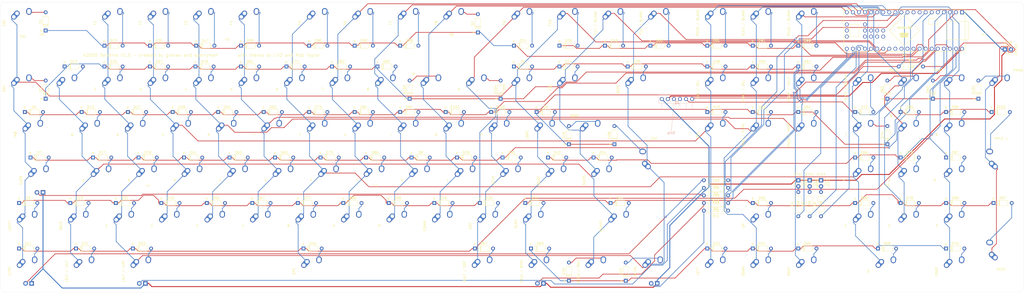
<source format=kicad_pcb>
(kicad_pcb (version 20171130) (host pcbnew "(5.1.4)-1")
  (layers (0 F.Cu signal) (31 B.Cu signal) (34 B.Paste user) (35 F.Paste user) (36 B.SilkS user) (37 F.SilkS user) (38 B.Mask user) (39 F.Mask user) (44 Edge.Cuts user))
  (net 0 "")
  (net 1 "Net-(D1-Pad2)")
  (net 2 ROW0)
  (net 3 "Net-(D2-Pad2)")
  (net 4 ROW1)
  (net 5 "Net-(D3-Pad2)")
  (net 6 ROW2)
  (net 7 "Net-(D4-Pad2)")
  (net 8 ROW3)
  (net 9 "Net-(D5-Pad2)")
  (net 10 ROW4)
  (net 11 "Net-(D6-Pad2)")
  (net 12 ROW5)
  (net 13 "Net-(D7-Pad2)")
  (net 14 ROW6)
  (net 15 "Net-(D8-Pad2)")
  (net 16 ROW7)
  (net 17 "Net-(D9-Pad2)")
  (net 18 ROW8)
  (net 19 "Net-(D10-Pad2)")
  (net 20 ROW9)
  (net 21 "Net-(D11-Pad2)")
  (net 22 ROW10)
  (net 23 "Net-(D12-Pad2)")
  (net 24 ROW11)
  (net 25 "Net-(D13-Pad2)")
  (net 26 "Net-(D14-Pad2)")
  (net 27 "Net-(D15-Pad2)")
  (net 28 "Net-(D16-Pad2)")
  (net 29 "Net-(D17-Pad2)")
  (net 30 "Net-(D18-Pad2)")
  (net 31 "Net-(D19-Pad2)")
  (net 32 "Net-(D20-Pad2)")
  (net 33 "Net-(D21-Pad2)")
  (net 34 "Net-(D22-Pad2)")
  (net 35 "Net-(D23-Pad2)")
  (net 36 "Net-(D24-Pad2)")
  (net 37 "Net-(D25-Pad2)")
  (net 38 "Net-(D26-Pad2)")
  (net 39 "Net-(D27-Pad2)")
  (net 40 "Net-(D28-Pad2)")
  (net 41 "Net-(D29-Pad2)")
  (net 42 "Net-(D30-Pad2)")
  (net 43 "Net-(D31-Pad2)")
  (net 44 "Net-(D32-Pad2)")
  (net 45 "Net-(D33-Pad2)")
  (net 46 "Net-(D34-Pad2)")
  (net 47 "Net-(D35-Pad2)")
  (net 48 "Net-(D36-Pad2)")
  (net 49 "Net-(D37-Pad2)")
  (net 50 "Net-(D38-Pad2)")
  (net 51 "Net-(D39-Pad2)")
  (net 52 "Net-(D40-Pad2)")
  (net 53 "Net-(D41-Pad2)")
  (net 54 "Net-(D42-Pad2)")
  (net 55 "Net-(D43-Pad2)")
  (net 56 "Net-(D44-Pad2)")
  (net 57 "Net-(D45-Pad2)")
  (net 58 "Net-(D46-Pad2)")
  (net 59 "Net-(D47-Pad2)")
  (net 60 "Net-(D48-Pad2)")
  (net 61 "Net-(D49-Pad2)")
  (net 62 "Net-(D50-Pad2)")
  (net 63 "Net-(D51-Pad2)")
  (net 64 "Net-(D52-Pad2)")
  (net 65 "Net-(D53-Pad2)")
  (net 66 "Net-(D54-Pad2)")
  (net 67 "Net-(D55-Pad2)")
  (net 68 "Net-(D56-Pad2)")
  (net 69 "Net-(D57-Pad2)")
  (net 70 "Net-(D58-Pad2)")
  (net 71 "Net-(D59-Pad2)")
  (net 72 "Net-(D60-Pad2)")
  (net 73 "Net-(D61-Pad2)")
  (net 74 "Net-(D62-Pad2)")
  (net 75 "Net-(D63-Pad2)")
  (net 76 "Net-(D64-Pad2)")
  (net 77 "Net-(D65-Pad2)")
  (net 78 "Net-(D66-Pad2)")
  (net 79 "Net-(D67-Pad2)")
  (net 80 "Net-(D68-Pad2)")
  (net 81 "Net-(D69-Pad2)")
  (net 82 "Net-(D70-Pad2)")
  (net 83 "Net-(D71-Pad2)")
  (net 84 "Net-(D72-Pad2)")
  (net 85 "Net-(D73-Pad2)")
  (net 86 "Net-(D74-Pad2)")
  (net 87 "Net-(D75-Pad2)")
  (net 88 "Net-(D76-Pad2)")
  (net 89 "Net-(D77-Pad2)")
  (net 90 "Net-(D78-Pad2)")
  (net 91 "Net-(D79-Pad2)")
  (net 92 "Net-(D80-Pad2)")
  (net 93 "Net-(D81-Pad2)")
  (net 94 "Net-(D82-Pad2)")
  (net 95 "Net-(D83-Pad2)")
  (net 96 "Net-(D84-Pad2)")
  (net 97 "Net-(D85-Pad2)")
  (net 98 "Net-(D86-Pad2)")
  (net 99 "Net-(D87-Pad2)")
  (net 100 "Net-(D88-Pad2)")
  (net 101 "Net-(D89-Pad2)")
  (net 102 "Net-(D90-Pad2)")
  (net 103 "Net-(D91-Pad2)")
  (net 104 "Net-(D92-Pad2)")
  (net 105 "Net-(D93-Pad2)")
  (net 106 "Net-(D94-Pad2)")
  (net 107 "Net-(D95-Pad2)")
  (net 108 "Net-(D96-Pad2)")
  (net 109 "Net-(D97-Pad2)")
  (net 110 "Net-(D98-Pad2)")
  (net 111 "Net-(D99-Pad2)")
  (net 112 "Net-(D100-Pad2)")
  (net 113 "Net-(D101-Pad2)")
  (net 114 "Net-(D102-Pad2)")
  (net 115 "Net-(D103-Pad2)")
  (net 116 "Net-(D104-Pad2)")
  (net 117 "Net-(D105-Pad2)")
  (net 118 GND)
  (net 119 VCC)
  (net 120 KCLK)
  (net 121 KDAT)
  (net 122 "Net-(LED1-Pad2)")
  (net 123 "Net-(LED2-Pad2)")
  (net 124 "Net-(LED3-Pad2)")
  (net 125 "Net-(LED6-Pad2)")
  (net 126 COL0)
  (net 127 "Net-(MX7-Pad3)")
  (net 128 "Net-(MX11-Pad3)")
  (net 129 COL1)
  (net 130 COL2)
  (net 131 "Net-(MX33-Pad3)")
  (net 132 COL3)
  (net 133 COL4)
  (net 134 COL5)
  (net 135 "Net-(MX69-Pad3)")
  (net 136 COL6)
  (net 137 COL7)
  (net 138 COL8)
  (net 139 COL9)
  (net 140 COL10)
  (net 141 LALT)
  (net 142 RGUI)
  (net 143 STA1)
  (net 144 STA2)
  (net 145 STA3)
  (net 146 CPLCK)
  (net 147 "Net-(U1-Pad52)")
  (net 148 "Net-(U1-Pad51)")
  (net 149 "Net-(U1-Pad50)")
  (net 150 "Net-(U1-Pad49)")
  (net 151 "Net-(U1-Pad48)")
  (net 152 "Net-(U1-Pad47)")
  (net 153 "Net-(U1-Pad46)")
  (net 154 "Net-(U1-Pad45)")
  (net 155 "Net-(U1-Pad44)")
  (net 156 "Net-(U1-Pad35)")
  (net 157 "Net-(U1-Pad34)")
  (net 158 "Net-(U1-Pad33)")
  (net 159 "Net-(U1-Pad32)")
  (net 160 "Net-(U1-Pad23)")
  (net 161 "Net-(U1-Pad22)")
  (net 162 "Net-(U1-Pad21)")
  (net 163 "Net-(J1-Pad4)")
  (net 164 "Net-(J1-Pad3)")
  (net 165 "Net-(MX12-Pad3)")
  (net 166 CTRL)
  (net 167 "Net-(U1-Pad9)")
  (net 168 "Net-(U1-Pad8)")
  (module MX_Alps_Hybrid:MX-6.25U-NoLED (layer F.Cu) (at 527.844 85.725)
    (fp_text reference MX45)
    (fp_text value MX-NoLED)
    (pad 1 thru_hole circle (at -2.5 -4) (size 2.25 2.25) (drill 1.47) (layers *.Cu B.Mask) (net 136 COL6))
    (pad "" np_thru_hole circle (at 0 0) (size 3.9878 3.9878) (drill 3.9878) (layers *.Cu *.Mask))
    (pad 1 thru_hole oval (at -3.81 -2.54 48.0996) (size 4.211556 2.25) (drill 1.47 (offset 0.980778 0)) (layers *.Cu B.Mask) (net 136 COL6))
    (pad 2 thru_hole circle (at 2.54 -5.08) (size 2.25 2.25) (drill 1.47) (layers *.Cu B.Mask) (net 57 "Net-(D45-Pad2)"))
    (pad 2 thru_hole oval (at 2.5 -4.5 86.0548) (size 2.831378 2.25) (drill 1.47 (offset 0.290689 0)) (layers *.Cu B.Mask) (net 57 "Net-(D45-Pad2)"))
  )
  (module MX_Alps_Hybrid:MX-1.25U (layer F.Cu) (at 670.719 85.725)
    (fp_text reference MX12)
    (fp_text value MX-LED)
    (pad 4 thru_hole rect (at 1.27 5.08) (size 1.905 1.905) (drill 1.04) (layers *.Cu B.Mask) (net 118 GND))
    (pad 3 thru_hole circle (at -1.27 5.08) (size 1.905 1.905) (drill 1.04) (layers *.Cu B.Mask) (net 165 "Net-(MX12-Pad3)"))
    (pad 1 thru_hole circle (at -2.5 -4) (size 2.25 2.25) (drill 1.47) (layers *.Cu B.Mask) (net 130 COL2))
    (pad "" np_thru_hole circle (at 0 0) (size 3.9878 3.9878) (drill 3.9878) (layers *.Cu *.Mask))
    (pad 1 thru_hole oval (at -3.81 -2.54 48.0996) (size 4.211556 2.25) (drill 1.47 (offset 0.980778 0)) (layers *.Cu B.Mask) (net 130 COL2))
    (pad 2 thru_hole circle (at 2.54 -5.08) (size 2.25 2.25) (drill 1.47) (layers *.Cu B.Mask) (net 23 "Net-(D12-Pad2)"))
    (pad 2 thru_hole oval (at 2.5 -4.5 86.0548) (size 2.831378 2.25) (drill 1.47 (offset 0.290689 0)) (layers *.Cu B.Mask) (net 23 "Net-(D12-Pad2)"))
  )
  (module MX_Alps_Hybrid:MX-1.25U (layer F.Cu) (at 623.094 85.725)
    (fp_text reference MX69)
    (fp_text value MX-LED)
    (pad 4 thru_hole rect (at 1.27 5.08) (size 1.905 1.905) (drill 1.04) (layers *.Cu B.Mask) (net 118 GND))
    (pad 3 thru_hole circle (at -1.27 5.08) (size 1.905 1.905) (drill 1.04) (layers *.Cu B.Mask) (net 135 "Net-(MX69-Pad3)"))
    (pad 1 thru_hole circle (at -2.5 -4) (size 2.25 2.25) (drill 1.47) (layers *.Cu B.Mask) (net 126 COL0))
    (pad "" np_thru_hole circle (at 0 0) (size 3.9878 3.9878) (drill 3.9878) (layers *.Cu *.Mask))
    (pad 1 thru_hole oval (at -3.81 -2.54 48.0996) (size 4.211556 2.25) (drill 1.47 (offset 0.980778 0)) (layers *.Cu B.Mask) (net 126 COL0))
    (pad 2 thru_hole circle (at 2.54 -5.08) (size 2.25 2.25) (drill 1.47) (layers *.Cu B.Mask) (net 81 "Net-(D69-Pad2)"))
    (pad 2 thru_hole oval (at 2.5 -4.5 86.0548) (size 2.831378 2.25) (drill 1.47 (offset 0.290689 0)) (layers *.Cu B.Mask) (net 81 "Net-(D69-Pad2)"))
  )
  (module MX_Alps_Hybrid:MX-1.25U (layer F.Cu) (at 456.406 85.725)
    (fp_text reference MX33)
    (fp_text value MX-LED)
    (pad 4 thru_hole rect (at 1.27 5.08) (size 1.905 1.905) (drill 1.04) (layers *.Cu B.Mask) (net 118 GND))
    (pad 3 thru_hole circle (at -1.27 5.08) (size 1.905 1.905) (drill 1.04) (layers *.Cu B.Mask) (net 131 "Net-(MX33-Pad3)"))
    (pad 1 thru_hole circle (at -2.5 -4) (size 2.25 2.25) (drill 1.47) (layers *.Cu B.Mask) (net 130 COL2))
    (pad "" np_thru_hole circle (at 0 0) (size 3.9878 3.9878) (drill 3.9878) (layers *.Cu *.Mask))
    (pad 1 thru_hole oval (at -3.81 -2.54 48.0996) (size 4.211556 2.25) (drill 1.47 (offset 0.980778 0)) (layers *.Cu B.Mask) (net 130 COL2))
    (pad 2 thru_hole circle (at 2.54 -5.08) (size 2.25 2.25) (drill 1.47) (layers *.Cu B.Mask) (net 45 "Net-(D33-Pad2)"))
    (pad 2 thru_hole oval (at 2.5 -4.5 86.0548) (size 2.831378 2.25) (drill 1.47 (offset 0.290689 0)) (layers *.Cu B.Mask) (net 45 "Net-(D33-Pad2)"))
  )
  (module MX_Alps_Hybrid:MX-1.25U (layer F.Cu) (at 408.781 85.725)
    (fp_text reference MX11)
    (fp_text value MX-LED)
    (pad 4 thru_hole rect (at 1.27 5.08) (size 1.905 1.905) (drill 1.04) (layers *.Cu B.Mask) (net 118 GND))
    (pad 3 thru_hole circle (at -1.27 5.08) (size 1.905 1.905) (drill 1.04) (layers *.Cu B.Mask) (net 128 "Net-(MX11-Pad3)"))
    (pad 1 thru_hole circle (at -2.5 -4) (size 2.25 2.25) (drill 1.47) (layers *.Cu B.Mask) (net 126 COL0))
    (pad "" np_thru_hole circle (at 0 0) (size 3.9878 3.9878) (drill 3.9878) (layers *.Cu *.Mask))
    (pad 1 thru_hole oval (at -3.81 -2.54 48.0996) (size 4.211556 2.25) (drill 1.47 (offset 0.980778 0)) (layers *.Cu B.Mask) (net 126 COL0))
    (pad 2 thru_hole circle (at 2.54 -5.08) (size 2.25 2.25) (drill 1.47) (layers *.Cu B.Mask) (net 21 "Net-(D11-Pad2)"))
    (pad 2 thru_hole oval (at 2.5 -4.5 86.0548) (size 2.831378 2.25) (drill 1.47 (offset 0.290689 0)) (layers *.Cu B.Mask) (net 21 "Net-(D11-Pad2)"))
  )
  (module MX_Alps_Hybrid:MX-2.75U-NoLED (layer F.Cu) (at 656.431 66.675)
    (fp_text reference MX44)
    (fp_text value MX-NoLED)
    (pad 1 thru_hole circle (at -2.5 -4) (size 2.25 2.25) (drill 1.47) (layers *.Cu B.Mask) (net 129 COL1))
    (pad "" np_thru_hole circle (at 0 0) (size 3.9878 3.9878) (drill 3.9878) (layers *.Cu *.Mask))
    (pad 1 thru_hole oval (at -3.81 -2.54 48.0996) (size 4.211556 2.25) (drill 1.47 (offset 0.980778 0)) (layers *.Cu B.Mask) (net 129 COL1))
    (pad 2 thru_hole circle (at 2.54 -5.08) (size 2.25 2.25) (drill 1.47) (layers *.Cu B.Mask) (net 56 "Net-(D44-Pad2)"))
    (pad 2 thru_hole oval (at 2.5 -4.5 86.0548) (size 2.831378 2.25) (drill 1.47 (offset 0.290689 0)) (layers *.Cu B.Mask) (net 56 "Net-(D44-Pad2)"))
  )
  (module MX_Alps_Hybrid:MX-1.25U-NoLED (layer F.Cu) (at 646.906 85.725)
    (fp_text reference MX79)
    (fp_text value MX-NoLED)
    (pad 1 thru_hole circle (at -2.5 -4) (size 2.25 2.25) (drill 1.47) (layers *.Cu B.Mask) (net 129 COL1))
    (pad "" np_thru_hole circle (at 0 0) (size 3.9878 3.9878) (drill 3.9878) (layers *.Cu *.Mask))
    (pad 1 thru_hole oval (at -3.81 -2.54 48.0996) (size 4.211556 2.25) (drill 1.47 (offset 0.980778 0)) (layers *.Cu B.Mask) (net 129 COL1))
    (pad 2 thru_hole circle (at 2.54 -5.08) (size 2.25 2.25) (drill 1.47) (layers *.Cu B.Mask) (net 91 "Net-(D79-Pad2)"))
    (pad 2 thru_hole oval (at 2.5 -4.5 86.0548) (size 2.831378 2.25) (drill 1.47 (offset 0.290689 0)) (layers *.Cu B.Mask) (net 91 "Net-(D79-Pad2)"))
  )
  (module MX_Alps_Hybrid:MX-1.25U-NoLED (layer F.Cu) (at 599.281 85.725)
    (fp_text reference MX57)
    (fp_text value MX-NoLED)
    (pad 1 thru_hole circle (at -2.5 -4) (size 2.25 2.25) (drill 1.47) (layers *.Cu B.Mask) (net 140 COL10))
    (pad "" np_thru_hole circle (at 0 0) (size 3.9878 3.9878) (drill 3.9878) (layers *.Cu *.Mask))
    (pad 1 thru_hole oval (at -3.81 -2.54 48.0996) (size 4.211556 2.25) (drill 1.47 (offset 0.980778 0)) (layers *.Cu B.Mask) (net 140 COL10))
    (pad 2 thru_hole circle (at 2.54 -5.08) (size 2.25 2.25) (drill 1.47) (layers *.Cu B.Mask) (net 69 "Net-(D57-Pad2)"))
    (pad 2 thru_hole oval (at 2.5 -4.5 86.0548) (size 2.831378 2.25) (drill 1.47 (offset 0.290689 0)) (layers *.Cu B.Mask) (net 69 "Net-(D57-Pad2)"))
  )
  (module MX_Alps_Hybrid:MX-1.25U-NoLED (layer F.Cu) (at 432.594 85.725)
    (fp_text reference MX21)
    (fp_text value MX-NoLED)
    (pad 1 thru_hole circle (at -2.5 -4) (size 2.25 2.25) (drill 1.47) (layers *.Cu B.Mask) (net 129 COL1))
    (pad "" np_thru_hole circle (at 0 0) (size 3.9878 3.9878) (drill 3.9878) (layers *.Cu *.Mask))
    (pad 1 thru_hole oval (at -3.81 -2.54 48.0996) (size 4.211556 2.25) (drill 1.47 (offset 0.980778 0)) (layers *.Cu B.Mask) (net 129 COL1))
    (pad 2 thru_hole circle (at 2.54 -5.08) (size 2.25 2.25) (drill 1.47) (layers *.Cu B.Mask) (net 33 "Net-(D21-Pad2)"))
    (pad 2 thru_hole oval (at 2.5 -4.5 86.0548) (size 2.831378 2.25) (drill 1.47 (offset 0.290689 0)) (layers *.Cu B.Mask) (net 33 "Net-(D21-Pad2)"))
  )
  (module MX_Alps_Hybrid:MX-1.25U-NoLED (layer F.Cu) (at 408.781 66.675)
    (fp_text reference MX9)
    (fp_text value MX-NoLED)
    (pad 1 thru_hole circle (at -2.5 -4) (size 2.25 2.25) (drill 1.47) (layers *.Cu B.Mask) (net 126 COL0))
    (pad "" np_thru_hole circle (at 0 0) (size 3.9878 3.9878) (drill 3.9878) (layers *.Cu *.Mask))
    (pad 1 thru_hole oval (at -3.81 -2.54 48.0996) (size 4.211556 2.25) (drill 1.47 (offset 0.980778 0)) (layers *.Cu B.Mask) (net 126 COL0))
    (pad 2 thru_hole circle (at 2.54 -5.08) (size 2.25 2.25) (drill 1.47) (layers *.Cu B.Mask) (net 17 "Net-(D9-Pad2)"))
    (pad 2 thru_hole oval (at 2.5 -4.5 86.0548) (size 2.831378 2.25) (drill 1.47 (offset 0.290689 0)) (layers *.Cu B.Mask) (net 17 "Net-(D9-Pad2)"))
  )
  (module MX_Alps_Hybrid:MX-1.75U (layer F.Cu) (at 413.544 47.625)
    (fp_text reference MX7)
    (fp_text value MX-LED)
    (pad 4 thru_hole rect (at 1.27 5.08) (size 1.905 1.905) (drill 1.04) (layers *.Cu B.Mask) (net 118 GND))
    (pad 3 thru_hole circle (at -1.27 5.08) (size 1.905 1.905) (drill 1.04) (layers *.Cu B.Mask) (net 127 "Net-(MX7-Pad3)"))
    (pad 1 thru_hole circle (at -2.5 -4) (size 2.25 2.25) (drill 1.47) (layers *.Cu B.Mask) (net 126 COL0))
    (pad "" np_thru_hole circle (at 0 0) (size 3.9878 3.9878) (drill 3.9878) (layers *.Cu *.Mask))
    (pad 1 thru_hole oval (at -3.81 -2.54 48.0996) (size 4.211556 2.25) (drill 1.47 (offset 0.980778 0)) (layers *.Cu B.Mask) (net 126 COL0))
    (pad 2 thru_hole circle (at 2.54 -5.08) (size 2.25 2.25) (drill 1.47) (layers *.Cu B.Mask) (net 13 "Net-(D7-Pad2)"))
    (pad 2 thru_hole oval (at 2.5 -4.5 86.0548) (size 2.831378 2.25) (drill 1.47 (offset 0.290689 0)) (layers *.Cu B.Mask) (net 13 "Net-(D7-Pad2)"))
  )
  (module MX_Alps_Hybrid:MX-1.5U-NoLED (layer F.Cu) (at 411.162 28.575)
    (fp_text reference MX5)
    (fp_text value MX-NoLED)
    (pad 1 thru_hole circle (at -2.5 -4) (size 2.25 2.25) (drill 1.47) (layers *.Cu B.Mask) (net 126 COL0))
    (pad "" np_thru_hole circle (at 0 0) (size 3.9878 3.9878) (drill 3.9878) (layers *.Cu *.Mask))
    (pad 1 thru_hole oval (at -3.81 -2.54 48.0996) (size 4.211556 2.25) (drill 1.47 (offset 0.980778 0)) (layers *.Cu B.Mask) (net 126 COL0))
    (pad 2 thru_hole circle (at 2.54 -5.08) (size 2.25 2.25) (drill 1.47) (layers *.Cu B.Mask) (net 9 "Net-(D5-Pad2)"))
    (pad 2 thru_hole oval (at 2.5 -4.5 86.0548) (size 2.831378 2.25) (drill 1.47 (offset 0.290689 0)) (layers *.Cu B.Mask) (net 9 "Net-(D5-Pad2)"))
  )
  (module MX_Alps_Hybrid:MX-2U-NoLED (layer F.Cu) (at 663.575 9.525)
    (fp_text reference MX26)
    (fp_text value MX-NoLED)
    (pad 1 thru_hole circle (at -2.5 -4) (size 2.25 2.25) (drill 1.47) (layers *.Cu B.Mask) (net 130 COL2))
    (pad "" np_thru_hole circle (at 0 0) (size 3.9878 3.9878) (drill 3.9878) (layers *.Cu *.Mask))
    (pad 1 thru_hole oval (at -3.81 -2.54 48.0996) (size 4.211556 2.25) (drill 1.47 (offset 0.980778 0)) (layers *.Cu B.Mask) (net 130 COL2))
    (pad 2 thru_hole circle (at 2.54 -5.08) (size 2.25 2.25) (drill 1.47) (layers *.Cu B.Mask) (net 38 "Net-(D26-Pad2)"))
    (pad 2 thru_hole oval (at 2.5 -4.5 86.0548) (size 2.831378 2.25) (drill 1.47 (offset 0.290689 0)) (layers *.Cu B.Mask) (net 38 "Net-(D26-Pad2)"))
  )
  (module MX_Alps_Hybrid:MX-2U-NoLED (layer F.Cu) (at 670.719 38.1 90)
    (fp_text reference MX28)
    (fp_text value MX-NoLED)
    (pad 1 thru_hole circle (at -2.5 -4 90) (size 2.25 2.25) (drill 1.47) (layers *.Cu B.Mask) (net 130 COL2))
    (pad "" np_thru_hole circle (at 0 0 90) (size 3.9878 3.9878) (drill 3.9878) (layers *.Cu *.Mask))
    (pad 1 thru_hole oval (at -3.81 -2.54 138.0996) (size 4.211556 2.25) (drill 1.47 (offset 0.980778 0)) (layers *.Cu B.Mask) (net 130 COL2))
    (pad 2 thru_hole circle (at 2.54 -5.08 90) (size 2.25 2.25) (drill 1.47) (layers *.Cu B.Mask) (net 40 "Net-(D28-Pad2)"))
    (pad 2 thru_hole oval (at 2.5 -4.5 176.0548) (size 2.831378 2.25) (drill 1.47 (offset 0.290689 0)) (layers *.Cu B.Mask) (net 40 "Net-(D28-Pad2)"))
  )
  (module MX_Alps_Hybrid:MX-2U-NoLED (layer F.Cu) (at 815.975 38.1 90)
    (fp_text reference MX103)
    (fp_text value MX-NoLED)
    (pad 1 thru_hole circle (at -2.5 -4 90) (size 2.25 2.25) (drill 1.47) (layers *.Cu B.Mask) (net 139 COL9))
    (pad "" np_thru_hole circle (at 0 0 90) (size 3.9878 3.9878) (drill 3.9878) (layers *.Cu *.Mask))
    (pad 1 thru_hole oval (at -3.81 -2.54 138.0996) (size 4.211556 2.25) (drill 1.47 (offset 0.980778 0)) (layers *.Cu B.Mask) (net 139 COL9))
    (pad 2 thru_hole circle (at 2.54 -5.08 90) (size 2.25 2.25) (drill 1.47) (layers *.Cu B.Mask) (net 115 "Net-(D103-Pad2)"))
    (pad 2 thru_hole oval (at 2.5 -4.5 176.0548) (size 2.831378 2.25) (drill 1.47 (offset 0.290689 0)) (layers *.Cu B.Mask) (net 115 "Net-(D103-Pad2)"))
  )
  (module MX_Alps_Hybrid:MX-2U-NoLED (layer F.Cu) (at 815.975 76.2 90)
    (fp_text reference MX97)
    (fp_text value MX-NoLED)
    (pad 1 thru_hole circle (at -2.5 -4 90) (size 2.25 2.25) (drill 1.47) (layers *.Cu B.Mask) (net 139 COL9))
    (pad "" np_thru_hole circle (at 0 0 90) (size 3.9878 3.9878) (drill 3.9878) (layers *.Cu *.Mask))
    (pad 1 thru_hole oval (at -3.81 -2.54 138.0996) (size 4.211556 2.25) (drill 1.47 (offset 0.980778 0)) (layers *.Cu B.Mask) (net 139 COL9))
    (pad 2 thru_hole circle (at 2.54 -5.08 90) (size 2.25 2.25) (drill 1.47) (layers *.Cu B.Mask) (net 109 "Net-(D97-Pad2)"))
    (pad 2 thru_hole oval (at 2.5 -4.5 176.0548) (size 2.831378 2.25) (drill 1.47 (offset 0.290689 0)) (layers *.Cu B.Mask) (net 109 "Net-(D97-Pad2)"))
  )
  (module MX_Alps_Hybrid:MX-2U-NoLED (layer F.Cu) (at 768.35 85.725)
    (fp_text reference MX58)
    (fp_text value MX-NoLED)
    (pad 1 thru_hole circle (at -2.5 -4) (size 2.25 2.25) (drill 1.47) (layers *.Cu B.Mask) (net 136 COL6))
    (pad "" np_thru_hole circle (at 0 0) (size 3.9878 3.9878) (drill 3.9878) (layers *.Cu *.Mask))
    (pad 1 thru_hole oval (at -3.81 -2.54 48.0996) (size 4.211556 2.25) (drill 1.47 (offset 0.980778 0)) (layers *.Cu B.Mask) (net 136 COL6))
    (pad 2 thru_hole circle (at 2.54 -5.08) (size 2.25 2.25) (drill 1.47) (layers *.Cu B.Mask) (net 70 "Net-(D58-Pad2)"))
    (pad 2 thru_hole oval (at 2.5 -4.5 86.0548) (size 2.831378 2.25) (drill 1.47 (offset 0.290689 0)) (layers *.Cu B.Mask) (net 70 "Net-(D58-Pad2)"))
  )
  (module MX_Alps_Hybrid:MX-1U-NoLED (layer F.Cu) (at 606.425 28.575)
    (fp_text reference MX105)
    (fp_text value MX-NoLED)
    (pad 1 thru_hole circle (at -2.5 -4) (size 2.25 2.25) (drill 1.47) (layers *.Cu B.Mask) (net 140 COL10))
    (pad "" np_thru_hole circle (at 0 0) (size 3.9878 3.9878) (drill 3.9878) (layers *.Cu *.Mask))
    (pad 1 thru_hole oval (at -3.81 -2.54 48.0996) (size 4.211556 2.25) (drill 1.47 (offset 0.980778 0)) (layers *.Cu B.Mask) (net 140 COL10))
    (pad 2 thru_hole circle (at 2.54 -5.08) (size 2.25 2.25) (drill 1.47) (layers *.Cu B.Mask) (net 117 "Net-(D105-Pad2)"))
    (pad 2 thru_hole oval (at 2.5 -4.5 86.0548) (size 2.831378 2.25) (drill 1.47 (offset 0.290689 0)) (layers *.Cu B.Mask) (net 117 "Net-(D105-Pad2)"))
  )
  (module MX_Alps_Hybrid:MX-1U-NoLED (layer F.Cu) (at 596.9 9.525)
    (fp_text reference MX104)
    (fp_text value MX-NoLED)
    (pad 1 thru_hole circle (at -2.5 -4) (size 2.25 2.25) (drill 1.47) (layers *.Cu B.Mask) (net 140 COL10))
    (pad "" np_thru_hole circle (at 0 0) (size 3.9878 3.9878) (drill 3.9878) (layers *.Cu *.Mask))
    (pad 1 thru_hole oval (at -3.81 -2.54 48.0996) (size 4.211556 2.25) (drill 1.47 (offset 0.980778 0)) (layers *.Cu B.Mask) (net 140 COL10))
    (pad 2 thru_hole circle (at 2.54 -5.08) (size 2.25 2.25) (drill 1.47) (layers *.Cu B.Mask) (net 116 "Net-(D104-Pad2)"))
    (pad 2 thru_hole oval (at 2.5 -4.5 86.0548) (size 2.831378 2.25) (drill 1.47 (offset 0.290689 0)) (layers *.Cu B.Mask) (net 116 "Net-(D104-Pad2)"))
  )
  (module MX_Alps_Hybrid:MX-1U-NoLED (layer F.Cu) (at 587.375 28.575)
    (fp_text reference MX102)
    (fp_text value MX-NoLED)
    (pad 1 thru_hole circle (at -2.5 -4) (size 2.25 2.25) (drill 1.47) (layers *.Cu B.Mask) (net 139 COL9))
    (pad "" np_thru_hole circle (at 0 0) (size 3.9878 3.9878) (drill 3.9878) (layers *.Cu *.Mask))
    (pad 1 thru_hole oval (at -3.81 -2.54 48.0996) (size 4.211556 2.25) (drill 1.47 (offset 0.980778 0)) (layers *.Cu B.Mask) (net 139 COL9))
    (pad 2 thru_hole circle (at 2.54 -5.08) (size 2.25 2.25) (drill 1.47) (layers *.Cu B.Mask) (net 114 "Net-(D102-Pad2)"))
    (pad 2 thru_hole oval (at 2.5 -4.5 86.0548) (size 2.831378 2.25) (drill 1.47 (offset 0.290689 0)) (layers *.Cu B.Mask) (net 114 "Net-(D102-Pad2)"))
  )
  (module MX_Alps_Hybrid:MX-1U-NoLED (layer F.Cu) (at 815.975 9.525)
    (fp_text reference MX101)
    (fp_text value MX-NoLED)
    (pad 1 thru_hole circle (at -2.5 -4) (size 2.25 2.25) (drill 1.47) (layers *.Cu B.Mask) (net 139 COL9))
    (pad "" np_thru_hole circle (at 0 0) (size 3.9878 3.9878) (drill 3.9878) (layers *.Cu *.Mask))
    (pad 1 thru_hole oval (at -3.81 -2.54 48.0996) (size 4.211556 2.25) (drill 1.47 (offset 0.980778 0)) (layers *.Cu B.Mask) (net 139 COL9))
    (pad 2 thru_hole circle (at 2.54 -5.08) (size 2.25 2.25) (drill 1.47) (layers *.Cu B.Mask) (net 113 "Net-(D101-Pad2)"))
    (pad 2 thru_hole oval (at 2.5 -4.5 86.0548) (size 2.831378 2.25) (drill 1.47 (offset 0.290689 0)) (layers *.Cu B.Mask) (net 113 "Net-(D101-Pad2)"))
  )
  (module MX_Alps_Hybrid:MX-1U-NoLED (layer F.Cu) (at 577.85 9.525)
    (fp_text reference MX100)
    (fp_text value MX-NoLED)
    (pad 1 thru_hole circle (at -2.5 -4) (size 2.25 2.25) (drill 1.47) (layers *.Cu B.Mask) (net 139 COL9))
    (pad "" np_thru_hole circle (at 0 0) (size 3.9878 3.9878) (drill 3.9878) (layers *.Cu *.Mask))
    (pad 1 thru_hole oval (at -3.81 -2.54 48.0996) (size 4.211556 2.25) (drill 1.47 (offset 0.980778 0)) (layers *.Cu B.Mask) (net 139 COL9))
    (pad 2 thru_hole circle (at 2.54 -5.08) (size 2.25 2.25) (drill 1.47) (layers *.Cu B.Mask) (net 112 "Net-(D100-Pad2)"))
    (pad 2 thru_hole oval (at 2.5 -4.5 86.0548) (size 2.831378 2.25) (drill 1.47 (offset 0.290689 0)) (layers *.Cu B.Mask) (net 112 "Net-(D100-Pad2)"))
  )
  (module MX_Alps_Hybrid:MX-1U-NoLED (layer F.Cu) (at 735.012 -18.256)
    (fp_text reference MX99)
    (fp_text value MX-NoLED)
    (pad 1 thru_hole circle (at -2.5 -4) (size 2.25 2.25) (drill 1.47) (layers *.Cu B.Mask) (net 134 COL5))
    (pad "" np_thru_hole circle (at 0 0) (size 3.9878 3.9878) (drill 3.9878) (layers *.Cu *.Mask))
    (pad 1 thru_hole oval (at -3.81 -2.54 48.0996) (size 4.211556 2.25) (drill 1.47 (offset 0.980778 0)) (layers *.Cu B.Mask) (net 134 COL5))
    (pad 2 thru_hole circle (at 2.54 -5.08) (size 2.25 2.25) (drill 1.47) (layers *.Cu B.Mask) (net 111 "Net-(D99-Pad2)"))
    (pad 2 thru_hole oval (at 2.5 -4.5 86.0548) (size 2.831378 2.25) (drill 1.47 (offset 0.290689 0)) (layers *.Cu B.Mask) (net 111 "Net-(D99-Pad2)"))
  )
  (module MX_Alps_Hybrid:MX-1U-NoLED (layer F.Cu) (at 568.325 -18.256)
    (fp_text reference MX98)
    (fp_text value MX-NoLED)
    (pad 1 thru_hole circle (at -2.5 -4) (size 2.25 2.25) (drill 1.47) (layers *.Cu B.Mask) (net 138 COL8))
    (pad "" np_thru_hole circle (at 0 0) (size 3.9878 3.9878) (drill 3.9878) (layers *.Cu *.Mask))
    (pad 1 thru_hole oval (at -3.81 -2.54 48.0996) (size 4.211556 2.25) (drill 1.47 (offset 0.980778 0)) (layers *.Cu B.Mask) (net 138 COL8))
    (pad 2 thru_hole circle (at 2.54 -5.08) (size 2.25 2.25) (drill 1.47) (layers *.Cu B.Mask) (net 110 "Net-(D98-Pad2)"))
    (pad 2 thru_hole oval (at 2.5 -4.5 86.0548) (size 2.831378 2.25) (drill 1.47 (offset 0.290689 0)) (layers *.Cu B.Mask) (net 110 "Net-(D98-Pad2)"))
  )
  (module MX_Alps_Hybrid:MX-1U-NoLED (layer F.Cu) (at 563.562 66.675)
    (fp_text reference MX96)
    (fp_text value MX-NoLED)
    (pad 1 thru_hole circle (at -2.5 -4) (size 2.25 2.25) (drill 1.47) (layers *.Cu B.Mask) (net 138 COL8))
    (pad "" np_thru_hole circle (at 0 0) (size 3.9878 3.9878) (drill 3.9878) (layers *.Cu *.Mask))
    (pad 1 thru_hole oval (at -3.81 -2.54 48.0996) (size 4.211556 2.25) (drill 1.47 (offset 0.980778 0)) (layers *.Cu B.Mask) (net 138 COL8))
    (pad 2 thru_hole circle (at 2.54 -5.08) (size 2.25 2.25) (drill 1.47) (layers *.Cu B.Mask) (net 108 "Net-(D96-Pad2)"))
    (pad 2 thru_hole oval (at 2.5 -4.5 86.0548) (size 2.831378 2.25) (drill 1.47 (offset 0.290689 0)) (layers *.Cu B.Mask) (net 108 "Net-(D96-Pad2)"))
  )
  (module MX_Alps_Hybrid:MX-1U-NoLED (layer F.Cu) (at 796.925 28.575)
    (fp_text reference MX95)
    (fp_text value MX-NoLED)
    (pad 1 thru_hole circle (at -2.5 -4) (size 2.25 2.25) (drill 1.47) (layers *.Cu B.Mask) (net 138 COL8))
    (pad "" np_thru_hole circle (at 0 0) (size 3.9878 3.9878) (drill 3.9878) (layers *.Cu *.Mask))
    (pad 1 thru_hole oval (at -3.81 -2.54 48.0996) (size 4.211556 2.25) (drill 1.47 (offset 0.980778 0)) (layers *.Cu B.Mask) (net 138 COL8))
    (pad 2 thru_hole circle (at 2.54 -5.08) (size 2.25 2.25) (drill 1.47) (layers *.Cu B.Mask) (net 107 "Net-(D95-Pad2)"))
    (pad 2 thru_hole oval (at 2.5 -4.5 86.0548) (size 2.831378 2.25) (drill 1.47 (offset 0.290689 0)) (layers *.Cu B.Mask) (net 107 "Net-(D95-Pad2)"))
  )
  (module MX_Alps_Hybrid:MX-1U-NoLED (layer F.Cu) (at 568.325 28.575)
    (fp_text reference MX94)
    (fp_text value MX-NoLED)
    (pad 1 thru_hole circle (at -2.5 -4) (size 2.25 2.25) (drill 1.47) (layers *.Cu B.Mask) (net 138 COL8))
    (pad "" np_thru_hole circle (at 0 0) (size 3.9878 3.9878) (drill 3.9878) (layers *.Cu *.Mask))
    (pad 1 thru_hole oval (at -3.81 -2.54 48.0996) (size 4.211556 2.25) (drill 1.47 (offset 0.980778 0)) (layers *.Cu B.Mask) (net 138 COL8))
    (pad 2 thru_hole circle (at 2.54 -5.08) (size 2.25 2.25) (drill 1.47) (layers *.Cu B.Mask) (net 106 "Net-(D94-Pad2)"))
    (pad 2 thru_hole oval (at 2.5 -4.5 86.0548) (size 2.831378 2.25) (drill 1.47 (offset 0.290689 0)) (layers *.Cu B.Mask) (net 106 "Net-(D94-Pad2)"))
  )
  (module MX_Alps_Hybrid:MX-1U-NoLED (layer F.Cu) (at 796.925 9.525)
    (fp_text reference MX93)
    (fp_text value MX-NoLED)
    (pad 1 thru_hole circle (at -2.5 -4) (size 2.25 2.25) (drill 1.47) (layers *.Cu B.Mask) (net 138 COL8))
    (pad "" np_thru_hole circle (at 0 0) (size 3.9878 3.9878) (drill 3.9878) (layers *.Cu *.Mask))
    (pad 1 thru_hole oval (at -3.81 -2.54 48.0996) (size 4.211556 2.25) (drill 1.47 (offset 0.980778 0)) (layers *.Cu B.Mask) (net 138 COL8))
    (pad 2 thru_hole circle (at 2.54 -5.08) (size 2.25 2.25) (drill 1.47) (layers *.Cu B.Mask) (net 105 "Net-(D93-Pad2)"))
    (pad 2 thru_hole oval (at 2.5 -4.5 86.0548) (size 2.831378 2.25) (drill 1.47 (offset 0.290689 0)) (layers *.Cu B.Mask) (net 105 "Net-(D93-Pad2)"))
  )
  (module MX_Alps_Hybrid:MX-1U-NoLED (layer F.Cu) (at 558.8 9.525)
    (fp_text reference MX92)
    (fp_text value MX-NoLED)
    (pad 1 thru_hole circle (at -2.5 -4) (size 2.25 2.25) (drill 1.47) (layers *.Cu B.Mask) (net 138 COL8))
    (pad "" np_thru_hole circle (at 0 0) (size 3.9878 3.9878) (drill 3.9878) (layers *.Cu *.Mask))
    (pad 1 thru_hole oval (at -3.81 -2.54 48.0996) (size 4.211556 2.25) (drill 1.47 (offset 0.980778 0)) (layers *.Cu B.Mask) (net 138 COL8))
    (pad 2 thru_hole circle (at 2.54 -5.08) (size 2.25 2.25) (drill 1.47) (layers *.Cu B.Mask) (net 104 "Net-(D92-Pad2)"))
    (pad 2 thru_hole oval (at 2.5 -4.5 86.0548) (size 2.831378 2.25) (drill 1.47 (offset 0.290689 0)) (layers *.Cu B.Mask) (net 104 "Net-(D92-Pad2)"))
  )
  (module MX_Alps_Hybrid:MX-1U-NoLED (layer F.Cu) (at 715.962 -18.256)
    (fp_text reference MX91)
    (fp_text value MX-NoLED)
    (pad 1 thru_hole circle (at -2.5 -4) (size 2.25 2.25) (drill 1.47) (layers *.Cu B.Mask) (net 133 COL4))
    (pad "" np_thru_hole circle (at 0 0) (size 3.9878 3.9878) (drill 3.9878) (layers *.Cu *.Mask))
    (pad 1 thru_hole oval (at -3.81 -2.54 48.0996) (size 4.211556 2.25) (drill 1.47 (offset 0.980778 0)) (layers *.Cu B.Mask) (net 133 COL4))
    (pad 2 thru_hole circle (at 2.54 -5.08) (size 2.25 2.25) (drill 1.47) (layers *.Cu B.Mask) (net 103 "Net-(D91-Pad2)"))
    (pad 2 thru_hole oval (at 2.5 -4.5 86.0548) (size 2.831378 2.25) (drill 1.47 (offset 0.290689 0)) (layers *.Cu B.Mask) (net 103 "Net-(D91-Pad2)"))
  )
  (module MX_Alps_Hybrid:MX-1U-NoLED (layer F.Cu) (at 549.275 -18.256)
    (fp_text reference MX90)
    (fp_text value MX-NoLED)
    (pad 1 thru_hole circle (at -2.5 -4) (size 2.25 2.25) (drill 1.47) (layers *.Cu B.Mask) (net 137 COL7))
    (pad "" np_thru_hole circle (at 0 0) (size 3.9878 3.9878) (drill 3.9878) (layers *.Cu *.Mask))
    (pad 1 thru_hole oval (at -3.81 -2.54 48.0996) (size 4.211556 2.25) (drill 1.47 (offset 0.980778 0)) (layers *.Cu B.Mask) (net 137 COL7))
    (pad 2 thru_hole circle (at 2.54 -5.08) (size 2.25 2.25) (drill 1.47) (layers *.Cu B.Mask) (net 102 "Net-(D90-Pad2)"))
    (pad 2 thru_hole oval (at 2.5 -4.5 86.0548) (size 2.831378 2.25) (drill 1.47 (offset 0.290689 0)) (layers *.Cu B.Mask) (net 102 "Net-(D90-Pad2)"))
  )
  (module MX_Alps_Hybrid:MX-1U-NoLED (layer F.Cu) (at 796.925 66.675)
    (fp_text reference MX89)
    (fp_text value MX-NoLED)
    (pad 1 thru_hole circle (at -2.5 -4) (size 2.25 2.25) (drill 1.47) (layers *.Cu B.Mask) (net 138 COL8))
    (pad "" np_thru_hole circle (at 0 0) (size 3.9878 3.9878) (drill 3.9878) (layers *.Cu *.Mask))
    (pad 1 thru_hole oval (at -3.81 -2.54 48.0996) (size 4.211556 2.25) (drill 1.47 (offset 0.980778 0)) (layers *.Cu B.Mask) (net 138 COL8))
    (pad 2 thru_hole circle (at 2.54 -5.08) (size 2.25 2.25) (drill 1.47) (layers *.Cu B.Mask) (net 101 "Net-(D89-Pad2)"))
    (pad 2 thru_hole oval (at 2.5 -4.5 86.0548) (size 2.831378 2.25) (drill 1.47 (offset 0.290689 0)) (layers *.Cu B.Mask) (net 101 "Net-(D89-Pad2)"))
  )
  (module MX_Alps_Hybrid:MX-1U-NoLED (layer F.Cu) (at 544.512 66.675)
    (fp_text reference MX88)
    (fp_text value MX-NoLED)
    (pad 1 thru_hole circle (at -2.5 -4) (size 2.25 2.25) (drill 1.47) (layers *.Cu B.Mask) (net 137 COL7))
    (pad "" np_thru_hole circle (at 0 0) (size 3.9878 3.9878) (drill 3.9878) (layers *.Cu *.Mask))
    (pad 1 thru_hole oval (at -3.81 -2.54 48.0996) (size 4.211556 2.25) (drill 1.47 (offset 0.980778 0)) (layers *.Cu B.Mask) (net 137 COL7))
    (pad 2 thru_hole circle (at 2.54 -5.08) (size 2.25 2.25) (drill 1.47) (layers *.Cu B.Mask) (net 100 "Net-(D88-Pad2)"))
    (pad 2 thru_hole oval (at 2.5 -4.5 86.0548) (size 2.831378 2.25) (drill 1.47 (offset 0.290689 0)) (layers *.Cu B.Mask) (net 100 "Net-(D88-Pad2)"))
  )
  (module MX_Alps_Hybrid:MX-1U-NoLED (layer F.Cu) (at 796.925 47.625)
    (fp_text reference MX87)
    (fp_text value MX-NoLED)
    (pad 1 thru_hole circle (at -2.5 -4) (size 2.25 2.25) (drill 1.47) (layers *.Cu B.Mask) (net 138 COL8))
    (pad "" np_thru_hole circle (at 0 0) (size 3.9878 3.9878) (drill 3.9878) (layers *.Cu *.Mask))
    (pad 1 thru_hole oval (at -3.81 -2.54 48.0996) (size 4.211556 2.25) (drill 1.47 (offset 0.980778 0)) (layers *.Cu B.Mask) (net 138 COL8))
    (pad 2 thru_hole circle (at 2.54 -5.08) (size 2.25 2.25) (drill 1.47) (layers *.Cu B.Mask) (net 99 "Net-(D87-Pad2)"))
    (pad 2 thru_hole oval (at 2.5 -4.5 86.0548) (size 2.831378 2.25) (drill 1.47 (offset 0.290689 0)) (layers *.Cu B.Mask) (net 99 "Net-(D87-Pad2)"))
  )
  (module MX_Alps_Hybrid:MX-1U-NoLED (layer F.Cu) (at 554.038 47.625)
    (fp_text reference MX86)
    (fp_text value MX-NoLED)
    (pad 1 thru_hole circle (at -2.5 -4) (size 2.25 2.25) (drill 1.47) (layers *.Cu B.Mask) (net 137 COL7))
    (pad "" np_thru_hole circle (at 0 0) (size 3.9878 3.9878) (drill 3.9878) (layers *.Cu *.Mask))
    (pad 1 thru_hole oval (at -3.81 -2.54 48.0996) (size 4.211556 2.25) (drill 1.47 (offset 0.980778 0)) (layers *.Cu B.Mask) (net 137 COL7))
    (pad 2 thru_hole circle (at 2.54 -5.08) (size 2.25 2.25) (drill 1.47) (layers *.Cu B.Mask) (net 98 "Net-(D86-Pad2)"))
    (pad 2 thru_hole oval (at 2.5 -4.5 86.0548) (size 2.831378 2.25) (drill 1.47 (offset 0.290689 0)) (layers *.Cu B.Mask) (net 98 "Net-(D86-Pad2)"))
  )
  (module MX_Alps_Hybrid:MX-1U-NoLED (layer F.Cu) (at 777.875 28.575)
    (fp_text reference MX85)
    (fp_text value MX-NoLED)
    (pad 1 thru_hole circle (at -2.5 -4) (size 2.25 2.25) (drill 1.47) (layers *.Cu B.Mask) (net 137 COL7))
    (pad "" np_thru_hole circle (at 0 0) (size 3.9878 3.9878) (drill 3.9878) (layers *.Cu *.Mask))
    (pad 1 thru_hole oval (at -3.81 -2.54 48.0996) (size 4.211556 2.25) (drill 1.47 (offset 0.980778 0)) (layers *.Cu B.Mask) (net 137 COL7))
    (pad 2 thru_hole circle (at 2.54 -5.08) (size 2.25 2.25) (drill 1.47) (layers *.Cu B.Mask) (net 97 "Net-(D85-Pad2)"))
    (pad 2 thru_hole oval (at 2.5 -4.5 86.0548) (size 2.831378 2.25) (drill 1.47 (offset 0.290689 0)) (layers *.Cu B.Mask) (net 97 "Net-(D85-Pad2)"))
  )
  (module MX_Alps_Hybrid:MX-1U-NoLED (layer F.Cu) (at 549.275 28.575)
    (fp_text reference MX84)
    (fp_text value MX-NoLED)
    (pad 1 thru_hole circle (at -2.5 -4) (size 2.25 2.25) (drill 1.47) (layers *.Cu B.Mask) (net 137 COL7))
    (pad "" np_thru_hole circle (at 0 0) (size 3.9878 3.9878) (drill 3.9878) (layers *.Cu *.Mask))
    (pad 1 thru_hole oval (at -3.81 -2.54 48.0996) (size 4.211556 2.25) (drill 1.47 (offset 0.980778 0)) (layers *.Cu B.Mask) (net 137 COL7))
    (pad 2 thru_hole circle (at 2.54 -5.08) (size 2.25 2.25) (drill 1.47) (layers *.Cu B.Mask) (net 96 "Net-(D84-Pad2)"))
    (pad 2 thru_hole oval (at 2.5 -4.5 86.0548) (size 2.831378 2.25) (drill 1.47 (offset 0.290689 0)) (layers *.Cu B.Mask) (net 96 "Net-(D84-Pad2)"))
  )
  (module MX_Alps_Hybrid:MX-1U-NoLED (layer F.Cu) (at 777.875 9.525)
    (fp_text reference MX83)
    (fp_text value MX-NoLED)
    (pad 1 thru_hole circle (at -2.5 -4) (size 2.25 2.25) (drill 1.47) (layers *.Cu B.Mask) (net 137 COL7))
    (pad "" np_thru_hole circle (at 0 0) (size 3.9878 3.9878) (drill 3.9878) (layers *.Cu *.Mask))
    (pad 1 thru_hole oval (at -3.81 -2.54 48.0996) (size 4.211556 2.25) (drill 1.47 (offset 0.980778 0)) (layers *.Cu B.Mask) (net 137 COL7))
    (pad 2 thru_hole circle (at 2.54 -5.08) (size 2.25 2.25) (drill 1.47) (layers *.Cu B.Mask) (net 95 "Net-(D83-Pad2)"))
    (pad 2 thru_hole oval (at 2.5 -4.5 86.0548) (size 2.831378 2.25) (drill 1.47 (offset 0.290689 0)) (layers *.Cu B.Mask) (net 95 "Net-(D83-Pad2)"))
  )
  (module MX_Alps_Hybrid:MX-1U-NoLED (layer F.Cu) (at 539.75 9.525)
    (fp_text reference MX82)
    (fp_text value MX-NoLED)
    (pad 1 thru_hole circle (at -2.5 -4) (size 2.25 2.25) (drill 1.47) (layers *.Cu B.Mask) (net 137 COL7))
    (pad "" np_thru_hole circle (at 0 0) (size 3.9878 3.9878) (drill 3.9878) (layers *.Cu *.Mask))
    (pad 1 thru_hole oval (at -3.81 -2.54 48.0996) (size 4.211556 2.25) (drill 1.47 (offset 0.980778 0)) (layers *.Cu B.Mask) (net 137 COL7))
    (pad 2 thru_hole circle (at 2.54 -5.08) (size 2.25 2.25) (drill 1.47) (layers *.Cu B.Mask) (net 94 "Net-(D82-Pad2)"))
    (pad 2 thru_hole oval (at 2.5 -4.5 86.0548) (size 2.831378 2.25) (drill 1.47 (offset 0.290689 0)) (layers *.Cu B.Mask) (net 94 "Net-(D82-Pad2)"))
  )
  (module MX_Alps_Hybrid:MX-1U-NoLED (layer F.Cu) (at 696.912 -18.256)
    (fp_text reference MX81)
    (fp_text value MX-NoLED)
    (pad 1 thru_hole circle (at -2.5 -4) (size 2.25 2.25) (drill 1.47) (layers *.Cu B.Mask) (net 132 COL3))
    (pad "" np_thru_hole circle (at 0 0) (size 3.9878 3.9878) (drill 3.9878) (layers *.Cu *.Mask))
    (pad 1 thru_hole oval (at -3.81 -2.54 48.0996) (size 4.211556 2.25) (drill 1.47 (offset 0.980778 0)) (layers *.Cu B.Mask) (net 132 COL3))
    (pad 2 thru_hole circle (at 2.54 -5.08) (size 2.25 2.25) (drill 1.47) (layers *.Cu B.Mask) (net 93 "Net-(D81-Pad2)"))
    (pad 2 thru_hole oval (at 2.5 -4.5 86.0548) (size 2.831378 2.25) (drill 1.47 (offset 0.290689 0)) (layers *.Cu B.Mask) (net 93 "Net-(D81-Pad2)"))
  )
  (module MX_Alps_Hybrid:MX-1U-NoLED (layer F.Cu) (at 530.225 -18.256)
    (fp_text reference MX80)
    (fp_text value MX-NoLED)
    (pad 1 thru_hole circle (at -2.5 -4) (size 2.25 2.25) (drill 1.47) (layers *.Cu B.Mask) (net 136 COL6))
    (pad "" np_thru_hole circle (at 0 0) (size 3.9878 3.9878) (drill 3.9878) (layers *.Cu *.Mask))
    (pad 1 thru_hole oval (at -3.81 -2.54 48.0996) (size 4.211556 2.25) (drill 1.47 (offset 0.980778 0)) (layers *.Cu B.Mask) (net 136 COL6))
    (pad 2 thru_hole circle (at 2.54 -5.08) (size 2.25 2.25) (drill 1.47) (layers *.Cu B.Mask) (net 92 "Net-(D80-Pad2)"))
    (pad 2 thru_hole oval (at 2.5 -4.5 86.0548) (size 2.831378 2.25) (drill 1.47 (offset 0.290689 0)) (layers *.Cu B.Mask) (net 92 "Net-(D80-Pad2)"))
  )
  (module MX_Alps_Hybrid:MX-1U-NoLED (layer F.Cu) (at 777.875 66.675)
    (fp_text reference MX78)
    (fp_text value MX-NoLED)
    (pad 1 thru_hole circle (at -2.5 -4) (size 2.25 2.25) (drill 1.47) (layers *.Cu B.Mask) (net 137 COL7))
    (pad "" np_thru_hole circle (at 0 0) (size 3.9878 3.9878) (drill 3.9878) (layers *.Cu *.Mask))
    (pad 1 thru_hole oval (at -3.81 -2.54 48.0996) (size 4.211556 2.25) (drill 1.47 (offset 0.980778 0)) (layers *.Cu B.Mask) (net 137 COL7))
    (pad 2 thru_hole circle (at 2.54 -5.08) (size 2.25 2.25) (drill 1.47) (layers *.Cu B.Mask) (net 90 "Net-(D78-Pad2)"))
    (pad 2 thru_hole oval (at 2.5 -4.5 86.0548) (size 2.831378 2.25) (drill 1.47 (offset 0.290689 0)) (layers *.Cu B.Mask) (net 90 "Net-(D78-Pad2)"))
  )
  (module MX_Alps_Hybrid:MX-1U-NoLED (layer F.Cu) (at 525.462 66.675)
    (fp_text reference MX77)
    (fp_text value MX-NoLED)
    (pad 1 thru_hole circle (at -2.5 -4) (size 2.25 2.25) (drill 1.47) (layers *.Cu B.Mask) (net 136 COL6))
    (pad "" np_thru_hole circle (at 0 0) (size 3.9878 3.9878) (drill 3.9878) (layers *.Cu *.Mask))
    (pad 1 thru_hole oval (at -3.81 -2.54 48.0996) (size 4.211556 2.25) (drill 1.47 (offset 0.980778 0)) (layers *.Cu B.Mask) (net 136 COL6))
    (pad 2 thru_hole circle (at 2.54 -5.08) (size 2.25 2.25) (drill 1.47) (layers *.Cu B.Mask) (net 89 "Net-(D77-Pad2)"))
    (pad 2 thru_hole oval (at 2.5 -4.5 86.0548) (size 2.831378 2.25) (drill 1.47 (offset 0.290689 0)) (layers *.Cu B.Mask) (net 89 "Net-(D77-Pad2)"))
  )
  (module MX_Alps_Hybrid:MX-1U-NoLED (layer F.Cu) (at 777.875 47.625)
    (fp_text reference MX76)
    (fp_text value MX-NoLED)
    (pad 1 thru_hole circle (at -2.5 -4) (size 2.25 2.25) (drill 1.47) (layers *.Cu B.Mask) (net 137 COL7))
    (pad "" np_thru_hole circle (at 0 0) (size 3.9878 3.9878) (drill 3.9878) (layers *.Cu *.Mask))
    (pad 1 thru_hole oval (at -3.81 -2.54 48.0996) (size 4.211556 2.25) (drill 1.47 (offset 0.980778 0)) (layers *.Cu B.Mask) (net 137 COL7))
    (pad 2 thru_hole circle (at 2.54 -5.08) (size 2.25 2.25) (drill 1.47) (layers *.Cu B.Mask) (net 88 "Net-(D76-Pad2)"))
    (pad 2 thru_hole oval (at 2.5 -4.5 86.0548) (size 2.831378 2.25) (drill 1.47 (offset 0.290689 0)) (layers *.Cu B.Mask) (net 88 "Net-(D76-Pad2)"))
  )
  (module MX_Alps_Hybrid:MX-1U-NoLED (layer F.Cu) (at 534.988 47.625)
    (fp_text reference MX75)
    (fp_text value MX-NoLED)
    (pad 1 thru_hole circle (at -2.5 -4) (size 2.25 2.25) (drill 1.47) (layers *.Cu B.Mask) (net 136 COL6))
    (pad "" np_thru_hole circle (at 0 0) (size 3.9878 3.9878) (drill 3.9878) (layers *.Cu *.Mask))
    (pad 1 thru_hole oval (at -3.81 -2.54 48.0996) (size 4.211556 2.25) (drill 1.47 (offset 0.980778 0)) (layers *.Cu B.Mask) (net 136 COL6))
    (pad 2 thru_hole circle (at 2.54 -5.08) (size 2.25 2.25) (drill 1.47) (layers *.Cu B.Mask) (net 87 "Net-(D75-Pad2)"))
    (pad 2 thru_hole oval (at 2.5 -4.5 86.0548) (size 2.831378 2.25) (drill 1.47 (offset 0.290689 0)) (layers *.Cu B.Mask) (net 87 "Net-(D75-Pad2)"))
  )
  (module MX_Alps_Hybrid:MX-1U-NoLED (layer F.Cu) (at 758.825 28.575)
    (fp_text reference MX74)
    (fp_text value MX-NoLED)
    (pad 1 thru_hole circle (at -2.5 -4) (size 2.25 2.25) (drill 1.47) (layers *.Cu B.Mask) (net 136 COL6))
    (pad "" np_thru_hole circle (at 0 0) (size 3.9878 3.9878) (drill 3.9878) (layers *.Cu *.Mask))
    (pad 1 thru_hole oval (at -3.81 -2.54 48.0996) (size 4.211556 2.25) (drill 1.47 (offset 0.980778 0)) (layers *.Cu B.Mask) (net 136 COL6))
    (pad 2 thru_hole circle (at 2.54 -5.08) (size 2.25 2.25) (drill 1.47) (layers *.Cu B.Mask) (net 86 "Net-(D74-Pad2)"))
    (pad 2 thru_hole oval (at 2.5 -4.5 86.0548) (size 2.831378 2.25) (drill 1.47 (offset 0.290689 0)) (layers *.Cu B.Mask) (net 86 "Net-(D74-Pad2)"))
  )
  (module MX_Alps_Hybrid:MX-1U-NoLED (layer F.Cu) (at 530.225 28.575)
    (fp_text reference MX73)
    (fp_text value MX-NoLED)
    (pad 1 thru_hole circle (at -2.5 -4) (size 2.25 2.25) (drill 1.47) (layers *.Cu B.Mask) (net 136 COL6))
    (pad "" np_thru_hole circle (at 0 0) (size 3.9878 3.9878) (drill 3.9878) (layers *.Cu *.Mask))
    (pad 1 thru_hole oval (at -3.81 -2.54 48.0996) (size 4.211556 2.25) (drill 1.47 (offset 0.980778 0)) (layers *.Cu B.Mask) (net 136 COL6))
    (pad 2 thru_hole circle (at 2.54 -5.08) (size 2.25 2.25) (drill 1.47) (layers *.Cu B.Mask) (net 85 "Net-(D73-Pad2)"))
    (pad 2 thru_hole oval (at 2.5 -4.5 86.0548) (size 2.831378 2.25) (drill 1.47 (offset 0.290689 0)) (layers *.Cu B.Mask) (net 85 "Net-(D73-Pad2)"))
  )
  (module MX_Alps_Hybrid:MX-1U-NoLED (layer F.Cu) (at 758.825 9.525)
    (fp_text reference MX72)
    (fp_text value MX-NoLED)
    (pad 1 thru_hole circle (at -2.5 -4) (size 2.25 2.25) (drill 1.47) (layers *.Cu B.Mask) (net 136 COL6))
    (pad "" np_thru_hole circle (at 0 0) (size 3.9878 3.9878) (drill 3.9878) (layers *.Cu *.Mask))
    (pad 1 thru_hole oval (at -3.81 -2.54 48.0996) (size 4.211556 2.25) (drill 1.47 (offset 0.980778 0)) (layers *.Cu B.Mask) (net 136 COL6))
    (pad 2 thru_hole circle (at 2.54 -5.08) (size 2.25 2.25) (drill 1.47) (layers *.Cu B.Mask) (net 84 "Net-(D72-Pad2)"))
    (pad 2 thru_hole oval (at 2.5 -4.5 86.0548) (size 2.831378 2.25) (drill 1.47 (offset 0.290689 0)) (layers *.Cu B.Mask) (net 84 "Net-(D72-Pad2)"))
  )
  (module MX_Alps_Hybrid:MX-1U-NoLED (layer F.Cu) (at 520.7 9.525)
    (fp_text reference MX71)
    (fp_text value MX-NoLED)
    (pad 1 thru_hole circle (at -2.5 -4) (size 2.25 2.25) (drill 1.47) (layers *.Cu B.Mask) (net 136 COL6))
    (pad "" np_thru_hole circle (at 0 0) (size 3.9878 3.9878) (drill 3.9878) (layers *.Cu *.Mask))
    (pad 1 thru_hole oval (at -3.81 -2.54 48.0996) (size 4.211556 2.25) (drill 1.47 (offset 0.980778 0)) (layers *.Cu B.Mask) (net 136 COL6))
    (pad 2 thru_hole circle (at 2.54 -5.08) (size 2.25 2.25) (drill 1.47) (layers *.Cu B.Mask) (net 83 "Net-(D71-Pad2)"))
    (pad 2 thru_hole oval (at 2.5 -4.5 86.0548) (size 2.831378 2.25) (drill 1.47 (offset 0.290689 0)) (layers *.Cu B.Mask) (net 83 "Net-(D71-Pad2)"))
  )
  (module MX_Alps_Hybrid:MX-1U-NoLED (layer F.Cu) (at 796.925 85.725)
    (fp_text reference MX70)
    (fp_text value MX-NoLED)
    (pad 1 thru_hole circle (at -2.5 -4) (size 2.25 2.25) (drill 1.47) (layers *.Cu B.Mask) (net 138 COL8))
    (pad "" np_thru_hole circle (at 0 0) (size 3.9878 3.9878) (drill 3.9878) (layers *.Cu *.Mask))
    (pad 1 thru_hole oval (at -3.81 -2.54 48.0996) (size 4.211556 2.25) (drill 1.47 (offset 0.980778 0)) (layers *.Cu B.Mask) (net 138 COL8))
    (pad 2 thru_hole circle (at 2.54 -5.08) (size 2.25 2.25) (drill 1.47) (layers *.Cu B.Mask) (net 82 "Net-(D70-Pad2)"))
    (pad 2 thru_hole oval (at 2.5 -4.5 86.0548) (size 2.831378 2.25) (drill 1.47 (offset 0.290689 0)) (layers *.Cu B.Mask) (net 82 "Net-(D70-Pad2)"))
  )
  (module MX_Alps_Hybrid:MX-1U-NoLED (layer F.Cu) (at 758.825 66.675)
    (fp_text reference MX68)
    (fp_text value MX-NoLED)
    (pad 1 thru_hole circle (at -2.5 -4) (size 2.25 2.25) (drill 1.47) (layers *.Cu B.Mask) (net 136 COL6))
    (pad "" np_thru_hole circle (at 0 0) (size 3.9878 3.9878) (drill 3.9878) (layers *.Cu *.Mask))
    (pad 1 thru_hole oval (at -3.81 -2.54 48.0996) (size 4.211556 2.25) (drill 1.47 (offset 0.980778 0)) (layers *.Cu B.Mask) (net 136 COL6))
    (pad 2 thru_hole circle (at 2.54 -5.08) (size 2.25 2.25) (drill 1.47) (layers *.Cu B.Mask) (net 80 "Net-(D68-Pad2)"))
    (pad 2 thru_hole oval (at 2.5 -4.5 86.0548) (size 2.831378 2.25) (drill 1.47 (offset 0.290689 0)) (layers *.Cu B.Mask) (net 80 "Net-(D68-Pad2)"))
  )
  (module MX_Alps_Hybrid:MX-1U-NoLED (layer F.Cu) (at 506.412 66.675)
    (fp_text reference MX67)
    (fp_text value MX-NoLED)
    (pad 1 thru_hole circle (at -2.5 -4) (size 2.25 2.25) (drill 1.47) (layers *.Cu B.Mask) (net 134 COL5))
    (pad "" np_thru_hole circle (at 0 0) (size 3.9878 3.9878) (drill 3.9878) (layers *.Cu *.Mask))
    (pad 1 thru_hole oval (at -3.81 -2.54 48.0996) (size 4.211556 2.25) (drill 1.47 (offset 0.980778 0)) (layers *.Cu B.Mask) (net 134 COL5))
    (pad 2 thru_hole circle (at 2.54 -5.08) (size 2.25 2.25) (drill 1.47) (layers *.Cu B.Mask) (net 79 "Net-(D67-Pad2)"))
    (pad 2 thru_hole oval (at 2.5 -4.5 86.0548) (size 2.831378 2.25) (drill 1.47 (offset 0.290689 0)) (layers *.Cu B.Mask) (net 79 "Net-(D67-Pad2)"))
  )
  (module MX_Alps_Hybrid:MX-1U-NoLED (layer F.Cu) (at 758.825 47.625)
    (fp_text reference MX66)
    (fp_text value MX-NoLED)
    (pad 1 thru_hole circle (at -2.5 -4) (size 2.25 2.25) (drill 1.47) (layers *.Cu B.Mask) (net 136 COL6))
    (pad "" np_thru_hole circle (at 0 0) (size 3.9878 3.9878) (drill 3.9878) (layers *.Cu *.Mask))
    (pad 1 thru_hole oval (at -3.81 -2.54 48.0996) (size 4.211556 2.25) (drill 1.47 (offset 0.980778 0)) (layers *.Cu B.Mask) (net 136 COL6))
    (pad 2 thru_hole circle (at 2.54 -5.08) (size 2.25 2.25) (drill 1.47) (layers *.Cu B.Mask) (net 78 "Net-(D66-Pad2)"))
    (pad 2 thru_hole oval (at 2.5 -4.5 86.0548) (size 2.831378 2.25) (drill 1.47 (offset 0.290689 0)) (layers *.Cu B.Mask) (net 78 "Net-(D66-Pad2)"))
  )
  (module MX_Alps_Hybrid:MX-1U-NoLED (layer F.Cu) (at 515.938 47.625)
    (fp_text reference MX65)
    (fp_text value MX-NoLED)
    (pad 1 thru_hole circle (at -2.5 -4) (size 2.25 2.25) (drill 1.47) (layers *.Cu B.Mask) (net 134 COL5))
    (pad "" np_thru_hole circle (at 0 0) (size 3.9878 3.9878) (drill 3.9878) (layers *.Cu *.Mask))
    (pad 1 thru_hole oval (at -3.81 -2.54 48.0996) (size 4.211556 2.25) (drill 1.47 (offset 0.980778 0)) (layers *.Cu B.Mask) (net 134 COL5))
    (pad 2 thru_hole circle (at 2.54 -5.08) (size 2.25 2.25) (drill 1.47) (layers *.Cu B.Mask) (net 77 "Net-(D65-Pad2)"))
    (pad 2 thru_hole oval (at 2.5 -4.5 86.0548) (size 2.831378 2.25) (drill 1.47 (offset 0.290689 0)) (layers *.Cu B.Mask) (net 77 "Net-(D65-Pad2)"))
  )
  (module MX_Alps_Hybrid:MX-1U-NoLED (layer F.Cu) (at 735.012 28.575)
    (fp_text reference MX64)
    (fp_text value MX-NoLED)
    (pad 1 thru_hole circle (at -2.5 -4) (size 2.25 2.25) (drill 1.47) (layers *.Cu B.Mask) (net 134 COL5))
    (pad "" np_thru_hole circle (at 0 0) (size 3.9878 3.9878) (drill 3.9878) (layers *.Cu *.Mask))
    (pad 1 thru_hole oval (at -3.81 -2.54 48.0996) (size 4.211556 2.25) (drill 1.47 (offset 0.980778 0)) (layers *.Cu B.Mask) (net 134 COL5))
    (pad 2 thru_hole circle (at 2.54 -5.08) (size 2.25 2.25) (drill 1.47) (layers *.Cu B.Mask) (net 76 "Net-(D64-Pad2)"))
    (pad 2 thru_hole oval (at 2.5 -4.5 86.0548) (size 2.831378 2.25) (drill 1.47 (offset 0.290689 0)) (layers *.Cu B.Mask) (net 76 "Net-(D64-Pad2)"))
  )
  (module MX_Alps_Hybrid:MX-1U-NoLED (layer F.Cu) (at 511.175 28.575)
    (fp_text reference MX63)
    (fp_text value MX-NoLED)
    (pad 1 thru_hole circle (at -2.5 -4) (size 2.25 2.25) (drill 1.47) (layers *.Cu B.Mask) (net 134 COL5))
    (pad "" np_thru_hole circle (at 0 0) (size 3.9878 3.9878) (drill 3.9878) (layers *.Cu *.Mask))
    (pad 1 thru_hole oval (at -3.81 -2.54 48.0996) (size 4.211556 2.25) (drill 1.47 (offset 0.980778 0)) (layers *.Cu B.Mask) (net 134 COL5))
    (pad 2 thru_hole circle (at 2.54 -5.08) (size 2.25 2.25) (drill 1.47) (layers *.Cu B.Mask) (net 75 "Net-(D63-Pad2)"))
    (pad 2 thru_hole oval (at 2.5 -4.5 86.0548) (size 2.831378 2.25) (drill 1.47 (offset 0.290689 0)) (layers *.Cu B.Mask) (net 75 "Net-(D63-Pad2)"))
  )
  (module MX_Alps_Hybrid:MX-1U-NoLED (layer F.Cu) (at 735.012 9.525)
    (fp_text reference MX62)
    (fp_text value MX-NoLED)
    (pad 1 thru_hole circle (at -2.5 -4) (size 2.25 2.25) (drill 1.47) (layers *.Cu B.Mask) (net 134 COL5))
    (pad "" np_thru_hole circle (at 0 0) (size 3.9878 3.9878) (drill 3.9878) (layers *.Cu *.Mask))
    (pad 1 thru_hole oval (at -3.81 -2.54 48.0996) (size 4.211556 2.25) (drill 1.47 (offset 0.980778 0)) (layers *.Cu B.Mask) (net 134 COL5))
    (pad 2 thru_hole circle (at 2.54 -5.08) (size 2.25 2.25) (drill 1.47) (layers *.Cu B.Mask) (net 74 "Net-(D62-Pad2)"))
    (pad 2 thru_hole oval (at 2.5 -4.5 86.0548) (size 2.831378 2.25) (drill 1.47 (offset 0.290689 0)) (layers *.Cu B.Mask) (net 74 "Net-(D62-Pad2)"))
  )
  (module MX_Alps_Hybrid:MX-1U-NoLED (layer F.Cu) (at 501.65 9.525)
    (fp_text reference MX61)
    (fp_text value MX-NoLED)
    (pad 1 thru_hole circle (at -2.5 -4) (size 2.25 2.25) (drill 1.47) (layers *.Cu B.Mask) (net 134 COL5))
    (pad "" np_thru_hole circle (at 0 0) (size 3.9878 3.9878) (drill 3.9878) (layers *.Cu *.Mask))
    (pad 1 thru_hole oval (at -3.81 -2.54 48.0996) (size 4.211556 2.25) (drill 1.47 (offset 0.980778 0)) (layers *.Cu B.Mask) (net 134 COL5))
    (pad 2 thru_hole circle (at 2.54 -5.08) (size 2.25 2.25) (drill 1.47) (layers *.Cu B.Mask) (net 73 "Net-(D61-Pad2)"))
    (pad 2 thru_hole oval (at 2.5 -4.5 86.0548) (size 2.831378 2.25) (drill 1.47 (offset 0.290689 0)) (layers *.Cu B.Mask) (net 73 "Net-(D61-Pad2)"))
  )
  (module MX_Alps_Hybrid:MX-1U-NoLED (layer F.Cu) (at 673.1 -18.256)
    (fp_text reference MX60)
    (fp_text value MX-NoLED)
    (pad 1 thru_hole circle (at -2.5 -4) (size 2.25 2.25) (drill 1.47) (layers *.Cu B.Mask) (net 130 COL2))
    (pad "" np_thru_hole circle (at 0 0) (size 3.9878 3.9878) (drill 3.9878) (layers *.Cu *.Mask))
    (pad 1 thru_hole oval (at -3.81 -2.54 48.0996) (size 4.211556 2.25) (drill 1.47 (offset 0.980778 0)) (layers *.Cu B.Mask) (net 130 COL2))
    (pad 2 thru_hole circle (at 2.54 -5.08) (size 2.25 2.25) (drill 1.47) (layers *.Cu B.Mask) (net 72 "Net-(D60-Pad2)"))
    (pad 2 thru_hole oval (at 2.5 -4.5 86.0548) (size 2.831378 2.25) (drill 1.47 (offset 0.290689 0)) (layers *.Cu B.Mask) (net 72 "Net-(D60-Pad2)"))
  )
  (module MX_Alps_Hybrid:MX-1U-NoLED (layer F.Cu) (at 501.65 -18.256)
    (fp_text reference MX59)
    (fp_text value MX-NoLED)
    (pad 1 thru_hole circle (at -2.5 -4) (size 2.25 2.25) (drill 1.47) (layers *.Cu B.Mask) (net 134 COL5))
    (pad "" np_thru_hole circle (at 0 0) (size 3.9878 3.9878) (drill 3.9878) (layers *.Cu *.Mask))
    (pad 1 thru_hole oval (at -3.81 -2.54 48.0996) (size 4.211556 2.25) (drill 1.47 (offset 0.980778 0)) (layers *.Cu B.Mask) (net 134 COL5))
    (pad 2 thru_hole circle (at 2.54 -5.08) (size 2.25 2.25) (drill 1.47) (layers *.Cu B.Mask) (net 71 "Net-(D59-Pad2)"))
    (pad 2 thru_hole oval (at 2.5 -4.5 86.0548) (size 2.831378 2.25) (drill 1.47 (offset 0.290689 0)) (layers *.Cu B.Mask) (net 71 "Net-(D59-Pad2)"))
  )
  (module MX_Alps_Hybrid:MX-1U-NoLED (layer F.Cu) (at 715.962 66.675)
    (fp_text reference MX56)
    (fp_text value MX-NoLED)
    (pad 1 thru_hole circle (at -2.5 -4) (size 2.25 2.25) (drill 1.47) (layers *.Cu B.Mask) (net 133 COL4))
    (pad "" np_thru_hole circle (at 0 0) (size 3.9878 3.9878) (drill 3.9878) (layers *.Cu *.Mask))
    (pad 1 thru_hole oval (at -3.81 -2.54 48.0996) (size 4.211556 2.25) (drill 1.47 (offset 0.980778 0)) (layers *.Cu B.Mask) (net 133 COL4))
    (pad 2 thru_hole circle (at 2.54 -5.08) (size 2.25 2.25) (drill 1.47) (layers *.Cu B.Mask) (net 68 "Net-(D56-Pad2)"))
    (pad 2 thru_hole oval (at 2.5 -4.5 86.0548) (size 2.831378 2.25) (drill 1.47 (offset 0.290689 0)) (layers *.Cu B.Mask) (net 68 "Net-(D56-Pad2)"))
  )
  (module MX_Alps_Hybrid:MX-1U-NoLED (layer F.Cu) (at 487.362 66.675)
    (fp_text reference MX55)
    (fp_text value MX-NoLED)
    (pad 1 thru_hole circle (at -2.5 -4) (size 2.25 2.25) (drill 1.47) (layers *.Cu B.Mask) (net 133 COL4))
    (pad "" np_thru_hole circle (at 0 0) (size 3.9878 3.9878) (drill 3.9878) (layers *.Cu *.Mask))
    (pad 1 thru_hole oval (at -3.81 -2.54 48.0996) (size 4.211556 2.25) (drill 1.47 (offset 0.980778 0)) (layers *.Cu B.Mask) (net 133 COL4))
    (pad 2 thru_hole circle (at 2.54 -5.08) (size 2.25 2.25) (drill 1.47) (layers *.Cu B.Mask) (net 67 "Net-(D55-Pad2)"))
    (pad 2 thru_hole oval (at 2.5 -4.5 86.0548) (size 2.831378 2.25) (drill 1.47 (offset 0.290689 0)) (layers *.Cu B.Mask) (net 67 "Net-(D55-Pad2)"))
  )
  (module MX_Alps_Hybrid:MX-1U-NoLED (layer F.Cu) (at 649.288 47.625)
    (fp_text reference MX54)
    (fp_text value MX-NoLED)
    (pad 1 thru_hole circle (at -2.5 -4) (size 2.25 2.25) (drill 1.47) (layers *.Cu B.Mask) (net 129 COL1))
    (pad "" np_thru_hole circle (at 0 0) (size 3.9878 3.9878) (drill 3.9878) (layers *.Cu *.Mask))
    (pad 1 thru_hole oval (at -3.81 -2.54 48.0996) (size 4.211556 2.25) (drill 1.47 (offset 0.980778 0)) (layers *.Cu B.Mask) (net 129 COL1))
    (pad 2 thru_hole circle (at 2.54 -5.08) (size 2.25 2.25) (drill 1.47) (layers *.Cu B.Mask) (net 66 "Net-(D54-Pad2)"))
    (pad 2 thru_hole oval (at 2.5 -4.5 86.0548) (size 2.831378 2.25) (drill 1.47 (offset 0.290689 0)) (layers *.Cu B.Mask) (net 66 "Net-(D54-Pad2)"))
  )
  (module MX_Alps_Hybrid:MX-1U-NoLED (layer F.Cu) (at 496.888 47.625)
    (fp_text reference MX53)
    (fp_text value MX-NoLED)
    (pad 1 thru_hole circle (at -2.5 -4) (size 2.25 2.25) (drill 1.47) (layers *.Cu B.Mask) (net 133 COL4))
    (pad "" np_thru_hole circle (at 0 0) (size 3.9878 3.9878) (drill 3.9878) (layers *.Cu *.Mask))
    (pad 1 thru_hole oval (at -3.81 -2.54 48.0996) (size 4.211556 2.25) (drill 1.47 (offset 0.980778 0)) (layers *.Cu B.Mask) (net 133 COL4))
    (pad 2 thru_hole circle (at 2.54 -5.08) (size 2.25 2.25) (drill 1.47) (layers *.Cu B.Mask) (net 65 "Net-(D53-Pad2)"))
    (pad 2 thru_hole oval (at 2.5 -4.5 86.0548) (size 2.831378 2.25) (drill 1.47 (offset 0.290689 0)) (layers *.Cu B.Mask) (net 65 "Net-(D53-Pad2)"))
  )
  (module MX_Alps_Hybrid:MX-1U-NoLED (layer F.Cu) (at 715.962 28.575)
    (fp_text reference MX52)
    (fp_text value MX-NoLED)
    (pad 1 thru_hole circle (at -2.5 -4) (size 2.25 2.25) (drill 1.47) (layers *.Cu B.Mask) (net 133 COL4))
    (pad "" np_thru_hole circle (at 0 0) (size 3.9878 3.9878) (drill 3.9878) (layers *.Cu *.Mask))
    (pad 1 thru_hole oval (at -3.81 -2.54 48.0996) (size 4.211556 2.25) (drill 1.47 (offset 0.980778 0)) (layers *.Cu B.Mask) (net 133 COL4))
    (pad 2 thru_hole circle (at 2.54 -5.08) (size 2.25 2.25) (drill 1.47) (layers *.Cu B.Mask) (net 64 "Net-(D52-Pad2)"))
    (pad 2 thru_hole oval (at 2.5 -4.5 86.0548) (size 2.831378 2.25) (drill 1.47 (offset 0.290689 0)) (layers *.Cu B.Mask) (net 64 "Net-(D52-Pad2)"))
  )
  (module MX_Alps_Hybrid:MX-1U-NoLED (layer F.Cu) (at 492.125 28.575)
    (fp_text reference MX51)
    (fp_text value MX-NoLED)
    (pad 1 thru_hole circle (at -2.5 -4) (size 2.25 2.25) (drill 1.47) (layers *.Cu B.Mask) (net 133 COL4))
    (pad "" np_thru_hole circle (at 0 0) (size 3.9878 3.9878) (drill 3.9878) (layers *.Cu *.Mask))
    (pad 1 thru_hole oval (at -3.81 -2.54 48.0996) (size 4.211556 2.25) (drill 1.47 (offset 0.980778 0)) (layers *.Cu B.Mask) (net 133 COL4))
    (pad 2 thru_hole circle (at 2.54 -5.08) (size 2.25 2.25) (drill 1.47) (layers *.Cu B.Mask) (net 63 "Net-(D51-Pad2)"))
    (pad 2 thru_hole oval (at 2.5 -4.5 86.0548) (size 2.831378 2.25) (drill 1.47 (offset 0.290689 0)) (layers *.Cu B.Mask) (net 63 "Net-(D51-Pad2)"))
  )
  (module MX_Alps_Hybrid:MX-1U-NoLED (layer F.Cu) (at 715.962 9.525)
    (fp_text reference MX50)
    (fp_text value MX-NoLED)
    (pad 1 thru_hole circle (at -2.5 -4) (size 2.25 2.25) (drill 1.47) (layers *.Cu B.Mask) (net 133 COL4))
    (pad "" np_thru_hole circle (at 0 0) (size 3.9878 3.9878) (drill 3.9878) (layers *.Cu *.Mask))
    (pad 1 thru_hole oval (at -3.81 -2.54 48.0996) (size 4.211556 2.25) (drill 1.47 (offset 0.980778 0)) (layers *.Cu B.Mask) (net 133 COL4))
    (pad 2 thru_hole circle (at 2.54 -5.08) (size 2.25 2.25) (drill 1.47) (layers *.Cu B.Mask) (net 62 "Net-(D50-Pad2)"))
    (pad 2 thru_hole oval (at 2.5 -4.5 86.0548) (size 2.831378 2.25) (drill 1.47 (offset 0.290689 0)) (layers *.Cu B.Mask) (net 62 "Net-(D50-Pad2)"))
  )
  (module MX_Alps_Hybrid:MX-1U-NoLED (layer F.Cu) (at 482.6 9.525)
    (fp_text reference MX49)
    (fp_text value MX-NoLED)
    (pad 1 thru_hole circle (at -2.5 -4) (size 2.25 2.25) (drill 1.47) (layers *.Cu B.Mask) (net 133 COL4))
    (pad "" np_thru_hole circle (at 0 0) (size 3.9878 3.9878) (drill 3.9878) (layers *.Cu *.Mask))
    (pad 1 thru_hole oval (at -3.81 -2.54 48.0996) (size 4.211556 2.25) (drill 1.47 (offset 0.980778 0)) (layers *.Cu B.Mask) (net 133 COL4))
    (pad 2 thru_hole circle (at 2.54 -5.08) (size 2.25 2.25) (drill 1.47) (layers *.Cu B.Mask) (net 61 "Net-(D49-Pad2)"))
    (pad 2 thru_hole oval (at 2.5 -4.5 86.0548) (size 2.831378 2.25) (drill 1.47 (offset 0.290689 0)) (layers *.Cu B.Mask) (net 61 "Net-(D49-Pad2)"))
  )
  (module MX_Alps_Hybrid:MX-1U-NoLED (layer F.Cu) (at 654.05 -18.256)
    (fp_text reference MX48)
    (fp_text value MX-NoLED)
    (pad 1 thru_hole circle (at -2.5 -4) (size 2.25 2.25) (drill 1.47) (layers *.Cu B.Mask) (net 129 COL1))
    (pad "" np_thru_hole circle (at 0 0) (size 3.9878 3.9878) (drill 3.9878) (layers *.Cu *.Mask))
    (pad 1 thru_hole oval (at -3.81 -2.54 48.0996) (size 4.211556 2.25) (drill 1.47 (offset 0.980778 0)) (layers *.Cu B.Mask) (net 129 COL1))
    (pad 2 thru_hole circle (at 2.54 -5.08) (size 2.25 2.25) (drill 1.47) (layers *.Cu B.Mask) (net 60 "Net-(D48-Pad2)"))
    (pad 2 thru_hole oval (at 2.5 -4.5 86.0548) (size 2.831378 2.25) (drill 1.47 (offset 0.290689 0)) (layers *.Cu B.Mask) (net 60 "Net-(D48-Pad2)"))
  )
  (module MX_Alps_Hybrid:MX-1U-NoLED (layer F.Cu) (at 482.6 -18.256)
    (fp_text reference MX47)
    (fp_text value MX-NoLED)
    (pad 1 thru_hole circle (at -2.5 -4) (size 2.25 2.25) (drill 1.47) (layers *.Cu B.Mask) (net 133 COL4))
    (pad "" np_thru_hole circle (at 0 0) (size 3.9878 3.9878) (drill 3.9878) (layers *.Cu *.Mask))
    (pad 1 thru_hole oval (at -3.81 -2.54 48.0996) (size 4.211556 2.25) (drill 1.47 (offset 0.980778 0)) (layers *.Cu B.Mask) (net 133 COL4))
    (pad 2 thru_hole circle (at 2.54 -5.08) (size 2.25 2.25) (drill 1.47) (layers *.Cu B.Mask) (net 59 "Net-(D47-Pad2)"))
    (pad 2 thru_hole oval (at 2.5 -4.5 86.0548) (size 2.831378 2.25) (drill 1.47 (offset 0.290689 0)) (layers *.Cu B.Mask) (net 59 "Net-(D47-Pad2)"))
  )
  (module MX_Alps_Hybrid:MX-1U-NoLED (layer F.Cu) (at 735.012 85.725)
    (fp_text reference MX46)
    (fp_text value MX-NoLED)
    (pad 1 thru_hole circle (at -2.5 -4) (size 2.25 2.25) (drill 1.47) (layers *.Cu B.Mask) (net 134 COL5))
    (pad "" np_thru_hole circle (at 0 0) (size 3.9878 3.9878) (drill 3.9878) (layers *.Cu *.Mask))
    (pad 1 thru_hole oval (at -3.81 -2.54 48.0996) (size 4.211556 2.25) (drill 1.47 (offset 0.980778 0)) (layers *.Cu B.Mask) (net 134 COL5))
    (pad 2 thru_hole circle (at 2.54 -5.08) (size 2.25 2.25) (drill 1.47) (layers *.Cu B.Mask) (net 58 "Net-(D46-Pad2)"))
    (pad 2 thru_hole oval (at 2.5 -4.5 86.0548) (size 2.831378 2.25) (drill 1.47 (offset 0.290689 0)) (layers *.Cu B.Mask) (net 58 "Net-(D46-Pad2)"))
  )
  (module MX_Alps_Hybrid:MX-1U-NoLED (layer F.Cu) (at 468.312 66.675)
    (fp_text reference MX43)
    (fp_text value MX-NoLED)
    (pad 1 thru_hole circle (at -2.5 -4) (size 2.25 2.25) (drill 1.47) (layers *.Cu B.Mask) (net 132 COL3))
    (pad "" np_thru_hole circle (at 0 0) (size 3.9878 3.9878) (drill 3.9878) (layers *.Cu *.Mask))
    (pad 1 thru_hole oval (at -3.81 -2.54 48.0996) (size 4.211556 2.25) (drill 1.47 (offset 0.980778 0)) (layers *.Cu B.Mask) (net 132 COL3))
    (pad 2 thru_hole circle (at 2.54 -5.08) (size 2.25 2.25) (drill 1.47) (layers *.Cu B.Mask) (net 55 "Net-(D43-Pad2)"))
    (pad 2 thru_hole oval (at 2.5 -4.5 86.0548) (size 2.831378 2.25) (drill 1.47 (offset 0.290689 0)) (layers *.Cu B.Mask) (net 55 "Net-(D43-Pad2)"))
  )
  (module MX_Alps_Hybrid:MX-1U-NoLED (layer F.Cu) (at 630.238 47.625)
    (fp_text reference MX42)
    (fp_text value MX-NoLED)
    (pad 1 thru_hole circle (at -2.5 -4) (size 2.25 2.25) (drill 1.47) (layers *.Cu B.Mask) (net 126 COL0))
    (pad "" np_thru_hole circle (at 0 0) (size 3.9878 3.9878) (drill 3.9878) (layers *.Cu *.Mask))
    (pad 1 thru_hole oval (at -3.81 -2.54 48.0996) (size 4.211556 2.25) (drill 1.47 (offset 0.980778 0)) (layers *.Cu B.Mask) (net 126 COL0))
    (pad 2 thru_hole circle (at 2.54 -5.08) (size 2.25 2.25) (drill 1.47) (layers *.Cu B.Mask) (net 54 "Net-(D42-Pad2)"))
    (pad 2 thru_hole oval (at 2.5 -4.5 86.0548) (size 2.831378 2.25) (drill 1.47 (offset 0.290689 0)) (layers *.Cu B.Mask) (net 54 "Net-(D42-Pad2)"))
  )
  (module MX_Alps_Hybrid:MX-1U-NoLED (layer F.Cu) (at 477.838 47.625)
    (fp_text reference MX41)
    (fp_text value MX-NoLED)
    (pad 1 thru_hole circle (at -2.5 -4) (size 2.25 2.25) (drill 1.47) (layers *.Cu B.Mask) (net 132 COL3))
    (pad "" np_thru_hole circle (at 0 0) (size 3.9878 3.9878) (drill 3.9878) (layers *.Cu *.Mask))
    (pad 1 thru_hole oval (at -3.81 -2.54 48.0996) (size 4.211556 2.25) (drill 1.47 (offset 0.980778 0)) (layers *.Cu B.Mask) (net 132 COL3))
    (pad 2 thru_hole circle (at 2.54 -5.08) (size 2.25 2.25) (drill 1.47) (layers *.Cu B.Mask) (net 53 "Net-(D41-Pad2)"))
    (pad 2 thru_hole oval (at 2.5 -4.5 86.0548) (size 2.831378 2.25) (drill 1.47 (offset 0.290689 0)) (layers *.Cu B.Mask) (net 53 "Net-(D41-Pad2)"))
  )
  (module MX_Alps_Hybrid:MX-1U-NoLED (layer F.Cu) (at 696.912 28.575)
    (fp_text reference MX40)
    (fp_text value MX-NoLED)
    (pad 1 thru_hole circle (at -2.5 -4) (size 2.25 2.25) (drill 1.47) (layers *.Cu B.Mask) (net 132 COL3))
    (pad "" np_thru_hole circle (at 0 0) (size 3.9878 3.9878) (drill 3.9878) (layers *.Cu *.Mask))
    (pad 1 thru_hole oval (at -3.81 -2.54 48.0996) (size 4.211556 2.25) (drill 1.47 (offset 0.980778 0)) (layers *.Cu B.Mask) (net 132 COL3))
    (pad 2 thru_hole circle (at 2.54 -5.08) (size 2.25 2.25) (drill 1.47) (layers *.Cu B.Mask) (net 52 "Net-(D40-Pad2)"))
    (pad 2 thru_hole oval (at 2.5 -4.5 86.0548) (size 2.831378 2.25) (drill 1.47 (offset 0.290689 0)) (layers *.Cu B.Mask) (net 52 "Net-(D40-Pad2)"))
  )
  (module MX_Alps_Hybrid:MX-1U-NoLED (layer F.Cu) (at 473.075 28.575)
    (fp_text reference MX39)
    (fp_text value MX-NoLED)
    (pad 1 thru_hole circle (at -2.5 -4) (size 2.25 2.25) (drill 1.47) (layers *.Cu B.Mask) (net 132 COL3))
    (pad "" np_thru_hole circle (at 0 0) (size 3.9878 3.9878) (drill 3.9878) (layers *.Cu *.Mask))
    (pad 1 thru_hole oval (at -3.81 -2.54 48.0996) (size 4.211556 2.25) (drill 1.47 (offset 0.980778 0)) (layers *.Cu B.Mask) (net 132 COL3))
    (pad 2 thru_hole circle (at 2.54 -5.08) (size 2.25 2.25) (drill 1.47) (layers *.Cu B.Mask) (net 51 "Net-(D39-Pad2)"))
    (pad 2 thru_hole oval (at 2.5 -4.5 86.0548) (size 2.831378 2.25) (drill 1.47 (offset 0.290689 0)) (layers *.Cu B.Mask) (net 51 "Net-(D39-Pad2)"))
  )
  (module MX_Alps_Hybrid:MX-1U-NoLED (layer F.Cu) (at 696.912 9.525)
    (fp_text reference MX38)
    (fp_text value MX-NoLED)
    (pad 1 thru_hole circle (at -2.5 -4) (size 2.25 2.25) (drill 1.47) (layers *.Cu B.Mask) (net 132 COL3))
    (pad "" np_thru_hole circle (at 0 0) (size 3.9878 3.9878) (drill 3.9878) (layers *.Cu *.Mask))
    (pad 1 thru_hole oval (at -3.81 -2.54 48.0996) (size 4.211556 2.25) (drill 1.47 (offset 0.980778 0)) (layers *.Cu B.Mask) (net 132 COL3))
    (pad 2 thru_hole circle (at 2.54 -5.08) (size 2.25 2.25) (drill 1.47) (layers *.Cu B.Mask) (net 50 "Net-(D38-Pad2)"))
    (pad 2 thru_hole oval (at 2.5 -4.5 86.0548) (size 2.831378 2.25) (drill 1.47 (offset 0.290689 0)) (layers *.Cu B.Mask) (net 50 "Net-(D38-Pad2)"))
  )
  (module MX_Alps_Hybrid:MX-1U-NoLED (layer F.Cu) (at 463.55 9.525)
    (fp_text reference MX37)
    (fp_text value MX-NoLED)
    (pad 1 thru_hole circle (at -2.5 -4) (size 2.25 2.25) (drill 1.47) (layers *.Cu B.Mask) (net 132 COL3))
    (pad "" np_thru_hole circle (at 0 0) (size 3.9878 3.9878) (drill 3.9878) (layers *.Cu *.Mask))
    (pad 1 thru_hole oval (at -3.81 -2.54 48.0996) (size 4.211556 2.25) (drill 1.47 (offset 0.980778 0)) (layers *.Cu B.Mask) (net 132 COL3))
    (pad 2 thru_hole circle (at 2.54 -5.08) (size 2.25 2.25) (drill 1.47) (layers *.Cu B.Mask) (net 49 "Net-(D37-Pad2)"))
    (pad 2 thru_hole oval (at 2.5 -4.5 86.0548) (size 2.831378 2.25) (drill 1.47 (offset 0.290689 0)) (layers *.Cu B.Mask) (net 49 "Net-(D37-Pad2)"))
  )
  (module MX_Alps_Hybrid:MX-1U-NoLED (layer F.Cu) (at 635 -18.256)
    (fp_text reference MX36)
    (fp_text value MX-NoLED)
    (pad 1 thru_hole circle (at -2.5 -4) (size 2.25 2.25) (drill 1.47) (layers *.Cu B.Mask) (net 126 COL0))
    (pad "" np_thru_hole circle (at 0 0) (size 3.9878 3.9878) (drill 3.9878) (layers *.Cu *.Mask))
    (pad 1 thru_hole oval (at -3.81 -2.54 48.0996) (size 4.211556 2.25) (drill 1.47 (offset 0.980778 0)) (layers *.Cu B.Mask) (net 126 COL0))
    (pad 2 thru_hole circle (at 2.54 -5.08) (size 2.25 2.25) (drill 1.47) (layers *.Cu B.Mask) (net 48 "Net-(D36-Pad2)"))
    (pad 2 thru_hole oval (at 2.5 -4.5 86.0548) (size 2.831378 2.25) (drill 1.47 (offset 0.290689 0)) (layers *.Cu B.Mask) (net 48 "Net-(D36-Pad2)"))
  )
  (module MX_Alps_Hybrid:MX-1U-NoLED (layer F.Cu) (at 463.55 -18.256)
    (fp_text reference MX35)
    (fp_text value MX-NoLED)
    (pad 1 thru_hole circle (at -2.5 -4) (size 2.25 2.25) (drill 1.47) (layers *.Cu B.Mask) (net 132 COL3))
    (pad "" np_thru_hole circle (at 0 0) (size 3.9878 3.9878) (drill 3.9878) (layers *.Cu *.Mask))
    (pad 1 thru_hole oval (at -3.81 -2.54 48.0996) (size 4.211556 2.25) (drill 1.47 (offset 0.980778 0)) (layers *.Cu B.Mask) (net 132 COL3))
    (pad 2 thru_hole circle (at 2.54 -5.08) (size 2.25 2.25) (drill 1.47) (layers *.Cu B.Mask) (net 47 "Net-(D35-Pad2)"))
    (pad 2 thru_hole oval (at 2.5 -4.5 86.0548) (size 2.831378 2.25) (drill 1.47 (offset 0.290689 0)) (layers *.Cu B.Mask) (net 47 "Net-(D35-Pad2)"))
  )
  (module MX_Alps_Hybrid:MX-1U-NoLED (layer F.Cu) (at 715.962 85.725)
    (fp_text reference MX34)
    (fp_text value MX-NoLED)
    (pad 1 thru_hole circle (at -2.5 -4) (size 2.25 2.25) (drill 1.47) (layers *.Cu B.Mask) (net 133 COL4))
    (pad "" np_thru_hole circle (at 0 0) (size 3.9878 3.9878) (drill 3.9878) (layers *.Cu *.Mask))
    (pad 1 thru_hole oval (at -3.81 -2.54 48.0996) (size 4.211556 2.25) (drill 1.47 (offset 0.980778 0)) (layers *.Cu B.Mask) (net 133 COL4))
    (pad 2 thru_hole circle (at 2.54 -5.08) (size 2.25 2.25) (drill 1.47) (layers *.Cu B.Mask) (net 46 "Net-(D34-Pad2)"))
    (pad 2 thru_hole oval (at 2.5 -4.5 86.0548) (size 2.831378 2.25) (drill 1.47 (offset 0.290689 0)) (layers *.Cu B.Mask) (net 46 "Net-(D34-Pad2)"))
  )
  (module MX_Alps_Hybrid:MX-1U-NoLED (layer F.Cu) (at 620.712 66.675)
    (fp_text reference MX32)
    (fp_text value MX-NoLED)
    (pad 1 thru_hole circle (at -2.5 -4) (size 2.25 2.25) (drill 1.47) (layers *.Cu B.Mask) (net 126 COL0))
    (pad "" np_thru_hole circle (at 0 0) (size 3.9878 3.9878) (drill 3.9878) (layers *.Cu *.Mask))
    (pad 1 thru_hole oval (at -3.81 -2.54 48.0996) (size 4.211556 2.25) (drill 1.47 (offset 0.980778 0)) (layers *.Cu B.Mask) (net 126 COL0))
    (pad 2 thru_hole circle (at 2.54 -5.08) (size 2.25 2.25) (drill 1.47) (layers *.Cu B.Mask) (net 44 "Net-(D32-Pad2)"))
    (pad 2 thru_hole oval (at 2.5 -4.5 86.0548) (size 2.831378 2.25) (drill 1.47 (offset 0.290689 0)) (layers *.Cu B.Mask) (net 44 "Net-(D32-Pad2)"))
  )
  (module MX_Alps_Hybrid:MX-1U-NoLED (layer F.Cu) (at 449.262 66.675)
    (fp_text reference MX31)
    (fp_text value MX-NoLED)
    (pad 1 thru_hole circle (at -2.5 -4) (size 2.25 2.25) (drill 1.47) (layers *.Cu B.Mask) (net 130 COL2))
    (pad "" np_thru_hole circle (at 0 0) (size 3.9878 3.9878) (drill 3.9878) (layers *.Cu *.Mask))
    (pad 1 thru_hole oval (at -3.81 -2.54 48.0996) (size 4.211556 2.25) (drill 1.47 (offset 0.980778 0)) (layers *.Cu B.Mask) (net 130 COL2))
    (pad 2 thru_hole circle (at 2.54 -5.08) (size 2.25 2.25) (drill 1.47) (layers *.Cu B.Mask) (net 43 "Net-(D31-Pad2)"))
    (pad 2 thru_hole oval (at 2.5 -4.5 86.0548) (size 2.831378 2.25) (drill 1.47 (offset 0.290689 0)) (layers *.Cu B.Mask) (net 43 "Net-(D31-Pad2)"))
  )
  (module MX_Alps_Hybrid:MX-1U-NoLED (layer F.Cu) (at 611.188 47.625)
    (fp_text reference MX30)
    (fp_text value MX-NoLED)
    (pad 1 thru_hole circle (at -2.5 -4) (size 2.25 2.25) (drill 1.47) (layers *.Cu B.Mask) (net 140 COL10))
    (pad "" np_thru_hole circle (at 0 0) (size 3.9878 3.9878) (drill 3.9878) (layers *.Cu *.Mask))
    (pad 1 thru_hole oval (at -3.81 -2.54 48.0996) (size 4.211556 2.25) (drill 1.47 (offset 0.980778 0)) (layers *.Cu B.Mask) (net 140 COL10))
    (pad 2 thru_hole circle (at 2.54 -5.08) (size 2.25 2.25) (drill 1.47) (layers *.Cu B.Mask) (net 42 "Net-(D30-Pad2)"))
    (pad 2 thru_hole oval (at 2.5 -4.5 86.0548) (size 2.831378 2.25) (drill 1.47 (offset 0.290689 0)) (layers *.Cu B.Mask) (net 42 "Net-(D30-Pad2)"))
  )
  (module MX_Alps_Hybrid:MX-1U-NoLED (layer F.Cu) (at 458.788 47.625)
    (fp_text reference MX29)
    (fp_text value MX-NoLED)
    (pad 1 thru_hole circle (at -2.5 -4) (size 2.25 2.25) (drill 1.47) (layers *.Cu B.Mask) (net 130 COL2))
    (pad "" np_thru_hole circle (at 0 0) (size 3.9878 3.9878) (drill 3.9878) (layers *.Cu *.Mask))
    (pad 1 thru_hole oval (at -3.81 -2.54 48.0996) (size 4.211556 2.25) (drill 1.47 (offset 0.980778 0)) (layers *.Cu B.Mask) (net 130 COL2))
    (pad 2 thru_hole circle (at 2.54 -5.08) (size 2.25 2.25) (drill 1.47) (layers *.Cu B.Mask) (net 41 "Net-(D29-Pad2)"))
    (pad 2 thru_hole oval (at 2.5 -4.5 86.0548) (size 2.831378 2.25) (drill 1.47 (offset 0.290689 0)) (layers *.Cu B.Mask) (net 41 "Net-(D29-Pad2)"))
  )
  (module MX_Alps_Hybrid:MX-1U-NoLED (layer F.Cu) (at 454.025 28.575)
    (fp_text reference MX27)
    (fp_text value MX-NoLED)
    (pad 1 thru_hole circle (at -2.5 -4) (size 2.25 2.25) (drill 1.47) (layers *.Cu B.Mask) (net 130 COL2))
    (pad "" np_thru_hole circle (at 0 0) (size 3.9878 3.9878) (drill 3.9878) (layers *.Cu *.Mask))
    (pad 1 thru_hole oval (at -3.81 -2.54 48.0996) (size 4.211556 2.25) (drill 1.47 (offset 0.980778 0)) (layers *.Cu B.Mask) (net 130 COL2))
    (pad 2 thru_hole circle (at 2.54 -5.08) (size 2.25 2.25) (drill 1.47) (layers *.Cu B.Mask) (net 39 "Net-(D27-Pad2)"))
    (pad 2 thru_hole oval (at 2.5 -4.5 86.0548) (size 2.831378 2.25) (drill 1.47 (offset 0.290689 0)) (layers *.Cu B.Mask) (net 39 "Net-(D27-Pad2)"))
  )
  (module MX_Alps_Hybrid:MX-1U-NoLED (layer F.Cu) (at 444.5 9.525)
    (fp_text reference MX25)
    (fp_text value MX-NoLED)
    (pad 1 thru_hole circle (at -2.5 -4) (size 2.25 2.25) (drill 1.47) (layers *.Cu B.Mask) (net 130 COL2))
    (pad "" np_thru_hole circle (at 0 0) (size 3.9878 3.9878) (drill 3.9878) (layers *.Cu *.Mask))
    (pad 1 thru_hole oval (at -3.81 -2.54 48.0996) (size 4.211556 2.25) (drill 1.47 (offset 0.980778 0)) (layers *.Cu B.Mask) (net 130 COL2))
    (pad 2 thru_hole circle (at 2.54 -5.08) (size 2.25 2.25) (drill 1.47) (layers *.Cu B.Mask) (net 37 "Net-(D25-Pad2)"))
    (pad 2 thru_hole oval (at 2.5 -4.5 86.0548) (size 2.831378 2.25) (drill 1.47 (offset 0.290689 0)) (layers *.Cu B.Mask) (net 37 "Net-(D25-Pad2)"))
  )
  (module MX_Alps_Hybrid:MX-1U-NoLED (layer F.Cu) (at 615.95 -18.256)
    (fp_text reference MX24)
    (fp_text value MX-NoLED)
    (pad 1 thru_hole circle (at -2.5 -4) (size 2.25 2.25) (drill 1.47) (layers *.Cu B.Mask) (net 140 COL10))
    (pad "" np_thru_hole circle (at 0 0) (size 3.9878 3.9878) (drill 3.9878) (layers *.Cu *.Mask))
    (pad 1 thru_hole oval (at -3.81 -2.54 48.0996) (size 4.211556 2.25) (drill 1.47 (offset 0.980778 0)) (layers *.Cu B.Mask) (net 140 COL10))
    (pad 2 thru_hole circle (at 2.54 -5.08) (size 2.25 2.25) (drill 1.47) (layers *.Cu B.Mask) (net 36 "Net-(D24-Pad2)"))
    (pad 2 thru_hole oval (at 2.5 -4.5 86.0548) (size 2.831378 2.25) (drill 1.47 (offset 0.290689 0)) (layers *.Cu B.Mask) (net 36 "Net-(D24-Pad2)"))
  )
  (module MX_Alps_Hybrid:MX-1U-NoLED (layer F.Cu) (at 444.5 -18.256)
    (fp_text reference MX23)
    (fp_text value MX-NoLED)
    (pad 1 thru_hole circle (at -2.5 -4) (size 2.25 2.25) (drill 1.47) (layers *.Cu B.Mask) (net 130 COL2))
    (pad "" np_thru_hole circle (at 0 0) (size 3.9878 3.9878) (drill 3.9878) (layers *.Cu *.Mask))
    (pad 1 thru_hole oval (at -3.81 -2.54 48.0996) (size 4.211556 2.25) (drill 1.47 (offset 0.980778 0)) (layers *.Cu B.Mask) (net 130 COL2))
    (pad 2 thru_hole circle (at 2.54 -5.08) (size 2.25 2.25) (drill 1.47) (layers *.Cu B.Mask) (net 35 "Net-(D23-Pad2)"))
    (pad 2 thru_hole oval (at 2.5 -4.5 86.0548) (size 2.831378 2.25) (drill 1.47 (offset 0.290689 0)) (layers *.Cu B.Mask) (net 35 "Net-(D23-Pad2)"))
  )
  (module MX_Alps_Hybrid:MX-1U-NoLED (layer F.Cu) (at 696.912 85.725)
    (fp_text reference MX22)
    (fp_text value MX-NoLED)
    (pad 1 thru_hole circle (at -2.5 -4) (size 2.25 2.25) (drill 1.47) (layers *.Cu B.Mask) (net 132 COL3))
    (pad "" np_thru_hole circle (at 0 0) (size 3.9878 3.9878) (drill 3.9878) (layers *.Cu *.Mask))
    (pad 1 thru_hole oval (at -3.81 -2.54 48.0996) (size 4.211556 2.25) (drill 1.47 (offset 0.980778 0)) (layers *.Cu B.Mask) (net 132 COL3))
    (pad 2 thru_hole circle (at 2.54 -5.08) (size 2.25 2.25) (drill 1.47) (layers *.Cu B.Mask) (net 34 "Net-(D22-Pad2)"))
    (pad 2 thru_hole oval (at 2.5 -4.5 86.0548) (size 2.831378 2.25) (drill 1.47 (offset 0.290689 0)) (layers *.Cu B.Mask) (net 34 "Net-(D22-Pad2)"))
  )
  (module MX_Alps_Hybrid:MX-1U-NoLED (layer F.Cu) (at 601.662 66.675)
    (fp_text reference MX20)
    (fp_text value MX-NoLED)
    (pad 1 thru_hole circle (at -2.5 -4) (size 2.25 2.25) (drill 1.47) (layers *.Cu B.Mask) (net 140 COL10))
    (pad "" np_thru_hole circle (at 0 0) (size 3.9878 3.9878) (drill 3.9878) (layers *.Cu *.Mask))
    (pad 1 thru_hole oval (at -3.81 -2.54 48.0996) (size 4.211556 2.25) (drill 1.47 (offset 0.980778 0)) (layers *.Cu B.Mask) (net 140 COL10))
    (pad 2 thru_hole circle (at 2.54 -5.08) (size 2.25 2.25) (drill 1.47) (layers *.Cu B.Mask) (net 32 "Net-(D20-Pad2)"))
    (pad 2 thru_hole oval (at 2.5 -4.5 86.0548) (size 2.831378 2.25) (drill 1.47 (offset 0.290689 0)) (layers *.Cu B.Mask) (net 32 "Net-(D20-Pad2)"))
  )
  (module MX_Alps_Hybrid:MX-1U-NoLED (layer F.Cu) (at 430.212 66.675)
    (fp_text reference MX19)
    (fp_text value MX-NoLED)
    (pad 1 thru_hole circle (at -2.5 -4) (size 2.25 2.25) (drill 1.47) (layers *.Cu B.Mask) (net 129 COL1))
    (pad "" np_thru_hole circle (at 0 0) (size 3.9878 3.9878) (drill 3.9878) (layers *.Cu *.Mask))
    (pad 1 thru_hole oval (at -3.81 -2.54 48.0996) (size 4.211556 2.25) (drill 1.47 (offset 0.980778 0)) (layers *.Cu B.Mask) (net 129 COL1))
    (pad 2 thru_hole circle (at 2.54 -5.08) (size 2.25 2.25) (drill 1.47) (layers *.Cu B.Mask) (net 31 "Net-(D19-Pad2)"))
    (pad 2 thru_hole oval (at 2.5 -4.5 86.0548) (size 2.831378 2.25) (drill 1.47 (offset 0.290689 0)) (layers *.Cu B.Mask) (net 31 "Net-(D19-Pad2)"))
  )
  (module MX_Alps_Hybrid:MX-1U-NoLED (layer F.Cu) (at 592.138 47.625)
    (fp_text reference MX18)
    (fp_text value MX-NoLED)
    (pad 1 thru_hole circle (at -2.5 -4) (size 2.25 2.25) (drill 1.47) (layers *.Cu B.Mask) (net 139 COL9))
    (pad "" np_thru_hole circle (at 0 0) (size 3.9878 3.9878) (drill 3.9878) (layers *.Cu *.Mask))
    (pad 1 thru_hole oval (at -3.81 -2.54 48.0996) (size 4.211556 2.25) (drill 1.47 (offset 0.980778 0)) (layers *.Cu B.Mask) (net 139 COL9))
    (pad 2 thru_hole circle (at 2.54 -5.08) (size 2.25 2.25) (drill 1.47) (layers *.Cu B.Mask) (net 30 "Net-(D18-Pad2)"))
    (pad 2 thru_hole oval (at 2.5 -4.5 86.0548) (size 2.831378 2.25) (drill 1.47 (offset 0.290689 0)) (layers *.Cu B.Mask) (net 30 "Net-(D18-Pad2)"))
  )
  (module MX_Alps_Hybrid:MX-1U-NoLED (layer F.Cu) (at 439.738 47.625)
    (fp_text reference MX17)
    (fp_text value MX-NoLED)
    (pad 1 thru_hole circle (at -2.5 -4) (size 2.25 2.25) (drill 1.47) (layers *.Cu B.Mask) (net 129 COL1))
    (pad "" np_thru_hole circle (at 0 0) (size 3.9878 3.9878) (drill 3.9878) (layers *.Cu *.Mask))
    (pad 1 thru_hole oval (at -3.81 -2.54 48.0996) (size 4.211556 2.25) (drill 1.47 (offset 0.980778 0)) (layers *.Cu B.Mask) (net 129 COL1))
    (pad 2 thru_hole circle (at 2.54 -5.08) (size 2.25 2.25) (drill 1.47) (layers *.Cu B.Mask) (net 29 "Net-(D17-Pad2)"))
    (pad 2 thru_hole oval (at 2.5 -4.5 86.0548) (size 2.831378 2.25) (drill 1.47 (offset 0.290689 0)) (layers *.Cu B.Mask) (net 29 "Net-(D17-Pad2)"))
  )
  (module MX_Alps_Hybrid:MX-1U-NoLED (layer F.Cu) (at 644.525 28.575)
    (fp_text reference MX16)
    (fp_text value MX-NoLED)
    (pad 1 thru_hole circle (at -2.5 -4) (size 2.25 2.25) (drill 1.47) (layers *.Cu B.Mask) (net 129 COL1))
    (pad "" np_thru_hole circle (at 0 0) (size 3.9878 3.9878) (drill 3.9878) (layers *.Cu *.Mask))
    (pad 1 thru_hole oval (at -3.81 -2.54 48.0996) (size 4.211556 2.25) (drill 1.47 (offset 0.980778 0)) (layers *.Cu B.Mask) (net 129 COL1))
    (pad 2 thru_hole circle (at 2.54 -5.08) (size 2.25 2.25) (drill 1.47) (layers *.Cu B.Mask) (net 28 "Net-(D16-Pad2)"))
    (pad 2 thru_hole oval (at 2.5 -4.5 86.0548) (size 2.831378 2.25) (drill 1.47 (offset 0.290689 0)) (layers *.Cu B.Mask) (net 28 "Net-(D16-Pad2)"))
  )
  (module MX_Alps_Hybrid:MX-1U-NoLED (layer F.Cu) (at 434.975 28.575)
    (fp_text reference MX15)
    (fp_text value MX-NoLED)
    (pad 1 thru_hole circle (at -2.5 -4) (size 2.25 2.25) (drill 1.47) (layers *.Cu B.Mask) (net 129 COL1))
    (pad "" np_thru_hole circle (at 0 0) (size 3.9878 3.9878) (drill 3.9878) (layers *.Cu *.Mask))
    (pad 1 thru_hole oval (at -3.81 -2.54 48.0996) (size 4.211556 2.25) (drill 1.47 (offset 0.980778 0)) (layers *.Cu B.Mask) (net 129 COL1))
    (pad 2 thru_hole circle (at 2.54 -5.08) (size 2.25 2.25) (drill 1.47) (layers *.Cu B.Mask) (net 27 "Net-(D15-Pad2)"))
    (pad 2 thru_hole oval (at 2.5 -4.5 86.0548) (size 2.831378 2.25) (drill 1.47 (offset 0.290689 0)) (layers *.Cu B.Mask) (net 27 "Net-(D15-Pad2)"))
  )
  (module MX_Alps_Hybrid:MX-1U-NoLED (layer F.Cu) (at 635 9.525)
    (fp_text reference MX14)
    (fp_text value MX-NoLED)
    (pad 1 thru_hole circle (at -2.5 -4) (size 2.25 2.25) (drill 1.47) (layers *.Cu B.Mask) (net 129 COL1))
    (pad "" np_thru_hole circle (at 0 0) (size 3.9878 3.9878) (drill 3.9878) (layers *.Cu *.Mask))
    (pad 1 thru_hole oval (at -3.81 -2.54 48.0996) (size 4.211556 2.25) (drill 1.47 (offset 0.980778 0)) (layers *.Cu B.Mask) (net 129 COL1))
    (pad 2 thru_hole circle (at 2.54 -5.08) (size 2.25 2.25) (drill 1.47) (layers *.Cu B.Mask) (net 26 "Net-(D14-Pad2)"))
    (pad 2 thru_hole oval (at 2.5 -4.5 86.0548) (size 2.831378 2.25) (drill 1.47 (offset 0.290689 0)) (layers *.Cu B.Mask) (net 26 "Net-(D14-Pad2)"))
  )
  (module MX_Alps_Hybrid:MX-1U-NoLED (layer F.Cu) (at 425.45 9.525)
    (fp_text reference MX13)
    (fp_text value MX-NoLED)
    (pad 1 thru_hole circle (at -2.5 -4) (size 2.25 2.25) (drill 1.47) (layers *.Cu B.Mask) (net 129 COL1))
    (pad "" np_thru_hole circle (at 0 0) (size 3.9878 3.9878) (drill 3.9878) (layers *.Cu *.Mask))
    (pad 1 thru_hole oval (at -3.81 -2.54 48.0996) (size 4.211556 2.25) (drill 1.47 (offset 0.980778 0)) (layers *.Cu B.Mask) (net 129 COL1))
    (pad 2 thru_hole circle (at 2.54 -5.08) (size 2.25 2.25) (drill 1.47) (layers *.Cu B.Mask) (net 25 "Net-(D13-Pad2)"))
    (pad 2 thru_hole oval (at 2.5 -4.5 86.0548) (size 2.831378 2.25) (drill 1.47 (offset 0.290689 0)) (layers *.Cu B.Mask) (net 25 "Net-(D13-Pad2)"))
  )
  (module MX_Alps_Hybrid:MX-1U-NoLED (layer F.Cu) (at 582.612 66.675)
    (fp_text reference MX10)
    (fp_text value MX-NoLED)
    (pad 1 thru_hole circle (at -2.5 -4) (size 2.25 2.25) (drill 1.47) (layers *.Cu B.Mask) (net 139 COL9))
    (pad "" np_thru_hole circle (at 0 0) (size 3.9878 3.9878) (drill 3.9878) (layers *.Cu *.Mask))
    (pad 1 thru_hole oval (at -3.81 -2.54 48.0996) (size 4.211556 2.25) (drill 1.47 (offset 0.980778 0)) (layers *.Cu B.Mask) (net 139 COL9))
    (pad 2 thru_hole circle (at 2.54 -5.08) (size 2.25 2.25) (drill 1.47) (layers *.Cu B.Mask) (net 19 "Net-(D10-Pad2)"))
    (pad 2 thru_hole oval (at 2.5 -4.5 86.0548) (size 2.831378 2.25) (drill 1.47 (offset 0.290689 0)) (layers *.Cu B.Mask) (net 19 "Net-(D10-Pad2)"))
  )
  (module MX_Alps_Hybrid:MX-1U-NoLED (layer F.Cu) (at 573.088 47.625)
    (fp_text reference MX8)
    (fp_text value MX-NoLED)
    (pad 1 thru_hole circle (at -2.5 -4) (size 2.25 2.25) (drill 1.47) (layers *.Cu B.Mask) (net 138 COL8))
    (pad "" np_thru_hole circle (at 0 0) (size 3.9878 3.9878) (drill 3.9878) (layers *.Cu *.Mask))
    (pad 1 thru_hole oval (at -3.81 -2.54 48.0996) (size 4.211556 2.25) (drill 1.47 (offset 0.980778 0)) (layers *.Cu B.Mask) (net 138 COL8))
    (pad 2 thru_hole circle (at 2.54 -5.08) (size 2.25 2.25) (drill 1.47) (layers *.Cu B.Mask) (net 15 "Net-(D8-Pad2)"))
    (pad 2 thru_hole oval (at 2.5 -4.5 86.0548) (size 2.831378 2.25) (drill 1.47 (offset 0.290689 0)) (layers *.Cu B.Mask) (net 15 "Net-(D8-Pad2)"))
  )
  (module MX_Alps_Hybrid:MX-1U-NoLED (layer F.Cu) (at 625.475 28.575)
    (fp_text reference MX6)
    (fp_text value MX-NoLED)
    (pad 1 thru_hole circle (at -2.5 -4) (size 2.25 2.25) (drill 1.47) (layers *.Cu B.Mask) (net 126 COL0))
    (pad "" np_thru_hole circle (at 0 0) (size 3.9878 3.9878) (drill 3.9878) (layers *.Cu *.Mask))
    (pad 1 thru_hole oval (at -3.81 -2.54 48.0996) (size 4.211556 2.25) (drill 1.47 (offset 0.980778 0)) (layers *.Cu B.Mask) (net 126 COL0))
    (pad 2 thru_hole circle (at 2.54 -5.08) (size 2.25 2.25) (drill 1.47) (layers *.Cu B.Mask) (net 11 "Net-(D6-Pad2)"))
    (pad 2 thru_hole oval (at 2.5 -4.5 86.0548) (size 2.831378 2.25) (drill 1.47 (offset 0.290689 0)) (layers *.Cu B.Mask) (net 11 "Net-(D6-Pad2)"))
  )
  (module MX_Alps_Hybrid:MX-1U-NoLED (layer F.Cu) (at 615.95 9.525)
    (fp_text reference MX4)
    (fp_text value MX-NoLED)
    (pad 1 thru_hole circle (at -2.5 -4) (size 2.25 2.25) (drill 1.47) (layers *.Cu B.Mask) (net 126 COL0))
    (pad "" np_thru_hole circle (at 0 0) (size 3.9878 3.9878) (drill 3.9878) (layers *.Cu *.Mask))
    (pad 1 thru_hole oval (at -3.81 -2.54 48.0996) (size 4.211556 2.25) (drill 1.47 (offset 0.980778 0)) (layers *.Cu B.Mask) (net 126 COL0))
    (pad 2 thru_hole circle (at 2.54 -5.08) (size 2.25 2.25) (drill 1.47) (layers *.Cu B.Mask) (net 7 "Net-(D4-Pad2)"))
    (pad 2 thru_hole oval (at 2.5 -4.5 86.0548) (size 2.831378 2.25) (drill 1.47 (offset 0.290689 0)) (layers *.Cu B.Mask) (net 7 "Net-(D4-Pad2)"))
  )
  (module MX_Alps_Hybrid:MX-1U-NoLED (layer F.Cu) (at 406.4 9.525)
    (fp_text reference MX3)
    (fp_text value MX-NoLED)
    (pad 1 thru_hole circle (at -2.5 -4) (size 2.25 2.25) (drill 1.47) (layers *.Cu B.Mask) (net 126 COL0))
    (pad "" np_thru_hole circle (at 0 0) (size 3.9878 3.9878) (drill 3.9878) (layers *.Cu *.Mask))
    (pad 1 thru_hole oval (at -3.81 -2.54 48.0996) (size 4.211556 2.25) (drill 1.47 (offset 0.980778 0)) (layers *.Cu B.Mask) (net 126 COL0))
    (pad 2 thru_hole circle (at 2.54 -5.08) (size 2.25 2.25) (drill 1.47) (layers *.Cu B.Mask) (net 5 "Net-(D3-Pad2)"))
    (pad 2 thru_hole oval (at 2.5 -4.5 86.0548) (size 2.831378 2.25) (drill 1.47 (offset 0.290689 0)) (layers *.Cu B.Mask) (net 5 "Net-(D3-Pad2)"))
  )
  (module MX_Alps_Hybrid:MX-1U-NoLED (layer F.Cu) (at 587.375 -18.256)
    (fp_text reference MX2)
    (fp_text value MX-NoLED)
    (pad 1 thru_hole circle (at -2.5 -4) (size 2.25 2.25) (drill 1.47) (layers *.Cu B.Mask) (net 139 COL9))
    (pad "" np_thru_hole circle (at 0 0) (size 3.9878 3.9878) (drill 3.9878) (layers *.Cu *.Mask))
    (pad 1 thru_hole oval (at -3.81 -2.54 48.0996) (size 4.211556 2.25) (drill 1.47 (offset 0.980778 0)) (layers *.Cu B.Mask) (net 139 COL9))
    (pad 2 thru_hole circle (at 2.54 -5.08) (size 2.25 2.25) (drill 1.47) (layers *.Cu B.Mask) (net 3 "Net-(D2-Pad2)"))
    (pad 2 thru_hole oval (at 2.5 -4.5 86.0548) (size 2.831378 2.25) (drill 1.47 (offset 0.290689 0)) (layers *.Cu B.Mask) (net 3 "Net-(D2-Pad2)"))
  )
  (module MX_Alps_Hybrid:MX-1U-NoLED (layer F.Cu) (at 406.4 -18.256)
    (fp_text reference MX1)
    (fp_text value MX-NoLED)
    (pad 1 thru_hole circle (at -2.5 -4) (size 2.25 2.25) (drill 1.47) (layers *.Cu B.Mask) (net 126 COL0))
    (pad "" np_thru_hole circle (at 0 0) (size 3.9878 3.9878) (drill 3.9878) (layers *.Cu *.Mask))
    (pad 1 thru_hole oval (at -3.81 -2.54 48.0996) (size 4.211556 2.25) (drill 1.47 (offset 0.980778 0)) (layers *.Cu B.Mask) (net 126 COL0))
    (pad 2 thru_hole circle (at 2.54 -5.08) (size 2.25 2.25) (drill 1.47) (layers *.Cu B.Mask) (net 1 "Net-(D1-Pad2)"))
    (pad 2 thru_hole oval (at 2.5 -4.5 86.0548) (size 2.831378 2.25) (drill 1.47 (offset 0.290689 0)) (layers *.Cu B.Mask) (net 1 "Net-(D1-Pad2)"))
  )
  (module MountingHole:MountingHole_8.4mm_M8 (layer F.Cu) (at 808.831 -3.969)
    (fp_text reference H7 (at 0 -9.4) (layer F.SilkS))
    (fp_text value MountingHole)
    (pad "" np_thru_hole circle (at 0 0) (size 10.8 10.8) (drill 10.8) (layers *.Cu *.Mask))
  )
  (module MountingHole:MountingHole_8.4mm_M8 (layer F.Cu) (at 585.788 -3.969)
    (fp_text reference H6 (at 0 -9.4) (layer F.SilkS))
    (fp_text value MountingHole)
    (pad "" np_thru_hole circle (at 0 0) (size 10.8 10.8) (drill 10.8) (layers *.Cu *.Mask))
  )
  (module MountingHole:MountingHole_8.4mm_M8 (layer F.Cu) (at 414.338 -3.969)
    (fp_text reference H5 (at 0 -9.4) (layer F.SilkS))
    (fp_text value MountingHole)
    (pad "" np_thru_hole circle (at 0 0) (size 10.8 10.8) (drill 10.8) (layers *.Cu *.Mask))
  )
  (module MountingHole:MountingHole_6.4mm_M6 (layer F.Cu) (at 458.788 57.15)
    (fp_text reference H2 (at 0 -7.4) (layer F.SilkS))
    (fp_text value MountingHole)
    (pad "" np_thru_hole circle (at 0 0) (size 5.8 5.8) (drill 5.8) (layers *.Cu *.Mask))
  )
  (module MountingHole:MountingHole_6.4mm_M6 (layer F.Cu) (at 554.038 57.15)
    (fp_text reference H3 (at 0 -7.4) (layer F.SilkS))
    (fp_text value MountingHole)
    (pad "" np_thru_hole circle (at 0 0) (size 5.8 5.8) (drill 5.8) (layers *.Cu *.Mask))
  )
  (module MountingHole:MountingHole_6.4mm_M6 (layer F.Cu) (at 768.35 57.15)
    (fp_text reference H4 (at 0 -7.4) (layer F.SilkS))
    (fp_text value MountingHole)
    (pad "" np_thru_hole circle (at 0 0) (size 5.8 5.8) (drill 5.8) (layers *.Cu *.Mask))
  )
  (module MountingHole:MountingHole_6.4mm_M6 (layer F.Cu) (at 492.125 -3.969)
    (fp_text reference H1 (at 0 -7.4) (layer F.SilkS))
    (fp_text value MountingHole)
    (pad "" np_thru_hole circle (at 0 0) (size 5.8 5.8) (drill 5.8) (layers *.Cu *.Mask))
  )
  (module Resistor_THT:R_Axial_DIN0207_L6.3mm_D2.5mm_P10.16mm_Horizontal (layer F.Cu) (at 701.675 60.325 180)
    (fp_text reference R11 (at 5.08 -2.37 180) (layer F.SilkS))
    (fp_text value 150 (at 5.08 0 180) (layer F.SilkS))
    (pad 2 thru_hole oval (at 10.16 0 180) (size 1.6 1.6) (drill 0.8) (layers *.Cu *.Mask) (net 165 "Net-(MX12-Pad3)"))
    (pad 1 thru_hole circle (at 0 0 180) (size 1.6 1.6) (drill 0.8) (layers *.Cu *.Mask) (net 166 CTRL))
  )
  (module Diode_THT:D_DO-35_SOD27_P7.62mm_Horizontal (layer F.Cu) (at 658.812 89.694 90)
    (fp_text reference D12 (at 3.81 -2.12 90) (layer F.SilkS))
    (fp_text value D_Small)
    (fp_text user K (at 0 -1.8 90) (layer F.SilkS))
    (pad 2 thru_hole oval (at 7.62 0 90) (size 1.6 1.6) (drill 0.8) (layers *.Cu *.Mask) (net 23 "Net-(D12-Pad2)"))
    (pad 1 thru_hole rect (at 0 0 90) (size 1.6 1.6) (drill 0.8) (layers *.Cu *.Mask) (net 24 ROW11))
  )
  (module SamacSys_Parts:901210766 (layer B.Cu) (at 680.244 15.081)
    (fp_text reference J1 (at 0 0) (layer B.SilkS) (effects (font (size 1.27 1.27) (thickness 0.254)) (justify mirror)))
    (fp_text value 90121-0766 hide)
    (pad 6 thru_hole circle (at 6.35 -1.45) (size 1.65 1.65) (drill 1.1) (layers *.Cu *.Mask) (net 121 KDAT))
    (pad 5 thru_hole circle (at 3.81 -1.45) (size 1.65 1.65) (drill 1.1) (layers *.Cu *.Mask) (net 120 KCLK))
    (pad 4 thru_hole circle (at 1.27 -1.45) (size 1.65 1.65) (drill 1.1) (layers *.Cu *.Mask) (net 163 "Net-(J1-Pad4)"))
    (pad 3 thru_hole circle (at -1.27 -1.45) (size 1.65 1.65) (drill 1.1) (layers *.Cu *.Mask) (net 164 "Net-(J1-Pad3)"))
    (pad 2 thru_hole circle (at -3.81 -1.45) (size 1.65 1.65) (drill 1.1) (layers *.Cu *.Mask) (net 119 VCC))
    (pad 1 thru_hole circle (at -6.35 -1.45) (size 1.65 1.65) (drill 1.1) (layers *.Cu *.Mask) (net 118 GND))
  )
  (module Resistor_THT:R_Axial_DIN0207_L6.3mm_D2.5mm_P10.16mm_Horizontal (layer F.Cu) (at 701.675 53.975 180)
    (fp_text reference R10 (at 5.08 -2.54) (layer F.SilkS))
    (fp_text value 150 (at 5.08 0) (layer F.SilkS))
    (pad 2 thru_hole oval (at 10.16 0 180) (size 1.6 1.6) (drill 0.8) (layers *.Cu *.Mask) (net 127 "Net-(MX7-Pad3)"))
    (pad 1 thru_hole circle (at 0 0 180) (size 1.6 1.6) (drill 0.8) (layers *.Cu *.Mask) (net 146 CPLCK))
  )
  (module Resistor_THT:R_Axial_DIN0207_L6.3mm_D2.5mm_P10.16mm_Horizontal (layer F.Cu) (at 773.112 0)
    (fp_text reference R9 (at 5.08 -2.54) (layer F.SilkS))
    (fp_text value 150 (at 5.08 0) (layer F.SilkS))
    (pad 2 thru_hole oval (at 10.16 0) (size 1.6 1.6) (drill 0.8) (layers *.Cu *.Mask) (net 125 "Net-(LED6-Pad2)"))
    (pad 1 thru_hole circle (at 0 0) (size 1.6 1.6) (drill 0.8) (layers *.Cu *.Mask) (net 146 CPLCK))
  )
  (module Resistor_THT:R_Axial_DIN0207_L6.3mm_D2.5mm_P10.16mm_Horizontal (layer F.Cu) (at 740.569 62.706 90)
    (fp_text reference R6 (at 5.08 -2.54 270) (layer F.SilkS))
    (fp_text value 150 (at 5.08 0 270) (layer F.SilkS))
    (pad 2 thru_hole oval (at 10.16 0 90) (size 1.6 1.6) (drill 0.8) (layers *.Cu *.Mask) (net 124 "Net-(LED3-Pad2)"))
    (pad 1 thru_hole circle (at 0 0 90) (size 1.6 1.6) (drill 0.8) (layers *.Cu *.Mask) (net 145 STA3))
  )
  (module Resistor_THT:R_Axial_DIN0207_L6.3mm_D2.5mm_P10.16mm_Horizontal (layer F.Cu) (at 735.806 62.706 90)
    (fp_text reference R5 (at 5.08 -2.54 270) (layer F.SilkS))
    (fp_text value 150 (at 5.08 0 270) (layer F.SilkS))
    (pad 2 thru_hole oval (at 10.16 0 90) (size 1.6 1.6) (drill 0.8) (layers *.Cu *.Mask) (net 123 "Net-(LED2-Pad2)"))
    (pad 1 thru_hole circle (at 0 0 90) (size 1.6 1.6) (drill 0.8) (layers *.Cu *.Mask) (net 144 STA2))
  )
  (module Resistor_THT:R_Axial_DIN0207_L6.3mm_D2.5mm_P10.16mm_Horizontal (layer F.Cu) (at 731.044 62.706 90)
    (fp_text reference R4 (at 5.08 -2.54 270) (layer F.SilkS))
    (fp_text value 150 (at 5.08 0 270) (layer F.SilkS))
    (pad 2 thru_hole oval (at 10.16 0 90) (size 1.6 1.6) (drill 0.8) (layers *.Cu *.Mask) (net 122 "Net-(LED1-Pad2)"))
    (pad 1 thru_hole circle (at 0 0 90) (size 1.6 1.6) (drill 0.8) (layers *.Cu *.Mask) (net 143 STA1))
  )
  (module Resistor_THT:R_Axial_DIN0207_L6.3mm_D2.5mm_P10.16mm_Horizontal (layer F.Cu) (at 701.675 57.15 180)
    (fp_text reference R3 (at 5.08 -2.54 180) (layer F.SilkS))
    (fp_text value 150 (at 5.08 0 180) (layer F.SilkS))
    (pad 2 thru_hole oval (at 10.16 0 180) (size 1.6 1.6) (drill 0.8) (layers *.Cu *.Mask) (net 135 "Net-(MX69-Pad3)"))
    (pad 1 thru_hole circle (at 0 0 180) (size 1.6 1.6) (drill 0.8) (layers *.Cu *.Mask) (net 142 RGUI))
  )
  (module Resistor_THT:R_Axial_DIN0207_L6.3mm_D2.5mm_P10.16mm_Horizontal (layer F.Cu) (at 701.675 50.8 180)
    (fp_text reference R2 (at 5.08 -2.54 180) (layer F.SilkS))
    (fp_text value 150 (at 5.08 0 180) (layer F.SilkS))
    (pad 2 thru_hole oval (at 10.16 0 180) (size 1.6 1.6) (drill 0.8) (layers *.Cu *.Mask) (net 131 "Net-(MX33-Pad3)"))
    (pad 1 thru_hole circle (at 0 0 180) (size 1.6 1.6) (drill 0.8) (layers *.Cu *.Mask) (net 141 LALT))
  )
  (module Resistor_THT:R_Axial_DIN0207_L6.3mm_D2.5mm_P10.16mm_Horizontal (layer F.Cu) (at 701.675 47.625 180)
    (fp_text reference R1 (at 5.08 -2.54 180) (layer F.SilkS))
    (fp_text value 150 (at 5.08 0 180) (layer F.SilkS))
    (pad 2 thru_hole oval (at 10.16 0 180) (size 1.6 1.6) (drill 0.8) (layers *.Cu *.Mask) (net 128 "Net-(MX11-Pad3)"))
    (pad 1 thru_hole circle (at 0 0 180) (size 1.6 1.6) (drill 0.8) (layers *.Cu *.Mask) (net 166 CTRL))
  )
  (module teensy:Teensy2.0++ (layer F.Cu) (at 775.494 -15.081 180)
    (fp_text reference U1 (at 0 -10.16) (layer F.SilkS))
    (fp_text value "Teensy++2.0_(C)")
    (fp_text user 90USB1286 (at 0 1.143) (layer F.SilkS) (effects (font (size 0.7 0.7))))
    (pad 9 thru_hole circle (at -3.81 7.62 180) (size 1.6 1.6) (drill 1.1) (layers *.Cu *.Mask) (net 167 "Net-(U1-Pad9)"))
    (pad 10 thru_hole circle (at -1.27 7.62 180) (size 1.6 1.6) (drill 1.1) (layers *.Cu *.Mask) (net 146 CPLCK))
    (pad 11 thru_hole circle (at 1.27 7.62 180) (size 1.6 1.6) (drill 1.1) (layers *.Cu *.Mask) (net 166 CTRL))
    (pad 8 thru_hole circle (at -6.35 7.62 180) (size 1.6 1.6) (drill 1.1) (layers *.Cu *.Mask) (net 168 "Net-(U1-Pad8)"))
    (pad 7 thru_hole circle (at -8.89 7.62 180) (size 1.6 1.6) (drill 1.1) (layers *.Cu *.Mask) (net 24 ROW11))
    (pad 6 thru_hole circle (at -11.43 7.62 180) (size 1.6 1.6) (drill 1.1) (layers *.Cu *.Mask) (net 20 ROW9))
    (pad 5 thru_hole circle (at -13.97 7.62 180) (size 1.6 1.6) (drill 1.1) (layers *.Cu *.Mask) (net 16 ROW7))
    (pad 4 thru_hole circle (at -16.51 7.62 180) (size 1.6 1.6) (drill 1.1) (layers *.Cu *.Mask) (net 12 ROW5))
    (pad 3 thru_hole circle (at -19.05 7.62 180) (size 1.6 1.6) (drill 1.1) (layers *.Cu *.Mask) (net 8 ROW3))
    (pad 2 thru_hole circle (at -21.59 7.62 180) (size 1.6 1.6) (drill 1.1) (layers *.Cu *.Mask) (net 142 RGUI))
    (pad 1 thru_hole rect (at -24.13 7.62 180) (size 1.6 1.6) (drill 1.1) (layers *.Cu *.Mask) (net 118 GND))
    (pad 12 thru_hole circle (at 3.81 7.62 180) (size 1.6 1.6) (drill 1.1) (layers *.Cu *.Mask) (net 141 LALT))
    (pad 13 thru_hole circle (at 6.35 7.62 180) (size 1.6 1.6) (drill 1.1) (layers *.Cu *.Mask) (net 132 COL3))
    (pad 14 thru_hole circle (at 8.89 7.62 180) (size 1.6 1.6) (drill 1.1) (layers *.Cu *.Mask) (net 133 COL4))
    (pad 15 thru_hole circle (at 11.43 7.62 180) (size 1.6 1.6) (drill 1.1) (layers *.Cu *.Mask) (net 134 COL5))
    (pad 16 thru_hole circle (at 13.97 7.62 180) (size 1.6 1.6) (drill 1.1) (layers *.Cu *.Mask) (net 136 COL6))
    (pad 17 thru_hole circle (at 16.51 7.62 180) (size 1.6 1.6) (drill 1.1) (layers *.Cu *.Mask) (net 137 COL7))
    (pad 18 thru_hole circle (at 19.05 7.62 180) (size 1.6 1.6) (drill 1.1) (layers *.Cu *.Mask) (net 138 COL8))
    (pad 19 thru_hole circle (at 21.59 7.62 180) (size 1.6 1.6) (drill 1.1) (layers *.Cu *.Mask) (net 139 COL9))
    (pad 20 thru_hole circle (at 24.13 7.62 180) (size 1.6 1.6) (drill 1.1) (layers *.Cu *.Mask) (net 140 COL10))
    (pad 21 thru_hole circle (at 24.13 2.54 180) (size 1.6 1.6) (drill 1.1) (layers *.Cu *.Mask) (net 162 "Net-(U1-Pad21)"))
    (pad 22 thru_hole circle (at 24.13 0 180) (size 1.6 1.6) (drill 1.1) (layers *.Cu *.Mask) (net 161 "Net-(U1-Pad22)"))
    (pad 23 thru_hole circle (at 24.13 -2.54 180) (size 1.6 1.6) (drill 1.1) (layers *.Cu *.Mask) (net 160 "Net-(U1-Pad23)"))
    (pad 24 thru_hole circle (at 24.13 -7.62 180) (size 1.6 1.6) (drill 1.1) (layers *.Cu *.Mask) (net 121 KDAT))
    (pad 25 thru_hole circle (at 21.59 -7.62 180) (size 1.6 1.6) (drill 1.1) (layers *.Cu *.Mask) (net 120 KCLK))
    (pad 26 thru_hole circle (at 19.05 -7.62 180) (size 1.6 1.6) (drill 1.1) (layers *.Cu *.Mask) (net 145 STA3))
    (pad 27 thru_hole circle (at 16.51 -7.62 180) (size 1.6 1.6) (drill 1.1) (layers *.Cu *.Mask) (net 144 STA2))
    (pad 28 thru_hole circle (at 13.97 -7.62 180) (size 1.6 1.6) (drill 1.1) (layers *.Cu *.Mask) (net 143 STA1))
    (pad 29 thru_hole circle (at 11.43 -7.62 180) (size 1.6 1.6) (drill 1.1) (layers *.Cu *.Mask) (net 130 COL2))
    (pad 30 thru_hole circle (at 8.89 -7.62 180) (size 1.6 1.6) (drill 1.1) (layers *.Cu *.Mask) (net 129 COL1))
    (pad 31 thru_hole circle (at 6.35 -7.62 180) (size 1.6 1.6) (drill 1.1) (layers *.Cu *.Mask) (net 126 COL0))
    (pad 32 thru_hole circle (at 3.81 -7.62 180) (size 1.6 1.6) (drill 1.1) (layers *.Cu *.Mask) (net 159 "Net-(U1-Pad32)"))
    (pad 33 thru_hole circle (at 1.27 -7.62 180) (size 1.6 1.6) (drill 1.1) (layers *.Cu *.Mask) (net 158 "Net-(U1-Pad33)"))
    (pad 34 thru_hole circle (at -1.27 -7.62 180) (size 1.6 1.6) (drill 1.1) (layers *.Cu *.Mask) (net 157 "Net-(U1-Pad34)"))
    (pad 35 thru_hole circle (at -3.81 -7.62 180) (size 1.6 1.6) (drill 1.1) (layers *.Cu *.Mask) (net 156 "Net-(U1-Pad35)"))
    (pad 36 thru_hole circle (at -6.35 -7.62 180) (size 1.6 1.6) (drill 1.1) (layers *.Cu *.Mask) (net 2 ROW0))
    (pad 37 thru_hole circle (at -8.89 -7.62 180) (size 1.6 1.6) (drill 1.1) (layers *.Cu *.Mask) (net 4 ROW1))
    (pad 38 thru_hole circle (at -11.43 -7.62 180) (size 1.6 1.6) (drill 1.1) (layers *.Cu *.Mask) (net 6 ROW2))
    (pad 39 thru_hole circle (at -13.97 -7.62 180) (size 1.6 1.6) (drill 1.1) (layers *.Cu *.Mask) (net 10 ROW4))
    (pad 40 thru_hole circle (at -16.51 -7.62 180) (size 1.6 1.6) (drill 1.1) (layers *.Cu *.Mask) (net 14 ROW6))
    (pad 41 thru_hole circle (at -19.05 -7.62 180) (size 1.6 1.6) (drill 1.1) (layers *.Cu *.Mask) (net 18 ROW8))
    (pad 42 thru_hole circle (at -21.59 -7.62 180) (size 1.6 1.6) (drill 1.1) (layers *.Cu *.Mask) (net 22 ROW10))
    (pad 43 thru_hole circle (at -24.13 -7.62 180) (size 1.6 1.6) (drill 1.1) (layers *.Cu *.Mask) (net 119 VCC))
    (pad 44 thru_hole circle (at 8.89 -2.54 180) (size 1.6 1.6) (drill 1.1) (layers *.Cu *.Mask) (net 155 "Net-(U1-Pad44)"))
    (pad 45 thru_hole circle (at 11.43 -2.54 180) (size 1.6 1.6) (drill 1.1) (layers *.Cu *.Mask) (net 154 "Net-(U1-Pad45)"))
    (pad 46 thru_hole circle (at 13.97 -2.54 180) (size 1.6 1.6) (drill 1.1) (layers *.Cu *.Mask) (net 153 "Net-(U1-Pad46)"))
    (pad 47 thru_hole circle (at 16.51 -2.54 180) (size 1.6 1.6) (drill 1.1) (layers *.Cu *.Mask) (net 152 "Net-(U1-Pad47)"))
    (pad 48 thru_hole circle (at 8.89 0 180) (size 1.6 1.6) (drill 1.1) (layers *.Cu *.Mask) (net 151 "Net-(U1-Pad48)"))
    (pad 49 thru_hole circle (at 11.43 0 180) (size 1.6 1.6) (drill 1.1) (layers *.Cu *.Mask) (net 150 "Net-(U1-Pad49)"))
    (pad 50 thru_hole circle (at 13.97 0 180) (size 1.6 1.6) (drill 1.1) (layers *.Cu *.Mask) (net 149 "Net-(U1-Pad50)"))
    (pad 51 thru_hole circle (at 16.51 0 180) (size 1.6 1.6) (drill 1.1) (layers *.Cu *.Mask) (net 148 "Net-(U1-Pad51)"))
    (pad 52 thru_hole circle (at 16.51 2.54 180) (size 1.6 1.6) (drill 1.1) (layers *.Cu *.Mask) (net 147 "Net-(U1-Pad52)"))
  )
  (module LED_THT:LED_D3.0mm (layer F.Cu) (at 817.562 -7.144)
    (fp_text reference LED6 (at 1.27 -2.96) (layer F.SilkS))
    (fp_text value LED)
    (pad 2 thru_hole circle (at 2.54 0) (size 1.8 1.8) (drill 0.9) (layers *.Cu *.Mask) (net 125 "Net-(LED6-Pad2)"))
    (pad 1 thru_hole rect (at 0 0) (size 1.8 1.8) (drill 0.9) (layers *.Cu *.Mask) (net 118 GND))
  )
  (module LED_THT:LED_D3.0mm (layer F.Cu) (at 740.569 47.624 270)
    (fp_text reference LED3 (at 1.27 -2.96 90) (layer F.SilkS))
    (fp_text value LED)
    (pad 2 thru_hole circle (at 2.54 0 270) (size 1.8 1.8) (drill 0.9) (layers *.Cu *.Mask) (net 124 "Net-(LED3-Pad2)"))
    (pad 1 thru_hole rect (at 0 0 270) (size 1.8 1.8) (drill 0.9) (layers *.Cu *.Mask) (net 118 GND))
  )
  (module LED_THT:LED_D3.0mm (layer F.Cu) (at 735.806 47.624 270)
    (fp_text reference LED2 (at 1.27 -2.96 90) (layer F.SilkS))
    (fp_text value LED)
    (pad 2 thru_hole circle (at 2.54 0 270) (size 1.8 1.8) (drill 0.9) (layers *.Cu *.Mask) (net 123 "Net-(LED2-Pad2)"))
    (pad 1 thru_hole rect (at 0 0 270) (size 1.8 1.8) (drill 0.9) (layers *.Cu *.Mask) (net 118 GND))
  )
  (module LED_THT:LED_D3.0mm (layer F.Cu) (at 731.044 47.624 270)
    (fp_text reference LED1 (at 1.27 -2.96 90) (layer F.SilkS))
    (fp_text value LED)
    (pad 2 thru_hole circle (at 2.54 0 270) (size 1.8 1.8) (drill 0.9) (layers *.Cu *.Mask) (net 122 "Net-(LED1-Pad2)"))
    (pad 1 thru_hole rect (at 0 0 270) (size 1.8 1.8) (drill 0.9) (layers *.Cu *.Mask) (net 118 GND))
  )
  (module Diode_THT:D_DO-35_SOD27_P7.62mm_Horizontal (layer F.Cu) (at 602.456 19.05)
    (fp_text reference D105 (at 3.81 -2.12) (layer F.SilkS))
    (fp_text value D_Small)
    (fp_text user K (at 0 -1.8) (layer F.SilkS))
    (pad 2 thru_hole oval (at 7.62 0) (size 1.6 1.6) (drill 0.8) (layers *.Cu *.Mask) (net 117 "Net-(D105-Pad2)"))
    (pad 1 thru_hole rect (at 0 0) (size 1.6 1.6) (drill 0.8) (layers *.Cu *.Mask) (net 10 ROW4))
  )
  (module Diode_THT:D_DO-35_SOD27_P7.62mm_Horizontal (layer F.Cu) (at 606.425 13.494 90)
    (fp_text reference D104 (at 3.81 -2.12 90) (layer F.SilkS))
    (fp_text value D_Small)
    (fp_text user K (at 0 -1.8 90) (layer F.SilkS))
    (pad 2 thru_hole oval (at 7.62 0 90) (size 1.6 1.6) (drill 0.8) (layers *.Cu *.Mask) (net 116 "Net-(D104-Pad2)"))
    (pad 1 thru_hole rect (at 0 0 90) (size 1.6 1.6) (drill 0.8) (layers *.Cu *.Mask) (net 6 ROW2))
  )
  (module Diode_THT:D_DO-35_SOD27_P7.62mm_Horizontal (layer F.Cu) (at 812.006 19.05)
    (fp_text reference D103 (at 3.81 -2.12) (layer F.SilkS))
    (fp_text value D_Small)
    (fp_text user K (at 0 -1.8) (layer F.SilkS))
    (pad 2 thru_hole oval (at 7.62 0) (size 1.6 1.6) (drill 0.8) (layers *.Cu *.Mask) (net 115 "Net-(D103-Pad2)"))
    (pad 1 thru_hole rect (at 0 0) (size 1.6 1.6) (drill 0.8) (layers *.Cu *.Mask) (net 12 ROW5))
  )
  (module Diode_THT:D_DO-35_SOD27_P7.62mm_Horizontal (layer F.Cu) (at 583.406 19.05)
    (fp_text reference D102 (at 3.81 -2.12) (layer F.SilkS))
    (fp_text value D_Small)
    (fp_text user K (at 0 -1.8) (layer F.SilkS))
    (pad 2 thru_hole oval (at 7.62 0) (size 1.6 1.6) (drill 0.8) (layers *.Cu *.Mask) (net 114 "Net-(D102-Pad2)"))
    (pad 1 thru_hole rect (at 0 0) (size 1.6 1.6) (drill 0.8) (layers *.Cu *.Mask) (net 10 ROW4))
  )
  (module Diode_THT:D_DO-35_SOD27_P7.62mm_Horizontal (layer F.Cu) (at 806.45 13.494 90)
    (fp_text reference D101 (at 3.81 -2.12 90) (layer F.SilkS))
    (fp_text value D_Small)
    (fp_text user K (at 0 -1.8 90) (layer F.SilkS))
    (pad 2 thru_hole oval (at 7.62 0 90) (size 1.6 1.6) (drill 0.8) (layers *.Cu *.Mask) (net 113 "Net-(D101-Pad2)"))
    (pad 1 thru_hole rect (at 0 0 90) (size 1.6 1.6) (drill 0.8) (layers *.Cu *.Mask) (net 8 ROW3))
  )
  (module Diode_THT:D_DO-35_SOD27_P7.62mm_Horizontal (layer F.Cu) (at 568.325 13.494 90)
    (fp_text reference D100 (at 3.81 -2.12 90) (layer F.SilkS))
    (fp_text value D_Small)
    (fp_text user K (at 0 -1.8 90) (layer F.SilkS))
    (pad 2 thru_hole oval (at 7.62 0 90) (size 1.6 1.6) (drill 0.8) (layers *.Cu *.Mask) (net 112 "Net-(D100-Pad2)"))
    (pad 1 thru_hole rect (at 0 0 90) (size 1.6 1.6) (drill 0.8) (layers *.Cu *.Mask) (net 6 ROW2))
  )
  (module Diode_THT:D_DO-35_SOD27_P7.62mm_Horizontal (layer F.Cu) (at 731.044 -8.731)
    (fp_text reference D99 (at 3.81 -2.12) (layer F.SilkS))
    (fp_text value D_Small)
    (fp_text user K (at 0 -1.8) (layer F.SilkS))
    (pad 2 thru_hole oval (at 7.62 0) (size 1.6 1.6) (drill 0.8) (layers *.Cu *.Mask) (net 111 "Net-(D99-Pad2)"))
    (pad 1 thru_hole rect (at 0 0) (size 1.6 1.6) (drill 0.8) (layers *.Cu *.Mask) (net 4 ROW1))
  )
  (module Diode_THT:D_DO-35_SOD27_P7.62mm_Horizontal (layer F.Cu) (at 564.356 -8.731)
    (fp_text reference D98 (at 3.81 -2.12) (layer F.SilkS))
    (fp_text value D_Small)
    (fp_text user K (at 0 -1.8) (layer F.SilkS))
    (pad 2 thru_hole oval (at 7.62 0) (size 1.6 1.6) (drill 0.8) (layers *.Cu *.Mask) (net 110 "Net-(D98-Pad2)"))
    (pad 1 thru_hole rect (at 0 0) (size 1.6 1.6) (drill 0.8) (layers *.Cu *.Mask) (net 2 ROW0))
  )
  (module Diode_THT:D_DO-35_SOD27_P7.62mm_Horizontal (layer F.Cu) (at 812.8 57.15)
    (fp_text reference D97 (at 3.81 -2.12) (layer F.SilkS))
    (fp_text value D_Small)
    (fp_text user K (at 0 -1.8) (layer F.SilkS))
    (pad 2 thru_hole oval (at 7.62 0) (size 1.6 1.6) (drill 0.8) (layers *.Cu *.Mask) (net 109 "Net-(D97-Pad2)"))
    (pad 1 thru_hole rect (at 0 0) (size 1.6 1.6) (drill 0.8) (layers *.Cu *.Mask) (net 20 ROW9))
  )
  (module Diode_THT:D_DO-35_SOD27_P7.62mm_Horizontal (layer F.Cu) (at 559.594 57.15)
    (fp_text reference D96 (at 3.81 -2.12) (layer F.SilkS))
    (fp_text value D_Small)
    (fp_text user K (at 0 -1.8) (layer F.SilkS))
    (pad 2 thru_hole oval (at 7.62 0) (size 1.6 1.6) (drill 0.8) (layers *.Cu *.Mask) (net 108 "Net-(D96-Pad2)"))
    (pad 1 thru_hole rect (at 0 0) (size 1.6 1.6) (drill 0.8) (layers *.Cu *.Mask) (net 18 ROW8))
  )
  (module Diode_THT:D_DO-35_SOD27_P7.62mm_Horizontal (layer F.Cu) (at 792.956 19.05)
    (fp_text reference D95 (at 3.81 -2.12) (layer F.SilkS))
    (fp_text value D_Small)
    (fp_text user K (at 0 -1.8) (layer F.SilkS))
    (pad 2 thru_hole oval (at 7.62 0) (size 1.6 1.6) (drill 0.8) (layers *.Cu *.Mask) (net 107 "Net-(D95-Pad2)"))
    (pad 1 thru_hole rect (at 0 0) (size 1.6 1.6) (drill 0.8) (layers *.Cu *.Mask) (net 12 ROW5))
  )
  (module Diode_THT:D_DO-35_SOD27_P7.62mm_Horizontal (layer F.Cu) (at 564.356 19.05)
    (fp_text reference D94 (at 3.81 -2.12) (layer F.SilkS))
    (fp_text value D_Small)
    (fp_text user K (at 0 -1.8) (layer F.SilkS))
    (pad 2 thru_hole oval (at 7.62 0) (size 1.6 1.6) (drill 0.8) (layers *.Cu *.Mask) (net 106 "Net-(D94-Pad2)"))
    (pad 1 thru_hole rect (at 0 0) (size 1.6 1.6) (drill 0.8) (layers *.Cu *.Mask) (net 10 ROW4))
  )
  (module Diode_THT:D_DO-35_SOD27_P7.62mm_Horizontal (layer F.Cu) (at 787.4 13.494 90)
    (fp_text reference D93 (at 3.81 -2.12 90) (layer F.SilkS))
    (fp_text value D_Small)
    (fp_text user K (at 0 -1.8 90) (layer F.SilkS))
    (pad 2 thru_hole oval (at 7.62 0 90) (size 1.6 1.6) (drill 0.8) (layers *.Cu *.Mask) (net 105 "Net-(D93-Pad2)"))
    (pad 1 thru_hole rect (at 0 0 90) (size 1.6 1.6) (drill 0.8) (layers *.Cu *.Mask) (net 8 ROW3))
  )
  (module Diode_THT:D_DO-35_SOD27_P7.62mm_Horizontal (layer F.Cu) (at 554.831 0)
    (fp_text reference D92 (at 3.81 -2.12) (layer F.SilkS))
    (fp_text value D_Small)
    (fp_text user K (at 0 -1.8) (layer F.SilkS))
    (pad 2 thru_hole oval (at 7.62 0) (size 1.6 1.6) (drill 0.8) (layers *.Cu *.Mask) (net 104 "Net-(D92-Pad2)"))
    (pad 1 thru_hole rect (at 0 0) (size 1.6 1.6) (drill 0.8) (layers *.Cu *.Mask) (net 6 ROW2))
  )
  (module Diode_THT:D_DO-35_SOD27_P7.62mm_Horizontal (layer F.Cu) (at 711.994 -8.731)
    (fp_text reference D91 (at 3.81 -2.12) (layer F.SilkS))
    (fp_text value D_Small)
    (fp_text user K (at 0 -1.8) (layer F.SilkS))
    (pad 2 thru_hole oval (at 7.62 0) (size 1.6 1.6) (drill 0.8) (layers *.Cu *.Mask) (net 103 "Net-(D91-Pad2)"))
    (pad 1 thru_hole rect (at 0 0) (size 1.6 1.6) (drill 0.8) (layers *.Cu *.Mask) (net 4 ROW1))
  )
  (module Diode_THT:D_DO-35_SOD27_P7.62mm_Horizontal (layer F.Cu) (at 545.306 -8.731)
    (fp_text reference D90 (at 3.81 -2.12) (layer F.SilkS))
    (fp_text value D_Small)
    (fp_text user K (at 0 -1.8) (layer F.SilkS))
    (pad 2 thru_hole oval (at 7.62 0) (size 1.6 1.6) (drill 0.8) (layers *.Cu *.Mask) (net 102 "Net-(D90-Pad2)"))
    (pad 1 thru_hole rect (at 0 0) (size 1.6 1.6) (drill 0.8) (layers *.Cu *.Mask) (net 2 ROW0))
  )
  (module Diode_THT:D_DO-35_SOD27_P7.62mm_Horizontal (layer F.Cu) (at 792.956 57.15)
    (fp_text reference D89 (at 3.81 -2.12) (layer F.SilkS))
    (fp_text value D_Small)
    (fp_text user K (at 0 -1.8) (layer F.SilkS))
    (pad 2 thru_hole oval (at 7.62 0) (size 1.6 1.6) (drill 0.8) (layers *.Cu *.Mask) (net 101 "Net-(D89-Pad2)"))
    (pad 1 thru_hole rect (at 0 0) (size 1.6 1.6) (drill 0.8) (layers *.Cu *.Mask) (net 20 ROW9))
  )
  (module Diode_THT:D_DO-35_SOD27_P7.62mm_Horizontal (layer F.Cu) (at 540.544 57.15)
    (fp_text reference D88 (at 3.81 -2.12) (layer F.SilkS))
    (fp_text value D_Small)
    (fp_text user K (at 0 -1.8) (layer F.SilkS))
    (pad 2 thru_hole oval (at 7.62 0) (size 1.6 1.6) (drill 0.8) (layers *.Cu *.Mask) (net 100 "Net-(D88-Pad2)"))
    (pad 1 thru_hole rect (at 0 0) (size 1.6 1.6) (drill 0.8) (layers *.Cu *.Mask) (net 18 ROW8))
  )
  (module Diode_THT:D_DO-35_SOD27_P7.62mm_Horizontal (layer F.Cu) (at 792.956 38.1)
    (fp_text reference D87 (at 3.81 -2.12) (layer F.SilkS))
    (fp_text value D_Small)
    (fp_text user K (at 0 -1.8) (layer F.SilkS))
    (pad 2 thru_hole oval (at 7.62 0) (size 1.6 1.6) (drill 0.8) (layers *.Cu *.Mask) (net 99 "Net-(D87-Pad2)"))
    (pad 1 thru_hole rect (at 0 0) (size 1.6 1.6) (drill 0.8) (layers *.Cu *.Mask) (net 16 ROW7))
  )
  (module Diode_THT:D_DO-35_SOD27_P7.62mm_Horizontal (layer F.Cu) (at 550.069 38.1)
    (fp_text reference D86 (at 3.81 -2.12) (layer F.SilkS))
    (fp_text value D_Small)
    (fp_text user K (at 0 -1.8) (layer F.SilkS))
    (pad 2 thru_hole oval (at 7.62 0) (size 1.6 1.6) (drill 0.8) (layers *.Cu *.Mask) (net 98 "Net-(D86-Pad2)"))
    (pad 1 thru_hole rect (at 0 0) (size 1.6 1.6) (drill 0.8) (layers *.Cu *.Mask) (net 14 ROW6))
  )
  (module Diode_THT:D_DO-35_SOD27_P7.62mm_Horizontal (layer F.Cu) (at 773.906 19.05)
    (fp_text reference D85 (at 3.81 -2.12) (layer F.SilkS))
    (fp_text value D_Small)
    (fp_text user K (at 0 -1.8) (layer F.SilkS))
    (pad 2 thru_hole oval (at 7.62 0) (size 1.6 1.6) (drill 0.8) (layers *.Cu *.Mask) (net 97 "Net-(D85-Pad2)"))
    (pad 1 thru_hole rect (at 0 0) (size 1.6 1.6) (drill 0.8) (layers *.Cu *.Mask) (net 12 ROW5))
  )
  (module Diode_THT:D_DO-35_SOD27_P7.62mm_Horizontal (layer F.Cu) (at 545.306 19.05)
    (fp_text reference D84 (at 3.81 -2.12) (layer F.SilkS))
    (fp_text value D_Small)
    (fp_text user K (at 0 -1.8) (layer F.SilkS))
    (pad 2 thru_hole oval (at 7.62 0) (size 1.6 1.6) (drill 0.8) (layers *.Cu *.Mask) (net 96 "Net-(D84-Pad2)"))
    (pad 1 thru_hole rect (at 0 0) (size 1.6 1.6) (drill 0.8) (layers *.Cu *.Mask) (net 10 ROW4))
  )
  (module Diode_THT:D_DO-35_SOD27_P7.62mm_Horizontal (layer F.Cu) (at 768.35 13.494 90)
    (fp_text reference D83 (at 3.81 -2.12 90) (layer F.SilkS))
    (fp_text value D_Small)
    (fp_text user K (at 0 -1.8 90) (layer F.SilkS))
    (pad 2 thru_hole oval (at 7.62 0 90) (size 1.6 1.6) (drill 0.8) (layers *.Cu *.Mask) (net 95 "Net-(D83-Pad2)"))
    (pad 1 thru_hole rect (at 0 0 90) (size 1.6 1.6) (drill 0.8) (layers *.Cu *.Mask) (net 8 ROW3))
  )
  (module Diode_THT:D_DO-35_SOD27_P7.62mm_Horizontal (layer F.Cu) (at 535.781 0)
    (fp_text reference D82 (at 3.81 -2.12) (layer F.SilkS))
    (fp_text value D_Small)
    (fp_text user K (at 0 -1.8) (layer F.SilkS))
    (pad 2 thru_hole oval (at 7.62 0) (size 1.6 1.6) (drill 0.8) (layers *.Cu *.Mask) (net 94 "Net-(D82-Pad2)"))
    (pad 1 thru_hole rect (at 0 0) (size 1.6 1.6) (drill 0.8) (layers *.Cu *.Mask) (net 6 ROW2))
  )
  (module Diode_THT:D_DO-35_SOD27_P7.62mm_Horizontal (layer F.Cu) (at 692.944 -8.731)
    (fp_text reference D81 (at 3.81 -2.12) (layer F.SilkS))
    (fp_text value D_Small)
    (fp_text user K (at 0 -1.8) (layer F.SilkS))
    (pad 2 thru_hole oval (at 7.62 0) (size 1.6 1.6) (drill 0.8) (layers *.Cu *.Mask) (net 93 "Net-(D81-Pad2)"))
    (pad 1 thru_hole rect (at 0 0) (size 1.6 1.6) (drill 0.8) (layers *.Cu *.Mask) (net 4 ROW1))
  )
  (module Diode_THT:D_DO-35_SOD27_P7.62mm_Horizontal (layer F.Cu) (at 526.256 -8.731)
    (fp_text reference D80 (at 3.81 -2.12) (layer F.SilkS))
    (fp_text value D_Small)
    (fp_text user K (at 0 -1.8) (layer F.SilkS))
    (pad 2 thru_hole oval (at 7.62 0) (size 1.6 1.6) (drill 0.8) (layers *.Cu *.Mask) (net 92 "Net-(D80-Pad2)"))
    (pad 1 thru_hole rect (at 0 0) (size 1.6 1.6) (drill 0.8) (layers *.Cu *.Mask) (net 2 ROW0))
  )
  (module Diode_THT:D_DO-35_SOD27_P7.62mm_Horizontal (layer F.Cu) (at 635 89.694 90)
    (fp_text reference D79 (at 3.81 -2.12 90) (layer F.SilkS))
    (fp_text value D_Small)
    (fp_text user K (at 0 -1.8 90) (layer F.SilkS))
    (pad 2 thru_hole oval (at 7.62 0 90) (size 1.6 1.6) (drill 0.8) (layers *.Cu *.Mask) (net 91 "Net-(D79-Pad2)"))
    (pad 1 thru_hole rect (at 0 0 90) (size 1.6 1.6) (drill 0.8) (layers *.Cu *.Mask) (net 24 ROW11))
  )
  (module Diode_THT:D_DO-35_SOD27_P7.62mm_Horizontal (layer F.Cu) (at 773.906 57.15)
    (fp_text reference D78 (at 3.81 -2.12) (layer F.SilkS))
    (fp_text value D_Small)
    (fp_text user K (at 0 -1.8) (layer F.SilkS))
    (pad 2 thru_hole oval (at 7.62 0) (size 1.6 1.6) (drill 0.8) (layers *.Cu *.Mask) (net 90 "Net-(D78-Pad2)"))
    (pad 1 thru_hole rect (at 0 0) (size 1.6 1.6) (drill 0.8) (layers *.Cu *.Mask) (net 20 ROW9))
  )
  (module Diode_THT:D_DO-35_SOD27_P7.62mm_Horizontal (layer F.Cu) (at 521.494 57.15)
    (fp_text reference D77 (at 3.81 -2.12) (layer F.SilkS))
    (fp_text value D_Small)
    (fp_text user K (at 0 -1.8) (layer F.SilkS))
    (pad 2 thru_hole oval (at 7.62 0) (size 1.6 1.6) (drill 0.8) (layers *.Cu *.Mask) (net 89 "Net-(D77-Pad2)"))
    (pad 1 thru_hole rect (at 0 0) (size 1.6 1.6) (drill 0.8) (layers *.Cu *.Mask) (net 18 ROW8))
  )
  (module Diode_THT:D_DO-35_SOD27_P7.62mm_Horizontal (layer F.Cu) (at 773.906 38.1)
    (fp_text reference D76 (at 3.81 -2.12) (layer F.SilkS))
    (fp_text value D_Small)
    (fp_text user K (at 0 -1.8) (layer F.SilkS))
    (pad 2 thru_hole oval (at 7.62 0) (size 1.6 1.6) (drill 0.8) (layers *.Cu *.Mask) (net 88 "Net-(D76-Pad2)"))
    (pad 1 thru_hole rect (at 0 0) (size 1.6 1.6) (drill 0.8) (layers *.Cu *.Mask) (net 16 ROW7))
  )
  (module Diode_THT:D_DO-35_SOD27_P7.62mm_Horizontal (layer F.Cu) (at 531.019 38.1)
    (fp_text reference D75 (at 3.81 -2.12) (layer F.SilkS))
    (fp_text value D_Small)
    (fp_text user K (at 0 -1.8) (layer F.SilkS))
    (pad 2 thru_hole oval (at 7.62 0) (size 1.6 1.6) (drill 0.8) (layers *.Cu *.Mask) (net 87 "Net-(D75-Pad2)"))
    (pad 1 thru_hole rect (at 0 0) (size 1.6 1.6) (drill 0.8) (layers *.Cu *.Mask) (net 14 ROW6))
  )
  (module Diode_THT:D_DO-35_SOD27_P7.62mm_Horizontal (layer F.Cu) (at 768.35 32.544 90)
    (fp_text reference D74 (at 3.81 -2.12 90) (layer F.SilkS))
    (fp_text value D_Small)
    (fp_text user K (at 0 -1.8 90) (layer F.SilkS))
    (pad 2 thru_hole oval (at 7.62 0 90) (size 1.6 1.6) (drill 0.8) (layers *.Cu *.Mask) (net 86 "Net-(D74-Pad2)"))
    (pad 1 thru_hole rect (at 0 0 90) (size 1.6 1.6) (drill 0.8) (layers *.Cu *.Mask) (net 12 ROW5))
  )
  (module Diode_THT:D_DO-35_SOD27_P7.62mm_Horizontal (layer F.Cu) (at 526.256 19.05)
    (fp_text reference D73 (at 3.81 -2.12) (layer F.SilkS))
    (fp_text value D_Small)
    (fp_text user K (at 0 -1.8) (layer F.SilkS))
    (pad 2 thru_hole oval (at 7.62 0) (size 1.6 1.6) (drill 0.8) (layers *.Cu *.Mask) (net 85 "Net-(D73-Pad2)"))
    (pad 1 thru_hole rect (at 0 0) (size 1.6 1.6) (drill 0.8) (layers *.Cu *.Mask) (net 10 ROW4))
  )
  (module Diode_THT:D_DO-35_SOD27_P7.62mm_Horizontal (layer F.Cu) (at 754.856 19.05)
    (fp_text reference D72 (at 3.81 -2.12) (layer F.SilkS))
    (fp_text value D_Small)
    (fp_text user K (at 0 -1.8) (layer F.SilkS))
    (pad 2 thru_hole oval (at 7.62 0) (size 1.6 1.6) (drill 0.8) (layers *.Cu *.Mask) (net 84 "Net-(D72-Pad2)"))
    (pad 1 thru_hole rect (at 0 0) (size 1.6 1.6) (drill 0.8) (layers *.Cu *.Mask) (net 8 ROW3))
  )
  (module Diode_THT:D_DO-35_SOD27_P7.62mm_Horizontal (layer F.Cu) (at 516.731 0)
    (fp_text reference D71 (at 3.81 -2.12) (layer F.SilkS))
    (fp_text value D_Small)
    (fp_text user K (at 0 -1.8) (layer F.SilkS))
    (pad 2 thru_hole oval (at 7.62 0) (size 1.6 1.6) (drill 0.8) (layers *.Cu *.Mask) (net 83 "Net-(D71-Pad2)"))
    (pad 1 thru_hole rect (at 0 0) (size 1.6 1.6) (drill 0.8) (layers *.Cu *.Mask) (net 6 ROW2))
  )
  (module Diode_THT:D_DO-35_SOD27_P7.62mm_Horizontal (layer F.Cu) (at 792.956 76.2)
    (fp_text reference D70 (at 3.81 -2.12) (layer F.SilkS))
    (fp_text value D_Small)
    (fp_text user K (at 0 -1.8) (layer F.SilkS))
    (pad 2 thru_hole oval (at 7.62 0) (size 1.6 1.6) (drill 0.8) (layers *.Cu *.Mask) (net 82 "Net-(D70-Pad2)"))
    (pad 1 thru_hole rect (at 0 0) (size 1.6 1.6) (drill 0.8) (layers *.Cu *.Mask) (net 24 ROW11))
  )
  (module Diode_THT:D_DO-35_SOD27_P7.62mm_Horizontal (layer F.Cu) (at 619.125 76.2)
    (fp_text reference D69 (at 3.81 -2.12) (layer F.SilkS))
    (fp_text value D_Small)
    (fp_text user K (at 0 -1.8) (layer F.SilkS))
    (pad 2 thru_hole oval (at 7.62 0) (size 1.6 1.6) (drill 0.8) (layers *.Cu *.Mask) (net 81 "Net-(D69-Pad2)"))
    (pad 1 thru_hole rect (at 0 0) (size 1.6 1.6) (drill 0.8) (layers *.Cu *.Mask) (net 24 ROW11))
  )
  (module Diode_THT:D_DO-35_SOD27_P7.62mm_Horizontal (layer F.Cu) (at 754.856 57.15)
    (fp_text reference D68 (at 3.81 -2.12) (layer F.SilkS))
    (fp_text value D_Small)
    (fp_text user K (at 0 -1.8) (layer F.SilkS))
    (pad 2 thru_hole oval (at 7.62 0) (size 1.6 1.6) (drill 0.8) (layers *.Cu *.Mask) (net 80 "Net-(D68-Pad2)"))
    (pad 1 thru_hole rect (at 0 0) (size 1.6 1.6) (drill 0.8) (layers *.Cu *.Mask) (net 20 ROW9))
  )
  (module Diode_THT:D_DO-35_SOD27_P7.62mm_Horizontal (layer F.Cu) (at 502.444 57.15)
    (fp_text reference D67 (at 3.81 -2.12) (layer F.SilkS))
    (fp_text value D_Small)
    (fp_text user K (at 0 -1.8) (layer F.SilkS))
    (pad 2 thru_hole oval (at 7.62 0) (size 1.6 1.6) (drill 0.8) (layers *.Cu *.Mask) (net 79 "Net-(D67-Pad2)"))
    (pad 1 thru_hole rect (at 0 0) (size 1.6 1.6) (drill 0.8) (layers *.Cu *.Mask) (net 18 ROW8))
  )
  (module Diode_THT:D_DO-35_SOD27_P7.62mm_Horizontal (layer F.Cu) (at 754.856 38.1)
    (fp_text reference D66 (at 3.81 -2.12) (layer F.SilkS))
    (fp_text value D_Small)
    (fp_text user K (at 0 -1.8) (layer F.SilkS))
    (pad 2 thru_hole oval (at 7.62 0) (size 1.6 1.6) (drill 0.8) (layers *.Cu *.Mask) (net 78 "Net-(D66-Pad2)"))
    (pad 1 thru_hole rect (at 0 0) (size 1.6 1.6) (drill 0.8) (layers *.Cu *.Mask) (net 16 ROW7))
  )
  (module Diode_THT:D_DO-35_SOD27_P7.62mm_Horizontal (layer F.Cu) (at 511.969 38.1)
    (fp_text reference D65 (at 3.81 -2.12) (layer F.SilkS))
    (fp_text value D_Small)
    (fp_text user K (at 0 -1.8) (layer F.SilkS))
    (pad 2 thru_hole oval (at 7.62 0) (size 1.6 1.6) (drill 0.8) (layers *.Cu *.Mask) (net 77 "Net-(D65-Pad2)"))
    (pad 1 thru_hole rect (at 0 0) (size 1.6 1.6) (drill 0.8) (layers *.Cu *.Mask) (net 14 ROW6))
  )
  (module Diode_THT:D_DO-35_SOD27_P7.62mm_Horizontal (layer F.Cu) (at 731.044 19.05)
    (fp_text reference D64 (at 3.81 -2.12) (layer F.SilkS))
    (fp_text value D_Small)
    (fp_text user K (at 0 -1.8) (layer F.SilkS))
    (pad 2 thru_hole oval (at 7.62 0) (size 1.6 1.6) (drill 0.8) (layers *.Cu *.Mask) (net 76 "Net-(D64-Pad2)"))
    (pad 1 thru_hole rect (at 0 0) (size 1.6 1.6) (drill 0.8) (layers *.Cu *.Mask) (net 12 ROW5))
  )
  (module Diode_THT:D_DO-35_SOD27_P7.62mm_Horizontal (layer F.Cu) (at 507.206 19.05)
    (fp_text reference D63 (at 3.81 -2.12) (layer F.SilkS))
    (fp_text value D_Small)
    (fp_text user K (at 0 -1.8) (layer F.SilkS))
    (pad 2 thru_hole oval (at 7.62 0) (size 1.6 1.6) (drill 0.8) (layers *.Cu *.Mask) (net 75 "Net-(D63-Pad2)"))
    (pad 1 thru_hole rect (at 0 0) (size 1.6 1.6) (drill 0.8) (layers *.Cu *.Mask) (net 10 ROW4))
  )
  (module Diode_THT:D_DO-35_SOD27_P7.62mm_Horizontal (layer F.Cu) (at 731.044 0)
    (fp_text reference D62 (at 3.81 -2.12) (layer F.SilkS))
    (fp_text value D_Small)
    (fp_text user K (at 0 -1.8) (layer F.SilkS))
    (pad 2 thru_hole oval (at 7.62 0) (size 1.6 1.6) (drill 0.8) (layers *.Cu *.Mask) (net 74 "Net-(D62-Pad2)"))
    (pad 1 thru_hole rect (at 0 0) (size 1.6 1.6) (drill 0.8) (layers *.Cu *.Mask) (net 8 ROW3))
  )
  (module Diode_THT:D_DO-35_SOD27_P7.62mm_Horizontal (layer F.Cu) (at 497.681 0)
    (fp_text reference D61 (at 3.81 -2.12) (layer F.SilkS))
    (fp_text value D_Small)
    (fp_text user K (at 0 -1.8) (layer F.SilkS))
    (pad 2 thru_hole oval (at 7.62 0) (size 1.6 1.6) (drill 0.8) (layers *.Cu *.Mask) (net 73 "Net-(D61-Pad2)"))
    (pad 1 thru_hole rect (at 0 0) (size 1.6 1.6) (drill 0.8) (layers *.Cu *.Mask) (net 6 ROW2))
  )
  (module Diode_THT:D_DO-35_SOD27_P7.62mm_Horizontal (layer F.Cu) (at 669.131 -8.731)
    (fp_text reference D60 (at 3.81 -2.12) (layer F.SilkS))
    (fp_text value D_Small)
    (fp_text user K (at 0 -1.8) (layer F.SilkS))
    (pad 2 thru_hole oval (at 7.62 0) (size 1.6 1.6) (drill 0.8) (layers *.Cu *.Mask) (net 72 "Net-(D60-Pad2)"))
    (pad 1 thru_hole rect (at 0 0) (size 1.6 1.6) (drill 0.8) (layers *.Cu *.Mask) (net 4 ROW1))
  )
  (module Diode_THT:D_DO-35_SOD27_P7.62mm_Horizontal (layer F.Cu) (at 497.681 -8.731)
    (fp_text reference D59 (at 3.81 -2.12) (layer F.SilkS))
    (fp_text value D_Small)
    (fp_text user K (at 0 -1.8) (layer F.SilkS))
    (pad 2 thru_hole oval (at 7.62 0) (size 1.6 1.6) (drill 0.8) (layers *.Cu *.Mask) (net 71 "Net-(D59-Pad2)"))
    (pad 1 thru_hole rect (at 0 0) (size 1.6 1.6) (drill 0.8) (layers *.Cu *.Mask) (net 2 ROW0))
  )
  (module Diode_THT:D_DO-35_SOD27_P7.62mm_Horizontal (layer F.Cu) (at 764.381 76.2)
    (fp_text reference D58 (at 3.81 -2.12) (layer F.SilkS))
    (fp_text value D_Small)
    (fp_text user K (at 0 -1.8) (layer F.SilkS))
    (pad 2 thru_hole oval (at 7.62 0) (size 1.6 1.6) (drill 0.8) (layers *.Cu *.Mask) (net 70 "Net-(D58-Pad2)"))
    (pad 1 thru_hole rect (at 0 0) (size 1.6 1.6) (drill 0.8) (layers *.Cu *.Mask) (net 24 ROW11))
  )
  (module Diode_THT:D_DO-35_SOD27_P7.62mm_Horizontal (layer F.Cu) (at 595.63 76.2)
    (fp_text reference D57 (at 3.81 -2.12) (layer F.SilkS))
    (fp_text value D_Small)
    (fp_text user K (at 0 -1.8) (layer F.SilkS))
    (pad 2 thru_hole oval (at 7.62 0) (size 1.6 1.6) (drill 0.8) (layers *.Cu *.Mask) (net 69 "Net-(D57-Pad2)"))
    (pad 1 thru_hole rect (at 0 0) (size 1.6 1.6) (drill 0.8) (layers *.Cu *.Mask) (net 22 ROW10))
  )
  (module Diode_THT:D_DO-35_SOD27_P7.62mm_Horizontal (layer F.Cu) (at 711.994 57.15)
    (fp_text reference D56 (at 3.81 -2.12) (layer F.SilkS))
    (fp_text value D_Small)
    (fp_text user K (at 0 -1.8) (layer F.SilkS))
    (pad 2 thru_hole oval (at 7.62 0) (size 1.6 1.6) (drill 0.8) (layers *.Cu *.Mask) (net 68 "Net-(D56-Pad2)"))
    (pad 1 thru_hole rect (at 0 0) (size 1.6 1.6) (drill 0.8) (layers *.Cu *.Mask) (net 20 ROW9))
  )
  (module Diode_THT:D_DO-35_SOD27_P7.62mm_Horizontal (layer F.Cu) (at 483.394 57.15)
    (fp_text reference D55 (at 3.81 -2.12) (layer F.SilkS))
    (fp_text value D_Small)
    (fp_text user K (at 0 -1.8) (layer F.SilkS))
    (pad 2 thru_hole oval (at 7.62 0) (size 1.6 1.6) (drill 0.8) (layers *.Cu *.Mask) (net 67 "Net-(D55-Pad2)"))
    (pad 1 thru_hole rect (at 0 0) (size 1.6 1.6) (drill 0.8) (layers *.Cu *.Mask) (net 18 ROW8))
  )
  (module Diode_THT:D_DO-35_SOD27_P7.62mm_Horizontal (layer F.Cu) (at 645.319 38.1)
    (fp_text reference D54 (at 3.81 -2.12) (layer F.SilkS))
    (fp_text value D_Small)
    (fp_text user K (at 0 -1.8) (layer F.SilkS))
    (pad 2 thru_hole oval (at 7.62 0) (size 1.6 1.6) (drill 0.8) (layers *.Cu *.Mask) (net 66 "Net-(D54-Pad2)"))
    (pad 1 thru_hole rect (at 0 0) (size 1.6 1.6) (drill 0.8) (layers *.Cu *.Mask) (net 16 ROW7))
  )
  (module Diode_THT:D_DO-35_SOD27_P7.62mm_Horizontal (layer F.Cu) (at 492.919 38.1)
    (fp_text reference D53 (at 3.81 -2.12) (layer F.SilkS))
    (fp_text value D_Small)
    (fp_text user K (at 0 -1.8) (layer F.SilkS))
    (pad 2 thru_hole oval (at 7.62 0) (size 1.6 1.6) (drill 0.8) (layers *.Cu *.Mask) (net 65 "Net-(D53-Pad2)"))
    (pad 1 thru_hole rect (at 0 0) (size 1.6 1.6) (drill 0.8) (layers *.Cu *.Mask) (net 14 ROW6))
  )
  (module Diode_THT:D_DO-35_SOD27_P7.62mm_Horizontal (layer F.Cu) (at 711.994 19.05)
    (fp_text reference D52 (at 3.81 -2.12) (layer F.SilkS))
    (fp_text value D_Small)
    (fp_text user K (at 0 -1.8) (layer F.SilkS))
    (pad 2 thru_hole oval (at 7.62 0) (size 1.6 1.6) (drill 0.8) (layers *.Cu *.Mask) (net 64 "Net-(D52-Pad2)"))
    (pad 1 thru_hole rect (at 0 0) (size 1.6 1.6) (drill 0.8) (layers *.Cu *.Mask) (net 12 ROW5))
  )
  (module Diode_THT:D_DO-35_SOD27_P7.62mm_Horizontal (layer F.Cu) (at 488.156 19.05)
    (fp_text reference D51 (at 3.81 -2.12) (layer F.SilkS))
    (fp_text value D_Small)
    (fp_text user K (at 0 -1.8) (layer F.SilkS))
    (pad 2 thru_hole oval (at 7.62 0) (size 1.6 1.6) (drill 0.8) (layers *.Cu *.Mask) (net 63 "Net-(D51-Pad2)"))
    (pad 1 thru_hole rect (at 0 0) (size 1.6 1.6) (drill 0.8) (layers *.Cu *.Mask) (net 10 ROW4))
  )
  (module Diode_THT:D_DO-35_SOD27_P7.62mm_Horizontal (layer F.Cu) (at 711.994 0)
    (fp_text reference D50 (at 3.81 -2.12) (layer F.SilkS))
    (fp_text value D_Small)
    (fp_text user K (at 0 -1.8) (layer F.SilkS))
    (pad 2 thru_hole oval (at 7.62 0) (size 1.6 1.6) (drill 0.8) (layers *.Cu *.Mask) (net 62 "Net-(D50-Pad2)"))
    (pad 1 thru_hole rect (at 0 0) (size 1.6 1.6) (drill 0.8) (layers *.Cu *.Mask) (net 8 ROW3))
  )
  (module Diode_THT:D_DO-35_SOD27_P7.62mm_Horizontal (layer F.Cu) (at 478.631 0)
    (fp_text reference D49 (at 3.81 -2.12) (layer F.SilkS))
    (fp_text value D_Small)
    (fp_text user K (at 0 -1.8) (layer F.SilkS))
    (pad 2 thru_hole oval (at 7.62 0) (size 1.6 1.6) (drill 0.8) (layers *.Cu *.Mask) (net 61 "Net-(D49-Pad2)"))
    (pad 1 thru_hole rect (at 0 0) (size 1.6 1.6) (drill 0.8) (layers *.Cu *.Mask) (net 6 ROW2))
  )
  (module Diode_THT:D_DO-35_SOD27_P7.62mm_Horizontal (layer F.Cu) (at 650.081 -8.731)
    (fp_text reference D48 (at 3.81 -2.12) (layer F.SilkS))
    (fp_text value D_Small)
    (fp_text user K (at 0 -1.8) (layer F.SilkS))
    (pad 2 thru_hole oval (at 7.62 0) (size 1.6 1.6) (drill 0.8) (layers *.Cu *.Mask) (net 60 "Net-(D48-Pad2)"))
    (pad 1 thru_hole rect (at 0 0) (size 1.6 1.6) (drill 0.8) (layers *.Cu *.Mask) (net 4 ROW1))
  )
  (module Diode_THT:D_DO-35_SOD27_P7.62mm_Horizontal (layer F.Cu) (at 478.949 -8.731)
    (fp_text reference D47 (at 3.81 -2.12) (layer F.SilkS))
    (fp_text value D_Small)
    (fp_text user K (at 0 -1.8) (layer F.SilkS))
    (pad 2 thru_hole oval (at 7.62 0) (size 1.6 1.6) (drill 0.8) (layers *.Cu *.Mask) (net 59 "Net-(D47-Pad2)"))
    (pad 1 thru_hole rect (at 0 0) (size 1.6 1.6) (drill 0.8) (layers *.Cu *.Mask) (net 2 ROW0))
  )
  (module Diode_THT:D_DO-35_SOD27_P7.62mm_Horizontal (layer F.Cu) (at 731.044 76.2)
    (fp_text reference D46 (at 3.81 -2.12) (layer F.SilkS))
    (fp_text value D_Small)
    (fp_text user K (at 0 -1.8) (layer F.SilkS))
    (pad 2 thru_hole oval (at 7.62 0) (size 1.6 1.6) (drill 0.8) (layers *.Cu *.Mask) (net 58 "Net-(D46-Pad2)"))
    (pad 1 thru_hole rect (at 0 0) (size 1.6 1.6) (drill 0.8) (layers *.Cu *.Mask) (net 24 ROW11))
  )
  (module Diode_THT:D_DO-35_SOD27_P7.62mm_Horizontal (layer F.Cu) (at 523.875 76.2)
    (fp_text reference D45 (at 3.81 -2.12) (layer F.SilkS))
    (fp_text value D_Small)
    (fp_text user K (at 0 -1.8) (layer F.SilkS))
    (pad 2 thru_hole oval (at 7.62 0) (size 1.6 1.6) (drill 0.8) (layers *.Cu *.Mask) (net 57 "Net-(D45-Pad2)"))
    (pad 1 thru_hole rect (at 0 0) (size 1.6 1.6) (drill 0.8) (layers *.Cu *.Mask) (net 22 ROW10))
  )
  (module Diode_THT:D_DO-35_SOD27_P7.62mm_Horizontal (layer F.Cu) (at 652.462 57.15)
    (fp_text reference D44 (at 3.81 -2.12) (layer F.SilkS))
    (fp_text value D_Small)
    (fp_text user K (at 0 -1.8) (layer F.SilkS))
    (pad 2 thru_hole oval (at 7.62 0) (size 1.6 1.6) (drill 0.8) (layers *.Cu *.Mask) (net 56 "Net-(D44-Pad2)"))
    (pad 1 thru_hole rect (at 0 0) (size 1.6 1.6) (drill 0.8) (layers *.Cu *.Mask) (net 20 ROW9))
  )
  (module Diode_THT:D_DO-35_SOD27_P7.62mm_Horizontal (layer F.Cu) (at 464.344 57.15)
    (fp_text reference D43 (at 3.81 -2.12) (layer F.SilkS))
    (fp_text value D_Small)
    (fp_text user K (at 0 -1.8) (layer F.SilkS))
    (pad 2 thru_hole oval (at 7.62 0) (size 1.6 1.6) (drill 0.8) (layers *.Cu *.Mask) (net 55 "Net-(D43-Pad2)"))
    (pad 1 thru_hole rect (at 0 0) (size 1.6 1.6) (drill 0.8) (layers *.Cu *.Mask) (net 18 ROW8))
  )
  (module Diode_THT:D_DO-35_SOD27_P7.62mm_Horizontal (layer F.Cu) (at 626.269 38.1)
    (fp_text reference D42 (at 3.81 -2.12) (layer F.SilkS))
    (fp_text value D_Small)
    (fp_text user K (at 0 -1.8) (layer F.SilkS))
    (pad 2 thru_hole oval (at 7.62 0) (size 1.6 1.6) (drill 0.8) (layers *.Cu *.Mask) (net 54 "Net-(D42-Pad2)"))
    (pad 1 thru_hole rect (at 0 0) (size 1.6 1.6) (drill 0.8) (layers *.Cu *.Mask) (net 16 ROW7))
  )
  (module Diode_THT:D_DO-35_SOD27_P7.62mm_Horizontal (layer F.Cu) (at 473.869 38.1)
    (fp_text reference D41 (at 3.81 -2.12) (layer F.SilkS))
    (fp_text value D_Small)
    (fp_text user K (at 0 -1.8) (layer F.SilkS))
    (pad 2 thru_hole oval (at 7.62 0) (size 1.6 1.6) (drill 0.8) (layers *.Cu *.Mask) (net 53 "Net-(D41-Pad2)"))
    (pad 1 thru_hole rect (at 0 0) (size 1.6 1.6) (drill 0.8) (layers *.Cu *.Mask) (net 14 ROW6))
  )
  (module Diode_THT:D_DO-35_SOD27_P7.62mm_Horizontal (layer F.Cu) (at 692.944 19.05)
    (fp_text reference D40 (at 3.81 -2.12) (layer F.SilkS))
    (fp_text value D_Small)
    (fp_text user K (at 0 -1.8) (layer F.SilkS))
    (pad 2 thru_hole oval (at 7.62 0) (size 1.6 1.6) (drill 0.8) (layers *.Cu *.Mask) (net 52 "Net-(D40-Pad2)"))
    (pad 1 thru_hole rect (at 0 0) (size 1.6 1.6) (drill 0.8) (layers *.Cu *.Mask) (net 12 ROW5))
  )
  (module Diode_THT:D_DO-35_SOD27_P7.62mm_Horizontal (layer F.Cu) (at 469.106 19.05)
    (fp_text reference D39 (at 3.81 -2.12) (layer F.SilkS))
    (fp_text value D_Small)
    (fp_text user K (at 0 -1.8) (layer F.SilkS))
    (pad 2 thru_hole oval (at 7.62 0) (size 1.6 1.6) (drill 0.8) (layers *.Cu *.Mask) (net 51 "Net-(D39-Pad2)"))
    (pad 1 thru_hole rect (at 0 0) (size 1.6 1.6) (drill 0.8) (layers *.Cu *.Mask) (net 10 ROW4))
  )
  (module Diode_THT:D_DO-35_SOD27_P7.62mm_Horizontal (layer F.Cu) (at 692.944 0)
    (fp_text reference D38 (at 3.81 -2.12) (layer F.SilkS))
    (fp_text value D_Small)
    (fp_text user K (at 0 -1.8) (layer F.SilkS))
    (pad 2 thru_hole oval (at 7.62 0) (size 1.6 1.6) (drill 0.8) (layers *.Cu *.Mask) (net 50 "Net-(D38-Pad2)"))
    (pad 1 thru_hole rect (at 0 0) (size 1.6 1.6) (drill 0.8) (layers *.Cu *.Mask) (net 8 ROW3))
  )
  (module Diode_THT:D_DO-35_SOD27_P7.62mm_Horizontal (layer F.Cu) (at 459.581 0)
    (fp_text reference D37 (at 3.81 -2.12) (layer F.SilkS))
    (fp_text value D_Small)
    (fp_text user K (at 0 -1.8) (layer F.SilkS))
    (pad 2 thru_hole oval (at 7.62 0) (size 1.6 1.6) (drill 0.8) (layers *.Cu *.Mask) (net 49 "Net-(D37-Pad2)"))
    (pad 1 thru_hole rect (at 0 0) (size 1.6 1.6) (drill 0.8) (layers *.Cu *.Mask) (net 6 ROW2))
  )
  (module Diode_THT:D_DO-35_SOD27_P7.62mm_Horizontal (layer F.Cu) (at 631.031 -8.731)
    (fp_text reference D36 (at 3.81 -2.12) (layer F.SilkS))
    (fp_text value D_Small)
    (fp_text user K (at 0 -1.8) (layer F.SilkS))
    (pad 2 thru_hole oval (at 7.62 0) (size 1.6 1.6) (drill 0.8) (layers *.Cu *.Mask) (net 48 "Net-(D36-Pad2)"))
    (pad 1 thru_hole rect (at 0 0) (size 1.6 1.6) (drill 0.8) (layers *.Cu *.Mask) (net 4 ROW1))
  )
  (module Diode_THT:D_DO-35_SOD27_P7.62mm_Horizontal (layer F.Cu) (at 459.581 -8.731)
    (fp_text reference D35 (at 3.81 -2.12) (layer F.SilkS))
    (fp_text value D_Small)
    (fp_text user K (at 0 -1.8) (layer F.SilkS))
    (pad 2 thru_hole oval (at 7.62 0) (size 1.6 1.6) (drill 0.8) (layers *.Cu *.Mask) (net 47 "Net-(D35-Pad2)"))
    (pad 1 thru_hole rect (at 0 0) (size 1.6 1.6) (drill 0.8) (layers *.Cu *.Mask) (net 2 ROW0))
  )
  (module Diode_THT:D_DO-35_SOD27_P7.62mm_Horizontal (layer F.Cu) (at 711.994 76.2)
    (fp_text reference D34 (at 3.81 -2.12) (layer F.SilkS))
    (fp_text value D_Small)
    (fp_text user K (at 0 -1.8) (layer F.SilkS))
    (pad 2 thru_hole oval (at 7.62 0) (size 1.6 1.6) (drill 0.8) (layers *.Cu *.Mask) (net 46 "Net-(D34-Pad2)"))
    (pad 1 thru_hole rect (at 0 0) (size 1.6 1.6) (drill 0.8) (layers *.Cu *.Mask) (net 24 ROW11))
  )
  (module Diode_THT:D_DO-35_SOD27_P7.62mm_Horizontal (layer F.Cu) (at 452.438 76.2)
    (fp_text reference D33 (at 3.81 -2.12) (layer F.SilkS))
    (fp_text value D_Small)
    (fp_text user K (at 0 -1.8) (layer F.SilkS))
    (pad 2 thru_hole oval (at 7.62 0) (size 1.6 1.6) (drill 0.8) (layers *.Cu *.Mask) (net 45 "Net-(D33-Pad2)"))
    (pad 1 thru_hole rect (at 0 0) (size 1.6 1.6) (drill 0.8) (layers *.Cu *.Mask) (net 22 ROW10))
  )
  (module Diode_THT:D_DO-35_SOD27_P7.62mm_Horizontal (layer F.Cu) (at 616.744 57.15)
    (fp_text reference D32 (at 3.81 -2.12) (layer F.SilkS))
    (fp_text value D_Small)
    (fp_text user K (at 0 -1.8) (layer F.SilkS))
    (pad 2 thru_hole oval (at 7.62 0) (size 1.6 1.6) (drill 0.8) (layers *.Cu *.Mask) (net 44 "Net-(D32-Pad2)"))
    (pad 1 thru_hole rect (at 0 0) (size 1.6 1.6) (drill 0.8) (layers *.Cu *.Mask) (net 20 ROW9))
  )
  (module Diode_THT:D_DO-35_SOD27_P7.62mm_Horizontal (layer F.Cu) (at 445.294 57.15)
    (fp_text reference D31 (at 3.81 -2.12) (layer F.SilkS))
    (fp_text value D_Small)
    (fp_text user K (at 0 -1.8) (layer F.SilkS))
    (pad 2 thru_hole oval (at 7.62 0) (size 1.6 1.6) (drill 0.8) (layers *.Cu *.Mask) (net 43 "Net-(D31-Pad2)"))
    (pad 1 thru_hole rect (at 0 0) (size 1.6 1.6) (drill 0.8) (layers *.Cu *.Mask) (net 18 ROW8))
  )
  (module Diode_THT:D_DO-35_SOD27_P7.62mm_Horizontal (layer F.Cu) (at 607.219 38.1)
    (fp_text reference D30 (at 3.81 -2.12) (layer F.SilkS))
    (fp_text value D_Small)
    (fp_text user K (at 0 -1.8) (layer F.SilkS))
    (pad 2 thru_hole oval (at 7.62 0) (size 1.6 1.6) (drill 0.8) (layers *.Cu *.Mask) (net 42 "Net-(D30-Pad2)"))
    (pad 1 thru_hole rect (at 0 0) (size 1.6 1.6) (drill 0.8) (layers *.Cu *.Mask) (net 14 ROW6))
  )
  (module Diode_THT:D_DO-35_SOD27_P7.62mm_Horizontal (layer F.Cu) (at 454.819 38.1)
    (fp_text reference D29 (at 3.81 -2.12) (layer F.SilkS))
    (fp_text value D_Small)
    (fp_text user K (at 0 -1.8) (layer F.SilkS))
    (pad 2 thru_hole oval (at 7.62 0) (size 1.6 1.6) (drill 0.8) (layers *.Cu *.Mask) (net 41 "Net-(D29-Pad2)"))
    (pad 1 thru_hole rect (at 0 0) (size 1.6 1.6) (drill 0.8) (layers *.Cu *.Mask) (net 14 ROW6))
  )
  (module Diode_THT:D_DO-35_SOD27_P7.62mm_Horizontal (layer F.Cu) (at 654.05 32.544 90)
    (fp_text reference D28 (at 3.81 -2.12 90) (layer F.SilkS))
    (fp_text value D_Small)
    (fp_text user K (at 0 -1.8 90) (layer F.SilkS))
    (pad 2 thru_hole oval (at 7.62 0 90) (size 1.6 1.6) (drill 0.8) (layers *.Cu *.Mask) (net 40 "Net-(D28-Pad2)"))
    (pad 1 thru_hole rect (at 0 0 90) (size 1.6 1.6) (drill 0.8) (layers *.Cu *.Mask) (net 12 ROW5))
  )
  (module Diode_THT:D_DO-35_SOD27_P7.62mm_Horizontal (layer F.Cu) (at 450.374 19.05)
    (fp_text reference D27 (at 3.81 -2.12) (layer F.SilkS))
    (fp_text value D_Small)
    (fp_text user K (at 0 -1.8) (layer F.SilkS))
    (pad 2 thru_hole oval (at 7.62 0) (size 1.6 1.6) (drill 0.8) (layers *.Cu *.Mask) (net 39 "Net-(D27-Pad2)"))
    (pad 1 thru_hole rect (at 0 0) (size 1.6 1.6) (drill 0.8) (layers *.Cu *.Mask) (net 10 ROW4))
  )
  (module Diode_THT:D_DO-35_SOD27_P7.62mm_Horizontal (layer F.Cu) (at 659.606 0)
    (fp_text reference D26 (at 3.81 -2.12) (layer F.SilkS))
    (fp_text value D_Small)
    (fp_text user K (at 0 -1.8) (layer F.SilkS))
    (pad 2 thru_hole oval (at 7.62 0) (size 1.6 1.6) (drill 0.8) (layers *.Cu *.Mask) (net 38 "Net-(D26-Pad2)"))
    (pad 1 thru_hole rect (at 0 0) (size 1.6 1.6) (drill 0.8) (layers *.Cu *.Mask) (net 8 ROW3))
  )
  (module Diode_THT:D_DO-35_SOD27_P7.62mm_Horizontal (layer F.Cu) (at 440.531 0)
    (fp_text reference D25 (at 3.81 -2.12) (layer F.SilkS))
    (fp_text value D_Small)
    (fp_text user K (at 0 -1.8) (layer F.SilkS))
    (pad 2 thru_hole oval (at 7.62 0) (size 1.6 1.6) (drill 0.8) (layers *.Cu *.Mask) (net 37 "Net-(D25-Pad2)"))
    (pad 1 thru_hole rect (at 0 0) (size 1.6 1.6) (drill 0.8) (layers *.Cu *.Mask) (net 6 ROW2))
  )
  (module Diode_THT:D_DO-35_SOD27_P7.62mm_Horizontal (layer F.Cu) (at 611.981 -8.731)
    (fp_text reference D24 (at 3.81 -2.12) (layer F.SilkS))
    (fp_text value D_Small)
    (fp_text user K (at 0 -1.8) (layer F.SilkS))
    (pad 2 thru_hole oval (at 7.62 0) (size 1.6 1.6) (drill 0.8) (layers *.Cu *.Mask) (net 36 "Net-(D24-Pad2)"))
    (pad 1 thru_hole rect (at 0 0) (size 1.6 1.6) (drill 0.8) (layers *.Cu *.Mask) (net 2 ROW0))
  )
  (module Diode_THT:D_DO-35_SOD27_P7.62mm_Horizontal (layer F.Cu) (at 440.531 -8.731)
    (fp_text reference D23 (at 3.81 -2.12) (layer F.SilkS))
    (fp_text value D_Small)
    (fp_text user K (at 0 -1.8) (layer F.SilkS))
    (pad 2 thru_hole oval (at 7.62 0) (size 1.6 1.6) (drill 0.8) (layers *.Cu *.Mask) (net 35 "Net-(D23-Pad2)"))
    (pad 1 thru_hole rect (at 0 0) (size 1.6 1.6) (drill 0.8) (layers *.Cu *.Mask) (net 2 ROW0))
  )
  (module Diode_THT:D_DO-35_SOD27_P7.62mm_Horizontal (layer F.Cu) (at 692.944 76.2)
    (fp_text reference D22 (at 3.81 -2.12) (layer F.SilkS))
    (fp_text value D_Small)
    (fp_text user K (at 0 -1.8) (layer F.SilkS))
    (pad 2 thru_hole oval (at 7.62 0) (size 1.6 1.6) (drill 0.8) (layers *.Cu *.Mask) (net 34 "Net-(D22-Pad2)"))
    (pad 1 thru_hole rect (at 0 0) (size 1.6 1.6) (drill 0.8) (layers *.Cu *.Mask) (net 24 ROW11))
  )
  (module Diode_THT:D_DO-35_SOD27_P7.62mm_Horizontal (layer F.Cu) (at 428.625 76.2)
    (fp_text reference D21 (at 3.81 -2.12) (layer F.SilkS))
    (fp_text value D_Small)
    (fp_text user K (at 0 -1.8) (layer F.SilkS))
    (pad 2 thru_hole oval (at 7.62 0) (size 1.6 1.6) (drill 0.8) (layers *.Cu *.Mask) (net 33 "Net-(D21-Pad2)"))
    (pad 1 thru_hole rect (at 0 0) (size 1.6 1.6) (drill 0.8) (layers *.Cu *.Mask) (net 22 ROW10))
  )
  (module Diode_THT:D_DO-35_SOD27_P7.62mm_Horizontal (layer F.Cu) (at 597.694 57.15)
    (fp_text reference D20 (at 3.81 -2.12) (layer F.SilkS))
    (fp_text value D_Small)
    (fp_text user K (at 0 -1.8) (layer F.SilkS))
    (pad 2 thru_hole oval (at 7.62 0) (size 1.6 1.6) (drill 0.8) (layers *.Cu *.Mask) (net 32 "Net-(D20-Pad2)"))
    (pad 1 thru_hole rect (at 0 0) (size 1.6 1.6) (drill 0.8) (layers *.Cu *.Mask) (net 18 ROW8))
  )
  (module Diode_THT:D_DO-35_SOD27_P7.62mm_Horizontal (layer F.Cu) (at 426.244 57.15)
    (fp_text reference D19 (at 3.81 -2.12) (layer F.SilkS))
    (fp_text value D_Small)
    (fp_text user K (at 0 -1.8) (layer F.SilkS))
    (pad 2 thru_hole oval (at 7.62 0) (size 1.6 1.6) (drill 0.8) (layers *.Cu *.Mask) (net 31 "Net-(D19-Pad2)"))
    (pad 1 thru_hole rect (at 0 0) (size 1.6 1.6) (drill 0.8) (layers *.Cu *.Mask) (net 18 ROW8))
  )
  (module Diode_THT:D_DO-35_SOD27_P7.62mm_Horizontal (layer F.Cu) (at 588.169 38.1)
    (fp_text reference D18 (at 3.81 -2.12) (layer F.SilkS))
    (fp_text value D_Small)
    (fp_text user K (at 0 -1.8) (layer F.SilkS))
    (pad 2 thru_hole oval (at 7.62 0) (size 1.6 1.6) (drill 0.8) (layers *.Cu *.Mask) (net 30 "Net-(D18-Pad2)"))
    (pad 1 thru_hole rect (at 0 0) (size 1.6 1.6) (drill 0.8) (layers *.Cu *.Mask) (net 14 ROW6))
  )
  (module Diode_THT:D_DO-35_SOD27_P7.62mm_Horizontal (layer F.Cu) (at 435.769 38.1)
    (fp_text reference D17 (at 3.81 -2.12) (layer F.SilkS))
    (fp_text value D_Small)
    (fp_text user K (at 0 -1.8) (layer F.SilkS))
    (pad 2 thru_hole oval (at 7.62 0) (size 1.6 1.6) (drill 0.8) (layers *.Cu *.Mask) (net 29 "Net-(D17-Pad2)"))
    (pad 1 thru_hole rect (at 0 0) (size 1.6 1.6) (drill 0.8) (layers *.Cu *.Mask) (net 14 ROW6))
  )
  (module Diode_THT:D_DO-35_SOD27_P7.62mm_Horizontal (layer F.Cu) (at 635 32.544 90)
    (fp_text reference D16 (at 3.81 -2.12 90) (layer F.SilkS))
    (fp_text value D_Small)
    (fp_text user K (at 0 -1.8 90) (layer F.SilkS))
    (pad 2 thru_hole oval (at 7.62 0 90) (size 1.6 1.6) (drill 0.8) (layers *.Cu *.Mask) (net 28 "Net-(D16-Pad2)"))
    (pad 1 thru_hole rect (at 0 0 90) (size 1.6 1.6) (drill 0.8) (layers *.Cu *.Mask) (net 12 ROW5))
  )
  (module Diode_THT:D_DO-35_SOD27_P7.62mm_Horizontal (layer F.Cu) (at 431.006 19.05)
    (fp_text reference D15 (at 3.81 -2.12) (layer F.SilkS))
    (fp_text value D_Small)
    (fp_text user K (at 0 -1.8) (layer F.SilkS))
    (pad 2 thru_hole oval (at 7.62 0) (size 1.6 1.6) (drill 0.8) (layers *.Cu *.Mask) (net 27 "Net-(D15-Pad2)"))
    (pad 1 thru_hole rect (at 0 0) (size 1.6 1.6) (drill 0.8) (layers *.Cu *.Mask) (net 10 ROW4))
  )
  (module Diode_THT:D_DO-35_SOD27_P7.62mm_Horizontal (layer F.Cu) (at 631.031 0)
    (fp_text reference D14 (at 3.81 -2.12) (layer F.SilkS))
    (fp_text value D_Small)
    (fp_text user K (at 0 -1.8) (layer F.SilkS))
    (pad 2 thru_hole oval (at 7.62 0) (size 1.6 1.6) (drill 0.8) (layers *.Cu *.Mask) (net 26 "Net-(D14-Pad2)"))
    (pad 1 thru_hole rect (at 0 0) (size 1.6 1.6) (drill 0.8) (layers *.Cu *.Mask) (net 8 ROW3))
  )
  (module Diode_THT:D_DO-35_SOD27_P7.62mm_Horizontal (layer F.Cu) (at 423.862 0)
    (fp_text reference D13 (at 3.81 -2.12) (layer F.SilkS))
    (fp_text value D_Small)
    (fp_text user K (at 0 -1.8) (layer F.SilkS))
    (pad 2 thru_hole oval (at 7.62 0) (size 1.6 1.6) (drill 0.8) (layers *.Cu *.Mask) (net 25 "Net-(D13-Pad2)"))
    (pad 1 thru_hole rect (at 0 0) (size 1.6 1.6) (drill 0.8) (layers *.Cu *.Mask) (net 6 ROW2))
  )
  (module Diode_THT:D_DO-35_SOD27_P7.62mm_Horizontal (layer F.Cu) (at 404.812 76.2)
    (fp_text reference D11 (at 3.81 -2.12) (layer F.SilkS))
    (fp_text value D_Small)
    (fp_text user K (at 0 -1.8) (layer F.SilkS))
    (pad 2 thru_hole oval (at 7.62 0) (size 1.6 1.6) (drill 0.8) (layers *.Cu *.Mask) (net 21 "Net-(D11-Pad2)"))
    (pad 1 thru_hole rect (at 0 0) (size 1.6 1.6) (drill 0.8) (layers *.Cu *.Mask) (net 22 ROW10))
  )
  (module Diode_THT:D_DO-35_SOD27_P7.62mm_Horizontal (layer F.Cu) (at 578.644 57.15)
    (fp_text reference D10 (at 3.81 -2.12) (layer F.SilkS))
    (fp_text value D_Small)
    (fp_text user K (at 0 -1.8) (layer F.SilkS))
    (pad 2 thru_hole oval (at 7.62 0) (size 1.6 1.6) (drill 0.8) (layers *.Cu *.Mask) (net 19 "Net-(D10-Pad2)"))
    (pad 1 thru_hole rect (at 0 0) (size 1.6 1.6) (drill 0.8) (layers *.Cu *.Mask) (net 18 ROW8))
  )
  (module Diode_THT:D_DO-35_SOD27_P7.62mm_Horizontal (layer F.Cu) (at 404.812 57.15)
    (fp_text reference D9 (at 3.81 -2.12) (layer F.SilkS))
    (fp_text value D_Small)
    (fp_text user K (at 0 -1.8) (layer F.SilkS))
    (pad 2 thru_hole oval (at 7.62 0) (size 1.6 1.6) (drill 0.8) (layers *.Cu *.Mask) (net 17 "Net-(D9-Pad2)"))
    (pad 1 thru_hole rect (at 0 0) (size 1.6 1.6) (drill 0.8) (layers *.Cu *.Mask) (net 18 ROW8))
  )
  (module Diode_THT:D_DO-35_SOD27_P7.62mm_Horizontal (layer F.Cu) (at 569.119 38.1)
    (fp_text reference D8 (at 3.81 -2.12) (layer F.SilkS))
    (fp_text value D_Small)
    (fp_text user K (at 0 -1.8) (layer F.SilkS))
    (pad 2 thru_hole oval (at 7.62 0) (size 1.6 1.6) (drill 0.8) (layers *.Cu *.Mask) (net 15 "Net-(D8-Pad2)"))
    (pad 1 thru_hole rect (at 0 0) (size 1.6 1.6) (drill 0.8) (layers *.Cu *.Mask) (net 14 ROW6))
  )
  (module Diode_THT:D_DO-35_SOD27_P7.62mm_Horizontal (layer F.Cu) (at 409.575 38.1)
    (fp_text reference D7 (at 3.81 -2.12) (layer F.SilkS))
    (fp_text value D_Small)
    (fp_text user K (at 0 -1.8) (layer F.SilkS))
    (pad 2 thru_hole oval (at 7.62 0) (size 1.6 1.6) (drill 0.8) (layers *.Cu *.Mask) (net 13 "Net-(D7-Pad2)"))
    (pad 1 thru_hole rect (at 0 0) (size 1.6 1.6) (drill 0.8) (layers *.Cu *.Mask) (net 14 ROW6))
  )
  (module Diode_THT:D_DO-35_SOD27_P7.62mm_Horizontal (layer F.Cu) (at 621.506 19.05)
    (fp_text reference D6 (at 3.81 -2.12) (layer F.SilkS))
    (fp_text value D_Small)
    (fp_text user K (at 0 -1.8) (layer F.SilkS))
    (pad 2 thru_hole oval (at 7.62 0) (size 1.6 1.6) (drill 0.8) (layers *.Cu *.Mask) (net 11 "Net-(D6-Pad2)"))
    (pad 1 thru_hole rect (at 0 0) (size 1.6 1.6) (drill 0.8) (layers *.Cu *.Mask) (net 12 ROW5))
  )
  (module Diode_THT:D_DO-35_SOD27_P7.62mm_Horizontal (layer F.Cu) (at 407.194 19.05)
    (fp_text reference D5 (at 3.81 -2.12) (layer F.SilkS))
    (fp_text value D_Small)
    (fp_text user K (at 0 -1.8) (layer F.SilkS))
    (pad 2 thru_hole oval (at 7.62 0) (size 1.6 1.6) (drill 0.8) (layers *.Cu *.Mask) (net 9 "Net-(D5-Pad2)"))
    (pad 1 thru_hole rect (at 0 0) (size 1.6 1.6) (drill 0.8) (layers *.Cu *.Mask) (net 10 ROW4))
  )
  (module Diode_THT:D_DO-35_SOD27_P7.62mm_Horizontal (layer F.Cu) (at 611.981 0)
    (fp_text reference D4 (at 3.81 -2.12) (layer F.SilkS))
    (fp_text value D_Small)
    (fp_text user K (at 0 -1.8) (layer F.SilkS))
    (pad 2 thru_hole oval (at 7.62 0) (size 1.6 1.6) (drill 0.8) (layers *.Cu *.Mask) (net 7 "Net-(D4-Pad2)"))
    (pad 1 thru_hole rect (at 0 0) (size 1.6 1.6) (drill 0.8) (layers *.Cu *.Mask) (net 8 ROW3))
  )
  (module Diode_THT:D_DO-35_SOD27_P7.62mm_Horizontal (layer F.Cu) (at 415.925 13.494 90)
    (fp_text reference D3 (at 3.81 -2.12 90) (layer F.SilkS))
    (fp_text value D_Small)
    (fp_text user K (at 0 -1.8 90) (layer F.SilkS))
    (pad 2 thru_hole oval (at 7.62 0 90) (size 1.6 1.6) (drill 0.8) (layers *.Cu *.Mask) (net 5 "Net-(D3-Pad2)"))
    (pad 1 thru_hole rect (at 0 0 90) (size 1.6 1.6) (drill 0.8) (layers *.Cu *.Mask) (net 6 ROW2))
  )
  (module Diode_THT:D_DO-35_SOD27_P7.62mm_Horizontal (layer F.Cu) (at 596.9 -14.287 90)
    (fp_text reference D2 (at 3.81 -2.12 90) (layer F.SilkS))
    (fp_text value D_Small)
    (fp_text user K (at 0 -1.8 90) (layer F.SilkS))
    (pad 2 thru_hole oval (at 7.62 0 90) (size 1.6 1.6) (drill 0.8) (layers *.Cu *.Mask) (net 3 "Net-(D2-Pad2)"))
    (pad 1 thru_hole rect (at 0 0 90) (size 1.6 1.6) (drill 0.8) (layers *.Cu *.Mask) (net 2 ROW0))
  )
  (module Diode_THT:D_DO-35_SOD27_P7.62mm_Horizontal (layer F.Cu) (at 415.925 -15.081 90)
    (fp_text reference D1 (at 3.81 -2.12 90) (layer F.SilkS))
    (fp_text value D_Small)
    (fp_text user K (at 0 -1.8 90) (layer F.SilkS))
    (pad 2 thru_hole oval (at 7.62 0 90) (size 1.6 1.6) (drill 0.8) (layers *.Cu *.Mask) (net 1 "Net-(D1-Pad2)"))
    (pad 1 thru_hole rect (at 0 0 90) (size 1.6 1.6) (drill 0.8) (layers *.Cu *.Mask) (net 2 ROW0))
  )
  (gr_line (start 825.5 -24.60625) (end 825.5 92.075) (layer Edge.Cuts) (width 0.05))
  (gr_line (start 396.875 -24.60625) (end 396.875 92.075) (layer Edge.Cuts) (width 0.05))
  (gr_line (start 399.25625 94.45625) (end 823.11875 94.45625) (layer Edge.Cuts) (width 0.05))
  (gr_line (start 399.25625 -26.9875) (end 823.11875 -26.9875) (layer Edge.Cuts) (width 0.05))
  (gr_text DOT (at 593.725 66.675 90) (layer F.SilkS) (effects (font (size 1 1))))
  (gr_text CPLCK (at 822.325 -7.14375 90) (layer F.SilkS) (effects (font (size 1 1))))
  (gr_text "with thanks to LIV2 and Rob Taylor" (at 513.55625 -4.7625) (layer F.SilkS) (effects (font (size 1.27 1.27))))
  (gr_line (start 677.8625 26.9875) (end 678.65625 19.05) (layer B.SilkS) (width 0.12))
  (gr_text Snip (at 677.8625 27.78125) (layer B.SilkS) (effects (font (size 1 1)) (justify mirror)))
  (gr_arc (start 823.11875 92.075) (end 823.11875 94.45625) (angle -90) (layer Edge.Cuts) (width 0.05))
  (gr_arc (start 399.25625 92.075) (end 396.875 92.075) (angle -90) (layer Edge.Cuts) (width 0.05))
  (gr_arc (start 399.25625 -24.60625) (end 399.25625 -26.9875) (angle -90) (layer Edge.Cuts) (width 0.05))
  (gr_arc (start 823.11875 -24.60625) (end 825.5 -24.60625) (angle -90) (layer Edge.Cuts) (width 0.05))
  (gr_text STA3 (at 740.56875 45.24375) (layer F.SilkS) (effects (font (size 1 1))))
  (gr_text STA2 (at 735.80625 45.24375) (layer F.SilkS) (effects (font (size 1 1))))
  (gr_text STA1 (at 731.04375 45.24375) (layer F.SilkS) (effects (font (size 1 1))))
  (gr_text PDOT (at 788.9875 85.725 90) (layer F.SilkS) (effects (font (size 1 1))))
  (gr_text 0 (at 760.4125 85.725) (layer F.SilkS) (effects (font (size 1 1))))
  (gr_text RGHT (at 727.075 85.725 90) (layer F.SilkS) (effects (font (size 1 1))))
  (gr_text DOWN (at 708.025 85.725 90) (layer F.SilkS) (effects (font (size 1 1))))
  (gr_text LEFT (at 688.975 85.725 90) (layer F.SilkS) (effects (font (size 1 1))))
  (gr_text RCTRL (at 662.78125 85.725 90) (layer F.SilkS) (effects (font (size 1 1))))
  (gr_text "MENU / RALT" (at 638.96875 85.725 90) (layer F.SilkS) (effects (font (size 1 1))))
  (gr_text "RGUI / RAMI" (at 615.15625 85.725 90) (layer F.SilkS) (effects (font (size 1 1))))
  (gr_text "RALT / SPC" (at 591.34375 85.725 90) (layer F.SilkS) (effects (font (size 1 1))))
  (gr_text SPC (at 519.90625 85.725 90) (layer F.SilkS) (effects (font (size 1 1))))
  (gr_text "LALT / LAMI" (at 448.46875 85.725 90) (layer F.SilkS) (effects (font (size 1 1))))
  (gr_text "LGUI / LALT" (at 424.65625 85.725 90) (layer F.SilkS) (effects (font (size 1 1))))
  (gr_text LCTRL (at 400.84375 85.725 90) (layer F.SilkS) (effects (font (size 1 1))))
  (gr_text PENT (at 815.975 84.93125) (layer F.SilkS) (effects (font (size 1 1))))
  (gr_text 3 (at 788.9875 66.675) (layer F.SilkS) (effects (font (size 1 1))))
  (gr_text 2 (at 769.14375 66.675) (layer F.SilkS) (effects (font (size 1 1))))
  (gr_text 1 (at 750.8875 66.675) (layer F.SilkS) (effects (font (size 1 1))))
  (gr_text UP (at 708.025 66.675 90) (layer F.SilkS) (effects (font (size 1 1))))
  (gr_text RSHIFT (at 648.49375 66.675 90) (layer F.SilkS) (effects (font (size 1 1))))
  (gr_text SLSH (at 612.775 65.88125 90) (layer F.SilkS) (effects (font (size 1 1))))
  (gr_text COMM (at 574.675 66.675 90) (layer F.SilkS) (effects (font (size 1 1))))
  (gr_text M (at 555.625 66.675) (layer F.SilkS) (effects (font (size 1 1))))
  (gr_text N (at 536.575 66.675) (layer F.SilkS) (effects (font (size 1 1))))
  (gr_text B (at 517.525 66.675) (layer F.SilkS) (effects (font (size 1 1))))
  (gr_text V (at 498.475 66.675) (layer F.SilkS) (effects (font (size 1 1))))
  (gr_text C (at 479.425 66.675) (layer F.SilkS) (effects (font (size 1 1))))
  (gr_text X (at 460.375 66.675) (layer F.SilkS) (effects (font (size 1 1))))
  (gr_text Z (at 441.325 66.675) (layer F.SilkS) (effects (font (size 1 1))))
  (gr_text BSLS (at 422.275 66.675 90) (layer F.SilkS) (effects (font (size 1 1))))
  (gr_text LSHFT (at 400.84375 66.675 90) (layer F.SilkS) (effects (font (size 1 1))))
  (gr_text 6 (at 788.19375 47.625) (layer F.SilkS) (effects (font (size 1 1))))
  (gr_text 5 (at 769.14375 47.625) (layer F.SilkS) (effects (font (size 1 1))))
  (gr_text 4 (at 750.09375 47.625) (layer F.SilkS) (effects (font (size 1 1))))
  (gr_text NUHS (at 641.35 47.625 90) (layer F.SilkS) (effects (font (size 1 1))))
  (gr_text QUOT (at 622.3 47.625 90) (layer F.SilkS) (effects (font (size 1 1))))
  (gr_text SCLN (at 603.25 47.625 90) (layer F.SilkS) (effects (font (size 1 1))))
  (gr_text L (at 584.2 47.625) (layer F.SilkS) (effects (font (size 1 1))))
  (gr_text K (at 565.15 47.625) (layer F.SilkS) (effects (font (size 1 1))))
  (gr_text J (at 546.1 47.625) (layer F.SilkS) (effects (font (size 1 1))))
  (gr_text H (at 527.05 47.625) (layer F.SilkS) (effects (font (size 1 1))))
  (gr_text G (at 508 47.625) (layer F.SilkS) (effects (font (size 1 1))))
  (gr_text F (at 488.95 47.625) (layer F.SilkS) (effects (font (size 1 1))))
  (gr_text D (at 469.9 47.625) (layer F.SilkS) (effects (font (size 1 1))))
  (gr_text S (at 450.85 47.625) (layer F.SilkS) (effects (font (size 1 1))))
  (gr_text A (at 431.8 47.625) (layer F.SilkS) (effects (font (size 1 1))))
  (gr_text CAPS (at 405.60625 47.625 90) (layer F.SilkS) (effects (font (size 1 1))))
  (gr_text "PPLS +" (at 815.975 30.1625) (layer F.SilkS) (effects (font (size 1 1))))
  (gr_text 9 (at 788.9875 28.575) (layer F.SilkS) (effects (font (size 1 1))))
  (gr_text 8 (at 769.9375 20.6375) (layer F.SilkS) (effects (font (size 1 1))))
  (gr_text 7 (at 750.8875 28.575) (layer F.SilkS) (effects (font (size 1 1))))
  (gr_text "PGDN / PRPN" (at 727.075 28.575 90) (layer F.SilkS) (effects (font (size 1 1))))
  (gr_text "END / PLPN" (at 708.025 28.575 90) (layer F.SilkS) (effects (font (size 1 1))))
  (gr_text DEL (at 688.975 28.575 90) (layer F.SilkS) (effects (font (size 1 1))))
  (gr_text ENT (at 670.71875 30.1625) (layer F.SilkS) (effects (font (size 1 1))))
  (gr_text RBRC (at 637.38125 20.6375) (layer F.SilkS) (effects (font (size 1 1))))
  (gr_text LBRC (at 617.5375 28.575 90) (layer F.SilkS) (effects (font (size 1 1))))
  (gr_text P (at 598.4875 28.575) (layer F.SilkS) (effects (font (size 1 1))))
  (gr_text O (at 579.4375 28.575) (layer F.SilkS) (effects (font (size 1 1))))
  (gr_text I (at 560.3875 28.575) (layer F.SilkS) (effects (font (size 1 1))))
  (gr_text U (at 541.3375 28.575) (layer F.SilkS) (effects (font (size 1 1))))
  (gr_text Y (at 522.2875 28.575) (layer F.SilkS) (effects (font (size 1 1))))
  (gr_text T (at 503.2375 28.575) (layer F.SilkS) (effects (font (size 1 1))))
  (gr_text R (at 484.1875 28.575) (layer F.SilkS) (effects (font (size 1 1))))
  (gr_text E (at 465.1375 28.575) (layer F.SilkS) (effects (font (size 1 1))))
  (gr_text W (at 446.0875 28.575) (layer F.SilkS) (effects (font (size 1 1))))
  (gr_text Q (at 427.0375 28.575) (layer F.SilkS) (effects (font (size 1 1))))
  (gr_text TAB (at 403.225 28.575 90) (layer F.SilkS) (effects (font (size 1 1))))
  (gr_text PMNS (at 823.11875 1.5875) (layer F.SilkS) (effects (font (size 1 1))))
  (gr_text PAST (at 789.78125 1.5875) (layer F.SilkS) (effects (font (size 1 1))))
  (gr_text PSLS (at 770.73125 1.5875) (layer F.SilkS) (effects (font (size 1 1))))
  (gr_text "NLCK / BLANK" (at 750.8875 8.73125 90) (layer F.SilkS) (effects (font (size 1 1))))
  (gr_text "PGUP / HELP" (at 727.075 9.525 90) (layer F.SilkS) (effects (font (size 1 1))))
  (gr_text "HOME / DEL" (at 708.025 10.31875 90) (layer F.SilkS) (effects (font (size 1 1))))
  (gr_text "INS / DEL" (at 688.975 9.525 90) (layer F.SilkS) (effects (font (size 1 1))))
  (gr_text BSPC (at 655.6375 9.525 90) (layer F.SilkS) (effects (font (size 1 1))))
  (gr_text EQL (at 627.0625 8.73125 90) (layer F.SilkS) (effects (font (size 1 1))))
  (gr_text MIN (at 608.0125 8.73125 90) (layer F.SilkS) (effects (font (size 1 1))))
  (gr_text 0 (at 588.9625 9.525) (layer F.SilkS) (effects (font (size 1 1))))
  (gr_text 9 (at 569.9125 3.175) (layer F.SilkS) (effects (font (size 1 1))))
  (gr_text 8 (at 550.8625 9.525) (layer F.SilkS) (effects (font (size 1 1))))
  (gr_text 7 (at 531.8125 9.525) (layer F.SilkS) (effects (font (size 1 1))))
  (gr_text 6 (at 512.7625 9.525) (layer F.SilkS) (effects (font (size 1 1))))
  (gr_text 5 (at 493.7125 9.525) (layer F.SilkS) (effects (font (size 1 1))))
  (gr_text 4 (at 474.6625 9.525) (layer F.SilkS) (effects (font (size 1 1))))
  (gr_text 3 (at 455.6125 9.525) (layer F.SilkS) (effects (font (size 1 1))))
  (gr_text 2 (at 436.5625 9.525) (layer F.SilkS) (effects (font (size 1 1))))
  (gr_text 1 (at 417.5125 9.525) (layer F.SilkS) (effects (font (size 1 1))))
  (gr_text "GRV `" (at 398.4625 8.73125 90) (layer F.SilkS) (effects (font (size 1 1))))
  (gr_text "PAUS / BLANK" (at 727.075 -18.25625 90) (layer F.SilkS) (effects (font (size 1 1))))
  (gr_text ESC (at 398.4625 -18.25625 90) (layer F.SilkS) (effects (font (size 1 1))))
  (gr_text "SLCK / BLANK" (at 708.025 -18.25625 90) (layer F.SilkS) (effects (font (size 1 1))))
  (gr_text "PSCR / BLANK" (at 688.975 -18.25625 90) (layer F.SilkS) (effects (font (size 1 1))))
  (gr_text "F12 / BLANK" (at 665.1625 -18.25625 90) (layer F.SilkS) (effects (font (size 1 1))))
  (gr_text "F11 / BLANK" (at 646.1125 -18.25625 90) (layer F.SilkS) (effects (font (size 1 1))))
  (gr_text F10 (at 627.0625 -18.25625 90) (layer F.SilkS) (effects (font (size 1 1))))
  (gr_text F9 (at 608.0125 -18.25625 90) (layer F.SilkS) (effects (font (size 1 1))))
  (gr_text F8 (at 579.4375 -18.25625 90) (layer F.SilkS) (effects (font (size 1 1))))
  (gr_text F7 (at 560.3875 -18.25625 90) (layer F.SilkS) (effects (font (size 1 1))))
  (gr_text F6 (at 541.3375 -18.25625 90) (layer F.SilkS) (effects (font (size 1 1))))
  (gr_text F5 (at 522.2875 -18.25625 90) (layer F.SilkS) (effects (font (size 1 1))))
  (gr_text F4 (at 493.7125 -18.25625 90) (layer F.SilkS) (effects (font (size 1 1))))
  (gr_text F3 (at 474.6625 -18.25625 90) (layer F.SilkS) (effects (font (size 1 1))))
  (gr_text F2 (at 455.6125 -18.25625 90) (layer F.SilkS) (effects (font (size 1 1))))
  (gr_text F1 (at 436.5625 -18.25625 90) (layer F.SilkS) (effects (font (size 1 1))))
  (gr_text Esc (at 406.4 -12.7) (layer F.SilkS) (effects (font (size 1 1))))
  (gr_text "A2000 Serotina V1.5 - created by grshaw and bperryman " (at 460.375 -4.7625) (layer F.SilkS) (effects (font (size 1.27 1.27))))
  (segment (start 408.9 -22.756) (end 408.94 -22.796) (width 0.254) (layer B.Cu) (net 1))
  (segment (start 408.94 -22.796) (end 408.94 -23.336) (width 0.254) (layer B.Cu) (net 1))
  (segment (start 408.9 -22.756) (end 410.431 -22.6504) (width 0.254) (layer F.Cu) (net 1))
  (segment (start 415.925 -22.701) (end 410.481 -22.701) (width 0.254) (layer F.Cu) (net 1))
  (segment (start 410.481 -22.701) (end 410.431 -22.651) (width 0.254) (layer F.Cu) (net 1))
  (segment (start 410.431 -22.651) (end 410.431 -22.6504) (width 0.254) (layer F.Cu) (net 1))
  (segment (start 611.981 -8.731) (end 613.109 -8.731) (width 0.254) (layer F.Cu) (net 2))
  (segment (start 781.844 -7.461) (end 778.896 -4.513) (width 0.254) (layer F.Cu) (net 2))
  (segment (start 778.896 -4.513) (end 765.285 -4.513) (width 0.254) (layer F.Cu) (net 2))
  (segment (start 765.285 -4.513) (end 765.056 -4.284) (width 0.254) (layer F.Cu) (net 2))
  (segment (start 765.056 -4.284) (end 617.556 -4.284) (width 0.254) (layer F.Cu) (net 2))
  (segment (start 617.556 -4.284) (end 613.109 -8.731) (width 0.254) (layer F.Cu) (net 2))
  (segment (start 596.9 -14.287) (end 598.028 -14.287) (width 0.254) (layer B.Cu) (net 2))
  (segment (start 611.981 -8.731) (end 603.584 -8.731) (width 0.254) (layer B.Cu) (net 2))
  (segment (start 603.584 -8.731) (end 598.028 -14.287) (width 0.254) (layer B.Cu) (net 2))
  (segment (start 564.356 -8.731) (end 565.484 -8.731) (width 0.254) (layer F.Cu) (net 2))
  (segment (start 596.9 -14.287) (end 571.04 -14.287) (width 0.254) (layer F.Cu) (net 2))
  (segment (start 571.04 -14.287) (end 565.484 -8.731) (width 0.254) (layer F.Cu) (net 2))
  (segment (start 545.306 -8.731) (end 546.434 -8.731) (width 0.254) (layer F.Cu) (net 2))
  (segment (start 564.356 -8.731) (end 563.228 -8.731) (width 0.254) (layer F.Cu) (net 2))
  (segment (start 563.228 -8.731) (end 562.1 -9.859) (width 0.254) (layer F.Cu) (net 2))
  (segment (start 562.1 -9.859) (end 547.562 -9.859) (width 0.254) (layer F.Cu) (net 2))
  (segment (start 547.562 -9.859) (end 546.434 -8.731) (width 0.254) (layer F.Cu) (net 2))
  (segment (start 497.681 -8.731) (end 496.553 -8.731) (width 0.254) (layer F.Cu) (net 2))
  (segment (start 497.681 -8.731) (end 498.809 -8.731) (width 0.254) (layer F.Cu) (net 2))
  (segment (start 498.809 -8.731) (end 499.937 -9.859) (width 0.254) (layer F.Cu) (net 2))
  (segment (start 499.937 -9.859) (end 524 -9.859) (width 0.254) (layer F.Cu) (net 2))
  (segment (start 524 -9.859) (end 525.128 -8.731) (width 0.254) (layer F.Cu) (net 2))
  (segment (start 496.553 -8.731) (end 495.425 -7.603) (width 0.254) (layer F.Cu) (net 2))
  (segment (start 495.425 -7.603) (end 481.205 -7.603) (width 0.254) (layer F.Cu) (net 2))
  (segment (start 481.205 -7.603) (end 480.077 -8.731) (width 0.254) (layer F.Cu) (net 2))
  (segment (start 478.949 -8.731) (end 480.077 -8.731) (width 0.254) (layer F.Cu) (net 2))
  (segment (start 526.256 -8.731) (end 525.128 -8.731) (width 0.254) (layer F.Cu) (net 2))
  (segment (start 526.256 -8.731) (end 527.384 -8.731) (width 0.254) (layer F.Cu) (net 2))
  (segment (start 545.306 -8.731) (end 544.178 -8.731) (width 0.254) (layer F.Cu) (net 2))
  (segment (start 544.178 -8.731) (end 543.05 -9.859) (width 0.254) (layer F.Cu) (net 2))
  (segment (start 543.05 -9.859) (end 528.512 -9.859) (width 0.254) (layer F.Cu) (net 2))
  (segment (start 528.512 -9.859) (end 527.384 -8.731) (width 0.254) (layer F.Cu) (net 2))
  (segment (start 478.949 -8.731) (end 477.821 -8.731) (width 0.254) (layer F.Cu) (net 2))
  (segment (start 459.581 -8.731) (end 460.709 -8.731) (width 0.254) (layer F.Cu) (net 2))
  (segment (start 460.709 -8.731) (end 461.837 -9.859) (width 0.254) (layer F.Cu) (net 2))
  (segment (start 461.837 -9.859) (end 476.693 -9.859) (width 0.254) (layer F.Cu) (net 2))
  (segment (start 476.693 -9.859) (end 477.821 -8.731) (width 0.254) (layer F.Cu) (net 2))
  (segment (start 459.017 -8.731) (end 459.581 -8.731) (width 0.254) (layer F.Cu) (net 2))
  (segment (start 459.017 -8.731) (end 458.453 -8.731) (width 0.254) (layer F.Cu) (net 2))
  (segment (start 440.531 -8.731) (end 441.659 -8.731) (width 0.254) (layer F.Cu) (net 2))
  (segment (start 441.659 -8.731) (end 442.787 -9.859) (width 0.254) (layer F.Cu) (net 2))
  (segment (start 442.787 -9.859) (end 457.325 -9.859) (width 0.254) (layer F.Cu) (net 2))
  (segment (start 457.325 -9.859) (end 458.453 -8.731) (width 0.254) (layer F.Cu) (net 2))
  (segment (start 440.531 -8.731) (end 439.403 -8.731) (width 0.254) (layer B.Cu) (net 2))
  (segment (start 415.925 -15.081) (end 433.053 -15.081) (width 0.254) (layer B.Cu) (net 2))
  (segment (start 433.053 -15.081) (end 439.403 -8.731) (width 0.254) (layer B.Cu) (net 2))
  (segment (start 589.875 -22.756) (end 589.915 -22.796) (width 0.254) (layer B.Cu) (net 3))
  (segment (start 589.915 -22.796) (end 589.915 -23.336) (width 0.254) (layer B.Cu) (net 3))
  (segment (start 589.875 -22.756) (end 591.406 -22.6504) (width 0.254) (layer F.Cu) (net 3))
  (segment (start 596.9 -21.907) (end 592.149 -21.907) (width 0.254) (layer F.Cu) (net 3))
  (segment (start 592.149 -21.907) (end 591.406 -22.65) (width 0.254) (layer F.Cu) (net 3))
  (segment (start 591.406 -22.65) (end 591.406 -22.6504) (width 0.254) (layer F.Cu) (net 3))
  (segment (start 784.384 -7.461) (end 782.591 -9.254) (width 0.254) (layer F.Cu) (net 4))
  (segment (start 782.591 -9.254) (end 781.246 -9.254) (width 0.254) (layer F.Cu) (net 4))
  (segment (start 781.246 -9.254) (end 780.574 -8.582) (width 0.254) (layer F.Cu) (net 4))
  (segment (start 780.574 -8.582) (end 780.574 -7.104) (width 0.254) (layer F.Cu) (net 4))
  (segment (start 780.574 -7.104) (end 778.586 -5.116) (width 0.254) (layer F.Cu) (net 4))
  (segment (start 778.586 -5.116) (end 764.924 -5.116) (width 0.254) (layer F.Cu) (net 4))
  (segment (start 764.924 -5.116) (end 764.548 -4.74) (width 0.254) (layer F.Cu) (net 4))
  (segment (start 764.548 -4.74) (end 736.163 -4.74) (width 0.254) (layer F.Cu) (net 4))
  (segment (start 736.163 -4.74) (end 732.172 -8.731) (width 0.254) (layer F.Cu) (net 4))
  (segment (start 731.044 -8.731) (end 732.172 -8.731) (width 0.254) (layer F.Cu) (net 4))
  (segment (start 711.994 -8.731) (end 713.122 -8.731) (width 0.254) (layer F.Cu) (net 4))
  (segment (start 731.044 -8.731) (end 729.916 -8.731) (width 0.254) (layer F.Cu) (net 4))
  (segment (start 729.916 -8.731) (end 728.788 -7.603) (width 0.254) (layer F.Cu) (net 4))
  (segment (start 728.788 -7.603) (end 714.25 -7.603) (width 0.254) (layer F.Cu) (net 4))
  (segment (start 714.25 -7.603) (end 713.122 -8.731) (width 0.254) (layer F.Cu) (net 4))
  (segment (start 650.081 -8.731) (end 651.209 -8.731) (width 0.254) (layer F.Cu) (net 4))
  (segment (start 669.131 -8.731) (end 668.003 -8.731) (width 0.254) (layer F.Cu) (net 4))
  (segment (start 668.003 -8.731) (end 666.875 -7.603) (width 0.254) (layer F.Cu) (net 4))
  (segment (start 666.875 -7.603) (end 652.337 -7.603) (width 0.254) (layer F.Cu) (net 4))
  (segment (start 652.337 -7.603) (end 651.209 -8.731) (width 0.254) (layer F.Cu) (net 4))
  (segment (start 669.695 -8.731) (end 669.131 -8.731) (width 0.254) (layer F.Cu) (net 4))
  (segment (start 632.159 -8.731) (end 637.058 -8.731) (width 0.254) (layer F.Cu) (net 4))
  (segment (start 637.058 -8.731) (end 637.058 -8.73) (width 0.254) (layer F.Cu) (net 4))
  (segment (start 637.058 -8.73) (end 638.185 -7.603) (width 0.254) (layer F.Cu) (net 4))
  (segment (start 638.185 -7.603) (end 647.825 -7.603) (width 0.254) (layer F.Cu) (net 4))
  (segment (start 647.825 -7.603) (end 648.953 -8.731) (width 0.254) (layer F.Cu) (net 4))
  (segment (start 669.695 -8.731) (end 670.259 -8.731) (width 0.254) (layer F.Cu) (net 4))
  (segment (start 631.031 -8.731) (end 632.159 -8.731) (width 0.254) (layer F.Cu) (net 4))
  (segment (start 650.081 -8.731) (end 648.953 -8.731) (width 0.254) (layer F.Cu) (net 4))
  (segment (start 694.072 -8.731) (end 695.2 -9.859) (width 0.254) (layer F.Cu) (net 4))
  (segment (start 695.2 -9.859) (end 709.738 -9.859) (width 0.254) (layer F.Cu) (net 4))
  (segment (start 709.738 -9.859) (end 710.866 -8.731) (width 0.254) (layer F.Cu) (net 4))
  (segment (start 692.944 -8.731) (end 694.072 -8.731) (width 0.254) (layer F.Cu) (net 4))
  (segment (start 711.994 -8.731) (end 710.866 -8.731) (width 0.254) (layer F.Cu) (net 4))
  (segment (start 692.944 -8.731) (end 691.816 -8.731) (width 0.254) (layer F.Cu) (net 4))
  (segment (start 691.816 -8.731) (end 690.688 -9.859) (width 0.254) (layer F.Cu) (net 4))
  (segment (start 690.688 -9.859) (end 671.387 -9.859) (width 0.254) (layer F.Cu) (net 4))
  (segment (start 671.387 -9.859) (end 670.259 -8.731) (width 0.254) (layer F.Cu) (net 4))
  (segment (start 408.9 5.025) (end 408.94 4.985) (width 0.254) (layer B.Cu) (net 5))
  (segment (start 408.94 4.985) (end 408.94 4.445) (width 0.254) (layer B.Cu) (net 5))
  (segment (start 408.9 5.025) (end 410.431 5.1306) (width 0.254) (layer F.Cu) (net 5))
  (segment (start 415.925 5.874) (end 411.174 5.874) (width 0.254) (layer F.Cu) (net 5))
  (segment (start 411.174 5.874) (end 410.431 5.131) (width 0.254) (layer F.Cu) (net 5))
  (segment (start 410.431 5.131) (end 410.431 5.1306) (width 0.254) (layer F.Cu) (net 5))
  (segment (start 606.425 13.494) (end 615.986 13.494) (width 0.254) (layer F.Cu) (net 6))
  (segment (start 615.986 13.494) (end 621.017 8.463) (width 0.254) (layer F.Cu) (net 6))
  (segment (start 621.017 8.463) (end 631.932 8.463) (width 0.254) (layer F.Cu) (net 6))
  (segment (start 631.932 8.463) (end 633.887 6.508) (width 0.254) (layer F.Cu) (net 6))
  (segment (start 633.887 6.508) (end 638.113 6.508) (width 0.254) (layer F.Cu) (net 6))
  (segment (start 638.113 6.508) (end 642.312 2.309) (width 0.254) (layer F.Cu) (net 6))
  (segment (start 642.312 2.309) (end 754.295 2.309) (width 0.254) (layer F.Cu) (net 6))
  (segment (start 754.295 2.309) (end 759.262 -2.658) (width 0.254) (layer F.Cu) (net 6))
  (segment (start 759.262 -2.658) (end 780.512 -2.658) (width 0.254) (layer F.Cu) (net 6))
  (segment (start 780.512 -2.658) (end 781.252 -3.398) (width 0.254) (layer F.Cu) (net 6))
  (segment (start 781.252 -3.398) (end 782.861 -3.398) (width 0.254) (layer F.Cu) (net 6))
  (segment (start 782.861 -3.398) (end 786.924 -7.461) (width 0.254) (layer F.Cu) (net 6))
  (segment (start 606.425 13.494) (end 569.453 13.494) (width 0.254) (layer F.Cu) (net 6))
  (segment (start 568.325 13.494) (end 569.453 13.494) (width 0.254) (layer F.Cu) (net 6))
  (segment (start 535.781 0) (end 534.653 0) (width 0.254) (layer F.Cu) (net 6))
  (segment (start 516.731 0) (end 517.859 0) (width 0.254) (layer F.Cu) (net 6))
  (segment (start 517.859 0) (end 518.987 1.128) (width 0.254) (layer F.Cu) (net 6))
  (segment (start 518.987 1.128) (end 533.525 1.128) (width 0.254) (layer F.Cu) (net 6))
  (segment (start 533.525 1.128) (end 534.653 0) (width 0.254) (layer F.Cu) (net 6))
  (segment (start 516.167 0) (end 516.731 0) (width 0.254) (layer F.Cu) (net 6))
  (segment (start 516.167 0) (end 515.603 0) (width 0.254) (layer F.Cu) (net 6))
  (segment (start 535.781 0) (end 536.909 0) (width 0.254) (layer F.Cu) (net 6))
  (segment (start 554.831 0) (end 553.703 0) (width 0.254) (layer F.Cu) (net 6))
  (segment (start 553.703 0) (end 552.575 1.128) (width 0.254) (layer F.Cu) (net 6))
  (segment (start 552.575 1.128) (end 538.037 1.128) (width 0.254) (layer F.Cu) (net 6))
  (segment (start 538.037 1.128) (end 536.909 0) (width 0.254) (layer F.Cu) (net 6))
  (segment (start 497.681 0) (end 496.553 0) (width 0.254) (layer F.Cu) (net 6))
  (segment (start 478.631 0) (end 479.759 0) (width 0.254) (layer F.Cu) (net 6))
  (segment (start 479.759 0) (end 480.887 1.128) (width 0.254) (layer F.Cu) (net 6))
  (segment (start 480.887 1.128) (end 495.425 1.128) (width 0.254) (layer F.Cu) (net 6))
  (segment (start 495.425 1.128) (end 496.553 0) (width 0.254) (layer F.Cu) (net 6))
  (segment (start 478.067 0) (end 478.631 0) (width 0.254) (layer F.Cu) (net 6))
  (segment (start 478.067 0) (end 477.503 0) (width 0.254) (layer F.Cu) (net 6))
  (segment (start 497.681 0) (end 498.809 0) (width 0.254) (layer F.Cu) (net 6))
  (segment (start 515.603 0) (end 514.475 1.128) (width 0.254) (layer F.Cu) (net 6))
  (segment (start 514.475 1.128) (end 499.937 1.128) (width 0.254) (layer F.Cu) (net 6))
  (segment (start 499.937 1.128) (end 498.809 0) (width 0.254) (layer F.Cu) (net 6))
  (segment (start 459.581 0) (end 460.709 0) (width 0.254) (layer F.Cu) (net 6))
  (segment (start 477.503 0) (end 476.375 1.128) (width 0.254) (layer F.Cu) (net 6))
  (segment (start 476.375 1.128) (end 461.837 1.128) (width 0.254) (layer F.Cu) (net 6))
  (segment (start 461.837 1.128) (end 460.709 0) (width 0.254) (layer F.Cu) (net 6))
  (segment (start 568.325 13.494) (end 567.197 13.494) (width 0.254) (layer B.Cu) (net 6))
  (segment (start 567.197 13.494) (end 554.831 1.128) (width 0.254) (layer B.Cu) (net 6))
  (segment (start 554.831 1.128) (end 554.831 0) (width 0.254) (layer B.Cu) (net 6))
  (segment (start 440.531 0) (end 441.659 0) (width 0.254) (layer F.Cu) (net 6))
  (segment (start 459.581 0) (end 458.453 0) (width 0.254) (layer F.Cu) (net 6))
  (segment (start 458.453 0) (end 457.325 1.128) (width 0.254) (layer F.Cu) (net 6))
  (segment (start 457.325 1.128) (end 442.787 1.128) (width 0.254) (layer F.Cu) (net 6))
  (segment (start 442.787 1.128) (end 441.659 0) (width 0.254) (layer F.Cu) (net 6))
  (segment (start 423.862 0) (end 424.99 0) (width 0.254) (layer B.Cu) (net 6))
  (segment (start 440.531 0) (end 439.403 0) (width 0.254) (layer B.Cu) (net 6))
  (segment (start 439.403 0) (end 438.275 -1.128) (width 0.254) (layer B.Cu) (net 6))
  (segment (start 438.275 -1.128) (end 426.118 -1.128) (width 0.254) (layer B.Cu) (net 6))
  (segment (start 426.118 -1.128) (end 424.99 0) (width 0.254) (layer B.Cu) (net 6))
  (segment (start 423.862 0) (end 423.862 1.128) (width 0.254) (layer B.Cu) (net 6))
  (segment (start 415.925 13.494) (end 415.925 9.065) (width 0.254) (layer B.Cu) (net 6))
  (segment (start 415.925 9.065) (end 423.862 1.128) (width 0.254) (layer B.Cu) (net 6))
  (segment (start 618.49 4.445) (end 618.45 4.485) (width 0.254) (layer B.Cu) (net 7))
  (segment (start 618.45 4.485) (end 618.45 5.025) (width 0.254) (layer B.Cu) (net 7))
  (segment (start 619.601 1.128) (end 618.49 2.239) (width 0.254) (layer B.Cu) (net 7))
  (segment (start 618.49 2.239) (end 618.49 4.445) (width 0.254) (layer B.Cu) (net 7))
  (segment (start 619.601 0) (end 619.601 1.128) (width 0.254) (layer B.Cu) (net 7))
  (segment (start 731.044 0) (end 731.044 1.128) (width 0.254) (layer B.Cu) (net 8))
  (segment (start 754.856 19.05) (end 753.728 19.05) (width 0.254) (layer F.Cu) (net 8))
  (segment (start 732.051 14.813) (end 730.6 13.362) (width 0.254) (layer B.Cu) (net 8))
  (segment (start 730.6 13.362) (end 730.6 9.753) (width 0.254) (layer B.Cu) (net 8))
  (segment (start 730.6 9.753) (end 729.685 8.838) (width 0.254) (layer B.Cu) (net 8))
  (segment (start 729.685 8.838) (end 729.685 3.435) (width 0.254) (layer B.Cu) (net 8))
  (segment (start 729.685 3.435) (end 731.466 1.654) (width 0.254) (layer B.Cu) (net 8))
  (segment (start 731.466 1.654) (end 731.466 1.55) (width 0.254) (layer B.Cu) (net 8))
  (segment (start 731.466 1.55) (end 731.044 1.128) (width 0.254) (layer B.Cu) (net 8))
  (segment (start 753.728 19.05) (end 749.491 14.813) (width 0.254) (layer F.Cu) (net 8))
  (segment (start 749.491 14.813) (end 732.051 14.813) (width 0.254) (layer F.Cu) (net 8))
  (segment (start 711.994 0) (end 713.122 0) (width 0.254) (layer F.Cu) (net 8))
  (segment (start 731.044 0) (end 729.916 0) (width 0.254) (layer F.Cu) (net 8))
  (segment (start 729.916 0) (end 728.788 1.128) (width 0.254) (layer F.Cu) (net 8))
  (segment (start 728.788 1.128) (end 714.25 1.128) (width 0.254) (layer F.Cu) (net 8))
  (segment (start 714.25 1.128) (end 713.122 0) (width 0.254) (layer F.Cu) (net 8))
  (segment (start 794.544 -22.701) (end 794.544 -20.22) (width 0.254) (layer B.Cu) (net 8))
  (segment (start 794.544 -20.22) (end 795.741 -19.023) (width 0.254) (layer B.Cu) (net 8))
  (segment (start 795.741 -19.023) (end 795.741 1.08) (width 0.254) (layer B.Cu) (net 8))
  (segment (start 795.741 1.08) (end 787.4 9.421) (width 0.254) (layer B.Cu) (net 8))
  (segment (start 787.4 9.421) (end 787.4 13.494) (width 0.254) (layer B.Cu) (net 8))
  (segment (start 787.4 13.494) (end 805.322 13.494) (width 0.254) (layer F.Cu) (net 8))
  (segment (start 769.478 13.494) (end 787.4 13.494) (width 0.254) (layer F.Cu) (net 8))
  (segment (start 806.45 13.494) (end 805.322 13.494) (width 0.254) (layer F.Cu) (net 8))
  (segment (start 659.606 0) (end 660.734 0) (width 0.254) (layer F.Cu) (net 8))
  (segment (start 692.944 0) (end 691.816 0) (width 0.254) (layer F.Cu) (net 8))
  (segment (start 691.816 0) (end 690.688 -1.128) (width 0.254) (layer F.Cu) (net 8))
  (segment (start 690.688 -1.128) (end 661.862 -1.128) (width 0.254) (layer F.Cu) (net 8))
  (segment (start 661.862 -1.128) (end 660.734 0) (width 0.254) (layer F.Cu) (net 8))
  (segment (start 693.508 0) (end 692.944 0) (width 0.254) (layer F.Cu) (net 8))
  (segment (start 693.508 0) (end 694.072 0) (width 0.254) (layer F.Cu) (net 8))
  (segment (start 631.031 0) (end 632.159 0) (width 0.254) (layer F.Cu) (net 8))
  (segment (start 659.606 0) (end 658.478 0) (width 0.254) (layer F.Cu) (net 8))
  (segment (start 658.478 0) (end 657.35 -1.128) (width 0.254) (layer F.Cu) (net 8))
  (segment (start 657.35 -1.128) (end 633.287 -1.128) (width 0.254) (layer F.Cu) (net 8))
  (segment (start 633.287 -1.128) (end 632.159 0) (width 0.254) (layer F.Cu) (net 8))
  (segment (start 754.856 19.05) (end 755.984 19.05) (width 0.254) (layer B.Cu) (net 8))
  (segment (start 768.35 13.494) (end 768.35 15.142) (width 0.254) (layer B.Cu) (net 8))
  (segment (start 768.35 15.142) (end 763.314 20.178) (width 0.254) (layer B.Cu) (net 8))
  (segment (start 763.314 20.178) (end 757.112 20.178) (width 0.254) (layer B.Cu) (net 8))
  (segment (start 757.112 20.178) (end 755.984 19.05) (width 0.254) (layer B.Cu) (net 8))
  (segment (start 768.35 13.494) (end 769.478 13.494) (width 0.254) (layer F.Cu) (net 8))
  (segment (start 694.072 0) (end 695.2 1.128) (width 0.254) (layer F.Cu) (net 8))
  (segment (start 695.2 1.128) (end 709.738 1.128) (width 0.254) (layer F.Cu) (net 8))
  (segment (start 709.738 1.128) (end 710.866 0) (width 0.254) (layer F.Cu) (net 8))
  (segment (start 711.994 0) (end 710.866 0) (width 0.254) (layer F.Cu) (net 8))
  (segment (start 631.031 0) (end 629.903 0) (width 0.254) (layer F.Cu) (net 8))
  (segment (start 613.109 0) (end 614.237 1.128) (width 0.254) (layer F.Cu) (net 8))
  (segment (start 614.237 1.128) (end 628.775 1.128) (width 0.254) (layer F.Cu) (net 8))
  (segment (start 628.775 1.128) (end 629.903 0) (width 0.254) (layer F.Cu) (net 8))
  (segment (start 611.981 0) (end 613.109 0) (width 0.254) (layer F.Cu) (net 8))
  (via (at 732.051 14.813) (size 0.8) (layers F.Cu B.Cu) (net 8))
  (segment (start 413.702 23.495) (end 413.662 23.535) (width 0.254) (layer B.Cu) (net 9))
  (segment (start 413.662 23.535) (end 413.662 24.075) (width 0.254) (layer B.Cu) (net 9))
  (segment (start 414.814 20.178) (end 413.702 21.29) (width 0.254) (layer B.Cu) (net 9))
  (segment (start 413.702 21.29) (end 413.702 23.495) (width 0.254) (layer B.Cu) (net 9))
  (segment (start 414.814 19.05) (end 414.814 20.178) (width 0.254) (layer B.Cu) (net 9))
  (segment (start 603.584 19.05) (end 604.742 19.05) (width 0.254) (layer F.Cu) (net 10))
  (segment (start 604.742 19.05) (end 605.87 17.922) (width 0.254) (layer F.Cu) (net 10))
  (segment (start 605.87 17.922) (end 623.117 17.922) (width 0.254) (layer F.Cu) (net 10))
  (segment (start 623.117 17.922) (end 629.191 11.848) (width 0.254) (layer F.Cu) (net 10))
  (segment (start 629.191 11.848) (end 747.009 11.848) (width 0.254) (layer F.Cu) (net 10))
  (segment (start 747.009 11.848) (end 756.5 2.357) (width 0.254) (layer F.Cu) (net 10))
  (segment (start 756.5 2.357) (end 778.675 2.357) (width 0.254) (layer F.Cu) (net 10))
  (segment (start 778.675 2.357) (end 783.293 -2.261) (width 0.254) (layer F.Cu) (net 10))
  (segment (start 783.293 -2.261) (end 784.264 -2.261) (width 0.254) (layer F.Cu) (net 10))
  (segment (start 784.264 -2.261) (end 789.464 -7.461) (width 0.254) (layer F.Cu) (net 10))
  (segment (start 507.206 19.05) (end 508.334 19.05) (width 0.254) (layer F.Cu) (net 10))
  (segment (start 526.256 19.05) (end 525.128 19.05) (width 0.254) (layer F.Cu) (net 10))
  (segment (start 525.128 19.05) (end 524 20.178) (width 0.254) (layer F.Cu) (net 10))
  (segment (start 524 20.178) (end 509.462 20.178) (width 0.254) (layer F.Cu) (net 10))
  (segment (start 509.462 20.178) (end 508.334 19.05) (width 0.254) (layer F.Cu) (net 10))
  (segment (start 526.82 19.05) (end 526.256 19.05) (width 0.254) (layer F.Cu) (net 10))
  (segment (start 526.82 19.05) (end 527.384 19.05) (width 0.254) (layer F.Cu) (net 10))
  (segment (start 545.306 19.05) (end 544.178 19.05) (width 0.254) (layer F.Cu) (net 10))
  (segment (start 527.384 19.05) (end 528.512 20.178) (width 0.254) (layer F.Cu) (net 10))
  (segment (start 528.512 20.178) (end 543.05 20.178) (width 0.254) (layer F.Cu) (net 10))
  (segment (start 543.05 20.178) (end 544.178 19.05) (width 0.254) (layer F.Cu) (net 10))
  (segment (start 545.306 19.05) (end 546.434 19.05) (width 0.254) (layer F.Cu) (net 10))
  (segment (start 564.356 19.05) (end 563.228 19.05) (width 0.254) (layer F.Cu) (net 10))
  (segment (start 563.228 19.05) (end 562.1 20.178) (width 0.254) (layer F.Cu) (net 10))
  (segment (start 562.1 20.178) (end 547.562 20.178) (width 0.254) (layer F.Cu) (net 10))
  (segment (start 547.562 20.178) (end 546.434 19.05) (width 0.254) (layer F.Cu) (net 10))
  (segment (start 564.92 19.05) (end 564.356 19.05) (width 0.254) (layer F.Cu) (net 10))
  (segment (start 564.92 19.05) (end 565.484 19.05) (width 0.254) (layer F.Cu) (net 10))
  (segment (start 488.156 19.05) (end 489.284 19.05) (width 0.254) (layer F.Cu) (net 10))
  (segment (start 507.206 19.05) (end 506.078 19.05) (width 0.254) (layer F.Cu) (net 10))
  (segment (start 506.078 19.05) (end 504.95 20.178) (width 0.254) (layer F.Cu) (net 10))
  (segment (start 504.95 20.178) (end 490.412 20.178) (width 0.254) (layer F.Cu) (net 10))
  (segment (start 490.412 20.178) (end 489.284 19.05) (width 0.254) (layer F.Cu) (net 10))
  (segment (start 469.106 19.05) (end 470.234 19.05) (width 0.254) (layer F.Cu) (net 10))
  (segment (start 488.156 19.05) (end 487.028 19.05) (width 0.254) (layer F.Cu) (net 10))
  (segment (start 487.028 19.05) (end 485.9 20.178) (width 0.254) (layer F.Cu) (net 10))
  (segment (start 485.9 20.178) (end 471.362 20.178) (width 0.254) (layer F.Cu) (net 10))
  (segment (start 471.362 20.178) (end 470.234 19.05) (width 0.254) (layer F.Cu) (net 10))
  (segment (start 450.374 19.05) (end 449.246 19.05) (width 0.254) (layer F.Cu) (net 10))
  (segment (start 431.006 19.05) (end 432.134 19.05) (width 0.254) (layer F.Cu) (net 10))
  (segment (start 432.134 19.05) (end 433.262 20.178) (width 0.254) (layer F.Cu) (net 10))
  (segment (start 433.262 20.178) (end 448.118 20.178) (width 0.254) (layer F.Cu) (net 10))
  (segment (start 448.118 20.178) (end 449.246 19.05) (width 0.254) (layer F.Cu) (net 10))
  (segment (start 430.442 19.05) (end 431.006 19.05) (width 0.254) (layer F.Cu) (net 10))
  (segment (start 430.442 19.05) (end 429.878 19.05) (width 0.254) (layer F.Cu) (net 10))
  (segment (start 450.374 19.05) (end 451.502 19.05) (width 0.254) (layer F.Cu) (net 10))
  (segment (start 469.106 19.05) (end 467.978 19.05) (width 0.254) (layer F.Cu) (net 10))
  (segment (start 467.978 19.05) (end 466.85 20.178) (width 0.254) (layer F.Cu) (net 10))
  (segment (start 466.85 20.178) (end 452.63 20.178) (width 0.254) (layer F.Cu) (net 10))
  (segment (start 452.63 20.178) (end 451.502 19.05) (width 0.254) (layer F.Cu) (net 10))
  (segment (start 602.456 19.05) (end 603.584 19.05) (width 0.254) (layer F.Cu) (net 10))
  (segment (start 583.406 19.05) (end 584.534 19.05) (width 0.254) (layer F.Cu) (net 10))
  (segment (start 602.456 19.05) (end 601.328 19.05) (width 0.254) (layer F.Cu) (net 10))
  (segment (start 601.328 19.05) (end 600.2 20.178) (width 0.254) (layer F.Cu) (net 10))
  (segment (start 600.2 20.178) (end 585.662 20.178) (width 0.254) (layer F.Cu) (net 10))
  (segment (start 585.662 20.178) (end 584.534 19.05) (width 0.254) (layer F.Cu) (net 10))
  (segment (start 407.194 19.05) (end 408.322 19.05) (width 0.254) (layer F.Cu) (net 10))
  (segment (start 408.322 19.05) (end 409.45 20.178) (width 0.254) (layer F.Cu) (net 10))
  (segment (start 409.45 20.178) (end 428.75 20.178) (width 0.254) (layer F.Cu) (net 10))
  (segment (start 428.75 20.178) (end 429.878 19.05) (width 0.254) (layer F.Cu) (net 10))
  (segment (start 565.484 19.05) (end 566.612 17.922) (width 0.254) (layer F.Cu) (net 10))
  (segment (start 566.612 17.922) (end 581.15 17.922) (width 0.254) (layer F.Cu) (net 10))
  (segment (start 581.15 17.922) (end 582.278 19.05) (width 0.254) (layer F.Cu) (net 10))
  (segment (start 583.406 19.05) (end 582.278 19.05) (width 0.254) (layer F.Cu) (net 10))
  (segment (start 627.975 24.075) (end 628.015 24.035) (width 0.254) (layer B.Cu) (net 11))
  (segment (start 628.015 24.035) (end 628.015 23.495) (width 0.254) (layer B.Cu) (net 11))
  (segment (start 629.126 19.05) (end 629.126 20.178) (width 0.254) (layer B.Cu) (net 11))
  (segment (start 629.126 20.178) (end 628.015 21.289) (width 0.254) (layer B.Cu) (net 11))
  (segment (start 628.015 21.289) (end 628.015 23.495) (width 0.254) (layer B.Cu) (net 11))
  (segment (start 768.35 31.416) (end 771.619 28.147) (width 0.254) (layer B.Cu) (net 12))
  (segment (start 771.619 28.147) (end 771.619 22.465) (width 0.254) (layer B.Cu) (net 12))
  (segment (start 771.619 22.465) (end 773.906 20.178) (width 0.254) (layer B.Cu) (net 12))
  (segment (start 792.004 -22.701) (end 788.194 -18.891) (width 0.254) (layer B.Cu) (net 12))
  (segment (start 788.194 -18.891) (end 788.194 2.541) (width 0.254) (layer B.Cu) (net 12))
  (segment (start 788.194 2.541) (end 773.906 16.829) (width 0.254) (layer B.Cu) (net 12))
  (segment (start 773.906 16.829) (end 773.906 17.922) (width 0.254) (layer B.Cu) (net 12))
  (segment (start 792.956 19.05) (end 791.828 19.05) (width 0.254) (layer F.Cu) (net 12))
  (segment (start 773.906 19.05) (end 775.034 19.05) (width 0.254) (layer F.Cu) (net 12))
  (segment (start 775.034 19.05) (end 776.162 20.178) (width 0.254) (layer F.Cu) (net 12))
  (segment (start 776.162 20.178) (end 790.7 20.178) (width 0.254) (layer F.Cu) (net 12))
  (segment (start 790.7 20.178) (end 791.828 19.05) (width 0.254) (layer F.Cu) (net 12))
  (segment (start 812.006 19.05) (end 810.878 19.05) (width 0.254) (layer F.Cu) (net 12))
  (segment (start 792.956 19.05) (end 794.084 19.05) (width 0.254) (layer F.Cu) (net 12))
  (segment (start 794.084 19.05) (end 795.212 17.922) (width 0.254) (layer F.Cu) (net 12))
  (segment (start 795.212 17.922) (end 809.75 17.922) (width 0.254) (layer F.Cu) (net 12))
  (segment (start 809.75 17.922) (end 810.878 19.05) (width 0.254) (layer F.Cu) (net 12))
  (segment (start 711.994 19.05) (end 713.122 19.05) (width 0.254) (layer F.Cu) (net 12))
  (segment (start 731.044 19.05) (end 729.916 19.05) (width 0.254) (layer F.Cu) (net 12))
  (segment (start 729.916 19.05) (end 728.788 20.178) (width 0.254) (layer F.Cu) (net 12))
  (segment (start 728.788 20.178) (end 714.25 20.178) (width 0.254) (layer F.Cu) (net 12))
  (segment (start 714.25 20.178) (end 713.122 19.05) (width 0.254) (layer F.Cu) (net 12))
  (segment (start 768.35 32.544) (end 750.562 32.544) (width 0.254) (layer F.Cu) (net 12))
  (segment (start 750.562 32.544) (end 737.068 19.05) (width 0.254) (layer F.Cu) (net 12))
  (segment (start 737.068 19.05) (end 731.044 19.05) (width 0.254) (layer F.Cu) (net 12))
  (segment (start 773.906 19.05) (end 773.906 17.922) (width 0.254) (layer B.Cu) (net 12))
  (segment (start 773.906 19.05) (end 773.906 20.178) (width 0.254) (layer B.Cu) (net 12))
  (segment (start 768.35 32.544) (end 768.35 31.416) (width 0.254) (layer B.Cu) (net 12))
  (segment (start 711.43 19.05) (end 711.994 19.05) (width 0.254) (layer F.Cu) (net 12))
  (segment (start 621.506 19.05) (end 621.506 20.178) (width 0.254) (layer B.Cu) (net 12))
  (segment (start 621.506 20.178) (end 633.872 32.544) (width 0.254) (layer B.Cu) (net 12))
  (segment (start 633.872 32.544) (end 635 32.544) (width 0.254) (layer B.Cu) (net 12))
  (segment (start 621.506 19.05) (end 622.634 19.05) (width 0.254) (layer F.Cu) (net 12))
  (segment (start 693.508 19.05) (end 692.38 17.922) (width 0.254) (layer F.Cu) (net 12))
  (segment (start 692.38 17.922) (end 623.762 17.922) (width 0.254) (layer F.Cu) (net 12))
  (segment (start 623.762 17.922) (end 622.634 19.05) (width 0.254) (layer F.Cu) (net 12))
  (segment (start 693.508 19.05) (end 694.072 19.05) (width 0.254) (layer F.Cu) (net 12))
  (segment (start 692.944 19.05) (end 693.508 19.05) (width 0.254) (layer F.Cu) (net 12))
  (segment (start 711.43 19.05) (end 710.866 19.05) (width 0.254) (layer F.Cu) (net 12))
  (segment (start 694.072 19.05) (end 695.2 17.922) (width 0.254) (layer F.Cu) (net 12))
  (segment (start 695.2 17.922) (end 709.738 17.922) (width 0.254) (layer F.Cu) (net 12))
  (segment (start 709.738 17.922) (end 710.866 19.05) (width 0.254) (layer F.Cu) (net 12))
  (segment (start 635 32.544) (end 654.05 32.544) (width 0.254) (layer F.Cu) (net 12))
  (segment (start 416.044 43.125) (end 416.084 43.085) (width 0.254) (layer B.Cu) (net 13))
  (segment (start 416.084 43.085) (end 416.084 42.545) (width 0.254) (layer B.Cu) (net 13))
  (segment (start 417.195 38.1) (end 417.195 39.228) (width 0.254) (layer B.Cu) (net 13))
  (segment (start 417.195 39.228) (end 416.084 40.339) (width 0.254) (layer B.Cu) (net 13))
  (segment (start 416.084 40.339) (end 416.084 42.545) (width 0.254) (layer B.Cu) (net 13))
  (segment (start 608.347 38.1) (end 612.463 33.984) (width 0.254) (layer F.Cu) (net 14))
  (segment (start 612.463 33.984) (end 769.051 33.984) (width 0.254) (layer F.Cu) (net 14))
  (segment (start 792.004 -7.461) (end 792.004 -0.623) (width 0.254) (layer B.Cu) (net 14))
  (segment (start 792.004 -0.623) (end 777.682 13.699) (width 0.254) (layer B.Cu) (net 14))
  (segment (start 777.682 13.699) (end 777.682 18.384) (width 0.254) (layer B.Cu) (net 14))
  (segment (start 777.682 18.384) (end 772.321 23.745) (width 0.254) (layer B.Cu) (net 14))
  (segment (start 772.321 23.745) (end 772.321 30.714) (width 0.254) (layer B.Cu) (net 14))
  (segment (start 772.321 30.714) (end 769.051 33.984) (width 0.254) (layer B.Cu) (net 14))
  (segment (start 607.219 38.1) (end 608.347 38.1) (width 0.254) (layer F.Cu) (net 14))
  (segment (start 531.019 38.1) (end 529.891 38.1) (width 0.254) (layer F.Cu) (net 14))
  (segment (start 511.969 38.1) (end 513.097 38.1) (width 0.254) (layer F.Cu) (net 14))
  (segment (start 513.097 38.1) (end 514.225 39.228) (width 0.254) (layer F.Cu) (net 14))
  (segment (start 514.225 39.228) (end 528.763 39.228) (width 0.254) (layer F.Cu) (net 14))
  (segment (start 528.763 39.228) (end 529.891 38.1) (width 0.254) (layer F.Cu) (net 14))
  (segment (start 511.405 38.1) (end 511.969 38.1) (width 0.254) (layer F.Cu) (net 14))
  (segment (start 511.405 38.1) (end 510.841 38.1) (width 0.254) (layer F.Cu) (net 14))
  (segment (start 531.019 38.1) (end 532.147 38.1) (width 0.254) (layer F.Cu) (net 14))
  (segment (start 550.069 38.1) (end 548.941 38.1) (width 0.254) (layer F.Cu) (net 14))
  (segment (start 548.941 38.1) (end 547.813 39.228) (width 0.254) (layer F.Cu) (net 14))
  (segment (start 547.813 39.228) (end 533.275 39.228) (width 0.254) (layer F.Cu) (net 14))
  (segment (start 533.275 39.228) (end 532.147 38.1) (width 0.254) (layer F.Cu) (net 14))
  (segment (start 550.633 38.1) (end 550.069 38.1) (width 0.254) (layer F.Cu) (net 14))
  (segment (start 550.633 38.1) (end 551.197 38.1) (width 0.254) (layer F.Cu) (net 14))
  (segment (start 492.919 38.1) (end 491.791 38.1) (width 0.254) (layer F.Cu) (net 14))
  (segment (start 473.869 38.1) (end 474.997 38.1) (width 0.254) (layer F.Cu) (net 14))
  (segment (start 474.997 38.1) (end 476.125 39.228) (width 0.254) (layer F.Cu) (net 14))
  (segment (start 476.125 39.228) (end 490.663 39.228) (width 0.254) (layer F.Cu) (net 14))
  (segment (start 490.663 39.228) (end 491.791 38.1) (width 0.254) (layer F.Cu) (net 14))
  (segment (start 473.305 38.1) (end 473.869 38.1) (width 0.254) (layer F.Cu) (net 14))
  (segment (start 473.305 38.1) (end 472.741 38.1) (width 0.254) (layer F.Cu) (net 14))
  (segment (start 492.919 38.1) (end 494.047 38.1) (width 0.254) (layer F.Cu) (net 14))
  (segment (start 510.841 38.1) (end 509.713 39.228) (width 0.254) (layer F.Cu) (net 14))
  (segment (start 509.713 39.228) (end 495.175 39.228) (width 0.254) (layer F.Cu) (net 14))
  (segment (start 495.175 39.228) (end 494.047 38.1) (width 0.254) (layer F.Cu) (net 14))
  (segment (start 454.819 38.1) (end 453.691 38.1) (width 0.254) (layer F.Cu) (net 14))
  (segment (start 435.769 38.1) (end 436.897 38.1) (width 0.254) (layer F.Cu) (net 14))
  (segment (start 436.897 38.1) (end 438.025 39.228) (width 0.254) (layer F.Cu) (net 14))
  (segment (start 438.025 39.228) (end 452.563 39.228) (width 0.254) (layer F.Cu) (net 14))
  (segment (start 452.563 39.228) (end 453.691 38.1) (width 0.254) (layer F.Cu) (net 14))
  (segment (start 435.205 38.1) (end 435.769 38.1) (width 0.254) (layer F.Cu) (net 14))
  (segment (start 435.205 38.1) (end 434.641 38.1) (width 0.254) (layer F.Cu) (net 14))
  (segment (start 454.819 38.1) (end 455.947 38.1) (width 0.254) (layer F.Cu) (net 14))
  (segment (start 472.741 38.1) (end 471.613 39.228) (width 0.254) (layer F.Cu) (net 14))
  (segment (start 471.613 39.228) (end 457.075 39.228) (width 0.254) (layer F.Cu) (net 14))
  (segment (start 457.075 39.228) (end 455.947 38.1) (width 0.254) (layer F.Cu) (net 14))
  (segment (start 588.169 38.1) (end 589.297 38.1) (width 0.254) (layer F.Cu) (net 14))
  (segment (start 607.219 38.1) (end 606.091 38.1) (width 0.254) (layer F.Cu) (net 14))
  (segment (start 606.091 38.1) (end 604.963 39.228) (width 0.254) (layer F.Cu) (net 14))
  (segment (start 604.963 39.228) (end 590.425 39.228) (width 0.254) (layer F.Cu) (net 14))
  (segment (start 590.425 39.228) (end 589.297 38.1) (width 0.254) (layer F.Cu) (net 14))
  (segment (start 569.119 38.1) (end 570.247 38.1) (width 0.254) (layer F.Cu) (net 14))
  (segment (start 588.169 38.1) (end 587.041 38.1) (width 0.254) (layer F.Cu) (net 14))
  (segment (start 587.041 38.1) (end 585.913 39.228) (width 0.254) (layer F.Cu) (net 14))
  (segment (start 585.913 39.228) (end 571.375 39.228) (width 0.254) (layer F.Cu) (net 14))
  (segment (start 571.375 39.228) (end 570.247 38.1) (width 0.254) (layer F.Cu) (net 14))
  (segment (start 409.575 38.1) (end 410.703 38.1) (width 0.254) (layer F.Cu) (net 14))
  (segment (start 410.703 38.1) (end 411.831 39.228) (width 0.254) (layer F.Cu) (net 14))
  (segment (start 411.831 39.228) (end 433.513 39.228) (width 0.254) (layer F.Cu) (net 14))
  (segment (start 433.513 39.228) (end 434.641 38.1) (width 0.254) (layer F.Cu) (net 14))
  (segment (start 569.119 38.1) (end 567.991 38.1) (width 0.254) (layer F.Cu) (net 14))
  (segment (start 567.991 38.1) (end 566.863 39.228) (width 0.254) (layer F.Cu) (net 14))
  (segment (start 566.863 39.228) (end 552.325 39.228) (width 0.254) (layer F.Cu) (net 14))
  (segment (start 552.325 39.228) (end 551.197 38.1) (width 0.254) (layer F.Cu) (net 14))
  (via (at 769.051 33.984) (size 0.8) (layers F.Cu B.Cu) (net 14))
  (segment (start 575.588 43.125) (end 575.628 43.085) (width 0.254) (layer B.Cu) (net 15))
  (segment (start 575.628 43.085) (end 575.628 42.545) (width 0.254) (layer B.Cu) (net 15))
  (segment (start 576.739 38.1) (end 576.739 39.228) (width 0.254) (layer B.Cu) (net 15))
  (segment (start 576.739 39.228) (end 575.628 40.339) (width 0.254) (layer B.Cu) (net 15))
  (segment (start 575.628 40.339) (end 575.628 42.545) (width 0.254) (layer B.Cu) (net 15))
  (segment (start 754.856 38.1) (end 755.984 38.1) (width 0.254) (layer F.Cu) (net 16))
  (segment (start 773.906 38.1) (end 772.778 38.1) (width 0.254) (layer F.Cu) (net 16))
  (segment (start 772.778 38.1) (end 771.65 36.972) (width 0.254) (layer F.Cu) (net 16))
  (segment (start 771.65 36.972) (end 757.112 36.972) (width 0.254) (layer F.Cu) (net 16))
  (segment (start 757.112 36.972) (end 755.984 38.1) (width 0.254) (layer F.Cu) (net 16))
  (segment (start 645.319 38.1) (end 646.447 38.1) (width 0.254) (layer F.Cu) (net 16))
  (segment (start 754.856 38.1) (end 753.728 38.1) (width 0.254) (layer F.Cu) (net 16))
  (segment (start 753.728 38.1) (end 751.285 40.543) (width 0.254) (layer F.Cu) (net 16))
  (segment (start 751.285 40.543) (end 669.475 40.543) (width 0.254) (layer F.Cu) (net 16))
  (segment (start 669.475 40.543) (end 668.005 39.073) (width 0.254) (layer F.Cu) (net 16))
  (segment (start 668.005 39.073) (end 655.1 39.073) (width 0.254) (layer F.Cu) (net 16))
  (segment (start 655.1 39.073) (end 654.945 39.228) (width 0.254) (layer F.Cu) (net 16))
  (segment (start 654.945 39.228) (end 647.575 39.228) (width 0.254) (layer F.Cu) (net 16))
  (segment (start 647.575 39.228) (end 646.447 38.1) (width 0.254) (layer F.Cu) (net 16))
  (segment (start 773.906 38.1) (end 775.034 38.1) (width 0.254) (layer B.Cu) (net 16))
  (segment (start 786.231 30.247) (end 792.956 36.972) (width 0.254) (layer B.Cu) (net 16))
  (segment (start 789.464 -22.701) (end 790.757 -23.994) (width 0.254) (layer B.Cu) (net 16))
  (segment (start 790.757 -23.994) (end 792.345 -23.994) (width 0.254) (layer B.Cu) (net 16))
  (segment (start 792.345 -23.994) (end 793.201 -23.138) (width 0.254) (layer B.Cu) (net 16))
  (segment (start 793.201 -23.138) (end 793.201 2.975) (width 0.254) (layer B.Cu) (net 16))
  (segment (start 793.201 2.975) (end 786.231 9.945) (width 0.254) (layer B.Cu) (net 16))
  (segment (start 786.231 9.945) (end 786.231 30.247) (width 0.254) (layer B.Cu) (net 16))
  (segment (start 786.231 30.247) (end 782.887 30.247) (width 0.254) (layer B.Cu) (net 16))
  (segment (start 782.887 30.247) (end 775.034 38.1) (width 0.254) (layer B.Cu) (net 16))
  (segment (start 645.319 38.1) (end 644.755 38.1) (width 0.254) (layer F.Cu) (net 16))
  (segment (start 644.755 38.1) (end 644.191 38.1) (width 0.254) (layer F.Cu) (net 16))
  (segment (start 626.269 38.1) (end 627.397 38.1) (width 0.254) (layer F.Cu) (net 16))
  (segment (start 627.397 38.1) (end 628.525 39.228) (width 0.254) (layer F.Cu) (net 16))
  (segment (start 628.525 39.228) (end 643.063 39.228) (width 0.254) (layer F.Cu) (net 16))
  (segment (start 643.063 39.228) (end 644.191 38.1) (width 0.254) (layer F.Cu) (net 16))
  (segment (start 792.956 38.1) (end 792.956 36.972) (width 0.254) (layer B.Cu) (net 16))
  (segment (start 411.281 62.175) (end 411.321 62.135) (width 0.254) (layer B.Cu) (net 17))
  (segment (start 411.321 62.135) (end 411.321 61.595) (width 0.254) (layer B.Cu) (net 17))
  (segment (start 412.432 57.15) (end 412.432 58.278) (width 0.254) (layer B.Cu) (net 17))
  (segment (start 412.432 58.278) (end 411.321 59.389) (width 0.254) (layer B.Cu) (net 17))
  (segment (start 411.321 59.389) (end 411.321 61.595) (width 0.254) (layer B.Cu) (net 17))
  (segment (start 604.253 18.256) (end 607.886 14.623) (width 0.254) (layer F.Cu) (net 18))
  (segment (start 607.886 14.623) (end 624.609 14.623) (width 0.254) (layer F.Cu) (net 18))
  (segment (start 624.609 14.623) (end 630.313 8.919) (width 0.254) (layer F.Cu) (net 18))
  (segment (start 630.313 8.919) (end 632.121 8.919) (width 0.254) (layer F.Cu) (net 18))
  (segment (start 632.121 8.919) (end 634.076 6.964) (width 0.254) (layer F.Cu) (net 18))
  (segment (start 634.076 6.964) (end 654.669 6.964) (width 0.254) (layer F.Cu) (net 18))
  (segment (start 654.669 6.964) (end 658.869 2.764) (width 0.254) (layer F.Cu) (net 18))
  (segment (start 658.869 2.764) (end 754.555 2.764) (width 0.254) (layer F.Cu) (net 18))
  (segment (start 754.555 2.764) (end 759.14 -1.821) (width 0.254) (layer F.Cu) (net 18))
  (segment (start 759.14 -1.821) (end 781.606 -1.821) (width 0.254) (layer F.Cu) (net 18))
  (segment (start 781.606 -1.821) (end 782.726 -2.941) (width 0.254) (layer F.Cu) (net 18))
  (segment (start 782.726 -2.941) (end 784.299 -2.941) (width 0.254) (layer F.Cu) (net 18))
  (segment (start 784.299 -2.941) (end 788.194 -6.836) (width 0.254) (layer F.Cu) (net 18))
  (segment (start 788.194 -6.836) (end 788.194 -8.48) (width 0.254) (layer F.Cu) (net 18))
  (segment (start 788.194 -8.48) (end 788.843 -9.129) (width 0.254) (layer F.Cu) (net 18))
  (segment (start 788.843 -9.129) (end 792.876 -9.129) (width 0.254) (layer F.Cu) (net 18))
  (segment (start 792.876 -9.129) (end 794.544 -7.461) (width 0.254) (layer F.Cu) (net 18))
  (segment (start 604.253 18.256) (end 604.253 21.039) (width 0.254) (layer B.Cu) (net 18))
  (segment (start 604.253 21.039) (end 597.694 27.598) (width 0.254) (layer B.Cu) (net 18))
  (segment (start 597.694 27.598) (end 597.694 57.15) (width 0.254) (layer B.Cu) (net 18))
  (segment (start 578.644 57.15) (end 579.772 57.15) (width 0.254) (layer F.Cu) (net 18))
  (segment (start 597.694 57.15) (end 596.566 57.15) (width 0.254) (layer F.Cu) (net 18))
  (segment (start 596.566 57.15) (end 595.438 58.278) (width 0.254) (layer F.Cu) (net 18))
  (segment (start 595.438 58.278) (end 580.9 58.278) (width 0.254) (layer F.Cu) (net 18))
  (segment (start 580.9 58.278) (end 579.772 57.15) (width 0.254) (layer F.Cu) (net 18))
  (segment (start 559.594 57.15) (end 558.466 57.15) (width 0.254) (layer F.Cu) (net 18))
  (segment (start 540.544 57.15) (end 541.672 57.15) (width 0.254) (layer F.Cu) (net 18))
  (segment (start 541.672 57.15) (end 544.918 53.904) (width 0.254) (layer F.Cu) (net 18))
  (segment (start 544.918 53.904) (end 556.348 53.904) (width 0.254) (layer F.Cu) (net 18))
  (segment (start 556.348 53.904) (end 558.466 56.022) (width 0.254) (layer F.Cu) (net 18))
  (segment (start 558.466 56.022) (end 558.466 57.15) (width 0.254) (layer F.Cu) (net 18))
  (segment (start 539.98 57.15) (end 540.544 57.15) (width 0.254) (layer F.Cu) (net 18))
  (segment (start 539.98 57.15) (end 539.416 57.15) (width 0.254) (layer F.Cu) (net 18))
  (segment (start 559.594 57.15) (end 560.722 57.15) (width 0.254) (layer F.Cu) (net 18))
  (segment (start 578.644 57.15) (end 577.516 57.15) (width 0.254) (layer F.Cu) (net 18))
  (segment (start 577.516 57.15) (end 576.388 58.278) (width 0.254) (layer F.Cu) (net 18))
  (segment (start 576.388 58.278) (end 561.85 58.278) (width 0.254) (layer F.Cu) (net 18))
  (segment (start 561.85 58.278) (end 560.722 57.15) (width 0.254) (layer F.Cu) (net 18))
  (segment (start 483.394 57.15) (end 484.522 57.15) (width 0.254) (layer F.Cu) (net 18))
  (segment (start 502.444 57.15) (end 501.316 57.15) (width 0.254) (layer F.Cu) (net 18))
  (segment (start 501.316 57.15) (end 500.188 58.278) (width 0.254) (layer F.Cu) (net 18))
  (segment (start 500.188 58.278) (end 485.65 58.278) (width 0.254) (layer F.Cu) (net 18))
  (segment (start 485.65 58.278) (end 484.522 57.15) (width 0.254) (layer F.Cu) (net 18))
  (segment (start 503.008 57.15) (end 502.444 57.15) (width 0.254) (layer F.Cu) (net 18))
  (segment (start 503.008 57.15) (end 503.572 57.15) (width 0.254) (layer F.Cu) (net 18))
  (segment (start 521.494 57.15) (end 520.366 57.15) (width 0.254) (layer F.Cu) (net 18))
  (segment (start 503.572 57.15) (end 504.7 58.278) (width 0.254) (layer F.Cu) (net 18))
  (segment (start 504.7 58.278) (end 519.238 58.278) (width 0.254) (layer F.Cu) (net 18))
  (segment (start 519.238 58.278) (end 520.366 57.15) (width 0.254) (layer F.Cu) (net 18))
  (segment (start 521.494 57.15) (end 522.622 57.15) (width 0.254) (layer F.Cu) (net 18))
  (segment (start 539.416 57.15) (end 538.288 58.278) (width 0.254) (layer F.Cu) (net 18))
  (segment (start 538.288 58.278) (end 523.75 58.278) (width 0.254) (layer F.Cu) (net 18))
  (segment (start 523.75 58.278) (end 522.622 57.15) (width 0.254) (layer F.Cu) (net 18))
  (segment (start 464.344 57.15) (end 463.216 57.15) (width 0.254) (layer F.Cu) (net 18))
  (segment (start 445.294 57.15) (end 446.422 57.15) (width 0.254) (layer F.Cu) (net 18))
  (segment (start 446.422 57.15) (end 447.55 56.022) (width 0.254) (layer F.Cu) (net 18))
  (segment (start 447.55 56.022) (end 454.779 56.022) (width 0.254) (layer F.Cu) (net 18))
  (segment (start 454.779 56.022) (end 456.897 53.904) (width 0.254) (layer F.Cu) (net 18))
  (segment (start 456.897 53.904) (end 461.098 53.904) (width 0.254) (layer F.Cu) (net 18))
  (segment (start 461.098 53.904) (end 463.216 56.022) (width 0.254) (layer F.Cu) (net 18))
  (segment (start 463.216 56.022) (end 463.216 57.15) (width 0.254) (layer F.Cu) (net 18))
  (segment (start 444.73 57.15) (end 445.294 57.15) (width 0.254) (layer F.Cu) (net 18))
  (segment (start 444.73 57.15) (end 444.166 57.15) (width 0.254) (layer F.Cu) (net 18))
  (segment (start 464.344 57.15) (end 465.472 57.15) (width 0.254) (layer F.Cu) (net 18))
  (segment (start 483.394 57.15) (end 482.266 57.15) (width 0.254) (layer F.Cu) (net 18))
  (segment (start 482.266 57.15) (end 481.138 58.278) (width 0.254) (layer F.Cu) (net 18))
  (segment (start 481.138 58.278) (end 466.6 58.278) (width 0.254) (layer F.Cu) (net 18))
  (segment (start 466.6 58.278) (end 465.472 57.15) (width 0.254) (layer F.Cu) (net 18))
  (segment (start 426.244 57.15) (end 427.372 57.15) (width 0.254) (layer F.Cu) (net 18))
  (segment (start 427.372 57.15) (end 428.5 56.022) (width 0.254) (layer F.Cu) (net 18))
  (segment (start 428.5 56.022) (end 443.038 56.022) (width 0.254) (layer F.Cu) (net 18))
  (segment (start 443.038 56.022) (end 444.166 57.15) (width 0.254) (layer F.Cu) (net 18))
  (segment (start 425.68 57.15) (end 426.244 57.15) (width 0.254) (layer F.Cu) (net 18))
  (segment (start 425.68 57.15) (end 425.116 57.15) (width 0.254) (layer F.Cu) (net 18))
  (segment (start 404.812 57.15) (end 405.94 57.15) (width 0.254) (layer F.Cu) (net 18))
  (segment (start 425.116 57.15) (end 423.988 56.022) (width 0.254) (layer F.Cu) (net 18))
  (segment (start 423.988 56.022) (end 407.068 56.022) (width 0.254) (layer F.Cu) (net 18))
  (segment (start 407.068 56.022) (end 405.94 57.15) (width 0.254) (layer F.Cu) (net 18))
  (via (at 604.253 18.256) (size 0.8) (layers F.Cu B.Cu) (net 18))
  (segment (start 585.152 61.595) (end 585.112 61.635) (width 0.254) (layer B.Cu) (net 19))
  (segment (start 585.112 61.635) (end 585.112 62.175) (width 0.254) (layer B.Cu) (net 19))
  (segment (start 586.264 58.278) (end 585.152 59.39) (width 0.254) (layer B.Cu) (net 19))
  (segment (start 585.152 59.39) (end 585.152 61.595) (width 0.254) (layer B.Cu) (net 19))
  (segment (start 586.264 57.15) (end 586.264 58.278) (width 0.254) (layer B.Cu) (net 19))
  (segment (start 773.906 57.15) (end 773.906 56.022) (width 0.254) (layer B.Cu) (net 20))
  (segment (start 786.924 -22.701) (end 783.255 -19.032) (width 0.254) (layer B.Cu) (net 20))
  (segment (start 783.255 -19.032) (end 783.255 -2.641) (width 0.254) (layer B.Cu) (net 20))
  (segment (start 783.255 -2.641) (end 778.892 1.722) (width 0.254) (layer B.Cu) (net 20))
  (segment (start 778.892 1.722) (end 778.892 5.077) (width 0.254) (layer B.Cu) (net 20))
  (segment (start 778.892 5.077) (end 775.467 8.502) (width 0.254) (layer B.Cu) (net 20))
  (segment (start 775.467 8.502) (end 775.467 13.151) (width 0.254) (layer B.Cu) (net 20))
  (segment (start 775.467 13.151) (end 767.19 21.428) (width 0.254) (layer B.Cu) (net 20))
  (segment (start 767.19 21.428) (end 767.19 49.306) (width 0.254) (layer B.Cu) (net 20))
  (segment (start 767.19 49.306) (end 773.906 56.022) (width 0.254) (layer B.Cu) (net 20))
  (segment (start 652.462 57.15) (end 653.59 57.15) (width 0.254) (layer F.Cu) (net 20))
  (segment (start 711.994 57.15) (end 710.866 57.15) (width 0.254) (layer F.Cu) (net 20))
  (segment (start 710.866 57.15) (end 709.738 56.022) (width 0.254) (layer F.Cu) (net 20))
  (segment (start 709.738 56.022) (end 654.718 56.022) (width 0.254) (layer F.Cu) (net 20))
  (segment (start 654.718 56.022) (end 653.59 57.15) (width 0.254) (layer F.Cu) (net 20))
  (segment (start 712.558 57.15) (end 711.994 57.15) (width 0.254) (layer F.Cu) (net 20))
  (segment (start 712.558 57.15) (end 713.122 57.15) (width 0.254) (layer F.Cu) (net 20))
  (segment (start 616.744 57.15) (end 617.872 57.15) (width 0.254) (layer F.Cu) (net 20))
  (segment (start 652.462 57.15) (end 651.334 57.15) (width 0.254) (layer F.Cu) (net 20))
  (segment (start 651.334 57.15) (end 650.206 56.022) (width 0.254) (layer F.Cu) (net 20))
  (segment (start 650.206 56.022) (end 619 56.022) (width 0.254) (layer F.Cu) (net 20))
  (segment (start 619 56.022) (end 617.872 57.15) (width 0.254) (layer F.Cu) (net 20))
  (segment (start 773.906 57.15) (end 772.778 57.15) (width 0.254) (layer F.Cu) (net 20))
  (segment (start 754.856 57.15) (end 755.984 57.15) (width 0.254) (layer F.Cu) (net 20))
  (segment (start 755.984 57.15) (end 759.458 53.676) (width 0.254) (layer F.Cu) (net 20))
  (segment (start 759.458 53.676) (end 770.432 53.676) (width 0.254) (layer F.Cu) (net 20))
  (segment (start 770.432 53.676) (end 772.778 56.022) (width 0.254) (layer F.Cu) (net 20))
  (segment (start 772.778 56.022) (end 772.778 57.15) (width 0.254) (layer F.Cu) (net 20))
  (segment (start 754.292 57.15) (end 754.856 57.15) (width 0.254) (layer F.Cu) (net 20))
  (segment (start 754.292 57.15) (end 753.728 57.15) (width 0.254) (layer F.Cu) (net 20))
  (segment (start 792.956 57.15) (end 791.828 57.15) (width 0.254) (layer F.Cu) (net 20))
  (segment (start 773.906 57.15) (end 775.034 57.15) (width 0.254) (layer F.Cu) (net 20))
  (segment (start 775.034 57.15) (end 776.162 58.278) (width 0.254) (layer F.Cu) (net 20))
  (segment (start 776.162 58.278) (end 790.7 58.278) (width 0.254) (layer F.Cu) (net 20))
  (segment (start 790.7 58.278) (end 791.828 57.15) (width 0.254) (layer F.Cu) (net 20))
  (segment (start 753.728 57.15) (end 752.6 58.278) (width 0.254) (layer F.Cu) (net 20))
  (segment (start 752.6 58.278) (end 714.25 58.278) (width 0.254) (layer F.Cu) (net 20))
  (segment (start 714.25 58.278) (end 713.122 57.15) (width 0.254) (layer F.Cu) (net 20))
  (segment (start 812.8 57.15) (end 811.672 57.15) (width 0.254) (layer F.Cu) (net 20))
  (segment (start 792.956 57.15) (end 794.084 57.15) (width 0.254) (layer F.Cu) (net 20))
  (segment (start 794.084 57.15) (end 795.212 58.278) (width 0.254) (layer F.Cu) (net 20))
  (segment (start 795.212 58.278) (end 810.544 58.278) (width 0.254) (layer F.Cu) (net 20))
  (segment (start 810.544 58.278) (end 811.672 57.15) (width 0.254) (layer F.Cu) (net 20))
  (segment (start 411.281 81.225) (end 411.321 81.185) (width 0.254) (layer B.Cu) (net 21))
  (segment (start 411.321 81.185) (end 411.321 80.645) (width 0.254) (layer B.Cu) (net 21))
  (segment (start 412.432 76.2) (end 412.432 77.328) (width 0.254) (layer B.Cu) (net 21))
  (segment (start 412.432 77.328) (end 411.321 78.439) (width 0.254) (layer B.Cu) (net 21))
  (segment (start 411.321 78.439) (end 411.321 80.645) (width 0.254) (layer B.Cu) (net 21))
  (segment (start 797.084 -7.461) (end 797.084 0.38) (width 0.254) (layer B.Cu) (net 22))
  (segment (start 797.084 0.38) (end 790.427 7.037) (width 0.254) (layer B.Cu) (net 22))
  (segment (start 790.427 7.037) (end 790.427 24.973) (width 0.254) (layer B.Cu) (net 22))
  (segment (start 790.427 24.973) (end 786.981 28.419) (width 0.254) (layer B.Cu) (net 22))
  (segment (start 595.63 76.2) (end 596.758 76.2) (width 0.254) (layer F.Cu) (net 22))
  (segment (start 786.981 28.419) (end 764.007 51.393) (width 0.254) (layer F.Cu) (net 22))
  (segment (start 764.007 51.393) (end 708.205 51.393) (width 0.254) (layer F.Cu) (net 22))
  (segment (start 708.205 51.393) (end 704.445 55.153) (width 0.254) (layer F.Cu) (net 22))
  (segment (start 704.445 55.153) (end 616.677 55.153) (width 0.254) (layer F.Cu) (net 22))
  (segment (start 616.677 55.153) (end 596.758 75.072) (width 0.254) (layer F.Cu) (net 22))
  (segment (start 596.758 75.072) (end 596.758 76.2) (width 0.254) (layer F.Cu) (net 22))
  (segment (start 404.812 76.2) (end 405.94 76.2) (width 0.254) (layer F.Cu) (net 22))
  (segment (start 428.625 76.2) (end 427.497 76.2) (width 0.254) (layer F.Cu) (net 22))
  (segment (start 427.497 76.2) (end 426.369 77.328) (width 0.254) (layer F.Cu) (net 22))
  (segment (start 426.369 77.328) (end 407.068 77.328) (width 0.254) (layer F.Cu) (net 22))
  (segment (start 407.068 77.328) (end 405.94 76.2) (width 0.254) (layer F.Cu) (net 22))
  (segment (start 429.189 76.2) (end 428.625 76.2) (width 0.254) (layer F.Cu) (net 22))
  (segment (start 429.189 76.2) (end 429.753 76.2) (width 0.254) (layer F.Cu) (net 22))
  (segment (start 594.502 76.2) (end 593.374 77.328) (width 0.254) (layer F.Cu) (net 22))
  (segment (start 593.374 77.328) (end 526.131 77.328) (width 0.254) (layer F.Cu) (net 22))
  (segment (start 526.131 77.328) (end 525.003 76.2) (width 0.254) (layer F.Cu) (net 22))
  (segment (start 523.875 76.2) (end 525.003 76.2) (width 0.254) (layer F.Cu) (net 22))
  (segment (start 595.63 76.2) (end 594.502 76.2) (width 0.254) (layer F.Cu) (net 22))
  (segment (start 452.438 76.2) (end 453.566 76.2) (width 0.254) (layer F.Cu) (net 22))
  (segment (start 523.875 76.2) (end 522.747 76.2) (width 0.254) (layer F.Cu) (net 22))
  (segment (start 522.747 76.2) (end 521.619 77.328) (width 0.254) (layer F.Cu) (net 22))
  (segment (start 521.619 77.328) (end 454.694 77.328) (width 0.254) (layer F.Cu) (net 22))
  (segment (start 454.694 77.328) (end 453.566 76.2) (width 0.254) (layer F.Cu) (net 22))
  (segment (start 452.438 76.2) (end 451.31 76.2) (width 0.254) (layer F.Cu) (net 22))
  (segment (start 451.31 76.2) (end 450.182 77.328) (width 0.254) (layer F.Cu) (net 22))
  (segment (start 450.182 77.328) (end 430.881 77.328) (width 0.254) (layer F.Cu) (net 22))
  (segment (start 430.881 77.328) (end 429.753 76.2) (width 0.254) (layer F.Cu) (net 22))
  (via (at 786.981 28.419) (size 0.8) (layers F.Cu B.Cu) (net 22))
  (segment (start 673.219 80.645) (end 673.219 81.225) (width 0.254) (layer B.Cu) (net 23))
  (segment (start 659.94 82.074) (end 661.777 80.237) (width 0.254) (layer B.Cu) (net 23))
  (segment (start 661.777 80.237) (end 672.811 80.237) (width 0.254) (layer B.Cu) (net 23))
  (segment (start 672.811 80.237) (end 673.219 80.645) (width 0.254) (layer B.Cu) (net 23))
  (segment (start 673.219 80.645) (end 673.259 80.645) (width 0.254) (layer B.Cu) (net 23))
  (segment (start 658.812 82.074) (end 659.94 82.074) (width 0.254) (layer B.Cu) (net 23))
  (segment (start 784.384 -22.701) (end 778.035 -16.352) (width 0.254) (layer B.Cu) (net 24))
  (segment (start 778.035 -16.352) (end 778.035 5.288) (width 0.254) (layer B.Cu) (net 24))
  (segment (start 778.035 5.288) (end 774.602 8.721) (width 0.254) (layer B.Cu) (net 24))
  (segment (start 774.602 8.721) (end 774.602 9.535) (width 0.254) (layer B.Cu) (net 24))
  (segment (start 774.602 9.535) (end 764.92 19.217) (width 0.254) (layer B.Cu) (net 24))
  (segment (start 764.92 19.217) (end 764.92 74.975) (width 0.254) (layer B.Cu) (net 24))
  (segment (start 764.381 76.2) (end 764.381 75.072) (width 0.254) (layer B.Cu) (net 24))
  (segment (start 792.956 76.2) (end 791.828 76.2) (width 0.254) (layer B.Cu) (net 24))
  (segment (start 764.92 74.975) (end 790.603 74.975) (width 0.254) (layer B.Cu) (net 24))
  (segment (start 790.603 74.975) (end 791.828 76.2) (width 0.254) (layer B.Cu) (net 24))
  (segment (start 764.381 75.072) (end 764.823 75.072) (width 0.254) (layer B.Cu) (net 24))
  (segment (start 764.823 75.072) (end 764.92 74.975) (width 0.254) (layer B.Cu) (net 24))
  (segment (start 731.044 76.2) (end 732.172 76.2) (width 0.254) (layer F.Cu) (net 24))
  (segment (start 764.381 76.2) (end 763.253 76.2) (width 0.254) (layer F.Cu) (net 24))
  (segment (start 763.253 76.2) (end 762.125 75.072) (width 0.254) (layer F.Cu) (net 24))
  (segment (start 762.125 75.072) (end 733.3 75.072) (width 0.254) (layer F.Cu) (net 24))
  (segment (start 733.3 75.072) (end 732.172 76.2) (width 0.254) (layer F.Cu) (net 24))
  (segment (start 711.994 76.2) (end 713.122 76.2) (width 0.254) (layer F.Cu) (net 24))
  (segment (start 731.044 76.2) (end 729.916 76.2) (width 0.254) (layer F.Cu) (net 24))
  (segment (start 729.916 76.2) (end 728.788 77.328) (width 0.254) (layer F.Cu) (net 24))
  (segment (start 728.788 77.328) (end 714.25 77.328) (width 0.254) (layer F.Cu) (net 24))
  (segment (start 714.25 77.328) (end 713.122 76.2) (width 0.254) (layer F.Cu) (net 24))
  (segment (start 692.944 76.2) (end 694.072 76.2) (width 0.254) (layer F.Cu) (net 24))
  (segment (start 711.994 76.2) (end 710.866 76.2) (width 0.254) (layer F.Cu) (net 24))
  (segment (start 710.866 76.2) (end 709.738 77.328) (width 0.254) (layer F.Cu) (net 24))
  (segment (start 709.738 77.328) (end 695.2 77.328) (width 0.254) (layer F.Cu) (net 24))
  (segment (start 695.2 77.328) (end 694.072 76.2) (width 0.254) (layer F.Cu) (net 24))
  (segment (start 658.812 89.694) (end 659.94 89.694) (width 0.254) (layer F.Cu) (net 24))
  (segment (start 692.944 76.2) (end 691.816 76.2) (width 0.254) (layer F.Cu) (net 24))
  (segment (start 691.816 76.2) (end 679.45 88.566) (width 0.254) (layer F.Cu) (net 24))
  (segment (start 679.45 88.566) (end 661.068 88.566) (width 0.254) (layer F.Cu) (net 24))
  (segment (start 661.068 88.566) (end 659.94 89.694) (width 0.254) (layer F.Cu) (net 24))
  (segment (start 619.125 76.2) (end 619.125 77.328) (width 0.254) (layer B.Cu) (net 24))
  (segment (start 635 89.694) (end 631.491 89.694) (width 0.254) (layer B.Cu) (net 24))
  (segment (start 631.491 89.694) (end 619.125 77.328) (width 0.254) (layer B.Cu) (net 24))
  (segment (start 635 89.694) (end 658.812 89.694) (width 0.254) (layer F.Cu) (net 24))
  (segment (start 427.95 5.025) (end 427.99 4.985) (width 0.254) (layer B.Cu) (net 25))
  (segment (start 427.99 4.985) (end 427.99 4.445) (width 0.254) (layer B.Cu) (net 25))
  (segment (start 431.482 0) (end 431.482 1.128) (width 0.254) (layer B.Cu) (net 25))
  (segment (start 431.482 1.128) (end 431.307 1.128) (width 0.254) (layer B.Cu) (net 25))
  (segment (start 431.307 1.128) (end 427.99 4.445) (width 0.254) (layer B.Cu) (net 25))
  (segment (start 637.5 5.025) (end 637.54 4.985) (width 0.254) (layer B.Cu) (net 26))
  (segment (start 637.54 4.985) (end 637.54 4.445) (width 0.254) (layer B.Cu) (net 26))
  (segment (start 638.651 0) (end 638.651 1.128) (width 0.254) (layer B.Cu) (net 26))
  (segment (start 638.651 1.128) (end 637.54 2.239) (width 0.254) (layer B.Cu) (net 26))
  (segment (start 637.54 2.239) (end 637.54 4.445) (width 0.254) (layer B.Cu) (net 26))
  (segment (start 437.515 23.495) (end 437.475 23.535) (width 0.254) (layer B.Cu) (net 27))
  (segment (start 437.475 23.535) (end 437.475 24.075) (width 0.254) (layer B.Cu) (net 27))
  (segment (start 438.626 20.178) (end 437.515 21.289) (width 0.254) (layer B.Cu) (net 27))
  (segment (start 437.515 21.289) (end 437.515 23.495) (width 0.254) (layer B.Cu) (net 27))
  (segment (start 438.626 19.05) (end 438.626 20.178) (width 0.254) (layer B.Cu) (net 27))
  (segment (start 647.025 24.075) (end 647.065 24.035) (width 0.254) (layer B.Cu) (net 28))
  (segment (start 647.065 24.035) (end 647.065 23.495) (width 0.254) (layer B.Cu) (net 28))
  (segment (start 635 24.924) (end 636.128 24.924) (width 0.254) (layer B.Cu) (net 28))
  (segment (start 636.128 24.924) (end 638.098 22.954) (width 0.254) (layer B.Cu) (net 28))
  (segment (start 638.098 22.954) (end 646.524 22.954) (width 0.254) (layer B.Cu) (net 28))
  (segment (start 646.524 22.954) (end 647.065 23.495) (width 0.254) (layer B.Cu) (net 28))
  (segment (start 442.238 43.125) (end 442.278 43.085) (width 0.254) (layer B.Cu) (net 29))
  (segment (start 442.278 43.085) (end 442.278 42.545) (width 0.254) (layer B.Cu) (net 29))
  (segment (start 443.389 38.1) (end 443.389 39.228) (width 0.254) (layer B.Cu) (net 29))
  (segment (start 443.389 39.228) (end 442.278 40.339) (width 0.254) (layer B.Cu) (net 29))
  (segment (start 442.278 40.339) (end 442.278 42.545) (width 0.254) (layer B.Cu) (net 29))
  (segment (start 594.638 43.125) (end 594.678 43.085) (width 0.254) (layer B.Cu) (net 30))
  (segment (start 594.678 43.085) (end 594.678 42.545) (width 0.254) (layer B.Cu) (net 30))
  (segment (start 595.789 38.1) (end 595.789 39.228) (width 0.254) (layer B.Cu) (net 30))
  (segment (start 595.789 39.228) (end 594.678 40.339) (width 0.254) (layer B.Cu) (net 30))
  (segment (start 594.678 40.339) (end 594.678 42.545) (width 0.254) (layer B.Cu) (net 30))
  (segment (start 432.712 62.175) (end 432.752 62.135) (width 0.254) (layer B.Cu) (net 31))
  (segment (start 432.752 62.135) (end 432.752 61.595) (width 0.254) (layer B.Cu) (net 31))
  (segment (start 433.864 57.15) (end 433.864 58.278) (width 0.254) (layer B.Cu) (net 31))
  (segment (start 433.864 58.278) (end 432.752 59.39) (width 0.254) (layer B.Cu) (net 31))
  (segment (start 432.752 59.39) (end 432.752 61.595) (width 0.254) (layer B.Cu) (net 31))
  (segment (start 604.202 61.595) (end 604.162 61.635) (width 0.254) (layer B.Cu) (net 32))
  (segment (start 604.162 61.635) (end 604.162 62.175) (width 0.254) (layer B.Cu) (net 32))
  (segment (start 605.314 58.278) (end 604.202 59.39) (width 0.254) (layer B.Cu) (net 32))
  (segment (start 604.202 59.39) (end 604.202 61.595) (width 0.254) (layer B.Cu) (net 32))
  (segment (start 605.314 57.15) (end 605.314 58.278) (width 0.254) (layer B.Cu) (net 32))
  (segment (start 435.134 80.645) (end 435.094 80.685) (width 0.254) (layer B.Cu) (net 33))
  (segment (start 435.094 80.685) (end 435.094 81.225) (width 0.254) (layer B.Cu) (net 33))
  (segment (start 436.245 77.328) (end 435.134 78.439) (width 0.254) (layer B.Cu) (net 33))
  (segment (start 435.134 78.439) (end 435.134 80.645) (width 0.254) (layer B.Cu) (net 33))
  (segment (start 436.245 76.2) (end 436.245 77.328) (width 0.254) (layer B.Cu) (net 33))
  (segment (start 699.452 80.645) (end 699.412 80.685) (width 0.254) (layer B.Cu) (net 34))
  (segment (start 699.412 80.685) (end 699.412 81.225) (width 0.254) (layer B.Cu) (net 34))
  (segment (start 700.564 77.328) (end 699.452 78.44) (width 0.254) (layer B.Cu) (net 34))
  (segment (start 699.452 78.44) (end 699.452 80.645) (width 0.254) (layer B.Cu) (net 34))
  (segment (start 700.564 76.2) (end 700.564 77.328) (width 0.254) (layer B.Cu) (net 34))
  (segment (start 447.04 -23.336) (end 447 -23.296) (width 0.254) (layer B.Cu) (net 35))
  (segment (start 447 -23.296) (end 447 -22.756) (width 0.254) (layer B.Cu) (net 35))
  (segment (start 447 -22.756) (end 448.531 -22.6504) (width 0.254) (layer B.Cu) (net 35))
  (segment (start 448.151 -8.731) (end 448.151 -21.797) (width 0.254) (layer B.Cu) (net 35))
  (segment (start 448.151 -21.797) (end 448.531 -22.177) (width 0.254) (layer B.Cu) (net 35))
  (segment (start 448.531 -22.177) (end 448.531 -22.6504) (width 0.254) (layer B.Cu) (net 35))
  (segment (start 618.49 -23.336) (end 618.45 -23.296) (width 0.254) (layer B.Cu) (net 36))
  (segment (start 618.45 -23.296) (end 618.45 -22.756) (width 0.254) (layer B.Cu) (net 36))
  (segment (start 618.45 -22.756) (end 619.981 -22.6504) (width 0.254) (layer B.Cu) (net 36))
  (segment (start 619.601 -8.731) (end 619.601 -21.797) (width 0.254) (layer B.Cu) (net 36))
  (segment (start 619.601 -21.797) (end 619.981 -22.177) (width 0.254) (layer B.Cu) (net 36))
  (segment (start 619.981 -22.177) (end 619.981 -22.6504) (width 0.254) (layer B.Cu) (net 36))
  (segment (start 447 5.025) (end 447.04 4.985) (width 0.254) (layer B.Cu) (net 37))
  (segment (start 447.04 4.985) (end 447.04 4.445) (width 0.254) (layer B.Cu) (net 37))
  (segment (start 448.151 0) (end 448.151 1.128) (width 0.254) (layer B.Cu) (net 37))
  (segment (start 448.151 1.128) (end 447.04 2.239) (width 0.254) (layer B.Cu) (net 37))
  (segment (start 447.04 2.239) (end 447.04 4.445) (width 0.254) (layer B.Cu) (net 37))
  (segment (start 666.115 4.445) (end 666.075 4.485) (width 0.254) (layer B.Cu) (net 38))
  (segment (start 666.075 4.485) (end 666.075 5.025) (width 0.254) (layer B.Cu) (net 38))
  (segment (start 667.226 1.128) (end 666.115 2.239) (width 0.254) (layer B.Cu) (net 38))
  (segment (start 666.115 2.239) (end 666.115 4.445) (width 0.254) (layer B.Cu) (net 38))
  (segment (start 667.226 0) (end 667.226 1.128) (width 0.254) (layer B.Cu) (net 38))
  (segment (start 456.565 23.495) (end 456.525 23.535) (width 0.254) (layer B.Cu) (net 39))
  (segment (start 456.525 23.535) (end 456.525 24.075) (width 0.254) (layer B.Cu) (net 39))
  (segment (start 457.994 20.178) (end 456.565 21.607) (width 0.254) (layer B.Cu) (net 39))
  (segment (start 456.565 21.607) (end 456.565 23.495) (width 0.254) (layer B.Cu) (net 39))
  (segment (start 457.994 19.05) (end 457.994 20.178) (width 0.254) (layer B.Cu) (net 39))
  (segment (start 654.05 24.924) (end 655.178 24.924) (width 0.254) (layer B.Cu) (net 40))
  (segment (start 655.178 24.924) (end 655.178 25.099) (width 0.254) (layer B.Cu) (net 40))
  (segment (start 655.178 25.099) (end 665.639 35.56) (width 0.254) (layer B.Cu) (net 40))
  (segment (start 666.219 35.6) (end 665.679 35.6) (width 0.254) (layer F.Cu) (net 40))
  (segment (start 665.679 35.6) (end 665.639 35.56) (width 0.254) (layer F.Cu) (net 40))
  (segment (start 461.288 43.125) (end 461.328 43.085) (width 0.254) (layer B.Cu) (net 41))
  (segment (start 461.328 43.085) (end 461.328 42.545) (width 0.254) (layer B.Cu) (net 41))
  (segment (start 462.439 38.1) (end 462.439 39.228) (width 0.254) (layer B.Cu) (net 41))
  (segment (start 462.439 39.228) (end 461.328 40.339) (width 0.254) (layer B.Cu) (net 41))
  (segment (start 461.328 40.339) (end 461.328 42.545) (width 0.254) (layer B.Cu) (net 41))
  (segment (start 613.688 43.125) (end 613.728 43.085) (width 0.254) (layer B.Cu) (net 42))
  (segment (start 613.728 43.085) (end 613.728 42.545) (width 0.254) (layer B.Cu) (net 42))
  (segment (start 614.839 38.1) (end 614.839 39.228) (width 0.254) (layer B.Cu) (net 42))
  (segment (start 614.839 39.228) (end 613.728 40.339) (width 0.254) (layer B.Cu) (net 42))
  (segment (start 613.728 40.339) (end 613.728 42.545) (width 0.254) (layer B.Cu) (net 42))
  (segment (start 452.914 57.15) (end 452.914 58.278) (width 0.254) (layer B.Cu) (net 43))
  (segment (start 452.914 58.278) (end 451.802 59.39) (width 0.254) (layer B.Cu) (net 43))
  (segment (start 451.802 59.39) (end 451.802 61.595) (width 0.254) (layer B.Cu) (net 43))
  (segment (start 451.762 62.175) (end 451.802 62.135) (width 0.254) (layer B.Cu) (net 43))
  (segment (start 451.802 62.135) (end 451.802 61.595) (width 0.254) (layer B.Cu) (net 43))
  (segment (start 624.364 57.15) (end 624.364 58.278) (width 0.254) (layer B.Cu) (net 44))
  (segment (start 624.364 58.278) (end 623.252 59.39) (width 0.254) (layer B.Cu) (net 44))
  (segment (start 623.252 59.39) (end 623.252 61.595) (width 0.254) (layer B.Cu) (net 44))
  (segment (start 623.252 61.595) (end 623.212 61.635) (width 0.254) (layer B.Cu) (net 44))
  (segment (start 623.212 61.635) (end 623.212 62.175) (width 0.254) (layer B.Cu) (net 44))
  (segment (start 458.906 81.225) (end 458.946 81.185) (width 0.254) (layer B.Cu) (net 45))
  (segment (start 458.946 81.185) (end 458.946 80.645) (width 0.254) (layer B.Cu) (net 45))
  (segment (start 460.058 76.2) (end 460.058 77.328) (width 0.254) (layer B.Cu) (net 45))
  (segment (start 460.058 77.328) (end 458.946 78.44) (width 0.254) (layer B.Cu) (net 45))
  (segment (start 458.946 78.44) (end 458.946 80.645) (width 0.254) (layer B.Cu) (net 45))
  (segment (start 718.462 81.225) (end 718.502 81.185) (width 0.254) (layer B.Cu) (net 46))
  (segment (start 718.502 81.185) (end 718.502 80.645) (width 0.254) (layer B.Cu) (net 46))
  (segment (start 719.614 76.2) (end 719.614 77.328) (width 0.254) (layer B.Cu) (net 46))
  (segment (start 719.614 77.328) (end 718.502 78.44) (width 0.254) (layer B.Cu) (net 46))
  (segment (start 718.502 78.44) (end 718.502 80.645) (width 0.254) (layer B.Cu) (net 46))
  (segment (start 466.09 -23.336) (end 466.05 -23.296) (width 0.254) (layer B.Cu) (net 47))
  (segment (start 466.05 -23.296) (end 466.05 -22.756) (width 0.254) (layer B.Cu) (net 47))
  (segment (start 466.05 -22.756) (end 467.581 -22.6504) (width 0.254) (layer B.Cu) (net 47))
  (segment (start 467.201 -8.731) (end 467.201 -21.797) (width 0.254) (layer B.Cu) (net 47))
  (segment (start 467.201 -21.797) (end 467.581 -22.177) (width 0.254) (layer B.Cu) (net 47))
  (segment (start 467.581 -22.177) (end 467.581 -22.6504) (width 0.254) (layer B.Cu) (net 47))
  (segment (start 637.54 -23.336) (end 637.5 -23.296) (width 0.254) (layer B.Cu) (net 48))
  (segment (start 637.5 -23.296) (end 637.5 -22.756) (width 0.254) (layer B.Cu) (net 48))
  (segment (start 637.5 -22.756) (end 639.031 -22.6504) (width 0.254) (layer B.Cu) (net 48))
  (segment (start 638.651 -8.731) (end 638.651 -21.797) (width 0.254) (layer B.Cu) (net 48))
  (segment (start 638.651 -21.797) (end 639.031 -22.177) (width 0.254) (layer B.Cu) (net 48))
  (segment (start 639.031 -22.177) (end 639.031 -22.6504) (width 0.254) (layer B.Cu) (net 48))
  (segment (start 466.05 5.025) (end 466.09 4.985) (width 0.254) (layer B.Cu) (net 49))
  (segment (start 466.09 4.985) (end 466.09 4.445) (width 0.254) (layer B.Cu) (net 49))
  (segment (start 467.201 0) (end 467.201 1.128) (width 0.254) (layer B.Cu) (net 49))
  (segment (start 467.201 1.128) (end 466.09 2.239) (width 0.254) (layer B.Cu) (net 49))
  (segment (start 466.09 2.239) (end 466.09 4.445) (width 0.254) (layer B.Cu) (net 49))
  (segment (start 699.412 5.025) (end 699.452 4.985) (width 0.254) (layer B.Cu) (net 50))
  (segment (start 699.452 4.985) (end 699.452 4.445) (width 0.254) (layer B.Cu) (net 50))
  (segment (start 700.564 0) (end 700.564 1.128) (width 0.254) (layer B.Cu) (net 50))
  (segment (start 700.564 1.128) (end 699.452 2.24) (width 0.254) (layer B.Cu) (net 50))
  (segment (start 699.452 2.24) (end 699.452 4.445) (width 0.254) (layer B.Cu) (net 50))
  (segment (start 475.575 24.075) (end 475.615 24.035) (width 0.254) (layer B.Cu) (net 51))
  (segment (start 475.615 24.035) (end 475.615 23.495) (width 0.254) (layer B.Cu) (net 51))
  (segment (start 476.726 19.05) (end 476.726 20.178) (width 0.254) (layer B.Cu) (net 51))
  (segment (start 476.726 20.178) (end 475.615 21.289) (width 0.254) (layer B.Cu) (net 51))
  (segment (start 475.615 21.289) (end 475.615 23.495) (width 0.254) (layer B.Cu) (net 51))
  (segment (start 699.412 24.075) (end 699.452 24.035) (width 0.254) (layer B.Cu) (net 52))
  (segment (start 699.452 24.035) (end 699.452 23.495) (width 0.254) (layer B.Cu) (net 52))
  (segment (start 700.564 19.05) (end 700.564 20.178) (width 0.254) (layer B.Cu) (net 52))
  (segment (start 700.564 20.178) (end 699.452 21.29) (width 0.254) (layer B.Cu) (net 52))
  (segment (start 699.452 21.29) (end 699.452 23.495) (width 0.254) (layer B.Cu) (net 52))
  (segment (start 480.338 43.125) (end 480.378 43.085) (width 0.254) (layer B.Cu) (net 53))
  (segment (start 480.378 43.085) (end 480.378 42.545) (width 0.254) (layer B.Cu) (net 53))
  (segment (start 481.489 38.1) (end 481.489 39.228) (width 0.254) (layer B.Cu) (net 53))
  (segment (start 481.489 39.228) (end 480.378 40.339) (width 0.254) (layer B.Cu) (net 53))
  (segment (start 480.378 40.339) (end 480.378 42.545) (width 0.254) (layer B.Cu) (net 53))
  (segment (start 632.778 42.545) (end 632.738 42.585) (width 0.254) (layer F.Cu) (net 54))
  (segment (start 632.738 42.585) (end 632.738 43.125) (width 0.254) (layer F.Cu) (net 54))
  (segment (start 633.889 38.1) (end 633.889 39.228) (width 0.254) (layer B.Cu) (net 54))
  (segment (start 633.889 39.228) (end 632.778 40.339) (width 0.254) (layer B.Cu) (net 54))
  (segment (start 632.778 40.339) (end 632.778 42.545) (width 0.254) (layer B.Cu) (net 54))
  (segment (start 470.812 62.175) (end 470.852 62.135) (width 0.254) (layer B.Cu) (net 55))
  (segment (start 470.852 62.135) (end 470.852 61.595) (width 0.254) (layer B.Cu) (net 55))
  (segment (start 471.964 57.15) (end 471.964 58.278) (width 0.254) (layer B.Cu) (net 55))
  (segment (start 471.964 58.278) (end 470.852 59.39) (width 0.254) (layer B.Cu) (net 55))
  (segment (start 470.852 59.39) (end 470.852 61.595) (width 0.254) (layer B.Cu) (net 55))
  (segment (start 658.931 62.175) (end 658.971 62.135) (width 0.254) (layer B.Cu) (net 56))
  (segment (start 658.971 62.135) (end 658.971 61.595) (width 0.254) (layer B.Cu) (net 56))
  (segment (start 660.082 57.15) (end 660.082 58.278) (width 0.254) (layer B.Cu) (net 56))
  (segment (start 660.082 58.278) (end 658.971 59.389) (width 0.254) (layer B.Cu) (net 56))
  (segment (start 658.971 59.389) (end 658.971 61.595) (width 0.254) (layer B.Cu) (net 56))
  (segment (start 530.344 81.225) (end 530.384 81.185) (width 0.254) (layer B.Cu) (net 57))
  (segment (start 530.384 81.185) (end 530.384 80.645) (width 0.254) (layer B.Cu) (net 57))
  (segment (start 531.495 76.2) (end 531.495 77.328) (width 0.254) (layer B.Cu) (net 57))
  (segment (start 531.495 77.328) (end 530.384 78.439) (width 0.254) (layer B.Cu) (net 57))
  (segment (start 530.384 78.439) (end 530.384 80.645) (width 0.254) (layer B.Cu) (net 57))
  (segment (start 737.552 80.645) (end 737.512 80.685) (width 0.254) (layer F.Cu) (net 58))
  (segment (start 737.512 80.685) (end 737.512 81.225) (width 0.254) (layer F.Cu) (net 58))
  (segment (start 738.664 76.2) (end 738.664 77.328) (width 0.254) (layer B.Cu) (net 58))
  (segment (start 738.664 77.328) (end 737.552 78.44) (width 0.254) (layer B.Cu) (net 58))
  (segment (start 737.552 78.44) (end 737.552 80.645) (width 0.254) (layer B.Cu) (net 58))
  (segment (start 485.14 -23.336) (end 485.1 -23.296) (width 0.254) (layer B.Cu) (net 59))
  (segment (start 485.1 -23.296) (end 485.1 -22.756) (width 0.254) (layer B.Cu) (net 59))
  (segment (start 485.1 -22.756) (end 486.631 -22.6504) (width 0.254) (layer B.Cu) (net 59))
  (segment (start 486.569 -8.731) (end 486.569 -22.115) (width 0.254) (layer B.Cu) (net 59))
  (segment (start 486.569 -22.115) (end 486.631 -22.177) (width 0.254) (layer B.Cu) (net 59))
  (segment (start 486.631 -22.177) (end 486.631 -22.6504) (width 0.254) (layer B.Cu) (net 59))
  (segment (start 656.59 -23.336) (end 656.55 -23.296) (width 0.254) (layer B.Cu) (net 60))
  (segment (start 656.55 -23.296) (end 656.55 -22.756) (width 0.254) (layer B.Cu) (net 60))
  (segment (start 656.55 -22.756) (end 658.081 -22.6504) (width 0.254) (layer B.Cu) (net 60))
  (segment (start 657.701 -8.731) (end 657.701 -21.797) (width 0.254) (layer B.Cu) (net 60))
  (segment (start 657.701 -21.797) (end 658.081 -22.177) (width 0.254) (layer B.Cu) (net 60))
  (segment (start 658.081 -22.177) (end 658.081 -22.6504) (width 0.254) (layer B.Cu) (net 60))
  (segment (start 485.14 4.445) (end 485.1 4.485) (width 0.254) (layer B.Cu) (net 61))
  (segment (start 485.1 4.485) (end 485.1 5.025) (width 0.254) (layer B.Cu) (net 61))
  (segment (start 486.251 1.128) (end 485.14 2.239) (width 0.254) (layer B.Cu) (net 61))
  (segment (start 485.14 2.239) (end 485.14 4.445) (width 0.254) (layer B.Cu) (net 61))
  (segment (start 486.251 0) (end 486.251 1.128) (width 0.254) (layer B.Cu) (net 61))
  (segment (start 718.462 5.025) (end 718.502 4.985) (width 0.254) (layer B.Cu) (net 62))
  (segment (start 718.502 4.985) (end 718.502 4.445) (width 0.254) (layer B.Cu) (net 62))
  (segment (start 719.614 0) (end 719.614 1.128) (width 0.254) (layer B.Cu) (net 62))
  (segment (start 719.614 1.128) (end 718.502 2.24) (width 0.254) (layer B.Cu) (net 62))
  (segment (start 718.502 2.24) (end 718.502 4.445) (width 0.254) (layer B.Cu) (net 62))
  (segment (start 494.625 24.075) (end 494.665 24.035) (width 0.254) (layer B.Cu) (net 63))
  (segment (start 494.665 24.035) (end 494.665 23.495) (width 0.254) (layer B.Cu) (net 63))
  (segment (start 495.776 19.05) (end 495.776 20.178) (width 0.254) (layer B.Cu) (net 63))
  (segment (start 495.776 20.178) (end 494.665 21.289) (width 0.254) (layer B.Cu) (net 63))
  (segment (start 494.665 21.289) (end 494.665 23.495) (width 0.254) (layer B.Cu) (net 63))
  (segment (start 718.462 24.075) (end 718.502 24.035) (width 0.254) (layer B.Cu) (net 64))
  (segment (start 718.502 24.035) (end 718.502 23.495) (width 0.254) (layer B.Cu) (net 64))
  (segment (start 719.614 19.05) (end 719.614 20.178) (width 0.254) (layer B.Cu) (net 64))
  (segment (start 719.614 20.178) (end 718.502 21.29) (width 0.254) (layer B.Cu) (net 64))
  (segment (start 718.502 21.29) (end 718.502 23.495) (width 0.254) (layer B.Cu) (net 64))
  (segment (start 499.388 43.125) (end 499.428 43.085) (width 0.254) (layer B.Cu) (net 65))
  (segment (start 499.428 43.085) (end 499.428 42.545) (width 0.254) (layer B.Cu) (net 65))
  (segment (start 500.539 38.1) (end 500.539 39.228) (width 0.254) (layer B.Cu) (net 65))
  (segment (start 500.539 39.228) (end 499.428 40.339) (width 0.254) (layer B.Cu) (net 65))
  (segment (start 499.428 40.339) (end 499.428 42.545) (width 0.254) (layer B.Cu) (net 65))
  (segment (start 651.788 43.125) (end 651.828 43.085) (width 0.254) (layer B.Cu) (net 66))
  (segment (start 651.828 43.085) (end 651.828 42.545) (width 0.254) (layer B.Cu) (net 66))
  (segment (start 652.939 38.1) (end 652.939 39.228) (width 0.254) (layer B.Cu) (net 66))
  (segment (start 652.939 39.228) (end 651.828 40.339) (width 0.254) (layer B.Cu) (net 66))
  (segment (start 651.828 40.339) (end 651.828 42.545) (width 0.254) (layer B.Cu) (net 66))
  (segment (start 489.862 62.175) (end 489.902 62.135) (width 0.254) (layer B.Cu) (net 67))
  (segment (start 489.902 62.135) (end 489.902 61.595) (width 0.254) (layer B.Cu) (net 67))
  (segment (start 491.014 57.15) (end 491.014 58.278) (width 0.254) (layer B.Cu) (net 67))
  (segment (start 491.014 58.278) (end 489.902 59.39) (width 0.254) (layer B.Cu) (net 67))
  (segment (start 489.902 59.39) (end 489.902 61.595) (width 0.254) (layer B.Cu) (net 67))
  (segment (start 719.614 57.15) (end 719.614 58.278) (width 0.254) (layer B.Cu) (net 68))
  (segment (start 719.614 58.278) (end 718.502 59.39) (width 0.254) (layer B.Cu) (net 68))
  (segment (start 718.502 59.39) (end 718.502 61.595) (width 0.254) (layer B.Cu) (net 68))
  (segment (start 718.462 62.175) (end 718.502 62.135) (width 0.254) (layer B.Cu) (net 68))
  (segment (start 718.502 62.135) (end 718.502 61.595) (width 0.254) (layer B.Cu) (net 68))
  (segment (start 601.821 80.645) (end 601.781 80.685) (width 0.254) (layer B.Cu) (net 69))
  (segment (start 601.781 80.685) (end 601.781 81.225) (width 0.254) (layer B.Cu) (net 69))
  (segment (start 603.25 77.328) (end 601.821 78.757) (width 0.254) (layer B.Cu) (net 69))
  (segment (start 601.821 78.757) (end 601.821 80.645) (width 0.254) (layer B.Cu) (net 69))
  (segment (start 603.25 76.2) (end 603.25 77.328) (width 0.254) (layer B.Cu) (net 69))
  (segment (start 770.89 80.645) (end 770.85 80.685) (width 0.254) (layer F.Cu) (net 70))
  (segment (start 770.85 80.685) (end 770.85 81.225) (width 0.254) (layer F.Cu) (net 70))
  (segment (start 772.001 76.2) (end 772.001 77.328) (width 0.254) (layer B.Cu) (net 70))
  (segment (start 772.001 77.328) (end 770.89 78.439) (width 0.254) (layer B.Cu) (net 70))
  (segment (start 770.89 78.439) (end 770.89 80.645) (width 0.254) (layer B.Cu) (net 70))
  (segment (start 504.19 -23.336) (end 504.15 -23.296) (width 0.254) (layer B.Cu) (net 71))
  (segment (start 504.15 -23.296) (end 504.15 -22.756) (width 0.254) (layer B.Cu) (net 71))
  (segment (start 504.15 -22.756) (end 505.681 -22.6504) (width 0.254) (layer B.Cu) (net 71))
  (segment (start 505.301 -8.731) (end 505.301 -21.797) (width 0.254) (layer B.Cu) (net 71))
  (segment (start 505.301 -21.797) (end 505.681 -22.177) (width 0.254) (layer B.Cu) (net 71))
  (segment (start 505.681 -22.177) (end 505.681 -22.6504) (width 0.254) (layer B.Cu) (net 71))
  (segment (start 675.64 -23.336) (end 675.6 -23.296) (width 0.254) (layer B.Cu) (net 72))
  (segment (start 675.6 -23.296) (end 675.6 -22.756) (width 0.254) (layer B.Cu) (net 72))
  (segment (start 675.6 -22.756) (end 677.131 -22.6504) (width 0.254) (layer B.Cu) (net 72))
  (segment (start 676.751 -8.731) (end 676.751 -21.797) (width 0.254) (layer B.Cu) (net 72))
  (segment (start 676.751 -21.797) (end 677.131 -22.177) (width 0.254) (layer B.Cu) (net 72))
  (segment (start 677.131 -22.177) (end 677.131 -22.6504) (width 0.254) (layer B.Cu) (net 72))
  (segment (start 504.15 5.025) (end 504.19 4.985) (width 0.254) (layer B.Cu) (net 73))
  (segment (start 504.19 4.985) (end 504.19 4.445) (width 0.254) (layer B.Cu) (net 73))
  (segment (start 505.301 0) (end 505.301 1.128) (width 0.254) (layer B.Cu) (net 73))
  (segment (start 505.301 1.128) (end 504.19 2.239) (width 0.254) (layer B.Cu) (net 73))
  (segment (start 504.19 2.239) (end 504.19 4.445) (width 0.254) (layer B.Cu) (net 73))
  (segment (start 738.664 0) (end 738.664 1.128) (width 0.254) (layer B.Cu) (net 74))
  (segment (start 738.664 1.128) (end 737.552 2.24) (width 0.254) (layer B.Cu) (net 74))
  (segment (start 737.552 2.24) (end 737.552 4.445) (width 0.254) (layer B.Cu) (net 74))
  (segment (start 737.512 5.025) (end 737.552 4.985) (width 0.254) (layer B.Cu) (net 74))
  (segment (start 737.552 4.985) (end 737.552 4.445) (width 0.254) (layer B.Cu) (net 74))
  (segment (start 513.675 24.075) (end 513.715 24.035) (width 0.254) (layer B.Cu) (net 75))
  (segment (start 513.715 24.035) (end 513.715 23.495) (width 0.254) (layer B.Cu) (net 75))
  (segment (start 514.826 19.05) (end 514.826 20.178) (width 0.254) (layer B.Cu) (net 75))
  (segment (start 514.826 20.178) (end 513.715 21.289) (width 0.254) (layer B.Cu) (net 75))
  (segment (start 513.715 21.289) (end 513.715 23.495) (width 0.254) (layer B.Cu) (net 75))
  (segment (start 737.512 24.075) (end 737.552 24.035) (width 0.254) (layer B.Cu) (net 76))
  (segment (start 737.552 24.035) (end 737.552 23.495) (width 0.254) (layer B.Cu) (net 76))
  (segment (start 738.664 19.05) (end 738.664 20.178) (width 0.254) (layer B.Cu) (net 76))
  (segment (start 738.664 20.178) (end 737.552 21.29) (width 0.254) (layer B.Cu) (net 76))
  (segment (start 737.552 21.29) (end 737.552 23.495) (width 0.254) (layer B.Cu) (net 76))
  (segment (start 518.438 43.125) (end 518.478 43.085) (width 0.254) (layer B.Cu) (net 77))
  (segment (start 518.478 43.085) (end 518.478 42.545) (width 0.254) (layer B.Cu) (net 77))
  (segment (start 519.589 38.1) (end 519.589 39.228) (width 0.254) (layer B.Cu) (net 77))
  (segment (start 519.589 39.228) (end 518.478 40.339) (width 0.254) (layer B.Cu) (net 77))
  (segment (start 518.478 40.339) (end 518.478 42.545) (width 0.254) (layer B.Cu) (net 77))
  (segment (start 761.325 43.125) (end 761.365 43.085) (width 0.254) (layer B.Cu) (net 78))
  (segment (start 761.365 43.085) (end 761.365 42.545) (width 0.254) (layer B.Cu) (net 78))
  (segment (start 762.476 38.1) (end 762.476 39.228) (width 0.254) (layer B.Cu) (net 78))
  (segment (start 762.476 39.228) (end 761.365 40.339) (width 0.254) (layer B.Cu) (net 78))
  (segment (start 761.365 40.339) (end 761.365 42.545) (width 0.254) (layer B.Cu) (net 78))
  (segment (start 508.952 61.595) (end 508.912 61.635) (width 0.254) (layer B.Cu) (net 79))
  (segment (start 508.912 61.635) (end 508.912 62.175) (width 0.254) (layer B.Cu) (net 79))
  (segment (start 510.064 58.278) (end 508.952 59.39) (width 0.254) (layer B.Cu) (net 79))
  (segment (start 508.952 59.39) (end 508.952 61.595) (width 0.254) (layer B.Cu) (net 79))
  (segment (start 510.064 57.15) (end 510.064 58.278) (width 0.254) (layer B.Cu) (net 79))
  (segment (start 761.365 61.595) (end 761.325 61.635) (width 0.254) (layer B.Cu) (net 80))
  (segment (start 761.325 61.635) (end 761.325 62.175) (width 0.254) (layer B.Cu) (net 80))
  (segment (start 762.476 58.278) (end 761.365 59.389) (width 0.254) (layer B.Cu) (net 80))
  (segment (start 761.365 59.389) (end 761.365 61.595) (width 0.254) (layer B.Cu) (net 80))
  (segment (start 762.476 57.15) (end 762.476 58.278) (width 0.254) (layer B.Cu) (net 80))
  (segment (start 625.594 81.225) (end 625.634 81.185) (width 0.254) (layer B.Cu) (net 81))
  (segment (start 625.634 81.185) (end 625.634 80.645) (width 0.254) (layer B.Cu) (net 81))
  (segment (start 626.745 76.2) (end 626.745 77.328) (width 0.254) (layer B.Cu) (net 81))
  (segment (start 626.745 77.328) (end 625.634 78.439) (width 0.254) (layer B.Cu) (net 81))
  (segment (start 625.634 78.439) (end 625.634 80.645) (width 0.254) (layer B.Cu) (net 81))
  (segment (start 799.465 80.645) (end 799.425 80.685) (width 0.254) (layer B.Cu) (net 82))
  (segment (start 799.425 80.685) (end 799.425 81.225) (width 0.254) (layer B.Cu) (net 82))
  (segment (start 800.576 77.328) (end 799.465 78.439) (width 0.254) (layer B.Cu) (net 82))
  (segment (start 799.465 78.439) (end 799.465 80.645) (width 0.254) (layer B.Cu) (net 82))
  (segment (start 800.576 76.2) (end 800.576 77.328) (width 0.254) (layer B.Cu) (net 82))
  (segment (start 523.24 4.445) (end 523.2 4.485) (width 0.254) (layer B.Cu) (net 83))
  (segment (start 523.2 4.485) (end 523.2 5.025) (width 0.254) (layer B.Cu) (net 83))
  (segment (start 524.351 1.128) (end 523.24 2.239) (width 0.254) (layer B.Cu) (net 83))
  (segment (start 523.24 2.239) (end 523.24 4.445) (width 0.254) (layer B.Cu) (net 83))
  (segment (start 524.351 0) (end 524.351 1.128) (width 0.254) (layer B.Cu) (net 83))
  (segment (start 762.476 19.05) (end 762.476 17.922) (width 0.254) (layer B.Cu) (net 84))
  (segment (start 761.325 5.025) (end 761.2221 6.517) (width 0.254) (layer B.Cu) (net 84))
  (segment (start 761.2221 6.517) (end 761.223 6.517) (width 0.254) (layer B.Cu) (net 84))
  (segment (start 761.223 6.517) (end 761.325 6.619) (width 0.254) (layer B.Cu) (net 84))
  (segment (start 761.325 6.619) (end 761.325 16.771) (width 0.254) (layer B.Cu) (net 84))
  (segment (start 761.325 16.771) (end 762.476 17.922) (width 0.254) (layer B.Cu) (net 84))
  (segment (start 761.365 4.445) (end 761.325 4.485) (width 0.254) (layer B.Cu) (net 84))
  (segment (start 761.325 4.485) (end 761.325 5.025) (width 0.254) (layer B.Cu) (net 84))
  (segment (start 532.725 24.075) (end 532.765 24.035) (width 0.254) (layer B.Cu) (net 85))
  (segment (start 532.765 24.035) (end 532.765 23.495) (width 0.254) (layer B.Cu) (net 85))
  (segment (start 533.876 19.05) (end 533.876 20.178) (width 0.254) (layer B.Cu) (net 85))
  (segment (start 533.876 20.178) (end 532.765 21.289) (width 0.254) (layer B.Cu) (net 85))
  (segment (start 532.765 21.289) (end 532.765 23.495) (width 0.254) (layer B.Cu) (net 85))
  (segment (start 761.325 24.075) (end 761.365 24.035) (width 0.254) (layer B.Cu) (net 86))
  (segment (start 761.365 24.035) (end 761.365 23.495) (width 0.254) (layer B.Cu) (net 86))
  (segment (start 761.325 24.075) (end 762.856 24.1806) (width 0.254) (layer F.Cu) (net 86))
  (segment (start 768.35 24.924) (end 763.599 24.924) (width 0.254) (layer F.Cu) (net 86))
  (segment (start 763.599 24.924) (end 762.856 24.181) (width 0.254) (layer F.Cu) (net 86))
  (segment (start 762.856 24.181) (end 762.856 24.1806) (width 0.254) (layer F.Cu) (net 86))
  (segment (start 537.528 42.545) (end 537.488 42.585) (width 0.254) (layer B.Cu) (net 87))
  (segment (start 537.488 42.585) (end 537.488 43.125) (width 0.254) (layer B.Cu) (net 87))
  (segment (start 538.639 39.228) (end 537.528 40.339) (width 0.254) (layer B.Cu) (net 87))
  (segment (start 537.528 40.339) (end 537.528 42.545) (width 0.254) (layer B.Cu) (net 87))
  (segment (start 538.639 38.1) (end 538.639 39.228) (width 0.254) (layer B.Cu) (net 87))
  (segment (start 780.375 43.125) (end 780.415 43.085) (width 0.254) (layer B.Cu) (net 88))
  (segment (start 780.415 43.085) (end 780.415 42.545) (width 0.254) (layer B.Cu) (net 88))
  (segment (start 781.526 38.1) (end 781.526 39.228) (width 0.254) (layer B.Cu) (net 88))
  (segment (start 781.526 39.228) (end 780.415 40.339) (width 0.254) (layer B.Cu) (net 88))
  (segment (start 780.415 40.339) (end 780.415 42.545) (width 0.254) (layer B.Cu) (net 88))
  (segment (start 527.962 62.175) (end 528.002 62.135) (width 0.254) (layer B.Cu) (net 89))
  (segment (start 528.002 62.135) (end 528.002 61.595) (width 0.254) (layer B.Cu) (net 89))
  (segment (start 529.114 57.15) (end 529.114 58.278) (width 0.254) (layer B.Cu) (net 89))
  (segment (start 529.114 58.278) (end 528.002 59.39) (width 0.254) (layer B.Cu) (net 89))
  (segment (start 528.002 59.39) (end 528.002 61.595) (width 0.254) (layer B.Cu) (net 89))
  (segment (start 780.415 61.595) (end 780.375 61.635) (width 0.254) (layer B.Cu) (net 90))
  (segment (start 780.375 61.635) (end 780.375 62.175) (width 0.254) (layer B.Cu) (net 90))
  (segment (start 781.526 58.278) (end 780.415 59.389) (width 0.254) (layer B.Cu) (net 90))
  (segment (start 780.415 59.389) (end 780.415 61.595) (width 0.254) (layer B.Cu) (net 90))
  (segment (start 781.526 57.15) (end 781.526 58.278) (width 0.254) (layer B.Cu) (net 90))
  (segment (start 649.406 81.225) (end 649.446 81.185) (width 0.254) (layer F.Cu) (net 91))
  (segment (start 649.446 81.185) (end 649.446 80.645) (width 0.254) (layer F.Cu) (net 91))
  (segment (start 636.128 82.074) (end 637.998 80.204) (width 0.254) (layer F.Cu) (net 91))
  (segment (start 637.998 80.204) (end 649.005 80.204) (width 0.254) (layer F.Cu) (net 91))
  (segment (start 649.005 80.204) (end 649.446 80.645) (width 0.254) (layer F.Cu) (net 91))
  (segment (start 635 82.074) (end 636.128 82.074) (width 0.254) (layer F.Cu) (net 91))
  (segment (start 532.765 -23.336) (end 532.725 -23.296) (width 0.254) (layer B.Cu) (net 92))
  (segment (start 532.725 -23.296) (end 532.725 -22.756) (width 0.254) (layer B.Cu) (net 92))
  (segment (start 532.725 -22.756) (end 534.256 -22.6504) (width 0.254) (layer B.Cu) (net 92))
  (segment (start 533.876 -8.731) (end 533.876 -21.797) (width 0.254) (layer B.Cu) (net 92))
  (segment (start 533.876 -21.797) (end 534.256 -22.177) (width 0.254) (layer B.Cu) (net 92))
  (segment (start 534.256 -22.177) (end 534.256 -22.6504) (width 0.254) (layer B.Cu) (net 92))
  (segment (start 699.412 -22.756) (end 700.943 -22.6504) (width 0.254) (layer B.Cu) (net 93))
  (segment (start 700.564 -8.731) (end 700.564 -21.798) (width 0.254) (layer B.Cu) (net 93))
  (segment (start 700.564 -21.798) (end 700.943 -22.177) (width 0.254) (layer B.Cu) (net 93))
  (segment (start 700.943 -22.177) (end 700.943 -22.6504) (width 0.254) (layer B.Cu) (net 93))
  (segment (start 699.452 -23.336) (end 699.412 -23.296) (width 0.254) (layer B.Cu) (net 93))
  (segment (start 699.412 -23.296) (end 699.412 -22.756) (width 0.254) (layer B.Cu) (net 93))
  (segment (start 542.25 5.025) (end 542.29 4.985) (width 0.254) (layer B.Cu) (net 94))
  (segment (start 542.29 4.985) (end 542.29 4.445) (width 0.254) (layer B.Cu) (net 94))
  (segment (start 543.401 0) (end 543.401 1.128) (width 0.254) (layer B.Cu) (net 94))
  (segment (start 543.401 1.128) (end 542.29 2.239) (width 0.254) (layer B.Cu) (net 94))
  (segment (start 542.29 2.239) (end 542.29 4.445) (width 0.254) (layer B.Cu) (net 94))
  (segment (start 780.375 5.025) (end 780.415 4.985) (width 0.254) (layer F.Cu) (net 95))
  (segment (start 780.415 4.985) (end 780.415 4.445) (width 0.254) (layer F.Cu) (net 95))
  (segment (start 769.478 5.874) (end 771.35 4.002) (width 0.254) (layer F.Cu) (net 95))
  (segment (start 771.35 4.002) (end 779.972 4.002) (width 0.254) (layer F.Cu) (net 95))
  (segment (start 779.972 4.002) (end 780.415 4.445) (width 0.254) (layer F.Cu) (net 95))
  (segment (start 768.35 5.874) (end 769.478 5.874) (width 0.254) (layer F.Cu) (net 95))
  (segment (start 551.775 24.075) (end 551.815 24.035) (width 0.254) (layer B.Cu) (net 96))
  (segment (start 551.815 24.035) (end 551.815 23.495) (width 0.254) (layer B.Cu) (net 96))
  (segment (start 552.926 19.05) (end 552.926 20.178) (width 0.254) (layer B.Cu) (net 96))
  (segment (start 552.926 20.178) (end 551.815 21.289) (width 0.254) (layer B.Cu) (net 96))
  (segment (start 551.815 21.289) (end 551.815 23.495) (width 0.254) (layer B.Cu) (net 96))
  (segment (start 780.375 24.075) (end 780.415 24.035) (width 0.254) (layer B.Cu) (net 97))
  (segment (start 780.415 24.035) (end 780.415 23.495) (width 0.254) (layer B.Cu) (net 97))
  (segment (start 781.526 19.05) (end 781.526 20.178) (width 0.254) (layer B.Cu) (net 97))
  (segment (start 781.526 20.178) (end 780.415 21.289) (width 0.254) (layer B.Cu) (net 97))
  (segment (start 780.415 21.289) (end 780.415 23.495) (width 0.254) (layer B.Cu) (net 97))
  (segment (start 556.538 43.125) (end 556.578 43.085) (width 0.254) (layer B.Cu) (net 98))
  (segment (start 556.578 43.085) (end 556.578 42.545) (width 0.254) (layer B.Cu) (net 98))
  (segment (start 557.689 38.1) (end 557.689 39.228) (width 0.254) (layer B.Cu) (net 98))
  (segment (start 557.689 39.228) (end 556.578 40.339) (width 0.254) (layer B.Cu) (net 98))
  (segment (start 556.578 40.339) (end 556.578 42.545) (width 0.254) (layer B.Cu) (net 98))
  (segment (start 799.425 43.125) (end 799.465 43.085) (width 0.254) (layer B.Cu) (net 99))
  (segment (start 799.465 43.085) (end 799.465 42.545) (width 0.254) (layer B.Cu) (net 99))
  (segment (start 800.576 38.1) (end 800.576 39.228) (width 0.254) (layer B.Cu) (net 99))
  (segment (start 800.576 39.228) (end 799.465 40.339) (width 0.254) (layer B.Cu) (net 99))
  (segment (start 799.465 40.339) (end 799.465 42.545) (width 0.254) (layer B.Cu) (net 99))
  (segment (start 548.164 57.15) (end 548.164 58.278) (width 0.254) (layer B.Cu) (net 100))
  (segment (start 548.164 58.278) (end 547.052 59.39) (width 0.254) (layer B.Cu) (net 100))
  (segment (start 547.052 59.39) (end 547.052 61.595) (width 0.254) (layer B.Cu) (net 100))
  (segment (start 547.012 62.175) (end 547.052 62.135) (width 0.254) (layer B.Cu) (net 100))
  (segment (start 547.052 62.135) (end 547.052 61.595) (width 0.254) (layer B.Cu) (net 100))
  (segment (start 799.425 62.175) (end 799.465 62.135) (width 0.254) (layer B.Cu) (net 101))
  (segment (start 799.465 62.135) (end 799.465 61.595) (width 0.254) (layer B.Cu) (net 101))
  (segment (start 800.576 57.15) (end 800.576 58.278) (width 0.254) (layer B.Cu) (net 101))
  (segment (start 800.576 58.278) (end 799.465 59.389) (width 0.254) (layer B.Cu) (net 101))
  (segment (start 799.465 59.389) (end 799.465 61.595) (width 0.254) (layer B.Cu) (net 101))
  (segment (start 551.815 -23.336) (end 551.775 -23.296) (width 0.254) (layer B.Cu) (net 102))
  (segment (start 551.775 -23.296) (end 551.775 -22.756) (width 0.254) (layer B.Cu) (net 102))
  (segment (start 551.775 -22.756) (end 553.306 -22.6504) (width 0.254) (layer B.Cu) (net 102))
  (segment (start 552.926 -8.731) (end 552.926 -21.797) (width 0.254) (layer B.Cu) (net 102))
  (segment (start 552.926 -21.797) (end 553.306 -22.177) (width 0.254) (layer B.Cu) (net 102))
  (segment (start 553.306 -22.177) (end 553.306 -22.6504) (width 0.254) (layer B.Cu) (net 102))
  (segment (start 718.462 -22.756) (end 719.993 -22.6504) (width 0.254) (layer B.Cu) (net 103))
  (segment (start 719.614 -8.731) (end 719.614 -21.798) (width 0.254) (layer B.Cu) (net 103))
  (segment (start 719.614 -21.798) (end 719.993 -22.177) (width 0.254) (layer B.Cu) (net 103))
  (segment (start 719.993 -22.177) (end 719.993 -22.6504) (width 0.254) (layer B.Cu) (net 103))
  (segment (start 718.502 -23.336) (end 718.462 -23.296) (width 0.254) (layer B.Cu) (net 103))
  (segment (start 718.462 -23.296) (end 718.462 -22.756) (width 0.254) (layer B.Cu) (net 103))
  (segment (start 561.3 5.025) (end 561.34 4.985) (width 0.254) (layer B.Cu) (net 104))
  (segment (start 561.34 4.985) (end 561.34 4.445) (width 0.254) (layer B.Cu) (net 104))
  (segment (start 562.451 0) (end 562.451 1.128) (width 0.254) (layer B.Cu) (net 104))
  (segment (start 562.451 1.128) (end 561.34 2.239) (width 0.254) (layer B.Cu) (net 104))
  (segment (start 561.34 2.239) (end 561.34 4.445) (width 0.254) (layer B.Cu) (net 104))
  (segment (start 787.4 5.874) (end 788.528 5.874) (width 0.254) (layer F.Cu) (net 105))
  (segment (start 788.528 5.874) (end 790.602 3.8) (width 0.254) (layer F.Cu) (net 105))
  (segment (start 790.602 3.8) (end 798.82 3.8) (width 0.254) (layer F.Cu) (net 105))
  (segment (start 798.82 3.8) (end 799.465 4.445) (width 0.254) (layer F.Cu) (net 105))
  (segment (start 799.425 5.025) (end 799.465 4.985) (width 0.254) (layer B.Cu) (net 105))
  (segment (start 799.465 4.985) (end 799.465 4.445) (width 0.254) (layer B.Cu) (net 105))
  (segment (start 570.865 23.495) (end 570.825 23.535) (width 0.254) (layer B.Cu) (net 106))
  (segment (start 570.825 23.535) (end 570.825 24.075) (width 0.254) (layer B.Cu) (net 106))
  (segment (start 571.976 20.178) (end 570.865 21.289) (width 0.254) (layer B.Cu) (net 106))
  (segment (start 570.865 21.289) (end 570.865 23.495) (width 0.254) (layer B.Cu) (net 106))
  (segment (start 571.976 19.05) (end 571.976 20.178) (width 0.254) (layer B.Cu) (net 106))
  (segment (start 799.425 24.075) (end 799.465 24.035) (width 0.254) (layer B.Cu) (net 107))
  (segment (start 799.465 24.035) (end 799.465 23.495) (width 0.254) (layer B.Cu) (net 107))
  (segment (start 800.576 19.05) (end 800.576 20.178) (width 0.254) (layer B.Cu) (net 107))
  (segment (start 800.576 20.178) (end 799.465 21.289) (width 0.254) (layer B.Cu) (net 107))
  (segment (start 799.465 21.289) (end 799.465 23.495) (width 0.254) (layer B.Cu) (net 107))
  (segment (start 566.102 61.595) (end 566.062 61.635) (width 0.254) (layer F.Cu) (net 108))
  (segment (start 566.062 61.635) (end 566.062 62.175) (width 0.254) (layer F.Cu) (net 108))
  (segment (start 567.214 57.15) (end 567.214 58.278) (width 0.254) (layer B.Cu) (net 108))
  (segment (start 567.214 58.278) (end 566.102 59.39) (width 0.254) (layer B.Cu) (net 108))
  (segment (start 566.102 59.39) (end 566.102 61.595) (width 0.254) (layer B.Cu) (net 108))
  (segment (start 811.475 73.7) (end 810.935 73.7) (width 0.254) (layer F.Cu) (net 109))
  (segment (start 810.935 73.7) (end 810.895 73.66) (width 0.254) (layer F.Cu) (net 109))
  (segment (start 811.475 73.7) (end 811.5806 72.169) (width 0.254) (layer B.Cu) (net 109))
  (segment (start 820.42 57.15) (end 820.42 63.33) (width 0.254) (layer B.Cu) (net 109))
  (segment (start 820.42 63.33) (end 811.581 72.169) (width 0.254) (layer B.Cu) (net 109))
  (segment (start 811.581 72.169) (end 811.5806 72.169) (width 0.254) (layer B.Cu) (net 109))
  (segment (start 570.865 -23.336) (end 570.825 -23.296) (width 0.254) (layer B.Cu) (net 110))
  (segment (start 570.825 -23.296) (end 570.825 -22.756) (width 0.254) (layer B.Cu) (net 110))
  (segment (start 570.825 -22.756) (end 572.356 -22.6504) (width 0.254) (layer B.Cu) (net 110))
  (segment (start 571.976 -8.731) (end 571.976 -21.797) (width 0.254) (layer B.Cu) (net 110))
  (segment (start 571.976 -21.797) (end 572.356 -22.177) (width 0.254) (layer B.Cu) (net 110))
  (segment (start 572.356 -22.177) (end 572.356 -22.6504) (width 0.254) (layer B.Cu) (net 110))
  (segment (start 737.512 -22.756) (end 739.043 -22.6504) (width 0.254) (layer B.Cu) (net 111))
  (segment (start 738.664 -8.731) (end 738.664 -21.798) (width 0.254) (layer B.Cu) (net 111))
  (segment (start 738.664 -21.798) (end 739.043 -22.177) (width 0.254) (layer B.Cu) (net 111))
  (segment (start 739.043 -22.177) (end 739.043 -22.6504) (width 0.254) (layer B.Cu) (net 111))
  (segment (start 737.552 -23.336) (end 737.512 -23.296) (width 0.254) (layer B.Cu) (net 111))
  (segment (start 737.512 -23.296) (end 737.512 -22.756) (width 0.254) (layer B.Cu) (net 111))
  (segment (start 580.35 4.445) (end 580.35 5.025) (width 0.254) (layer F.Cu) (net 112))
  (segment (start 569.453 5.874) (end 571.32 4.007) (width 0.254) (layer F.Cu) (net 112))
  (segment (start 571.32 4.007) (end 579.912 4.007) (width 0.254) (layer F.Cu) (net 112))
  (segment (start 579.912 4.007) (end 580.35 4.445) (width 0.254) (layer F.Cu) (net 112))
  (segment (start 580.35 4.445) (end 580.39 4.445) (width 0.254) (layer F.Cu) (net 112))
  (segment (start 568.325 5.874) (end 569.453 5.874) (width 0.254) (layer F.Cu) (net 112))
  (segment (start 818.475 5.025) (end 818.515 4.985) (width 0.254) (layer B.Cu) (net 113))
  (segment (start 818.515 4.985) (end 818.515 4.445) (width 0.254) (layer B.Cu) (net 113))
  (segment (start 807.578 5.874) (end 809.442 4.01) (width 0.254) (layer B.Cu) (net 113))
  (segment (start 809.442 4.01) (end 818.08 4.01) (width 0.254) (layer B.Cu) (net 113))
  (segment (start 818.08 4.01) (end 818.515 4.445) (width 0.254) (layer B.Cu) (net 113))
  (segment (start 806.45 5.874) (end 807.578 5.874) (width 0.254) (layer B.Cu) (net 113))
  (segment (start 589.875 24.075) (end 589.915 24.035) (width 0.254) (layer B.Cu) (net 114))
  (segment (start 589.915 24.035) (end 589.915 23.495) (width 0.254) (layer B.Cu) (net 114))
  (segment (start 591.026 19.05) (end 591.026 20.178) (width 0.254) (layer B.Cu) (net 114))
  (segment (start 591.026 20.178) (end 589.915 21.289) (width 0.254) (layer B.Cu) (net 114))
  (segment (start 589.915 21.289) (end 589.915 23.495) (width 0.254) (layer B.Cu) (net 114))
  (segment (start 811.475 35.6) (end 810.935 35.6) (width 0.254) (layer F.Cu) (net 115))
  (segment (start 810.935 35.6) (end 810.895 35.56) (width 0.254) (layer F.Cu) (net 115))
  (segment (start 811.475 35.6) (end 811.5806 34.069) (width 0.254) (layer B.Cu) (net 115))
  (segment (start 819.626 19.05) (end 819.626 20.178) (width 0.254) (layer B.Cu) (net 115))
  (segment (start 819.626 20.178) (end 811.58 28.224) (width 0.254) (layer B.Cu) (net 115))
  (segment (start 811.58 28.224) (end 811.58 34.069) (width 0.254) (layer B.Cu) (net 115))
  (segment (start 811.58 34.069) (end 811.5806 34.069) (width 0.254) (layer B.Cu) (net 115))
  (segment (start 599.4 5.025) (end 599.44 4.985) (width 0.254) (layer B.Cu) (net 116))
  (segment (start 599.44 4.985) (end 599.44 4.445) (width 0.254) (layer B.Cu) (net 116))
  (segment (start 606.425 5.874) (end 601.674 5.874) (width 0.254) (layer F.Cu) (net 116))
  (segment (start 601.674 5.874) (end 600.931 5.131) (width 0.254) (layer F.Cu) (net 116))
  (segment (start 600.931 5.131) (end 600.931 5.1306) (width 0.254) (layer F.Cu) (net 116))
  (segment (start 599.4 5.025) (end 600.931 5.1306) (width 0.254) (layer F.Cu) (net 116))
  (segment (start 608.925 24.075) (end 608.965 24.035) (width 0.254) (layer B.Cu) (net 117))
  (segment (start 608.965 24.035) (end 608.965 23.495) (width 0.254) (layer B.Cu) (net 117))
  (segment (start 610.076 19.05) (end 610.076 20.178) (width 0.254) (layer B.Cu) (net 117))
  (segment (start 610.076 20.178) (end 608.965 21.289) (width 0.254) (layer B.Cu) (net 117))
  (segment (start 608.965 21.289) (end 608.965 23.495) (width 0.254) (layer B.Cu) (net 117))
  (segment (start 799.624 -22.701) (end 800.816 -22.701) (width 0.382) (layer B.Cu) (net 118))
  (segment (start 817.562 -7.144) (end 816.27 -7.144) (width 0.382) (layer B.Cu) (net 118))
  (segment (start 816.27 -7.144) (end 800.816 -22.598) (width 0.382) (layer B.Cu) (net 118))
  (segment (start 800.816 -22.598) (end 800.816 -22.701) (width 0.382) (layer B.Cu) (net 118))
  (segment (start 817.562 -5.852) (end 816.27 -4.56) (width 0.382) (layer F.Cu) (net 118))
  (segment (start 816.27 -4.56) (end 816.27 5.608) (width 0.382) (layer F.Cu) (net 118))
  (segment (start 816.27 5.608) (end 813.198 8.68) (width 0.382) (layer F.Cu) (net 118))
  (segment (start 813.198 8.68) (end 813.198 20.05) (width 0.382) (layer F.Cu) (net 118))
  (segment (start 813.198 20.05) (end 811.301 21.947) (width 0.382) (layer F.Cu) (net 118))
  (segment (start 811.301 21.947) (end 792.334 21.947) (width 0.382) (layer F.Cu) (net 118))
  (segment (start 792.334 21.947) (end 769.083 45.198) (width 0.382) (layer F.Cu) (net 118))
  (segment (start 769.083 45.198) (end 757.629 45.198) (width 0.382) (layer F.Cu) (net 118))
  (segment (start 757.629 45.198) (end 755.203 47.624) (width 0.382) (layer F.Cu) (net 118))
  (segment (start 755.203 47.624) (end 740.569 47.624) (width 0.382) (layer F.Cu) (net 118))
  (segment (start 817.562 -7.144) (end 817.562 -5.852) (width 0.382) (layer F.Cu) (net 118))
  (segment (start 735.806 47.624) (end 740.569 47.624) (width 0.382) (layer F.Cu) (net 118))
  (segment (start 673.894 13.631) (end 693.677 33.414) (width 0.382) (layer B.Cu) (net 118))
  (segment (start 693.677 33.414) (end 693.677 49.211) (width 0.382) (layer B.Cu) (net 118))
  (segment (start 671.989 90.805) (end 671.989 89.46) (width 0.382) (layer B.Cu) (net 118))
  (segment (start 693.677 49.211) (end 693.677 50.383) (width 0.382) (layer B.Cu) (net 118))
  (segment (start 693.677 50.383) (end 692.067 51.993) (width 0.382) (layer B.Cu) (net 118))
  (segment (start 692.067 51.993) (end 691.811 51.993) (width 0.382) (layer B.Cu) (net 118))
  (segment (start 691.811 51.993) (end 677.241 66.563) (width 0.382) (layer B.Cu) (net 118))
  (segment (start 677.241 66.563) (end 677.241 84.208) (width 0.382) (layer B.Cu) (net 118))
  (segment (start 677.241 84.208) (end 671.989 89.46) (width 0.382) (layer B.Cu) (net 118))
  (segment (start 729.752 47.624) (end 728.165 49.211) (width 0.382) (layer F.Cu) (net 118))
  (segment (start 728.165 49.211) (end 693.677 49.211) (width 0.382) (layer F.Cu) (net 118))
  (segment (start 731.044 47.624) (end 729.752 47.624) (width 0.382) (layer F.Cu) (net 118))
  (segment (start 735.806 47.624) (end 731.044 47.624) (width 0.382) (layer F.Cu) (net 118))
  (segment (start 457.676 90.805) (end 459.021 90.805) (width 0.382) (layer F.Cu) (net 118))
  (segment (start 459.021 90.805) (end 460.367 92.151) (width 0.382) (layer F.Cu) (net 118))
  (segment (start 460.367 92.151) (end 623.018 92.151) (width 0.382) (layer F.Cu) (net 118))
  (segment (start 623.018 92.151) (end 624.364 90.805) (width 0.382) (layer F.Cu) (net 118))
  (segment (start 624.364 90.805) (end 625.709 90.805) (width 0.382) (layer F.Cu) (net 118))
  (segment (start 671.989 90.805) (end 670.369 92.425) (width 0.382) (layer F.Cu) (net 118))
  (segment (start 670.369 92.425) (end 627.329 92.425) (width 0.382) (layer F.Cu) (net 118))
  (segment (start 627.329 92.425) (end 625.709 90.805) (width 0.382) (layer F.Cu) (net 118))
  (segment (start 414.814 84.697) (end 410.051 89.46) (width 0.382) (layer B.Cu) (net 118))
  (segment (start 414.814 52.705) (end 414.814 84.697) (width 0.382) (layer B.Cu) (net 118))
  (segment (start 457.676 90.805) (end 455.733 92.748) (width 0.382) (layer B.Cu) (net 118))
  (segment (start 455.733 92.748) (end 422.865 92.748) (width 0.382) (layer B.Cu) (net 118))
  (segment (start 422.865 92.748) (end 414.814 84.697) (width 0.382) (layer B.Cu) (net 118))
  (segment (start 410.051 90.805) (end 410.051 89.46) (width 0.382) (layer B.Cu) (net 118))
  (via (at 693.677 49.211) (size 0.8) (layers F.Cu B.Cu) (net 118))
  (segment (start 799.624 -7.461) (end 789.286 2.877) (width 0.382) (layer F.Cu) (net 119))
  (segment (start 789.286 2.877) (end 765.795 2.877) (width 0.382) (layer F.Cu) (net 119))
  (segment (start 765.795 2.877) (end 761.988 6.684) (width 0.382) (layer F.Cu) (net 119))
  (segment (start 761.988 6.684) (end 758.028 6.684) (width 0.382) (layer F.Cu) (net 119))
  (segment (start 758.028 6.684) (end 752.344 12.368) (width 0.382) (layer F.Cu) (net 119))
  (segment (start 752.344 12.368) (end 677.697 12.368) (width 0.382) (layer F.Cu) (net 119))
  (segment (start 677.697 12.368) (end 676.434 13.631) (width 0.382) (layer F.Cu) (net 119))
  (segment (start 734.711 13.929) (end 731.906 13.929) (width 0.254) (layer F.Cu) (net 120))
  (segment (start 731.906 13.929) (end 730.909 14.926) (width 0.254) (layer F.Cu) (net 120))
  (segment (start 730.909 14.926) (end 685.349 14.926) (width 0.254) (layer F.Cu) (net 120))
  (segment (start 685.349 14.926) (end 684.054 13.631) (width 0.254) (layer F.Cu) (net 120))
  (segment (start 753.904 -7.461) (end 753.812 -7.369) (width 0.254) (layer B.Cu) (net 120))
  (segment (start 753.812 -7.369) (end 753.812 -5.172) (width 0.254) (layer B.Cu) (net 120))
  (segment (start 753.812 -5.172) (end 734.711 13.929) (width 0.254) (layer B.Cu) (net 120))
  (via (at 734.711 13.929) (size 0.8) (layers F.Cu B.Cu) (net 120))
  (segment (start 732.812 13.18) (end 687.045 13.18) (width 0.254) (layer F.Cu) (net 121))
  (segment (start 687.045 13.18) (end 686.594 13.631) (width 0.254) (layer F.Cu) (net 121))
  (segment (start 751.364 -7.461) (end 751.364 -3.369) (width 0.254) (layer B.Cu) (net 121))
  (segment (start 751.364 -3.369) (end 734.815 13.18) (width 0.254) (layer B.Cu) (net 121))
  (segment (start 734.815 13.18) (end 732.812 13.18) (width 0.254) (layer B.Cu) (net 121))
  (via (at 732.812 13.18) (size 0.8) (layers F.Cu B.Cu) (net 121))
  (segment (start 731.044 50.164) (end 731.044 52.546) (width 0.254) (layer B.Cu) (net 122))
  (segment (start 735.806 50.164) (end 735.806 52.546) (width 0.254) (layer B.Cu) (net 123))
  (segment (start 740.569 50.164) (end 740.569 52.546) (width 0.254) (layer B.Cu) (net 124))
  (segment (start 820.102 -7.144) (end 820.102 -7.831) (width 0.254) (layer F.Cu) (net 125))
  (segment (start 820.102 -7.831) (end 818.082 -9.851) (width 0.254) (layer F.Cu) (net 125))
  (segment (start 818.082 -9.851) (end 800.289 -9.851) (width 0.254) (layer F.Cu) (net 125))
  (segment (start 800.289 -9.851) (end 798.495 -8.057) (width 0.254) (layer F.Cu) (net 125))
  (segment (start 798.495 -8.057) (end 798.495 -7.068) (width 0.254) (layer F.Cu) (net 125))
  (segment (start 798.495 -7.068) (end 791.427 0) (width 0.254) (layer F.Cu) (net 125))
  (segment (start 791.427 0) (end 783.272 0) (width 0.254) (layer F.Cu) (net 125))
  (segment (start 769.144 -7.461) (end 767.333 -5.65) (width 0.254) (layer F.Cu) (net 126))
  (segment (start 767.333 -5.65) (end 764.814 -5.65) (width 0.254) (layer F.Cu) (net 126))
  (segment (start 764.814 -5.65) (end 764.497 -5.333) (width 0.254) (layer F.Cu) (net 126))
  (segment (start 764.497 -5.333) (end 751.178 -5.333) (width 0.254) (layer F.Cu) (net 126))
  (segment (start 751.178 -5.333) (end 746.62 -9.891) (width 0.254) (layer F.Cu) (net 126))
  (segment (start 746.62 -9.891) (end 729.426 -9.891) (width 0.254) (layer F.Cu) (net 126))
  (segment (start 729.426 -9.891) (end 729.003 -10.314) (width 0.254) (layer F.Cu) (net 126))
  (segment (start 729.003 -10.314) (end 646.282 -10.314) (width 0.254) (layer F.Cu) (net 126))
  (segment (start 646.282 -10.314) (end 634.34 -22.256) (width 0.254) (layer F.Cu) (net 126))
  (segment (start 634.34 -22.256) (end 632.5 -22.256) (width 0.254) (layer F.Cu) (net 126))
  (segment (start 402.59 -20.796) (end 401.5978 -19.6902) (width 0.254) (layer B.Cu) (net 126))
  (segment (start 403.9 5.525) (end 403.9 -17.388) (width 0.254) (layer B.Cu) (net 126))
  (segment (start 403.9 -17.388) (end 401.5978 -19.6902) (width 0.254) (layer B.Cu) (net 126))
  (segment (start 631.19 -20.796) (end 632.5 -22.106) (width 0.254) (layer F.Cu) (net 126))
  (segment (start 632.5 -22.106) (end 632.5 -22.256) (width 0.254) (layer F.Cu) (net 126))
  (segment (start 406.281 81.725) (end 404.971 83.035) (width 0.254) (layer F.Cu) (net 126))
  (segment (start 404.971 83.035) (end 404.971 83.185) (width 0.254) (layer F.Cu) (net 126))
  (segment (start 403.9 6.557) (end 411.763 6.557) (width 0.254) (layer F.Cu) (net 126))
  (segment (start 411.763 6.557) (end 417.571 12.365) (width 0.254) (layer F.Cu) (net 126))
  (segment (start 417.571 12.365) (end 606.76 12.365) (width 0.254) (layer F.Cu) (net 126))
  (segment (start 606.76 12.365) (end 611.035 8.09) (width 0.254) (layer F.Cu) (net 126))
  (segment (start 611.035 8.09) (end 611.147 8.09) (width 0.254) (layer F.Cu) (net 126))
  (segment (start 611.147 8.09) (end 611.1478 8.0908) (width 0.254) (layer F.Cu) (net 126))
  (segment (start 402.59 6.985) (end 403.018 6.557) (width 0.254) (layer F.Cu) (net 126))
  (segment (start 403.018 6.557) (end 403.9 6.557) (width 0.254) (layer F.Cu) (net 126))
  (segment (start 403.9 5.525) (end 403.9 6.557) (width 0.254) (layer F.Cu) (net 126))
  (segment (start 612.14 6.985) (end 611.1478 8.0908) (width 0.254) (layer F.Cu) (net 126))
  (segment (start 402.59 -20.796) (end 403.9 -22.106) (width 0.254) (layer B.Cu) (net 126))
  (segment (start 403.9 -22.106) (end 403.9 -22.256) (width 0.254) (layer B.Cu) (net 126))
  (segment (start 631.19 -20.796) (end 630.1978 -19.6902) (width 0.254) (layer B.Cu) (net 126))
  (segment (start 630.1978 -19.6902) (end 630.198 -19.69) (width 0.254) (layer B.Cu) (net 126))
  (segment (start 630.198 -19.69) (end 630.198 -15.442) (width 0.254) (layer B.Cu) (net 126))
  (segment (start 630.198 -15.442) (end 613.45 1.306) (width 0.254) (layer B.Cu) (net 126))
  (segment (start 613.45 1.306) (end 613.45 5.525) (width 0.254) (layer B.Cu) (net 126))
  (segment (start 407.352 26.035) (end 406.3598 27.1408) (width 0.254) (layer B.Cu) (net 126))
  (segment (start 406.3598 27.1408) (end 407.352 28.133) (width 0.254) (layer B.Cu) (net 126))
  (segment (start 407.352 28.133) (end 407.352 39.933) (width 0.254) (layer B.Cu) (net 126))
  (segment (start 407.352 39.933) (end 411.044 43.625) (width 0.254) (layer B.Cu) (net 126))
  (segment (start 408.662 24.575) (end 407.352 25.885) (width 0.254) (layer F.Cu) (net 126))
  (segment (start 407.352 25.885) (end 407.352 26.035) (width 0.254) (layer F.Cu) (net 126))
  (segment (start 402.59 6.985) (end 401.5978 8.0908) (width 0.254) (layer B.Cu) (net 126))
  (segment (start 401.5978 8.0908) (end 402.59 9.083) (width 0.254) (layer B.Cu) (net 126))
  (segment (start 402.59 9.083) (end 402.59 18.503) (width 0.254) (layer B.Cu) (net 126))
  (segment (start 402.59 18.503) (end 408.662 24.575) (width 0.254) (layer B.Cu) (net 126))
  (segment (start 619.204 61.569) (end 619.2041 61.5691) (width 0.254) (layer B.Cu) (net 126))
  (segment (start 625.4358 46.1908) (end 625.436 46.191) (width 0.254) (layer B.Cu) (net 126))
  (segment (start 625.436 46.191) (end 619.204 52.423) (width 0.254) (layer B.Cu) (net 126))
  (segment (start 619.204 52.423) (end 619.204 61.569) (width 0.254) (layer B.Cu) (net 126))
  (segment (start 618.212 62.675) (end 618.212 62.561) (width 0.254) (layer B.Cu) (net 126))
  (segment (start 618.212 62.561) (end 619.204 61.569) (width 0.254) (layer B.Cu) (net 126))
  (segment (start 616.902 64.135) (end 619.2041 61.5691) (width 0.254) (layer B.Cu) (net 126))
  (segment (start 407.273 61.569) (end 407.2731 61.5691) (width 0.254) (layer B.Cu) (net 126))
  (segment (start 408.7418 46.1908) (end 408.742 46.191) (width 0.254) (layer B.Cu) (net 126))
  (segment (start 408.742 46.191) (end 407.273 47.66) (width 0.254) (layer B.Cu) (net 126))
  (segment (start 407.273 47.66) (end 407.273 61.569) (width 0.254) (layer B.Cu) (net 126))
  (segment (start 406.281 62.675) (end 406.281 62.561) (width 0.254) (layer B.Cu) (net 126))
  (segment (start 406.281 62.561) (end 407.273 61.569) (width 0.254) (layer B.Cu) (net 126))
  (segment (start 404.971 64.135) (end 407.2731 61.5691) (width 0.254) (layer B.Cu) (net 126))
  (segment (start 619.284 83.185) (end 620.594 81.875) (width 0.254) (layer B.Cu) (net 126))
  (segment (start 620.594 81.875) (end 620.594 81.725) (width 0.254) (layer B.Cu) (net 126))
  (segment (start 404.971 64.135) (end 403.9788 65.2408) (width 0.254) (layer B.Cu) (net 126))
  (segment (start 403.9788 65.2408) (end 406.281 67.543) (width 0.254) (layer B.Cu) (net 126))
  (segment (start 406.281 67.543) (end 406.281 81.725) (width 0.254) (layer B.Cu) (net 126))
  (segment (start 409.734 45.085) (end 408.7418 46.1908) (width 0.254) (layer B.Cu) (net 126))
  (segment (start 411.044 43.625) (end 411.044 43.775) (width 0.254) (layer B.Cu) (net 126))
  (segment (start 411.044 43.775) (end 409.734 45.085) (width 0.254) (layer B.Cu) (net 126))
  (segment (start 626.428 45.085) (end 625.4358 46.1908) (width 0.254) (layer B.Cu) (net 126))
  (segment (start 627.738 43.625) (end 627.738 43.775) (width 0.254) (layer B.Cu) (net 126))
  (segment (start 627.738 43.775) (end 626.428 45.085) (width 0.254) (layer B.Cu) (net 126))
  (segment (start 616.902 64.135) (end 615.9098 65.2408) (width 0.254) (layer B.Cu) (net 126))
  (segment (start 615.9098 65.2408) (end 616.902 66.233) (width 0.254) (layer B.Cu) (net 126))
  (segment (start 616.902 66.233) (end 616.902 78.033) (width 0.254) (layer B.Cu) (net 126))
  (segment (start 616.902 78.033) (end 620.594 81.725) (width 0.254) (layer B.Cu) (net 126))
  (segment (start 621.901 26.035) (end 621.901 37.788) (width 0.254) (layer B.Cu) (net 126))
  (segment (start 621.901 37.788) (end 627.738 43.625) (width 0.254) (layer B.Cu) (net 126))
  (segment (start 622.975 24.575) (end 622.975 24.961) (width 0.254) (layer B.Cu) (net 126))
  (segment (start 622.975 24.961) (end 621.901 26.035) (width 0.254) (layer B.Cu) (net 126))
  (segment (start 621.901 26.035) (end 621.665 26.035) (width 0.254) (layer B.Cu) (net 126))
  (segment (start 612.795 6.985) (end 612.795 14.395) (width 0.254) (layer B.Cu) (net 126))
  (segment (start 612.795 14.395) (end 622.975 24.575) (width 0.254) (layer B.Cu) (net 126))
  (segment (start 613.45 5.525) (end 613.45 6.33) (width 0.254) (layer B.Cu) (net 126))
  (segment (start 613.45 6.33) (end 612.795 6.985) (width 0.254) (layer B.Cu) (net 126))
  (segment (start 612.14 6.985) (end 612.795 6.985) (width 0.254) (layer B.Cu) (net 126))
  (segment (start 690.387 53.975) (end 689.86 53.448) (width 0.254) (layer F.Cu) (net 127))
  (segment (start 689.86 53.448) (end 456.594 53.448) (width 0.254) (layer F.Cu) (net 127))
  (segment (start 456.594 53.448) (end 456.056 53.986) (width 0.254) (layer F.Cu) (net 127))
  (segment (start 456.056 53.986) (end 413.555 53.986) (width 0.254) (layer F.Cu) (net 127))
  (segment (start 413.555 53.986) (end 412.274 52.705) (width 0.254) (layer F.Cu) (net 127))
  (segment (start 691.515 53.975) (end 690.387 53.975) (width 0.254) (layer F.Cu) (net 127))
  (segment (start 675.6 62.921) (end 660.111 78.41) (width 0.254) (layer F.Cu) (net 128))
  (segment (start 660.111 78.41) (end 419.906 78.41) (width 0.254) (layer F.Cu) (net 128))
  (segment (start 419.906 78.41) (end 407.511 90.805) (width 0.254) (layer F.Cu) (net 128))
  (segment (start 690.387 47.625) (end 690.387 48.134) (width 0.254) (layer B.Cu) (net 128))
  (segment (start 690.387 48.134) (end 675.6 62.921) (width 0.254) (layer B.Cu) (net 128))
  (segment (start 691.515 47.625) (end 690.387 47.625) (width 0.254) (layer B.Cu) (net 128))
  (via (at 675.6 62.921) (size 0.8) (layers F.Cu B.Cu) (net 128))
  (segment (start 766.604 -7.461) (end 765.981 -7.461) (width 0.254) (layer F.Cu) (net 129))
  (segment (start 765.981 -7.461) (end 764.604 -6.084) (width 0.254) (layer F.Cu) (net 129))
  (segment (start 764.604 -6.084) (end 763.622 -6.084) (width 0.254) (layer F.Cu) (net 129))
  (segment (start 763.622 -6.084) (end 762.794 -6.912) (width 0.254) (layer F.Cu) (net 129))
  (segment (start 762.794 -6.912) (end 762.794 -8.086) (width 0.254) (layer F.Cu) (net 129))
  (segment (start 762.794 -8.086) (end 760.534 -10.346) (width 0.254) (layer F.Cu) (net 129))
  (segment (start 760.534 -10.346) (end 729.615 -10.346) (width 0.254) (layer F.Cu) (net 129))
  (segment (start 729.615 -10.346) (end 729.191 -10.77) (width 0.254) (layer F.Cu) (net 129))
  (segment (start 729.191 -10.77) (end 665.542 -10.77) (width 0.254) (layer F.Cu) (net 129))
  (segment (start 665.542 -10.77) (end 654.056 -22.256) (width 0.254) (layer F.Cu) (net 129))
  (segment (start 654.056 -22.256) (end 651.55 -22.256) (width 0.254) (layer F.Cu) (net 129))
  (segment (start 649.2478 -19.6902) (end 649.248 -19.69) (width 0.254) (layer B.Cu) (net 129))
  (segment (start 649.248 -19.69) (end 649.248 -15.442) (width 0.254) (layer B.Cu) (net 129))
  (segment (start 649.248 -15.442) (end 645.501 -11.695) (width 0.254) (layer B.Cu) (net 129))
  (segment (start 645.501 -11.695) (end 645.501 -10.603) (width 0.254) (layer B.Cu) (net 129))
  (segment (start 645.501 -10.603) (end 633.492 1.406) (width 0.254) (layer B.Cu) (net 129))
  (segment (start 633.492 1.406) (end 633.492 4.419) (width 0.254) (layer B.Cu) (net 129))
  (segment (start 645.398 80.619) (end 645.3981 80.6191) (width 0.254) (layer B.Cu) (net 129))
  (segment (start 651.6288 65.2408) (end 651.629 65.241) (width 0.254) (layer B.Cu) (net 129))
  (segment (start 651.629 65.241) (end 645.398 71.472) (width 0.254) (layer B.Cu) (net 129))
  (segment (start 645.398 71.472) (end 645.398 80.619) (width 0.254) (layer B.Cu) (net 129))
  (segment (start 644.406 81.725) (end 644.406 81.611) (width 0.254) (layer B.Cu) (net 129))
  (segment (start 644.406 81.611) (end 645.398 80.619) (width 0.254) (layer B.Cu) (net 129))
  (segment (start 643.096 83.185) (end 645.3981 80.6191) (width 0.254) (layer B.Cu) (net 129))
  (segment (start 652.621 64.135) (end 651.6288 65.2408) (width 0.254) (layer B.Cu) (net 129))
  (segment (start 653.931 62.675) (end 652.621 63.985) (width 0.254) (layer B.Cu) (net 129))
  (segment (start 652.621 63.985) (end 652.621 64.135) (width 0.254) (layer B.Cu) (net 129))
  (segment (start 651.55 -22.256) (end 650.24 -20.946) (width 0.254) (layer B.Cu) (net 129))
  (segment (start 650.24 -20.946) (end 650.24 -20.796) (width 0.254) (layer B.Cu) (net 129))
  (segment (start 437.238 43.625) (end 438.2301 42.5191) (width 0.254) (layer F.Cu) (net 129))
  (segment (start 435.928 45.085) (end 437.238 43.625) (width 0.254) (layer F.Cu) (net 129))
  (segment (start 645.478 45.085) (end 644.4858 46.1908) (width 0.254) (layer F.Cu) (net 129))
  (segment (start 644.4858 46.1908) (end 639.149 40.854) (width 0.254) (layer F.Cu) (net 129))
  (segment (start 639.149 40.854) (end 440.159 40.854) (width 0.254) (layer F.Cu) (net 129))
  (segment (start 440.159 40.854) (end 438.493 42.52) (width 0.254) (layer F.Cu) (net 129))
  (segment (start 438.493 42.52) (end 438.231 42.52) (width 0.254) (layer F.Cu) (net 129))
  (segment (start 438.231 42.52) (end 438.2301 42.5191) (width 0.254) (layer F.Cu) (net 129))
  (segment (start 426.402 64.135) (end 425.4098 65.2408) (width 0.254) (layer B.Cu) (net 129))
  (segment (start 430.094 81.725) (end 426.402 78.033) (width 0.254) (layer B.Cu) (net 129))
  (segment (start 426.402 78.033) (end 426.402 66.233) (width 0.254) (layer B.Cu) (net 129))
  (segment (start 426.402 66.233) (end 425.4098 65.2408) (width 0.254) (layer B.Cu) (net 129))
  (segment (start 428.784 83.185) (end 430.094 81.875) (width 0.254) (layer B.Cu) (net 129))
  (segment (start 430.094 81.875) (end 430.094 81.725) (width 0.254) (layer B.Cu) (net 129))
  (segment (start 426.402 64.135) (end 428.7041 61.5691) (width 0.254) (layer B.Cu) (net 129))
  (segment (start 633.492 4.419) (end 633.4921 4.4191) (width 0.254) (layer B.Cu) (net 129))
  (segment (start 632.5 5.525) (end 632.5 5.411) (width 0.254) (layer B.Cu) (net 129))
  (segment (start 632.5 5.411) (end 633.492 4.419) (width 0.254) (layer B.Cu) (net 129))
  (segment (start 631.19 6.985) (end 633.4921 4.4191) (width 0.254) (layer B.Cu) (net 129))
  (segment (start 428.704 61.569) (end 428.7041 61.5691) (width 0.254) (layer B.Cu) (net 129))
  (segment (start 434.9358 46.1908) (end 434.936 46.191) (width 0.254) (layer B.Cu) (net 129))
  (segment (start 434.936 46.191) (end 428.704 52.423) (width 0.254) (layer B.Cu) (net 129))
  (segment (start 428.704 52.423) (end 428.704 61.569) (width 0.254) (layer B.Cu) (net 129))
  (segment (start 427.712 62.675) (end 427.712 62.561) (width 0.254) (layer B.Cu) (net 129))
  (segment (start 427.712 62.561) (end 428.704 61.569) (width 0.254) (layer B.Cu) (net 129))
  (segment (start 422.95 5.525) (end 421.64 6.835) (width 0.254) (layer B.Cu) (net 129))
  (segment (start 421.64 6.835) (end 421.64 6.985) (width 0.254) (layer B.Cu) (net 129))
  (segment (start 421.64 6.985) (end 420.6478 8.0908) (width 0.254) (layer B.Cu) (net 129))
  (segment (start 432.475 24.575) (end 421.64 13.74) (width 0.254) (layer B.Cu) (net 129))
  (segment (start 421.64 13.74) (end 421.64 9.083) (width 0.254) (layer B.Cu) (net 129))
  (segment (start 421.64 9.083) (end 420.6478 8.0908) (width 0.254) (layer B.Cu) (net 129))
  (segment (start 432.475 24.575) (end 432.475 24.725) (width 0.254) (layer B.Cu) (net 129))
  (segment (start 432.475 24.725) (end 431.165 26.035) (width 0.254) (layer B.Cu) (net 129))
  (segment (start 653.931 62.675) (end 645.478 54.222) (width 0.254) (layer B.Cu) (net 129))
  (segment (start 645.478 54.222) (end 645.478 47.183) (width 0.254) (layer B.Cu) (net 129))
  (segment (start 645.478 47.183) (end 644.4858 46.1908) (width 0.254) (layer B.Cu) (net 129))
  (segment (start 645.478 45.085) (end 644.4858 46.1908) (width 0.254) (layer B.Cu) (net 129))
  (segment (start 640.715 26.035) (end 639.723 27.1406) (width 0.254) (layer B.Cu) (net 129))
  (segment (start 639.723 27.1406) (end 639.723 36.56) (width 0.254) (layer B.Cu) (net 129))
  (segment (start 639.723 36.56) (end 646.788 43.625) (width 0.254) (layer B.Cu) (net 129))
  (segment (start 639.723 27.1406) (end 639.7228 27.1408) (width 0.254) (layer B.Cu) (net 129))
  (segment (start 645.478 45.085) (end 646.788 43.775) (width 0.254) (layer B.Cu) (net 129))
  (segment (start 646.788 43.775) (end 646.788 43.625) (width 0.254) (layer B.Cu) (net 129))
  (segment (start 650.24 -20.796) (end 649.2478 -19.6902) (width 0.254) (layer B.Cu) (net 129))
  (segment (start 435.928 45.085) (end 434.9358 46.1908) (width 0.254) (layer B.Cu) (net 129))
  (segment (start 642.025 24.575) (end 640.715 25.885) (width 0.254) (layer B.Cu) (net 129))
  (segment (start 640.715 25.885) (end 640.715 26.035) (width 0.254) (layer B.Cu) (net 129))
  (segment (start 431.165 26.035) (end 430.1728 27.1408) (width 0.254) (layer B.Cu) (net 129))
  (segment (start 430.1728 27.1408) (end 431.165 28.133) (width 0.254) (layer B.Cu) (net 129))
  (segment (start 431.165 28.133) (end 431.165 37.552) (width 0.254) (layer B.Cu) (net 129))
  (segment (start 431.165 37.552) (end 437.238 43.625) (width 0.254) (layer B.Cu) (net 129))
  (segment (start 631.19 6.985) (end 630.1978 8.0908) (width 0.254) (layer B.Cu) (net 129))
  (segment (start 630.1978 8.0908) (end 631.19 9.083) (width 0.254) (layer B.Cu) (net 129))
  (segment (start 631.19 9.083) (end 631.19 22.737) (width 0.254) (layer B.Cu) (net 129))
  (segment (start 631.19 22.737) (end 635.078 26.625) (width 0.254) (layer B.Cu) (net 129))
  (segment (start 635.078 26.625) (end 639.207 26.625) (width 0.254) (layer B.Cu) (net 129))
  (segment (start 639.207 26.625) (end 639.7228 27.1408) (width 0.254) (layer B.Cu) (net 129))
  (segment (start 670.6 -22.256) (end 673.106 -22.256) (width 0.254) (layer F.Cu) (net 130))
  (segment (start 673.106 -22.256) (end 684.049 -11.313) (width 0.254) (layer F.Cu) (net 130))
  (segment (start 684.049 -11.313) (end 729.292 -11.313) (width 0.254) (layer F.Cu) (net 130))
  (segment (start 729.292 -11.313) (end 729.804 -10.801) (width 0.254) (layer F.Cu) (net 130))
  (segment (start 729.804 -10.801) (end 760.724 -10.801) (width 0.254) (layer F.Cu) (net 130))
  (segment (start 760.724 -10.801) (end 764.064 -7.461) (width 0.254) (layer F.Cu) (net 130))
  (segment (start 662.067 4.419) (end 662.0671 4.4191) (width 0.254) (layer B.Cu) (net 130))
  (segment (start 661.075 5.525) (end 661.075 5.411) (width 0.254) (layer B.Cu) (net 130))
  (segment (start 661.075 5.411) (end 662.067 4.419) (width 0.254) (layer B.Cu) (net 130))
  (segment (start 662.067 4.419) (end 662.067 -13.459) (width 0.254) (layer B.Cu) (net 130))
  (segment (start 662.067 -13.459) (end 668.298 -19.69) (width 0.254) (layer B.Cu) (net 130))
  (segment (start 668.298 -19.69) (end 668.2978 -19.6902) (width 0.254) (layer B.Cu) (net 130))
  (segment (start 669.29 -20.796) (end 668.2978 -19.6902) (width 0.254) (layer B.Cu) (net 130))
  (segment (start 659.765 6.985) (end 662.0671 4.4191) (width 0.254) (layer B.Cu) (net 130))
  (segment (start 668.243 81.851) (end 666.909 83.185) (width 0.254) (layer B.Cu) (net 130))
  (segment (start 669.2848 42.9022) (end 669.284 42.903) (width 0.254) (layer B.Cu) (net 130))
  (segment (start 669.284 42.903) (end 669.284 43.015) (width 0.254) (layer B.Cu) (net 130))
  (segment (start 669.284 43.015) (end 674.862 48.593) (width 0.254) (layer B.Cu) (net 130))
  (segment (start 674.862 48.593) (end 674.862 81.875) (width 0.254) (layer B.Cu) (net 130))
  (segment (start 674.862 81.875) (end 674.001 82.736) (width 0.254) (layer B.Cu) (net 130))
  (segment (start 674.001 82.736) (end 669.231 82.736) (width 0.254) (layer B.Cu) (net 130))
  (segment (start 669.231 82.736) (end 668.725 82.23) (width 0.254) (layer B.Cu) (net 130))
  (segment (start 668.725 82.23) (end 668.472 81.977) (width 0.254) (layer B.Cu) (net 130))
  (segment (start 668.472 81.977) (end 668.471 81.977) (width 0.254) (layer B.Cu) (net 130))
  (segment (start 668.471 81.977) (end 668.345 81.851) (width 0.254) (layer B.Cu) (net 130))
  (segment (start 668.345 81.851) (end 668.243 81.851) (width 0.254) (layer B.Cu) (net 130))
  (segment (start 668.219 81.725) (end 668.243 81.749) (width 0.254) (layer B.Cu) (net 130))
  (segment (start 668.243 81.749) (end 668.243 81.851) (width 0.254) (layer B.Cu) (net 130))
  (segment (start 666.909 83.185) (end 665.9168 84.2908) (width 0.254) (layer F.Cu) (net 130))
  (segment (start 668.179 41.91) (end 669.2848 42.9022) (width 0.254) (layer B.Cu) (net 130))
  (segment (start 666.922 40.6) (end 666.922 40.653) (width 0.254) (layer B.Cu) (net 130))
  (segment (start 666.922 40.653) (end 668.179 41.91) (width 0.254) (layer B.Cu) (net 130))
  (segment (start 665.9168 84.2908) (end 660.775 79.149) (width 0.254) (layer F.Cu) (net 130))
  (segment (start 660.775 79.149) (end 456.482 79.149) (width 0.254) (layer F.Cu) (net 130))
  (segment (start 456.482 79.149) (end 453.906 81.725) (width 0.254) (layer F.Cu) (net 130))
  (segment (start 440.69 6.985) (end 442 5.675) (width 0.254) (layer F.Cu) (net 130))
  (segment (start 442 5.675) (end 442 5.525) (width 0.254) (layer F.Cu) (net 130))
  (segment (start 658.7728 8.0908) (end 659.765 9.083) (width 0.254) (layer B.Cu) (net 130))
  (segment (start 659.765 9.083) (end 659.765 24.992) (width 0.254) (layer B.Cu) (net 130))
  (segment (start 659.765 24.992) (end 667.73 32.957) (width 0.254) (layer B.Cu) (net 130))
  (segment (start 667.73 32.957) (end 667.73 39.589) (width 0.254) (layer B.Cu) (net 130))
  (segment (start 667.73 39.589) (end 666.922 40.397) (width 0.254) (layer B.Cu) (net 130))
  (segment (start 666.922 40.397) (end 666.922 40.6) (width 0.254) (layer B.Cu) (net 130))
  (segment (start 666.922 40.6) (end 666.719 40.6) (width 0.254) (layer B.Cu) (net 130))
  (segment (start 659.765 6.985) (end 658.7728 8.0908) (width 0.254) (layer B.Cu) (net 130))
  (segment (start 670.6 -22.256) (end 669.29 -20.946) (width 0.254) (layer B.Cu) (net 130))
  (segment (start 669.29 -20.946) (end 669.29 -20.796) (width 0.254) (layer B.Cu) (net 130))
  (segment (start 447.754 61.569) (end 447.7541 61.5691) (width 0.254) (layer B.Cu) (net 130))
  (segment (start 453.9858 46.1908) (end 453.986 46.191) (width 0.254) (layer B.Cu) (net 130))
  (segment (start 453.986 46.191) (end 447.754 52.423) (width 0.254) (layer B.Cu) (net 130))
  (segment (start 447.754 52.423) (end 447.754 61.569) (width 0.254) (layer B.Cu) (net 130))
  (segment (start 446.762 62.675) (end 446.762 62.561) (width 0.254) (layer B.Cu) (net 130))
  (segment (start 446.762 62.561) (end 447.754 61.569) (width 0.254) (layer B.Cu) (net 130))
  (segment (start 445.452 64.135) (end 447.7541 61.5691) (width 0.254) (layer B.Cu) (net 130))
  (segment (start 453.906 81.725) (end 445.452 73.271) (width 0.254) (layer B.Cu) (net 130))
  (segment (start 445.452 73.271) (end 445.452 66.233) (width 0.254) (layer B.Cu) (net 130))
  (segment (start 445.452 66.233) (end 444.4598 65.2408) (width 0.254) (layer B.Cu) (net 130))
  (segment (start 452.596 83.185) (end 453.906 81.875) (width 0.254) (layer B.Cu) (net 130))
  (segment (start 453.906 81.875) (end 453.906 81.725) (width 0.254) (layer B.Cu) (net 130))
  (segment (start 445.452 64.135) (end 444.4598 65.2408) (width 0.254) (layer B.Cu) (net 130))
  (segment (start 454.978 45.085) (end 453.9858 46.1908) (width 0.254) (layer B.Cu) (net 130))
  (segment (start 456.288 43.625) (end 456.288 43.775) (width 0.254) (layer B.Cu) (net 130))
  (segment (start 456.288 43.775) (end 454.978 45.085) (width 0.254) (layer B.Cu) (net 130))
  (segment (start 450.215 26.035) (end 449.2228 27.1408) (width 0.254) (layer B.Cu) (net 130))
  (segment (start 449.2228 27.1408) (end 450.215 28.133) (width 0.254) (layer B.Cu) (net 130))
  (segment (start 450.215 28.133) (end 450.215 37.552) (width 0.254) (layer B.Cu) (net 130))
  (segment (start 450.215 37.552) (end 456.288 43.625) (width 0.254) (layer B.Cu) (net 130))
  (segment (start 451.525 24.575) (end 451.525 24.725) (width 0.254) (layer B.Cu) (net 130))
  (segment (start 451.525 24.725) (end 450.215 26.035) (width 0.254) (layer B.Cu) (net 130))
  (segment (start 440.69 6.985) (end 439.6978 8.0908) (width 0.254) (layer B.Cu) (net 130))
  (segment (start 439.6978 8.0908) (end 440.69 9.083) (width 0.254) (layer B.Cu) (net 130))
  (segment (start 440.69 9.083) (end 440.69 13.74) (width 0.254) (layer B.Cu) (net 130))
  (segment (start 440.69 13.74) (end 451.525 24.575) (width 0.254) (layer B.Cu) (net 130))
  (segment (start 440.69 -20.796) (end 439.6978 -19.6902) (width 0.254) (layer B.Cu) (net 130))
  (segment (start 439.6978 -19.6902) (end 442 -17.388) (width 0.254) (layer B.Cu) (net 130))
  (segment (start 442 -17.388) (end 442 5.525) (width 0.254) (layer B.Cu) (net 130))
  (segment (start 440.69 -20.796) (end 442 -22.106) (width 0.254) (layer B.Cu) (net 130))
  (segment (start 442 -22.106) (end 442 -22.256) (width 0.254) (layer B.Cu) (net 130))
  (segment (start 691.515 50.8) (end 676.202 66.113) (width 0.254) (layer B.Cu) (net 131))
  (segment (start 676.202 66.113) (end 676.202 81.18) (width 0.254) (layer B.Cu) (net 131))
  (segment (start 676.202 81.18) (end 674.19 83.192) (width 0.254) (layer B.Cu) (net 131))
  (segment (start 674.19 83.192) (end 669.55 83.192) (width 0.254) (layer B.Cu) (net 131))
  (segment (start 669.55 83.192) (end 661.69 91.052) (width 0.254) (layer B.Cu) (net 131))
  (segment (start 661.69 91.052) (end 628.959 91.052) (width 0.254) (layer B.Cu) (net 131))
  (segment (start 628.959 91.052) (end 627.43 89.523) (width 0.254) (layer B.Cu) (net 131))
  (segment (start 627.43 89.523) (end 456.418 89.523) (width 0.254) (layer B.Cu) (net 131))
  (segment (start 456.418 89.523) (end 455.136 90.805) (width 0.254) (layer B.Cu) (net 131))
  (segment (start 694.412 -22.256) (end 693.102 -20.946) (width 0.254) (layer B.Cu) (net 132))
  (segment (start 693.102 -20.946) (end 693.102 -20.796) (width 0.254) (layer B.Cu) (net 132))
  (segment (start 769.144 -22.701) (end 766.379 -25.466) (width 0.254) (layer B.Cu) (net 132))
  (segment (start 766.379 -25.466) (end 697.622 -25.466) (width 0.254) (layer B.Cu) (net 132))
  (segment (start 697.622 -25.466) (end 694.412 -22.256) (width 0.254) (layer B.Cu) (net 132))
  (segment (start 694.412 24.575) (end 693.102 25.885) (width 0.254) (layer F.Cu) (net 132))
  (segment (start 693.102 25.885) (end 693.102 26.035) (width 0.254) (layer F.Cu) (net 132))
  (segment (start 693.102 26.035) (end 692.1098 27.1408) (width 0.254) (layer F.Cu) (net 132))
  (segment (start 693.102 6.985) (end 692.1098 8.0908) (width 0.254) (layer B.Cu) (net 132))
  (segment (start 692.1098 8.0908) (end 694.412 10.393) (width 0.254) (layer B.Cu) (net 132))
  (segment (start 694.412 10.393) (end 694.412 24.575) (width 0.254) (layer B.Cu) (net 132))
  (segment (start 694.412 5.525) (end 693.102 6.835) (width 0.254) (layer B.Cu) (net 132))
  (segment (start 693.102 6.835) (end 693.102 6.985) (width 0.254) (layer B.Cu) (net 132))
  (segment (start 693.102 26.035) (end 692.1098 27.1408) (width 0.254) (layer B.Cu) (net 132))
  (segment (start 694.412 81.725) (end 694.412 29.443) (width 0.254) (layer B.Cu) (net 132))
  (segment (start 694.412 29.443) (end 692.1098 27.1408) (width 0.254) (layer B.Cu) (net 132))
  (segment (start 693.102 83.185) (end 694.412 81.875) (width 0.254) (layer B.Cu) (net 132))
  (segment (start 694.412 81.875) (end 694.412 81.725) (width 0.254) (layer B.Cu) (net 132))
  (segment (start 692.1098 27.1408) (end 692.109 27.14) (width 0.254) (layer F.Cu) (net 132))
  (segment (start 692.109 27.14) (end 691.997 27.14) (width 0.254) (layer F.Cu) (net 132))
  (segment (start 691.997 27.14) (end 687.988 31.149) (width 0.254) (layer F.Cu) (net 132))
  (segment (start 687.988 31.149) (end 479.655 31.149) (width 0.254) (layer F.Cu) (net 132))
  (segment (start 479.655 31.149) (end 473.081 24.575) (width 0.254) (layer F.Cu) (net 132))
  (segment (start 473.081 24.575) (end 470.575 24.575) (width 0.254) (layer F.Cu) (net 132))
  (segment (start 469.265 26.035) (end 470.575 24.575) (width 0.254) (layer F.Cu) (net 132))
  (segment (start 466.804 61.569) (end 466.8041 61.5691) (width 0.254) (layer B.Cu) (net 132))
  (segment (start 473.0358 46.1908) (end 473.036 46.191) (width 0.254) (layer B.Cu) (net 132))
  (segment (start 473.036 46.191) (end 466.804 52.423) (width 0.254) (layer B.Cu) (net 132))
  (segment (start 466.804 52.423) (end 466.804 61.569) (width 0.254) (layer B.Cu) (net 132))
  (segment (start 465.812 62.675) (end 465.812 62.561) (width 0.254) (layer B.Cu) (net 132))
  (segment (start 465.812 62.561) (end 466.804 61.569) (width 0.254) (layer B.Cu) (net 132))
  (segment (start 464.502 64.135) (end 466.8041 61.5691) (width 0.254) (layer B.Cu) (net 132))
  (segment (start 693.102 -20.796) (end 692.1098 -19.6902) (width 0.254) (layer B.Cu) (net 132))
  (segment (start 474.028 45.085) (end 473.0358 46.1908) (width 0.254) (layer B.Cu) (net 132))
  (segment (start 475.338 43.625) (end 475.338 43.775) (width 0.254) (layer B.Cu) (net 132))
  (segment (start 475.338 43.775) (end 474.028 45.085) (width 0.254) (layer B.Cu) (net 132))
  (segment (start 469.265 26.035) (end 468.2728 27.1408) (width 0.254) (layer B.Cu) (net 132))
  (segment (start 468.2728 27.1408) (end 469.265 28.133) (width 0.254) (layer B.Cu) (net 132))
  (segment (start 469.265 28.133) (end 469.265 37.552) (width 0.254) (layer B.Cu) (net 132))
  (segment (start 469.265 37.552) (end 475.338 43.625) (width 0.254) (layer B.Cu) (net 132))
  (segment (start 694.412 5.525) (end 694.412 -17.388) (width 0.254) (layer B.Cu) (net 132))
  (segment (start 694.412 -17.388) (end 692.1098 -19.6902) (width 0.254) (layer B.Cu) (net 132))
  (segment (start 459.74 6.985) (end 458.7478 8.0908) (width 0.254) (layer B.Cu) (net 132))
  (segment (start 458.7478 8.0908) (end 459.74 9.083) (width 0.254) (layer B.Cu) (net 132))
  (segment (start 459.74 9.083) (end 459.74 13.74) (width 0.254) (layer B.Cu) (net 132))
  (segment (start 459.74 13.74) (end 470.575 24.575) (width 0.254) (layer B.Cu) (net 132))
  (segment (start 459.74 6.985) (end 461.05 5.675) (width 0.254) (layer F.Cu) (net 132))
  (segment (start 461.05 5.675) (end 461.05 5.525) (width 0.254) (layer F.Cu) (net 132))
  (segment (start 459.74 -20.796) (end 458.7478 -19.6902) (width 0.254) (layer B.Cu) (net 132))
  (segment (start 458.7478 -19.6902) (end 461.05 -17.388) (width 0.254) (layer B.Cu) (net 132))
  (segment (start 461.05 -17.388) (end 461.05 5.525) (width 0.254) (layer B.Cu) (net 132))
  (segment (start 459.74 -20.796) (end 461.05 -22.106) (width 0.254) (layer B.Cu) (net 132))
  (segment (start 461.05 -22.106) (end 461.05 -22.256) (width 0.254) (layer B.Cu) (net 132))
  (segment (start 713.462 -22.256) (end 716.217 -25.011) (width 0.254) (layer B.Cu) (net 133))
  (segment (start 716.217 -25.011) (end 764.294 -25.011) (width 0.254) (layer B.Cu) (net 133))
  (segment (start 764.294 -25.011) (end 766.604 -22.701) (width 0.254) (layer B.Cu) (net 133))
  (segment (start 713.462 -22.256) (end 712.152 -20.946) (width 0.254) (layer B.Cu) (net 133))
  (segment (start 712.152 -20.946) (end 712.152 -20.796) (width 0.254) (layer B.Cu) (net 133))
  (segment (start 712.152 26.035) (end 711.1598 27.1408) (width 0.254) (layer B.Cu) (net 133))
  (segment (start 711.1598 65.2408) (end 713.462 67.543) (width 0.254) (layer B.Cu) (net 133))
  (segment (start 713.462 67.543) (end 713.462 81.725) (width 0.254) (layer B.Cu) (net 133))
  (segment (start 711.1598 27.1408) (end 711.16 27.141) (width 0.254) (layer B.Cu) (net 133))
  (segment (start 711.16 27.141) (end 700.014 38.287) (width 0.254) (layer B.Cu) (net 133))
  (segment (start 700.014 38.287) (end 700.014 60.439) (width 0.254) (layer B.Cu) (net 133))
  (segment (start 700.014 60.439) (end 701.479 61.904) (width 0.254) (layer B.Cu) (net 133))
  (segment (start 701.479 61.904) (end 707.823 61.904) (width 0.254) (layer B.Cu) (net 133))
  (segment (start 707.823 61.904) (end 711.1598 65.2408) (width 0.254) (layer B.Cu) (net 133))
  (segment (start 713.462 24.575) (end 713.462 24.725) (width 0.254) (layer B.Cu) (net 133))
  (segment (start 713.462 24.725) (end 712.152 26.035) (width 0.254) (layer B.Cu) (net 133))
  (segment (start 712.152 64.135) (end 711.1598 65.2408) (width 0.254) (layer B.Cu) (net 133))
  (segment (start 712.152 83.185) (end 713.462 81.875) (width 0.254) (layer B.Cu) (net 133))
  (segment (start 713.462 81.875) (end 713.462 81.725) (width 0.254) (layer B.Cu) (net 133))
  (segment (start 713.462 62.675) (end 712.152 63.985) (width 0.254) (layer B.Cu) (net 133))
  (segment (start 712.152 63.985) (end 712.152 64.135) (width 0.254) (layer B.Cu) (net 133))
  (segment (start 712.152 26.035) (end 711.1598 27.1408) (width 0.254) (layer F.Cu) (net 133))
  (segment (start 711.1598 27.1408) (end 710.054 26.035) (width 0.254) (layer F.Cu) (net 133))
  (segment (start 710.054 26.035) (end 704.582 26.035) (width 0.254) (layer F.Cu) (net 133))
  (segment (start 704.582 26.035) (end 700.55 22.003) (width 0.254) (layer F.Cu) (net 133))
  (segment (start 700.55 22.003) (end 519.315 22.003) (width 0.254) (layer F.Cu) (net 133))
  (segment (start 519.315 22.003) (end 515.732 25.586) (width 0.254) (layer F.Cu) (net 133))
  (segment (start 515.732 25.586) (end 510.462 25.586) (width 0.254) (layer F.Cu) (net 133))
  (segment (start 510.462 25.586) (end 508.511 27.537) (width 0.254) (layer F.Cu) (net 133))
  (segment (start 508.511 27.537) (end 495.093 27.537) (width 0.254) (layer F.Cu) (net 133))
  (segment (start 495.093 27.537) (end 492.131 24.575) (width 0.254) (layer F.Cu) (net 133))
  (segment (start 492.131 24.575) (end 489.625 24.575) (width 0.254) (layer F.Cu) (net 133))
  (segment (start 488.315 26.035) (end 489.625 24.575) (width 0.254) (layer F.Cu) (net 133))
  (segment (start 485.854 61.569) (end 485.8541 61.5691) (width 0.254) (layer B.Cu) (net 133))
  (segment (start 492.0858 46.1908) (end 492.086 46.191) (width 0.254) (layer B.Cu) (net 133))
  (segment (start 492.086 46.191) (end 485.854 52.423) (width 0.254) (layer B.Cu) (net 133))
  (segment (start 485.854 52.423) (end 485.854 61.569) (width 0.254) (layer B.Cu) (net 133))
  (segment (start 484.862 62.675) (end 484.862 62.561) (width 0.254) (layer B.Cu) (net 133))
  (segment (start 484.862 62.561) (end 485.854 61.569) (width 0.254) (layer B.Cu) (net 133))
  (segment (start 483.552 64.135) (end 485.8541 61.5691) (width 0.254) (layer B.Cu) (net 133))
  (segment (start 712.152 -20.796) (end 711.1598 -19.6902) (width 0.254) (layer B.Cu) (net 133))
  (segment (start 493.078 45.085) (end 492.0858 46.1908) (width 0.254) (layer B.Cu) (net 133))
  (segment (start 494.388 43.625) (end 494.388 43.775) (width 0.254) (layer B.Cu) (net 133))
  (segment (start 494.388 43.775) (end 493.078 45.085) (width 0.254) (layer B.Cu) (net 133))
  (segment (start 713.462 5.525) (end 713.462 -17.388) (width 0.254) (layer B.Cu) (net 133))
  (segment (start 713.462 -17.388) (end 711.1598 -19.6902) (width 0.254) (layer B.Cu) (net 133))
  (segment (start 712.152 6.985) (end 713.462 5.675) (width 0.254) (layer B.Cu) (net 133))
  (segment (start 713.462 5.675) (end 713.462 5.525) (width 0.254) (layer B.Cu) (net 133))
  (segment (start 488.315 26.035) (end 487.3228 27.1408) (width 0.254) (layer B.Cu) (net 133))
  (segment (start 487.3228 27.1408) (end 488.315 28.133) (width 0.254) (layer B.Cu) (net 133))
  (segment (start 488.315 28.133) (end 488.315 37.552) (width 0.254) (layer B.Cu) (net 133))
  (segment (start 488.315 37.552) (end 494.388 43.625) (width 0.254) (layer B.Cu) (net 133))
  (segment (start 712.152 6.985) (end 711.1598 8.0908) (width 0.254) (layer B.Cu) (net 133))
  (segment (start 711.1598 8.0908) (end 713.462 10.393) (width 0.254) (layer B.Cu) (net 133))
  (segment (start 713.462 10.393) (end 713.462 24.575) (width 0.254) (layer B.Cu) (net 133))
  (segment (start 478.79 6.985) (end 477.7978 8.0908) (width 0.254) (layer B.Cu) (net 133))
  (segment (start 477.7978 8.0908) (end 478.79 9.083) (width 0.254) (layer B.Cu) (net 133))
  (segment (start 478.79 9.083) (end 478.79 13.74) (width 0.254) (layer B.Cu) (net 133))
  (segment (start 478.79 13.74) (end 489.625 24.575) (width 0.254) (layer B.Cu) (net 133))
  (segment (start 478.79 6.985) (end 480.1 5.675) (width 0.254) (layer F.Cu) (net 133))
  (segment (start 480.1 5.675) (end 480.1 5.525) (width 0.254) (layer F.Cu) (net 133))
  (segment (start 478.79 -20.796) (end 477.7978 -19.6902) (width 0.254) (layer B.Cu) (net 133))
  (segment (start 477.7978 -19.6902) (end 480.1 -17.388) (width 0.254) (layer B.Cu) (net 133))
  (segment (start 480.1 -17.388) (end 480.1 5.525) (width 0.254) (layer B.Cu) (net 133))
  (segment (start 478.79 -20.796) (end 480.1 -22.106) (width 0.254) (layer B.Cu) (net 133))
  (segment (start 480.1 -22.106) (end 480.1 -22.256) (width 0.254) (layer B.Cu) (net 133))
  (segment (start 764.064 -22.701) (end 762.153 -20.79) (width 0.254) (layer F.Cu) (net 134))
  (segment (start 762.153 -20.79) (end 733.775 -20.79) (width 0.254) (layer F.Cu) (net 134))
  (segment (start 733.775 -20.79) (end 732.512 -22.053) (width 0.254) (layer F.Cu) (net 134))
  (segment (start 730.2098 8.0908) (end 731.766 9.647) (width 0.254) (layer B.Cu) (net 134))
  (segment (start 731.766 9.647) (end 731.766 12.859) (width 0.254) (layer B.Cu) (net 134))
  (segment (start 731.766 12.859) (end 732.084 13.177) (width 0.254) (layer B.Cu) (net 134))
  (segment (start 732.084 13.177) (end 732.084 13.481) (width 0.254) (layer B.Cu) (net 134))
  (segment (start 732.084 13.481) (end 732.739 14.136) (width 0.254) (layer B.Cu) (net 134))
  (segment (start 732.739 14.136) (end 732.739 14.471) (width 0.254) (layer B.Cu) (net 134))
  (segment (start 732.739 14.471) (end 732.779 14.511) (width 0.254) (layer B.Cu) (net 134))
  (segment (start 732.779 14.511) (end 732.779 15.77) (width 0.254) (layer B.Cu) (net 134))
  (segment (start 732.779 15.77) (end 732.512 16.037) (width 0.254) (layer B.Cu) (net 134))
  (segment (start 732.512 16.037) (end 732.512 24.575) (width 0.254) (layer B.Cu) (net 134))
  (segment (start 732.512 5.525) (end 732.512 -17.388) (width 0.254) (layer B.Cu) (net 134))
  (segment (start 732.512 -17.388) (end 730.2098 -19.6902) (width 0.254) (layer B.Cu) (net 134))
  (segment (start 731.202 -20.796) (end 730.2098 -19.6902) (width 0.254) (layer B.Cu) (net 134))
  (segment (start 731.202 26.035) (end 730.2098 27.1408) (width 0.254) (layer B.Cu) (net 134))
  (segment (start 730.2098 27.1408) (end 730.21 27.141) (width 0.254) (layer B.Cu) (net 134))
  (segment (start 730.21 27.141) (end 729.815 27.536) (width 0.254) (layer B.Cu) (net 134))
  (segment (start 729.815 27.536) (end 729.815 79.028) (width 0.254) (layer B.Cu) (net 134))
  (segment (start 729.815 79.028) (end 732.512 81.725) (width 0.254) (layer B.Cu) (net 134))
  (segment (start 732.512 24.575) (end 731.202 25.885) (width 0.254) (layer B.Cu) (net 134))
  (segment (start 731.202 25.885) (end 731.202 26.035) (width 0.254) (layer B.Cu) (net 134))
  (segment (start 730.2098 27.1408) (end 724.772 21.703) (width 0.254) (layer F.Cu) (net 134))
  (segment (start 724.772 21.703) (end 702.436 21.703) (width 0.254) (layer F.Cu) (net 134))
  (segment (start 702.436 21.703) (end 701.981 21.248) (width 0.254) (layer F.Cu) (net 134))
  (segment (start 701.981 21.248) (end 512.687 21.248) (width 0.254) (layer F.Cu) (net 134))
  (segment (start 512.687 21.248) (end 512.232 21.703) (width 0.254) (layer F.Cu) (net 134))
  (segment (start 512.232 21.703) (end 511.697 21.703) (width 0.254) (layer F.Cu) (net 134))
  (segment (start 511.697 21.703) (end 509.93 23.47) (width 0.254) (layer F.Cu) (net 134))
  (segment (start 509.93 23.47) (end 509.668 23.47) (width 0.254) (layer F.Cu) (net 134))
  (segment (start 509.668 23.47) (end 509.6671 23.4691) (width 0.254) (layer F.Cu) (net 134))
  (segment (start 508.675 24.575) (end 509.6671 23.4691) (width 0.254) (layer F.Cu) (net 134))
  (segment (start 507.365 26.035) (end 508.675 24.575) (width 0.254) (layer F.Cu) (net 134))
  (segment (start 731.202 26.035) (end 730.2098 27.1408) (width 0.254) (layer F.Cu) (net 134))
  (segment (start 497.84 6.985) (end 499.15 5.675) (width 0.254) (layer F.Cu) (net 134))
  (segment (start 499.15 5.675) (end 499.15 5.525) (width 0.254) (layer F.Cu) (net 134))
  (segment (start 732.512 -22.053) (end 732.459 -22.053) (width 0.254) (layer F.Cu) (net 134))
  (segment (start 732.459 -22.053) (end 731.202 -20.796) (width 0.254) (layer F.Cu) (net 134))
  (segment (start 732.512 -22.053) (end 732.512 -22.256) (width 0.254) (layer F.Cu) (net 134))
  (segment (start 504.904 61.569) (end 504.9041 61.5691) (width 0.254) (layer B.Cu) (net 134))
  (segment (start 511.1358 46.1908) (end 511.136 46.191) (width 0.254) (layer B.Cu) (net 134))
  (segment (start 511.136 46.191) (end 504.904 52.423) (width 0.254) (layer B.Cu) (net 134))
  (segment (start 504.904 52.423) (end 504.904 61.569) (width 0.254) (layer B.Cu) (net 134))
  (segment (start 503.912 62.675) (end 503.912 62.561) (width 0.254) (layer B.Cu) (net 134))
  (segment (start 503.912 62.561) (end 504.904 61.569) (width 0.254) (layer B.Cu) (net 134))
  (segment (start 502.602 64.135) (end 504.9041 61.5691) (width 0.254) (layer B.Cu) (net 134))
  (segment (start 731.202 6.985) (end 730.2098 8.0908) (width 0.254) (layer B.Cu) (net 134))
  (segment (start 732.512 5.525) (end 732.512 5.675) (width 0.254) (layer B.Cu) (net 134))
  (segment (start 732.512 5.675) (end 731.202 6.985) (width 0.254) (layer B.Cu) (net 134))
  (segment (start 512.128 45.085) (end 511.1358 46.1908) (width 0.254) (layer B.Cu) (net 134))
  (segment (start 513.438 43.625) (end 513.438 43.775) (width 0.254) (layer B.Cu) (net 134))
  (segment (start 513.438 43.775) (end 512.128 45.085) (width 0.254) (layer B.Cu) (net 134))
  (segment (start 507.365 26.035) (end 506.3728 27.1408) (width 0.254) (layer B.Cu) (net 134))
  (segment (start 506.3728 27.1408) (end 507.365 28.133) (width 0.254) (layer B.Cu) (net 134))
  (segment (start 507.365 28.133) (end 507.365 37.552) (width 0.254) (layer B.Cu) (net 134))
  (segment (start 507.365 37.552) (end 513.438 43.625) (width 0.254) (layer B.Cu) (net 134))
  (segment (start 497.84 6.985) (end 496.8478 8.0908) (width 0.254) (layer B.Cu) (net 134))
  (segment (start 496.8478 8.0908) (end 497.84 9.083) (width 0.254) (layer B.Cu) (net 134))
  (segment (start 497.84 9.083) (end 497.84 13.74) (width 0.254) (layer B.Cu) (net 134))
  (segment (start 497.84 13.74) (end 508.675 24.575) (width 0.254) (layer B.Cu) (net 134))
  (segment (start 497.84 -20.796) (end 496.8478 -19.6902) (width 0.254) (layer B.Cu) (net 134))
  (segment (start 496.8478 -19.6902) (end 499.15 -17.388) (width 0.254) (layer B.Cu) (net 134))
  (segment (start 499.15 -17.388) (end 499.15 5.525) (width 0.254) (layer B.Cu) (net 134))
  (segment (start 497.84 -20.796) (end 499.15 -22.106) (width 0.254) (layer B.Cu) (net 134))
  (segment (start 499.15 -22.106) (end 499.15 -22.256) (width 0.254) (layer B.Cu) (net 134))
  (segment (start 731.202 83.185) (end 732.512 81.875) (width 0.254) (layer B.Cu) (net 134))
  (segment (start 732.512 81.875) (end 732.512 81.725) (width 0.254) (layer B.Cu) (net 134))
  (segment (start 691.515 57.15) (end 691.515 58.278) (width 0.254) (layer F.Cu) (net 135))
  (segment (start 691.515 58.278) (end 670.879 78.914) (width 0.254) (layer F.Cu) (net 135))
  (segment (start 670.879 78.914) (end 670.879 81.426) (width 0.254) (layer F.Cu) (net 135))
  (segment (start 670.879 81.426) (end 665.382 86.923) (width 0.254) (layer F.Cu) (net 135))
  (segment (start 665.382 86.923) (end 649.246 86.923) (width 0.254) (layer F.Cu) (net 135))
  (segment (start 649.246 86.923) (end 647.604 88.565) (width 0.254) (layer F.Cu) (net 135))
  (segment (start 647.604 88.565) (end 624.064 88.565) (width 0.254) (layer F.Cu) (net 135))
  (segment (start 624.064 88.565) (end 621.824 90.805) (width 0.254) (layer F.Cu) (net 135))
  (segment (start 755.015 6.985) (end 754.0228 8.0908) (width 0.254) (layer B.Cu) (net 136))
  (segment (start 754.0228 8.0908) (end 754.023 8.091) (width 0.254) (layer B.Cu) (net 136))
  (segment (start 754.023 8.091) (end 753.727 8.387) (width 0.254) (layer B.Cu) (net 136))
  (segment (start 753.727 8.387) (end 753.727 20.871) (width 0.254) (layer B.Cu) (net 136))
  (segment (start 753.727 20.871) (end 756.325 23.469) (width 0.254) (layer B.Cu) (net 136))
  (segment (start 756.325 5.525) (end 755.015 6.835) (width 0.254) (layer B.Cu) (net 136))
  (segment (start 755.015 6.835) (end 755.015 6.985) (width 0.254) (layer B.Cu) (net 136))
  (segment (start 761.524 -22.701) (end 760.113 -21.29) (width 0.254) (layer B.Cu) (net 136))
  (segment (start 760.113 -21.29) (end 760.113 1.737) (width 0.254) (layer B.Cu) (net 136))
  (segment (start 760.113 1.737) (end 756.325 5.525) (width 0.254) (layer B.Cu) (net 136))
  (segment (start 755.015 26.035) (end 754.0228 27.1408) (width 0.254) (layer B.Cu) (net 136))
  (segment (start 756.325 43.625) (end 756.325 29.443) (width 0.254) (layer B.Cu) (net 136))
  (segment (start 756.325 29.443) (end 754.0228 27.1408) (width 0.254) (layer B.Cu) (net 136))
  (segment (start 755.015 45.085) (end 756.325 43.775) (width 0.254) (layer B.Cu) (net 136))
  (segment (start 756.325 43.775) (end 756.325 43.625) (width 0.254) (layer B.Cu) (net 136))
  (segment (start 755.015 26.035) (end 757.3171 23.4691) (width 0.254) (layer B.Cu) (net 136))
  (segment (start 754.0228 46.1908) (end 754.022 46.19) (width 0.254) (layer F.Cu) (net 136))
  (segment (start 754.022 46.19) (end 673.247 46.19) (width 0.254) (layer F.Cu) (net 136))
  (segment (start 673.247 46.19) (end 669.093 50.344) (width 0.254) (layer F.Cu) (net 136))
  (segment (start 669.093 50.344) (end 551.232 50.344) (width 0.254) (layer F.Cu) (net 136))
  (segment (start 551.232 50.344) (end 545.497 44.609) (width 0.254) (layer F.Cu) (net 136))
  (segment (start 545.497 44.609) (end 533.472 44.609) (width 0.254) (layer F.Cu) (net 136))
  (segment (start 533.472 44.609) (end 532.691 43.828) (width 0.254) (layer F.Cu) (net 136))
  (segment (start 532.691 43.828) (end 532.488 43.828) (width 0.254) (layer F.Cu) (net 136))
  (segment (start 532.488 43.828) (end 532.435 43.828) (width 0.254) (layer F.Cu) (net 136))
  (segment (start 532.435 43.828) (end 531.178 45.085) (width 0.254) (layer F.Cu) (net 136))
  (segment (start 532.488 43.625) (end 532.488 43.828) (width 0.254) (layer F.Cu) (net 136))
  (segment (start 525.344 81.725) (end 524.034 83.035) (width 0.254) (layer F.Cu) (net 136))
  (segment (start 524.034 83.035) (end 524.034 83.185) (width 0.254) (layer F.Cu) (net 136))
  (segment (start 523.954 61.569) (end 523.9541 61.5691) (width 0.254) (layer B.Cu) (net 136))
  (segment (start 530.1858 46.1908) (end 530.186 46.191) (width 0.254) (layer B.Cu) (net 136))
  (segment (start 530.186 46.191) (end 523.954 52.423) (width 0.254) (layer B.Cu) (net 136))
  (segment (start 523.954 52.423) (end 523.954 61.569) (width 0.254) (layer B.Cu) (net 136))
  (segment (start 522.962 62.675) (end 522.962 62.561) (width 0.254) (layer B.Cu) (net 136))
  (segment (start 522.962 62.561) (end 523.954 61.569) (width 0.254) (layer B.Cu) (net 136))
  (segment (start 521.652 64.135) (end 523.9541 61.5691) (width 0.254) (layer B.Cu) (net 136))
  (segment (start 519.192 4.419) (end 519.1921 4.4191) (width 0.254) (layer B.Cu) (net 136))
  (segment (start 525.4228 -19.6902) (end 525.423 -19.69) (width 0.254) (layer B.Cu) (net 136))
  (segment (start 525.423 -19.69) (end 519.192 -13.459) (width 0.254) (layer B.Cu) (net 136))
  (segment (start 519.192 -13.459) (end 519.192 4.419) (width 0.254) (layer B.Cu) (net 136))
  (segment (start 518.2 5.525) (end 518.2 5.411) (width 0.254) (layer B.Cu) (net 136))
  (segment (start 518.2 5.411) (end 519.192 4.419) (width 0.254) (layer B.Cu) (net 136))
  (segment (start 516.89 6.985) (end 519.1921 4.4191) (width 0.254) (layer B.Cu) (net 136))
  (segment (start 516.89 6.985) (end 515.8978 8.0908) (width 0.254) (layer B.Cu) (net 136))
  (segment (start 755.015 45.085) (end 754.0228 46.1908) (width 0.254) (layer F.Cu) (net 136))
  (segment (start 765.85 81.725) (end 755.015 70.89) (width 0.254) (layer B.Cu) (net 136))
  (segment (start 755.015 70.89) (end 755.015 66.233) (width 0.254) (layer B.Cu) (net 136))
  (segment (start 755.015 66.233) (end 754.0228 65.2408) (width 0.254) (layer B.Cu) (net 136))
  (segment (start 764.54 83.185) (end 765.85 81.875) (width 0.254) (layer B.Cu) (net 136))
  (segment (start 765.85 81.875) (end 765.85 81.725) (width 0.254) (layer B.Cu) (net 136))
  (segment (start 755.015 64.135) (end 754.0228 65.2408) (width 0.254) (layer B.Cu) (net 136))
  (segment (start 526.415 -20.796) (end 525.4228 -19.6902) (width 0.254) (layer B.Cu) (net 136))
  (segment (start 527.725 -22.256) (end 527.725 -22.106) (width 0.254) (layer B.Cu) (net 136))
  (segment (start 527.725 -22.106) (end 526.415 -20.796) (width 0.254) (layer B.Cu) (net 136))
  (segment (start 521.652 64.135) (end 520.6598 65.2408) (width 0.254) (layer B.Cu) (net 136))
  (segment (start 520.6598 65.2408) (end 521.652 66.233) (width 0.254) (layer B.Cu) (net 136))
  (segment (start 521.652 66.233) (end 521.652 78.033) (width 0.254) (layer B.Cu) (net 136))
  (segment (start 521.652 78.033) (end 525.344 81.725) (width 0.254) (layer B.Cu) (net 136))
  (segment (start 531.178 45.085) (end 530.1858 46.1908) (width 0.254) (layer B.Cu) (net 136))
  (segment (start 756.325 23.469) (end 757.317 23.469) (width 0.254) (layer B.Cu) (net 136))
  (segment (start 757.317 23.469) (end 757.3171 23.4691) (width 0.254) (layer B.Cu) (net 136))
  (segment (start 756.325 24.575) (end 756.325 23.469) (width 0.254) (layer B.Cu) (net 136))
  (segment (start 526.415 26.035) (end 525.4228 27.1408) (width 0.254) (layer B.Cu) (net 136))
  (segment (start 525.4228 27.1408) (end 526.415 28.133) (width 0.254) (layer B.Cu) (net 136))
  (segment (start 526.415 28.133) (end 526.415 37.552) (width 0.254) (layer B.Cu) (net 136))
  (segment (start 526.415 37.552) (end 532.488 43.625) (width 0.254) (layer B.Cu) (net 136))
  (segment (start 527.725 24.575) (end 527.725 24.725) (width 0.254) (layer B.Cu) (net 136))
  (segment (start 527.725 24.725) (end 526.415 26.035) (width 0.254) (layer B.Cu) (net 136))
  (segment (start 515.8978 8.0908) (end 516.89 9.083) (width 0.254) (layer B.Cu) (net 136))
  (segment (start 516.89 9.083) (end 516.89 13.74) (width 0.254) (layer B.Cu) (net 136))
  (segment (start 516.89 13.74) (end 527.725 24.575) (width 0.254) (layer B.Cu) (net 136))
  (segment (start 755.015 45.085) (end 754.0228 46.1908) (width 0.254) (layer B.Cu) (net 136))
  (segment (start 756.325 62.675) (end 756.325 48.493) (width 0.254) (layer B.Cu) (net 136))
  (segment (start 756.325 48.493) (end 754.0228 46.1908) (width 0.254) (layer B.Cu) (net 136))
  (segment (start 755.015 64.135) (end 756.325 62.825) (width 0.254) (layer B.Cu) (net 136))
  (segment (start 756.325 62.825) (end 756.325 62.675) (width 0.254) (layer B.Cu) (net 136))
  (segment (start 774.065 45.085) (end 773.0728 46.1908) (width 0.254) (layer B.Cu) (net 137))
  (segment (start 773.0728 46.1908) (end 775.375 48.493) (width 0.254) (layer B.Cu) (net 137))
  (segment (start 775.375 48.493) (end 775.375 62.675) (width 0.254) (layer B.Cu) (net 137))
  (segment (start 774.065 45.085) (end 775.375 43.775) (width 0.254) (layer B.Cu) (net 137))
  (segment (start 775.375 43.775) (end 775.375 43.625) (width 0.254) (layer B.Cu) (net 137))
  (segment (start 774.065 26.035) (end 773.0728 27.1408) (width 0.254) (layer B.Cu) (net 137))
  (segment (start 773.0728 27.1408) (end 773.073 27.141) (width 0.254) (layer B.Cu) (net 137))
  (segment (start 773.073 27.141) (end 772.777 27.437) (width 0.254) (layer B.Cu) (net 137))
  (segment (start 772.777 27.437) (end 772.777 41.027) (width 0.254) (layer B.Cu) (net 137))
  (segment (start 772.777 41.027) (end 775.375 43.625) (width 0.254) (layer B.Cu) (net 137))
  (segment (start 775.375 24.575) (end 774.065 25.885) (width 0.254) (layer B.Cu) (net 137))
  (segment (start 774.065 25.885) (end 774.065 26.035) (width 0.254) (layer B.Cu) (net 137))
  (segment (start 758.984 -22.701) (end 760.192 -23.909) (width 0.254) (layer B.Cu) (net 137))
  (segment (start 760.192 -23.909) (end 761.948 -23.909) (width 0.254) (layer B.Cu) (net 137))
  (segment (start 761.948 -23.909) (end 762.653 -23.204) (width 0.254) (layer B.Cu) (net 137))
  (segment (start 762.653 -23.204) (end 762.653 -7.197) (width 0.254) (layer B.Cu) (net 137))
  (segment (start 762.653 -7.197) (end 775.375 5.525) (width 0.254) (layer B.Cu) (net 137))
  (segment (start 758.984 -22.701) (end 755.39 -26.295) (width 0.254) (layer F.Cu) (net 137))
  (segment (start 755.39 -26.295) (end 550.814 -26.295) (width 0.254) (layer F.Cu) (net 137))
  (segment (start 550.814 -26.295) (end 546.775 -22.256) (width 0.254) (layer F.Cu) (net 137))
  (segment (start 774.065 6.985) (end 773.0728 8.0908) (width 0.254) (layer F.Cu) (net 137))
  (segment (start 773.0728 8.0908) (end 773.072 8.09) (width 0.254) (layer F.Cu) (net 137))
  (segment (start 773.072 8.09) (end 771.514 8.09) (width 0.254) (layer F.Cu) (net 137))
  (segment (start 771.514 8.09) (end 767.221 12.383) (width 0.254) (layer F.Cu) (net 137))
  (segment (start 767.221 12.383) (end 767.221 16.421) (width 0.254) (layer F.Cu) (net 137))
  (segment (start 767.221 16.421) (end 775.375 24.575) (width 0.254) (layer F.Cu) (net 137))
  (segment (start 775.375 5.525) (end 774.065 6.835) (width 0.254) (layer B.Cu) (net 137))
  (segment (start 774.065 6.835) (end 774.065 6.985) (width 0.254) (layer B.Cu) (net 137))
  (segment (start 543.004 61.569) (end 543.0041 61.5691) (width 0.254) (layer B.Cu) (net 137))
  (segment (start 549.2358 46.1908) (end 549.236 46.191) (width 0.254) (layer B.Cu) (net 137))
  (segment (start 549.236 46.191) (end 543.004 52.423) (width 0.254) (layer B.Cu) (net 137))
  (segment (start 543.004 52.423) (end 543.004 61.569) (width 0.254) (layer B.Cu) (net 137))
  (segment (start 542.012 62.675) (end 542.012 62.561) (width 0.254) (layer B.Cu) (net 137))
  (segment (start 542.012 62.561) (end 543.004 61.569) (width 0.254) (layer B.Cu) (net 137))
  (segment (start 540.702 64.135) (end 543.0041 61.5691) (width 0.254) (layer B.Cu) (net 137))
  (segment (start 550.228 45.085) (end 549.2358 46.1908) (width 0.254) (layer B.Cu) (net 137))
  (segment (start 551.538 43.625) (end 551.538 43.775) (width 0.254) (layer B.Cu) (net 137))
  (segment (start 551.538 43.775) (end 550.228 45.085) (width 0.254) (layer B.Cu) (net 137))
  (segment (start 538.242 4.419) (end 538.2421 4.4191) (width 0.254) (layer B.Cu) (net 137))
  (segment (start 544.4728 -19.6902) (end 544.473 -19.69) (width 0.254) (layer B.Cu) (net 137))
  (segment (start 544.473 -19.69) (end 538.242 -13.459) (width 0.254) (layer B.Cu) (net 137))
  (segment (start 538.242 -13.459) (end 538.242 4.419) (width 0.254) (layer B.Cu) (net 137))
  (segment (start 537.25 5.525) (end 537.25 5.411) (width 0.254) (layer B.Cu) (net 137))
  (segment (start 537.25 5.411) (end 538.242 4.419) (width 0.254) (layer B.Cu) (net 137))
  (segment (start 535.94 6.985) (end 538.2421 4.4191) (width 0.254) (layer B.Cu) (net 137))
  (segment (start 546.775 -22.256) (end 545.465 -20.946) (width 0.254) (layer B.Cu) (net 137))
  (segment (start 545.465 -20.946) (end 545.465 -20.796) (width 0.254) (layer B.Cu) (net 137))
  (segment (start 545.465 -20.796) (end 544.4728 -19.6902) (width 0.254) (layer B.Cu) (net 137))
  (segment (start 545.465 26.035) (end 544.4728 27.1408) (width 0.254) (layer B.Cu) (net 137))
  (segment (start 544.4728 27.1408) (end 545.465 28.133) (width 0.254) (layer B.Cu) (net 137))
  (segment (start 545.465 28.133) (end 545.465 37.552) (width 0.254) (layer B.Cu) (net 137))
  (segment (start 545.465 37.552) (end 551.538 43.625) (width 0.254) (layer B.Cu) (net 137))
  (segment (start 546.775 24.575) (end 546.775 24.725) (width 0.254) (layer B.Cu) (net 137))
  (segment (start 546.775 24.725) (end 545.465 26.035) (width 0.254) (layer B.Cu) (net 137))
  (segment (start 535.94 6.985) (end 534.9478 8.0908) (width 0.254) (layer B.Cu) (net 137))
  (segment (start 534.9478 8.0908) (end 535.94 9.083) (width 0.254) (layer B.Cu) (net 137))
  (segment (start 535.94 9.083) (end 535.94 13.74) (width 0.254) (layer B.Cu) (net 137))
  (segment (start 535.94 13.74) (end 546.775 24.575) (width 0.254) (layer B.Cu) (net 137))
  (segment (start 774.065 64.135) (end 775.375 62.825) (width 0.254) (layer B.Cu) (net 137))
  (segment (start 775.375 62.825) (end 775.375 62.675) (width 0.254) (layer B.Cu) (net 137))
  (segment (start 756.444 -22.701) (end 758.298 -24.555) (width 0.254) (layer B.Cu) (net 138))
  (segment (start 758.298 -24.555) (end 764.105 -24.555) (width 0.254) (layer B.Cu) (net 138))
  (segment (start 764.105 -24.555) (end 765.334 -23.326) (width 0.254) (layer B.Cu) (net 138))
  (segment (start 765.334 -23.326) (end 765.334 -22.3) (width 0.254) (layer B.Cu) (net 138))
  (segment (start 765.334 -22.3) (end 766.233 -21.401) (width 0.254) (layer B.Cu) (net 138))
  (segment (start 766.233 -21.401) (end 772.165 -21.401) (width 0.254) (layer B.Cu) (net 138))
  (segment (start 772.165 -21.401) (end 773.027 -22.263) (width 0.254) (layer B.Cu) (net 138))
  (segment (start 773.027 -22.263) (end 773.027 -23.757) (width 0.254) (layer B.Cu) (net 138))
  (segment (start 773.027 -23.757) (end 774.222 -24.952) (width 0.254) (layer B.Cu) (net 138))
  (segment (start 774.222 -24.952) (end 793.967 -24.952) (width 0.254) (layer B.Cu) (net 138))
  (segment (start 793.967 -24.952) (end 795.673 -23.246) (width 0.254) (layer B.Cu) (net 138))
  (segment (start 795.673 -23.246) (end 795.673 -20.643) (width 0.254) (layer B.Cu) (net 138))
  (segment (start 795.673 -20.643) (end 798.354 -17.962) (width 0.254) (layer B.Cu) (net 138))
  (segment (start 798.354 -17.962) (end 798.354 1.596) (width 0.254) (layer B.Cu) (net 138))
  (segment (start 798.354 1.596) (end 794.425 5.525) (width 0.254) (layer B.Cu) (net 138))
  (segment (start 565.825 -22.256) (end 569.371 -25.802) (width 0.254) (layer F.Cu) (net 138))
  (segment (start 569.371 -25.802) (end 753.343 -25.802) (width 0.254) (layer F.Cu) (net 138))
  (segment (start 753.343 -25.802) (end 756.444 -22.701) (width 0.254) (layer F.Cu) (net 138))
  (segment (start 794.425 5.525) (end 793.115 6.835) (width 0.254) (layer F.Cu) (net 138))
  (segment (start 793.115 6.835) (end 793.115 6.985) (width 0.254) (layer F.Cu) (net 138))
  (segment (start 793.115 6.985) (end 792.1228 8.0908) (width 0.254) (layer B.Cu) (net 138))
  (segment (start 792.1228 8.0908) (end 794.425 10.393) (width 0.254) (layer B.Cu) (net 138))
  (segment (start 794.425 10.393) (end 794.425 24.575) (width 0.254) (layer B.Cu) (net 138))
  (segment (start 564.515 -20.796) (end 563.5228 -19.6902) (width 0.254) (layer B.Cu) (net 138))
  (segment (start 563.5228 -19.6902) (end 563.523 -19.69) (width 0.254) (layer B.Cu) (net 138))
  (segment (start 563.523 -19.69) (end 563.523 -12.956) (width 0.254) (layer B.Cu) (net 138))
  (segment (start 563.523 -12.956) (end 553.702 -3.135) (width 0.254) (layer B.Cu) (net 138))
  (segment (start 553.702 -3.135) (end 553.702 2.927) (width 0.254) (layer B.Cu) (net 138))
  (segment (start 553.702 2.927) (end 556.3 5.525) (width 0.254) (layer B.Cu) (net 138))
  (segment (start 565.825 -22.256) (end 565.825 -22.106) (width 0.254) (layer B.Cu) (net 138))
  (segment (start 565.825 -22.106) (end 564.515 -20.796) (width 0.254) (layer B.Cu) (net 138))
  (segment (start 793.115 26.035) (end 794.425 24.725) (width 0.254) (layer F.Cu) (net 138))
  (segment (start 794.425 24.725) (end 794.425 24.575) (width 0.254) (layer F.Cu) (net 138))
  (segment (start 793.115 64.135) (end 794.425 62.825) (width 0.254) (layer F.Cu) (net 138))
  (segment (start 794.425 62.825) (end 794.425 62.675) (width 0.254) (layer F.Cu) (net 138))
  (segment (start 793.115 45.085) (end 792.1228 46.1908) (width 0.254) (layer B.Cu) (net 138))
  (segment (start 792.1228 46.1908) (end 794.425 48.493) (width 0.254) (layer B.Cu) (net 138))
  (segment (start 794.425 48.493) (end 794.425 62.675) (width 0.254) (layer B.Cu) (net 138))
  (segment (start 794.425 43.625) (end 794.425 43.775) (width 0.254) (layer B.Cu) (net 138))
  (segment (start 794.425 43.775) (end 793.115 45.085) (width 0.254) (layer B.Cu) (net 138))
  (segment (start 564.515 26.035) (end 563.5228 27.1408) (width 0.254) (layer B.Cu) (net 138))
  (segment (start 563.5228 27.1408) (end 564.515 28.133) (width 0.254) (layer B.Cu) (net 138))
  (segment (start 564.515 28.133) (end 564.515 37.552) (width 0.254) (layer B.Cu) (net 138))
  (segment (start 564.515 37.552) (end 570.588 43.625) (width 0.254) (layer B.Cu) (net 138))
  (segment (start 565.825 24.575) (end 564.515 25.885) (width 0.254) (layer B.Cu) (net 138))
  (segment (start 564.515 25.885) (end 564.515 26.035) (width 0.254) (layer B.Cu) (net 138))
  (segment (start 569.278 45.085) (end 570.588 43.775) (width 0.254) (layer B.Cu) (net 138))
  (segment (start 570.588 43.775) (end 570.588 43.625) (width 0.254) (layer B.Cu) (net 138))
  (segment (start 553.9978 8.0908) (end 554.99 9.083) (width 0.254) (layer B.Cu) (net 138))
  (segment (start 554.99 9.083) (end 554.99 13.74) (width 0.254) (layer B.Cu) (net 138))
  (segment (start 554.99 13.74) (end 565.825 24.575) (width 0.254) (layer B.Cu) (net 138))
  (segment (start 554.99 6.985) (end 553.9978 8.0908) (width 0.254) (layer B.Cu) (net 138))
  (segment (start 556.3 5.525) (end 556.3 5.675) (width 0.254) (layer B.Cu) (net 138))
  (segment (start 556.3 5.675) (end 554.99 6.985) (width 0.254) (layer B.Cu) (net 138))
  (segment (start 562.054 61.569) (end 562.0541 61.5691) (width 0.254) (layer B.Cu) (net 138))
  (segment (start 568.2858 46.1908) (end 568.286 46.191) (width 0.254) (layer B.Cu) (net 138))
  (segment (start 568.286 46.191) (end 562.054 52.423) (width 0.254) (layer B.Cu) (net 138))
  (segment (start 562.054 52.423) (end 562.054 61.569) (width 0.254) (layer B.Cu) (net 138))
  (segment (start 561.062 62.675) (end 561.062 62.561) (width 0.254) (layer B.Cu) (net 138))
  (segment (start 561.062 62.561) (end 562.054 61.569) (width 0.254) (layer B.Cu) (net 138))
  (segment (start 559.752 64.135) (end 562.0541 61.5691) (width 0.254) (layer B.Cu) (net 138))
  (segment (start 569.278 45.085) (end 568.2858 46.1908) (width 0.254) (layer B.Cu) (net 138))
  (segment (start 793.115 26.035) (end 792.1228 27.1408) (width 0.254) (layer B.Cu) (net 138))
  (segment (start 793.115 64.135) (end 792.1228 65.2408) (width 0.254) (layer B.Cu) (net 138))
  (segment (start 794.425 43.625) (end 794.425 29.443) (width 0.254) (layer B.Cu) (net 138))
  (segment (start 794.425 29.443) (end 792.1228 27.1408) (width 0.254) (layer B.Cu) (net 138))
  (segment (start 794.425 81.725) (end 794.425 67.543) (width 0.254) (layer B.Cu) (net 138))
  (segment (start 794.425 67.543) (end 792.1228 65.2408) (width 0.254) (layer B.Cu) (net 138))
  (segment (start 793.115 83.185) (end 794.425 81.875) (width 0.254) (layer B.Cu) (net 138))
  (segment (start 794.425 81.875) (end 794.425 81.725) (width 0.254) (layer B.Cu) (net 138))
  (segment (start 813.475 5.525) (end 812.165 6.835) (width 0.254) (layer B.Cu) (net 139))
  (segment (start 812.165 6.835) (end 812.165 6.985) (width 0.254) (layer B.Cu) (net 139))
  (segment (start 812.165 6.985) (end 811.1728 8.0908) (width 0.254) (layer B.Cu) (net 139))
  (segment (start 811.1728 8.0908) (end 811.173 8.091) (width 0.254) (layer B.Cu) (net 139))
  (segment (start 811.173 8.091) (end 809.411 9.853) (width 0.254) (layer B.Cu) (net 139))
  (segment (start 809.411 9.853) (end 809.411 38.036) (width 0.254) (layer B.Cu) (net 139))
  (segment (start 809.411 38.036) (end 811.975 40.6) (width 0.254) (layer B.Cu) (net 139))
  (segment (start 753.904 -22.701) (end 755.217 -21.388) (width 0.254) (layer F.Cu) (net 139))
  (segment (start 755.217 -21.388) (end 759.458 -21.388) (width 0.254) (layer F.Cu) (net 139))
  (segment (start 759.458 -21.388) (end 760.327 -22.257) (width 0.254) (layer F.Cu) (net 139))
  (segment (start 760.327 -22.257) (end 760.327 -23.757) (width 0.254) (layer F.Cu) (net 139))
  (segment (start 760.327 -23.757) (end 760.4 -23.83) (width 0.254) (layer F.Cu) (net 139))
  (segment (start 760.4 -23.83) (end 805.207 -23.83) (width 0.254) (layer F.Cu) (net 139))
  (segment (start 805.207 -23.83) (end 821.815 -7.222) (width 0.254) (layer F.Cu) (net 139))
  (segment (start 821.815 -7.222) (end 821.815 -7.118) (width 0.254) (layer F.Cu) (net 139))
  (segment (start 821.815 -7.118) (end 820.612 -5.915) (width 0.254) (layer F.Cu) (net 139))
  (segment (start 820.612 -5.915) (end 819.331 -5.915) (width 0.254) (layer F.Cu) (net 139))
  (segment (start 819.331 -5.915) (end 818.791 -6.455) (width 0.254) (layer F.Cu) (net 139))
  (segment (start 818.791 -6.455) (end 818.791 -8.254) (width 0.254) (layer F.Cu) (net 139))
  (segment (start 818.791 -8.254) (end 818.664 -8.381) (width 0.254) (layer F.Cu) (net 139))
  (segment (start 818.664 -8.381) (end 816.153 -8.381) (width 0.254) (layer F.Cu) (net 139))
  (segment (start 816.153 -8.381) (end 815.317 -7.545) (width 0.254) (layer F.Cu) (net 139))
  (segment (start 815.317 -7.545) (end 815.317 3.683) (width 0.254) (layer F.Cu) (net 139))
  (segment (start 815.317 3.683) (end 813.475 5.525) (width 0.254) (layer F.Cu) (net 139))
  (segment (start 584.875 -22.256) (end 587.918 -25.299) (width 0.254) (layer F.Cu) (net 139))
  (segment (start 587.918 -25.299) (end 751.306 -25.299) (width 0.254) (layer F.Cu) (net 139))
  (segment (start 751.306 -25.299) (end 753.904 -22.701) (width 0.254) (layer F.Cu) (net 139))
  (segment (start 811.975 40.6) (end 812.125 40.6) (width 0.254) (layer F.Cu) (net 139))
  (segment (start 812.125 40.6) (end 813.435 41.91) (width 0.254) (layer F.Cu) (net 139))
  (segment (start 576.342 4.419) (end 576.3421 4.4191) (width 0.254) (layer B.Cu) (net 139))
  (segment (start 582.5728 -19.6902) (end 582.573 -19.69) (width 0.254) (layer B.Cu) (net 139))
  (segment (start 582.573 -19.69) (end 576.342 -13.459) (width 0.254) (layer B.Cu) (net 139))
  (segment (start 576.342 -13.459) (end 576.342 4.419) (width 0.254) (layer B.Cu) (net 139))
  (segment (start 575.35 5.525) (end 575.35 5.411) (width 0.254) (layer B.Cu) (net 139))
  (segment (start 575.35 5.411) (end 576.342 4.419) (width 0.254) (layer B.Cu) (net 139))
  (segment (start 574.04 6.985) (end 576.3421 4.4191) (width 0.254) (layer B.Cu) (net 139))
  (segment (start 574.04 6.985) (end 573.0478 8.0908) (width 0.254) (layer B.Cu) (net 139))
  (segment (start 583.565 -20.796) (end 582.5728 -19.6902) (width 0.254) (layer B.Cu) (net 139))
  (segment (start 584.875 -22.256) (end 584.875 -22.106) (width 0.254) (layer B.Cu) (net 139))
  (segment (start 584.875 -22.106) (end 583.565 -20.796) (width 0.254) (layer B.Cu) (net 139))
  (segment (start 584.875 24.575) (end 574.04 13.74) (width 0.254) (layer B.Cu) (net 139))
  (segment (start 574.04 13.74) (end 574.04 9.083) (width 0.254) (layer B.Cu) (net 139))
  (segment (start 574.04 9.083) (end 573.0478 8.0908) (width 0.254) (layer B.Cu) (net 139))
  (segment (start 583.565 26.035) (end 584.875 24.725) (width 0.254) (layer B.Cu) (net 139))
  (segment (start 584.875 24.725) (end 584.875 24.575) (width 0.254) (layer B.Cu) (net 139))
  (segment (start 813.435 41.91) (end 814.5408 42.9022) (width 0.254) (layer F.Cu) (net 139))
  (segment (start 812.125 78.7) (end 813.435 80.01) (width 0.254) (layer F.Cu) (net 139))
  (segment (start 811.975 78.7) (end 812.125 78.7) (width 0.254) (layer F.Cu) (net 139))
  (segment (start 814.5408 42.9022) (end 814.01 43.433) (width 0.254) (layer F.Cu) (net 139))
  (segment (start 814.01 43.433) (end 814.01 74.159) (width 0.254) (layer F.Cu) (net 139))
  (segment (start 814.01 74.159) (end 812.125 76.044) (width 0.254) (layer F.Cu) (net 139))
  (segment (start 812.125 76.044) (end 812.125 78.7) (width 0.254) (layer F.Cu) (net 139))
  (segment (start 581.104 61.569) (end 581.1041 61.5691) (width 0.254) (layer B.Cu) (net 139))
  (segment (start 587.3358 46.1908) (end 587.336 46.191) (width 0.254) (layer B.Cu) (net 139))
  (segment (start 587.336 46.191) (end 581.104 52.423) (width 0.254) (layer B.Cu) (net 139))
  (segment (start 581.104 52.423) (end 581.104 61.569) (width 0.254) (layer B.Cu) (net 139))
  (segment (start 580.112 62.675) (end 580.112 62.561) (width 0.254) (layer B.Cu) (net 139))
  (segment (start 580.112 62.561) (end 581.104 61.569) (width 0.254) (layer B.Cu) (net 139))
  (segment (start 578.802 64.135) (end 581.1041 61.5691) (width 0.254) (layer B.Cu) (net 139))
  (segment (start 583.565 26.035) (end 582.5728 27.1408) (width 0.254) (layer B.Cu) (net 139))
  (segment (start 582.5728 27.1408) (end 583.565 28.133) (width 0.254) (layer B.Cu) (net 139))
  (segment (start 583.565 28.133) (end 583.565 37.552) (width 0.254) (layer B.Cu) (net 139))
  (segment (start 583.565 37.552) (end 589.638 43.625) (width 0.254) (layer B.Cu) (net 139))
  (segment (start 589.638 43.625) (end 588.328 44.935) (width 0.254) (layer B.Cu) (net 139))
  (segment (start 588.328 44.935) (end 588.328 45.085) (width 0.254) (layer B.Cu) (net 139))
  (segment (start 588.328 45.085) (end 587.3358 46.1908) (width 0.254) (layer B.Cu) (net 139))
  (segment (start 603.925 24.575) (end 604.98 23.52) (width 0.254) (layer B.Cu) (net 140))
  (segment (start 604.98 23.52) (end 604.98 18.559) (width 0.254) (layer B.Cu) (net 140))
  (segment (start 604.98 18.559) (end 604.981 18.558) (width 0.254) (layer B.Cu) (net 140))
  (segment (start 604.981 18.558) (end 604.981 17.954) (width 0.254) (layer B.Cu) (net 140))
  (segment (start 604.981 17.954) (end 604.555 17.528) (width 0.254) (layer B.Cu) (net 140))
  (segment (start 604.555 17.528) (end 601.535 17.528) (width 0.254) (layer B.Cu) (net 140))
  (segment (start 601.535 17.528) (end 592.0978 8.0908) (width 0.254) (layer B.Cu) (net 140))
  (segment (start 593.09 6.985) (end 592.0978 8.0908) (width 0.254) (layer B.Cu) (net 140))
  (segment (start 594.4 5.525) (end 594.241 5.684) (width 0.254) (layer F.Cu) (net 140))
  (segment (start 594.241 5.684) (end 594.241 5.702) (width 0.254) (layer F.Cu) (net 140))
  (segment (start 594.241 5.702) (end 594.2411 5.7021) (width 0.254) (layer F.Cu) (net 140))
  (segment (start 594.2411 5.7021) (end 595.3921 4.4191) (width 0.254) (layer F.Cu) (net 140))
  (segment (start 593.09 6.985) (end 594.2411 5.7021) (width 0.254) (layer F.Cu) (net 140))
  (segment (start 751.364 -22.701) (end 749.245 -24.82) (width 0.254) (layer F.Cu) (net 140))
  (segment (start 749.245 -24.82) (end 616.014 -24.82) (width 0.254) (layer F.Cu) (net 140))
  (segment (start 616.014 -24.82) (end 613.45 -22.256) (width 0.254) (layer F.Cu) (net 140))
  (segment (start 602.615 26.035) (end 602.615 25.885) (width 0.254) (layer B.Cu) (net 140))
  (segment (start 602.615 25.885) (end 603.925 24.575) (width 0.254) (layer B.Cu) (net 140))
  (segment (start 612.14 -20.796) (end 611.1478 -19.6902) (width 0.254) (layer F.Cu) (net 140))
  (segment (start 611.1478 -19.6902) (end 611.148 -19.69) (width 0.254) (layer F.Cu) (net 140))
  (segment (start 611.148 -19.69) (end 595.392 -3.934) (width 0.254) (layer F.Cu) (net 140))
  (segment (start 595.392 -3.934) (end 595.392 4.419) (width 0.254) (layer F.Cu) (net 140))
  (segment (start 595.392 4.419) (end 595.3921 4.4191) (width 0.254) (layer F.Cu) (net 140))
  (segment (start 613.45 -22.256) (end 613.45 -22.106) (width 0.254) (layer B.Cu) (net 140))
  (segment (start 613.45 -22.106) (end 612.14 -20.796) (width 0.254) (layer B.Cu) (net 140))
  (segment (start 600.154 61.569) (end 600.1541 61.5691) (width 0.254) (layer B.Cu) (net 140))
  (segment (start 606.3858 46.1908) (end 606.386 46.191) (width 0.254) (layer B.Cu) (net 140))
  (segment (start 606.386 46.191) (end 600.154 52.423) (width 0.254) (layer B.Cu) (net 140))
  (segment (start 600.154 52.423) (end 600.154 61.569) (width 0.254) (layer B.Cu) (net 140))
  (segment (start 599.162 62.675) (end 599.162 62.561) (width 0.254) (layer B.Cu) (net 140))
  (segment (start 599.162 62.561) (end 600.154 61.569) (width 0.254) (layer B.Cu) (net 140))
  (segment (start 597.852 64.135) (end 600.1541 61.5691) (width 0.254) (layer B.Cu) (net 140))
  (segment (start 607.378 45.085) (end 606.3858 46.1908) (width 0.254) (layer B.Cu) (net 140))
  (segment (start 595.471 83.185) (end 596.781 81.875) (width 0.254) (layer B.Cu) (net 140))
  (segment (start 596.781 81.875) (end 596.781 81.725) (width 0.254) (layer B.Cu) (net 140))
  (segment (start 602.615 26.035) (end 601.6228 27.1408) (width 0.254) (layer B.Cu) (net 140))
  (segment (start 608.688 43.625) (end 602.615 37.552) (width 0.254) (layer B.Cu) (net 140))
  (segment (start 602.615 37.552) (end 602.615 28.133) (width 0.254) (layer B.Cu) (net 140))
  (segment (start 602.615 28.133) (end 601.6228 27.1408) (width 0.254) (layer B.Cu) (net 140))
  (segment (start 607.378 45.085) (end 608.688 43.775) (width 0.254) (layer B.Cu) (net 140))
  (segment (start 608.688 43.775) (end 608.688 43.625) (width 0.254) (layer B.Cu) (net 140))
  (segment (start 597.852 64.135) (end 596.8598 65.2408) (width 0.254) (layer B.Cu) (net 140))
  (segment (start 596.8598 65.2408) (end 596.86 65.241) (width 0.254) (layer B.Cu) (net 140))
  (segment (start 596.86 65.241) (end 596.781 65.32) (width 0.254) (layer B.Cu) (net 140))
  (segment (start 596.781 65.32) (end 596.781 81.725) (width 0.254) (layer B.Cu) (net 140))
  (segment (start 729.959 -11.675) (end 722.082 -3.798) (width 0.254) (layer B.Cu) (net 141))
  (segment (start 722.082 -3.798) (end 722.082 10.482) (width 0.254) (layer B.Cu) (net 141))
  (segment (start 722.082 10.482) (end 715.711 16.853) (width 0.254) (layer B.Cu) (net 141))
  (segment (start 715.711 16.853) (end 715.711 24.564) (width 0.254) (layer B.Cu) (net 141))
  (segment (start 715.711 24.564) (end 700.47 39.805) (width 0.254) (layer B.Cu) (net 141))
  (segment (start 700.47 39.805) (end 700.47 49.595) (width 0.254) (layer B.Cu) (net 141))
  (segment (start 700.47 49.595) (end 701.675 50.8) (width 0.254) (layer B.Cu) (net 141))
  (segment (start 771.684 -22.701) (end 768.261 -19.278) (width 0.254) (layer F.Cu) (net 141))
  (segment (start 768.261 -19.278) (end 741.497 -19.278) (width 0.254) (layer F.Cu) (net 141))
  (segment (start 741.497 -19.278) (end 735.105 -12.886) (width 0.254) (layer F.Cu) (net 141))
  (segment (start 735.105 -12.886) (end 731.17 -12.886) (width 0.254) (layer F.Cu) (net 141))
  (segment (start 731.17 -12.886) (end 729.959 -11.675) (width 0.254) (layer F.Cu) (net 141))
  (via (at 729.959 -11.675) (size 0.8) (layers F.Cu B.Cu) (net 141))
  (segment (start 730.446 1.581) (end 729.229 2.798) (width 0.254) (layer B.Cu) (net 142))
  (segment (start 729.229 2.798) (end 729.229 9.139) (width 0.254) (layer B.Cu) (net 142))
  (segment (start 729.229 9.139) (end 730.118 10.028) (width 0.254) (layer B.Cu) (net 142))
  (segment (start 730.118 10.028) (end 730.118 12.055) (width 0.254) (layer B.Cu) (net 142))
  (segment (start 730.118 12.055) (end 729.724 12.449) (width 0.254) (layer B.Cu) (net 142))
  (segment (start 729.724 12.449) (end 729.724 26.571) (width 0.254) (layer B.Cu) (net 142))
  (segment (start 729.724 26.571) (end 703.721 52.574) (width 0.254) (layer B.Cu) (net 142))
  (segment (start 703.721 52.574) (end 703.721 55.104) (width 0.254) (layer B.Cu) (net 142))
  (segment (start 703.721 55.104) (end 701.675 57.15) (width 0.254) (layer B.Cu) (net 142))
  (segment (start 797.084 -22.701) (end 785.654 -11.271) (width 0.254) (layer F.Cu) (net 142))
  (segment (start 785.654 -11.271) (end 785.654 -6.836) (width 0.254) (layer F.Cu) (net 142))
  (segment (start 785.654 -6.836) (end 782.875 -4.057) (width 0.254) (layer F.Cu) (net 142))
  (segment (start 782.875 -4.057) (end 774.903 -4.057) (width 0.254) (layer F.Cu) (net 142))
  (segment (start 774.903 -4.057) (end 774.674 -3.828) (width 0.254) (layer F.Cu) (net 142))
  (segment (start 774.674 -3.828) (end 745.493 -3.828) (width 0.254) (layer F.Cu) (net 142))
  (segment (start 745.493 -3.828) (end 740.084 1.581) (width 0.254) (layer F.Cu) (net 142))
  (segment (start 740.084 1.581) (end 730.446 1.581) (width 0.254) (layer F.Cu) (net 142))
  (via (at 730.446 1.581) (size 0.8) (layers F.Cu B.Cu) (net 142))
  (segment (start 754.54 -6.061) (end 754.54 -5.255) (width 0.254) (layer B.Cu) (net 143))
  (segment (start 754.54 -5.255) (end 740.45 8.835) (width 0.254) (layer B.Cu) (net 143))
  (segment (start 740.45 8.835) (end 740.45 36.401) (width 0.254) (layer B.Cu) (net 143))
  (segment (start 740.45 36.401) (end 733.425 43.426) (width 0.254) (layer B.Cu) (net 143))
  (segment (start 733.425 43.426) (end 733.425 60.325) (width 0.254) (layer B.Cu) (net 143))
  (segment (start 733.425 60.325) (end 731.044 62.706) (width 0.254) (layer B.Cu) (net 143))
  (segment (start 761.524 -7.461) (end 760.124 -6.061) (width 0.254) (layer F.Cu) (net 143))
  (segment (start 760.124 -6.061) (end 754.54 -6.061) (width 0.254) (layer F.Cu) (net 143))
  (via (at 754.54 -6.061) (size 0.8) (layers F.Cu B.Cu) (net 143))
  (segment (start 735.806 62.706) (end 746.895 51.617) (width 0.254) (layer B.Cu) (net 144))
  (segment (start 746.895 51.617) (end 746.895 8.717) (width 0.254) (layer B.Cu) (net 144))
  (segment (start 746.895 8.717) (end 755.268 0.344) (width 0.254) (layer B.Cu) (net 144))
  (segment (start 755.268 0.344) (end 755.268 -8.098) (width 0.254) (layer B.Cu) (net 144))
  (segment (start 755.268 -8.098) (end 755.991 -8.821) (width 0.254) (layer B.Cu) (net 144))
  (segment (start 755.991 -8.821) (end 757.624 -8.821) (width 0.254) (layer B.Cu) (net 144))
  (segment (start 757.624 -8.821) (end 758.984 -7.461) (width 0.254) (layer B.Cu) (net 144))
  (segment (start 756.444 -7.461) (end 756.444 1.873) (width 0.254) (layer B.Cu) (net 145))
  (segment (start 756.444 1.873) (end 752.34 5.977) (width 0.254) (layer B.Cu) (net 145))
  (segment (start 752.34 5.977) (end 752.34 50.935) (width 0.254) (layer B.Cu) (net 145))
  (segment (start 752.34 50.935) (end 740.569 62.706) (width 0.254) (layer B.Cu) (net 145))
  (segment (start 729.189 11.007) (end 729.189 26.461) (width 0.254) (layer B.Cu) (net 146))
  (segment (start 729.189 26.461) (end 701.675 53.975) (width 0.254) (layer B.Cu) (net 146))
  (segment (start 773.112 0) (end 758.212 0) (width 0.254) (layer F.Cu) (net 146))
  (segment (start 758.212 0) (end 751.676 6.536) (width 0.254) (layer F.Cu) (net 146))
  (segment (start 751.676 6.536) (end 734.255 6.536) (width 0.254) (layer F.Cu) (net 146))
  (segment (start 734.255 6.536) (end 729.784 11.007) (width 0.254) (layer F.Cu) (net 146))
  (segment (start 729.784 11.007) (end 729.189 11.007) (width 0.254) (layer F.Cu) (net 146))
  (segment (start 776.764 -22.701) (end 775.494 -21.431) (width 0.254) (layer B.Cu) (net 146))
  (segment (start 775.494 -21.431) (end 775.494 -2.382) (width 0.254) (layer B.Cu) (net 146))
  (segment (start 775.494 -2.382) (end 773.112 0) (width 0.254) (layer B.Cu) (net 146))
  (via (at 729.189 11.007) (size 0.8) (layers F.Cu B.Cu) (net 146))
  (segment (start 691.515 60.325) (end 691.515 73.717) (width 0.254) (layer B.Cu) (net 165))
  (segment (start 691.515 73.717) (end 673.145 92.087) (width 0.254) (layer B.Cu) (net 165))
  (segment (start 673.145 92.087) (end 670.731 92.087) (width 0.254) (layer B.Cu) (net 165))
  (segment (start 670.731 92.087) (end 669.449 90.805) (width 0.254) (layer B.Cu) (net 165))
  (segment (start 702.839 47.625) (end 702.839 38.1) (width 0.254) (layer B.Cu) (net 166))
  (segment (start 702.839 38.1) (end 716.614 24.325) (width 0.254) (layer B.Cu) (net 166))
  (segment (start 716.614 24.325) (end 716.614 18.204) (width 0.254) (layer B.Cu) (net 166))
  (segment (start 716.614 18.204) (end 725.224 9.594) (width 0.254) (layer B.Cu) (net 166))
  (segment (start 725.224 9.594) (end 725.224 -5.068) (width 0.254) (layer B.Cu) (net 166))
  (segment (start 725.224 -5.068) (end 731.685 -11.529) (width 0.254) (layer B.Cu) (net 166))
  (segment (start 702.839 47.625) (end 702.839 51.856) (width 0.254) (layer B.Cu) (net 166))
  (segment (start 702.839 51.856) (end 702.766 51.929) (width 0.254) (layer B.Cu) (net 166))
  (segment (start 702.766 51.929) (end 701.921 51.929) (width 0.254) (layer B.Cu) (net 166))
  (segment (start 701.921 51.929) (end 700.47 53.38) (width 0.254) (layer B.Cu) (net 166))
  (segment (start 700.47 53.38) (end 700.47 59.12) (width 0.254) (layer B.Cu) (net 166))
  (segment (start 700.47 59.12) (end 701.675 60.325) (width 0.254) (layer B.Cu) (net 166))
  (segment (start 701.675 47.625) (end 702.839 47.625) (width 0.254) (layer B.Cu) (net 166))
  (segment (start 774.224 -22.701) (end 767.874 -16.351) (width 0.254) (layer F.Cu) (net 166))
  (segment (start 767.874 -16.351) (end 741.393 -16.351) (width 0.254) (layer F.Cu) (net 166))
  (segment (start 741.393 -16.351) (end 736.571 -11.529) (width 0.254) (layer F.Cu) (net 166))
  (segment (start 736.571 -11.529) (end 731.685 -11.529) (width 0.254) (layer F.Cu) (net 166))
  (via (at 731.685 -11.529) (size 0.8) (layers F.Cu B.Cu) (net 166))
)
</source>
